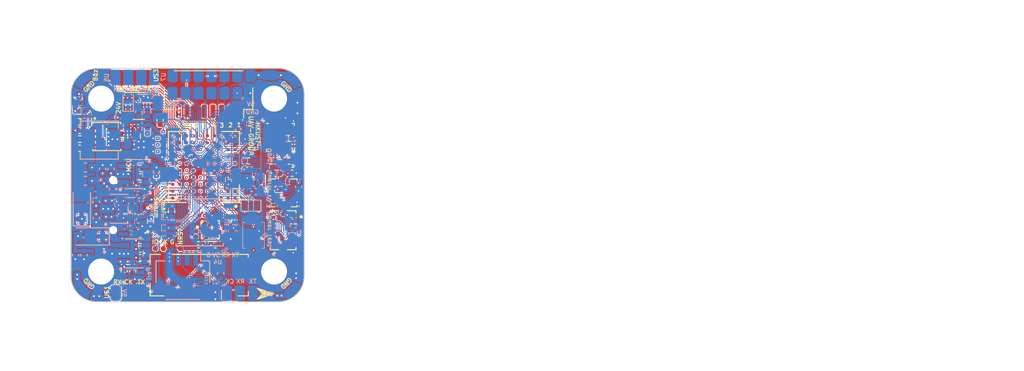
<source format=kicad_pcb>
(kicad_pcb (version 20211014) (generator pcbnew)
  (title_block (title "V0.3.1NxtPX4") (date "2023-01-29") (rev "test") (company "HKUST DJI") (comment 1 "第一次排版") (comment 2 "第二次排版，走线优化") (comment 3 "第三次排版，优化线孔距离") (comment 4 "解决了原理图错误，重新打板测试") (comment 5 "改善机械结构，减少安装干涉"))
  (layers (0 "F.Cu" signal) (1 "In1.Cu" power) (2 "In2.Cu" power) (31 "B.Cu" signal) (34 "B.Paste" user) (35 "F.Paste" user) (36 "B.SilkS" user "B.Silkscreen") (37 "F.SilkS" user "F.Silkscreen") (38 "B.Mask" user) (39 "F.Mask" user) (44 "Edge.Cuts" user))
  (net 0 "")
  (net 1 "VCC_24V")
  (net 2 "Net-(BOOT1-Pad2)")
  (net 3 "/VBUS")
  (net 4 "VCC_BAT")
  (net 5 "/BAT_V")
  (net 6 "Net-(D3-Pad2)")
  (net 7 "Net-(D4-Pad2)")
  (net 8 "Net-(R11-Pad1)")
  (net 9 "Net-(D10-Pad1)")
  (net 10 "Net-(D12-Pad1)")
  (net 11 "/LED_RED")
  (net 12 "/LED_BLUE")
  (net 13 "/LED_GREEN")
  (net 14 "/UART4_RX")
  (net 15 "/UART4_TX")
  (net 16 "/UART5_RX")
  (net 17 "/UART5_TX")
  (net 18 "/UART7_RX")
  (net 19 "/UART7_TX")
  (net 20 "/USART1_CK")
  (net 21 "/USART1_RX")
  (net 22 "/USART1_TX")
  (net 23 "/USART2_CK")
  (net 24 "/USART2_RX")
  (net 25 "/USART2_TX")
  (net 26 "/USART3_CK")
  (net 27 "/USART3_RX")
  (net 28 "/USART3_TX")
  (net 29 "/SCLK")
  (net 30 "/SWDIO")
  (net 31 "/USB_OTG_FS_DP")
  (net 32 "/USB_OTG_FS_DM")
  (net 33 "/Buzzer")
  (net 34 "/PWM{slash}DSHOT_CH1")
  (net 35 "/PWM{slash}DSHOT_CH2")
  (net 36 "/PWM{slash}DSHOT_CH3")
  (net 37 "/PWM{slash}DSHOT_CH4")
  (net 38 "/PWM{slash}DSHOT_CH5")
  (net 39 "/PWM{slash}DSHOT_CH6")
  (net 40 "/BAT_I")
  (net 41 "/Extern_IMU_Heater")
  (net 42 "/I2C2_SDA")
  (net 43 "/I2C2_SCL")
  (net 44 "/Extern_I2C_INT")
  (net 45 "/SPI4_SCK")
  (net 46 "/SPI4_MOSI")
  (net 47 "/SPI4_MISO")
  (net 48 "/Extern_SPI_CS_1")
  (net 49 "/Extern_SPI_CS_2")
  (net 50 "/Extern_SPI_INT_1")
  (net 51 "/Extern_SPI_INT_2")
  (net 52 "/SDMMC1_D2")
  (net 53 "/SDMMC1_D3")
  (net 54 "/SDMMC1_CMD")
  (net 55 "/SDMMC1_CK")
  (net 56 "/SDMMC1_D0")
  (net 57 "/SDMMC1_D1")
  (net 58 "/I2C1_SDA")
  (net 59 "/I2C1_SCL")
  (net 60 "Net-(R10-Pad1)")
  (net 61 "/SPI1_MISO")
  (net 62 "/MPU_Data_RDY")
  (net 63 "/MPU_~{CS}")
  (net 64 "/SPI1_SCK")
  (net 65 "/SPI1_MOSI")
  (net 66 "/QSPI_BK1_IO2")
  (net 67 "/ICM_Data_RDY")
  (net 68 "/SPI2_MOSI")
  (net 69 "/SPI2_MISO")
  (net 70 "/ICM_~{CS}")
  (net 71 "/QSPI_CLK")
  (net 72 "/QSPI_BK1_IO0")
  (net 73 "/QSPI_BK1_IO1")
  (net 74 "/QSPI_BK1_IO3")
  (net 75 "/SPI2_SCK")
  (net 76 "/BMI_Accel_CS")
  (net 77 "/BMI_Gryo_CS")
  (net 78 "/SPI3_SCK")
  (net 79 "/SPI3_MISO")
  (net 80 "/SPI3_MOSI")
  (net 81 "/QSPI_BK1_~{CS}")
  (net 82 "/BMP_Data_RDY")
  (net 83 "/BMI_Accel_Data_RDY")
  (net 84 "/BMI_Gyro_Data_RDY")
  (net 86 "System_5V")
  (net 87 "MCU_VCC")
  (net 88 "IMU_VCC")
  (net 89 "Periph_VCC")
  (net 90 "/AUX_PC13")
  (net 91 "/AUX_PA15")
  (net 92 "/AUX_PH1")
  (net 93 "/AUX_PD4")
  (net 94 "/AUX_PC0")
  (net 95 "Net-(D7-Pad1)")
  (net 96 "Net-(C3-Pad1)")
  (net 97 "Net-(C11-Pad1)")
  (net 98 "Net-(C15-Pad1)")
  (net 99 "Net-(C25-Pad1)")
  (net 100 "Net-(C25-Pad2)")
  (net 101 "Net-(C26-Pad1)")
  (net 102 "/NRST")
  (net 103 "Net-(C29-Pad2)")
  (net 104 "Net-(C30-Pad2)")
  (net 105 "Net-(C32-Pad1)")
  (net 106 "Net-(C34-Pad1)")
  (net 107 "Net-(C37-Pad1)")
  (net 108 "Net-(D2-Pad2)")
  (net 109 "Net-(D8-Pad1)")
  (net 110 "Net-(D9-Pad1)")
  (net 111 "Net-(D11-Pad1)")
  (net 112 "Net-(J1-PadA5)")
  (net 114 "Net-(J1-PadB5)")
  (net 116 "Net-(R7-Pad2)")
  (net 117 "Net-(R8-Pad2)")
  (net 118 "Net-(R11-Pad2)")
  (net 119 "Net-(C38-Pad1)")
  (net 141 "GND")
  (net 142 "Net-(C44-Pad1)")
  (net 143 "Net-(C48-Pad1)")
  (net 144 "Net-(R29-Pad2)")
  (footprint "Resistor_SMD:R_0201_0603Metric" (layer "F.Cu") (at 99.37 71.83 -90)
    (fp_text reference "R16" hide)
    (fp_text value "10kR(0201)")
  )
  (footprint "Resistor_SMD:R_0201_0603Metric" (layer "F.Cu") (at 104.51 79.15 90)
    (fp_text reference "R28" hide)
    (fp_text value "4.7kR(0201)")
  )
  (footprint "NxtPX4:M2MountingHole" (layer "F.Cu") (at 113.5 63.5)
    (fp_text reference "H1" hide)
    (fp_text value "MountingHole_Pad")
  )
  (footprint "NxtPX4:PWR_Circle" (layer "F.Cu") (at 93.05 83.96 180)
    (fp_text reference "TP10" hide)
    (fp_text value "MP")
  )
  (footprint "LED_SMD:LED_0201_0603Metric" (layer "F.Cu") (at 100.365 68.85)
    (fp_text reference "D11" hide)
    (fp_text value "LED_BLUE(0201)")
  )
  (footprint "Resistor_SMD:R_0201_0603Metric" (layer "F.Cu") (at 97.82 77.1 180)
    (fp_text reference "R6" hide)
    (fp_text value "0R(0201)")
  )
  (footprint "Capacitor_SMD:C_0402_1005Metric" (layer "F.Cu") (at 104.75 80.4)
    (fp_text reference "C46" hide)
    (fp_text value "100nF(0402 10V)")
  )
  (footprint "Capacitor_SMD:C_0402_1005Metric" (layer "F.Cu") (at 96.16 83.45 -90)
    (fp_text reference "C13" hide)
    (fp_text value "100nF(0402 16V)")
  )
  (footprint "Package_LGA:LGA-16_3x3mm_P0.5mm_LayoutBorder3x5y" (layer "F.Cu") (at 114.54 74.4)
    (fp_text reference "U8" hide)
    (fp_text value "ICM-20602")
  )
  (footprint "Capacitor_SMD:C_0402_1005Metric" (layer "F.Cu") (at 99.21 77.81 -90)
    (fp_text reference "C17" hide)
    (fp_text value "1uF(0402 10V)")
  )
  (footprint "Capacitor_SMD:C_0402_1005Metric" (layer "F.Cu") (at 106.69 80.41)
    (fp_text reference "C51" hide)
    (fp_text value "100nF(0402 10V)")
  )
  (footprint "Capacitor_SMD:C_0402_1005Metric" (layer "F.Cu") (at 113.7 72.13)
    (fp_text reference "C42" hide)
    (fp_text value "100nF(0402 10V)")
  )
  (footprint "Resistor_SMD:R_0201_0603Metric" (layer "F.Cu") (at 105.18 77.03)
    (fp_text reference "R27" hide)
    (fp_text value "4.7kR(0201)")
  )
  (footprint "Capacitor_SMD:C_0402_1005Metric" (layer "F.Cu") (at 110.58 70.71)
    (fp_text reference "C33" hide)
    (fp_text value "1.0uF(0402 10V)")
  )
  (footprint "NxtPX4:Conn_1pin" (layer "F.Cu") (at 113.01 60.81 90)
    (fp_text reference "TP27" hide)
    (fp_text value "GND_TP")
  )
  (footprint "Oscillator:Oscillator_SMD_Abracon_ASDMB-4Pin_2.5x2.0mm" (layer "F.Cu") (at 111.16 73.46 180)
    (fp_text reference "Y1" hide)
    (fp_text value "SG-210STF")
  )
  (footprint "NxtPX4:LSE(2012)" (layer "F.Cu") (at 110.830712 75.872746 180)
    (fp_text reference "Y2" hide)
    (fp_text value "ABS07 (32.768kHZ)")
  )
  (footprint "Capacitor_SMD:C_0402_1005Metric" (layer "F.Cu") (at 98.03 73.53)
    (fp_text reference "C16" hide)
    (fp_text value "1uF(0402 10V)" hide)
  )
  (footprint "Capacitor_SMD:C_0402_1005Metric" (layer "F.Cu") (at 115.59 72.13 180)
    (fp_text reference "C43" hide)
    (fp_text value "2.2uF(0402 10V)")
  )
  (footprint "NxtPX4:M2MountingHole" (layer "F.Cu") (at 113.5 83.5)
    (fp_text reference "H2" hide)
    (fp_text value "MountingHole_Pad")
  )
  (footprint "NxtPX4:MiniTP" (layer "F.Cu") (at 102.64 80.83)
    (fp_text reference "TP32" hide)
    (fp_text value "TP")
  )
  (footprint "NxtPX4:MiniTP" (layer "F.Cu") (at 95.42 65.68 -90)
    (fp_text reference "TP5" hide)
    (fp_text value "24V_TP")
  )
  (footprint "NxtPX4:STM32H743VIHBGA100C80P10X10_800X800X110N" (layer "F.Cu") (at 105.39 71.4075 180)
    (fp_text reference "U6" hide)
    (fp_text value "STM32H743VIH6")
  )
  (footprint "NxtPX4:BMI088" (layer "F.Cu") (at 114.54 78.72 -90)
    (fp_text reference "U10" hide)
    (fp_text value "BMI088")
  )
  (footprint "LED_SMD:LED_0201_0603Metric" (layer "F.Cu") (at 100.3675 69.61)
    (fp_text reference "D10" hide)
    (fp_text value "LED_RED(0201)")
  )
  (footprint "NxtPX4:MiniTP" (layer "F.Cu") (at 101.65 80.85)
    (fp_text reference "TP31" hide)
    (fp_text value "TP")
  )
  (footprint "Capacitor_SMD:C_0402_1005Metric" (layer "F.Cu") (at 98.03 72.55)
    (fp_text reference "C18" hide)
    (fp_text value "100nF(0402 10V)")
  )
  (footprint "NxtPX4:Direction_Logo" (layer "F.Cu") (at 112.195 86.07 -90)
    (fp_text reference "U5" hide)
    (fp_text value "Direction_Logo")
  )
  (footprint "Resistor_SMD:R_0201_0603Metric" (layer "F.Cu") (at 106.64 77.03)
    (fp_text reference "R29" hide)
    (fp_text value "0R(0201)")
  )
  (footprint "Resistor_SMD:R_0402_1005Metric" (layer "F.Cu") (at 90.93 63.47 90)
    (fp_text reference "R13" hide)
    (fp_text value "41.2kR(0402)")
  )
  (footprint "Resistor_SMD:R_0402_1005Metric" (layer "F.Cu") (at 91.03 68.18 180)
    (fp_text reference "R10" hide)
    (fp_text value "20R(0402)")
  )
  (footprint "Capacitor_SMD:C_0402_1005Metric" (layer "F.Cu") (at 101.65 76.58 -90)
    (fp_text reference "C40" hide)
    (fp_text value "100nF(0402 10V)")
  )
  (footprint "Capacitor_SMD:C_0402_1005Metric" (layer "F.Cu") (at 91.01 67.18 180)
    (fp_text reference "C11" hide)
    (fp_text value "100nF(0402)")
  )
  (footprint "Package_TO_SOT_SMD:SOT-23" (layer "F.Cu") (at 97.86 64.34)
    (fp_text reference "Q1" hide)
    (fp_text value "AP40P05")
  )
  (footprint "Resistor_SMD:R_0201_0603Metric" (layer "F.Cu") (at 110.38 71.59 180)
    (fp_text reference "R24" hide)
    (fp_text value "10kR(0201)")
  )
  (footprint "NxtPX4:MP9943GQ-Z" (layer "F.Cu") (at 94.161693 67.89)
    (fp_text reference "U4" hide)
    (fp_text value "MP9943GQ-Z" hide)
  )
  (footprint "NxtPX4:PESD5V0F1BL" (layer "F.Cu") (at 97.88 76.13 180)
    (fp_text reference "D2" hide)
    (fp_text value "PESD5V0F1BL" hide)
  )
  (footprint "Resistor_SMD:R_0201_0603Metric" (layer "F.Cu") (at 97.83 70.69 180)
    (fp_text reference "R34" hide)
    (fp_text value "10kR(0201)")
  )
  (footprint "Resistor_SMD:R_0201_0603Metric" (layer "F.Cu") (at 97.82 74.4 180)
    (fp_text reference "R3" hide)
    (fp_text value "5.1kR(0201)")
  )
  (footprint "Resistor_SMD:R_0201_0603Metric" (layer "F.Cu") (at 97.83 69.93 180)
    (fp_text reference "R33" hide)
    (fp_text value "10kR(0201)")
  )
  (footprint "NxtPX4:Conn_3pin" (layer "F.Cu") (at 97.2 61.08)
    (fp_text reference "J4" hide)
    (fp_text value "Conn_01x03")
  )
  (footprint "NxtPX4:MiniTP" (layer "F.Cu") (at 100.7 80.85)
    (fp_text reference "TP30" hide)
    (fp_text value "TP")
  )
  (footprint "Capacitor_SMD:C_0402_1005Metric" (layer "F.Cu") (at 100.32 66.01 90)
    (fp_text reference "C28" hide)
    (fp_text value "100nF(0402)")
  )
  (footprint "NxtPX4:PESD5V0F1BL" (layer "F.Cu") (at 97.88 78.07 180)
    (fp_text reference "D3" hide)
    (fp_text value "PESD5V0F1BL" hide)
  )
  (footprint "Capacitor_SMD:C_0402_1005Metric" (layer "F.Cu") (at 113.1 70.72)
    (fp_text reference "C41" hide)
    (fp_text value "10nF(0402)")
  )
  (footprint "Resistor_SMD:R_0402_1005Metric" (layer "F.Cu") (at 91.02 66.19 180)
    (fp_text reference "R8" hide)
    (fp_text value "100kR(0402)")
  )
  (footprint "Package_DFN_QFN:QFN-24-1EP_3x3mm_P0.4mm_EP1.75x1.6mm" (layer "F.Cu") (at 114.23 67.99)
    (fp_text reference "U7" hide)
    (fp_text value "MPU6500")
  )
  (footprint "Capacitor_SMD:C_0402_1005Metric" (layer "F.Cu") (at 97.15 83.45 -90)
    (fp_text reference "C8" hide)
    (fp_text value "100nF(0402 16V)")
  )
  (footprint "Resistor_SMD:R_0402_1005Metric" (layer "F.Cu") (at 91.01 64.93 180)
    (fp_text reference "R11" hide)
    (fp_text value "51kR(0402)")
  )
  (footprint "Capacitor_SMD:C_0402_1005Metric" (layer "F.Cu") (at 98.04 71.56)
    (fp_text reference "C21" hide)
    (fp_text value "100nF(0402 10V)")
  )
  (footprint "LED_SMD:LED_0201_0603Metric" (layer "F.Cu") (at 99.37 73.29 -90)
    (fp_text reference "D7" hide)
    (fp_text value "LED_G(0201)")
  )
  (footprint "NxtPX4:Conn_1pin" (layer "F.Cu") (at 116.23 63.97 180)
    (fp_text reference "TP28" hide)
    (fp_text value "GND_TP")
  )
  (footprint "NxtPX4:TF-SMD_TF-021B-H265" (layer "F.Cu") (at 105.290712 83.372746)
    (fp_text reference "J11" hide)
    (fp_text value "Micro_SD_Card" hide)
  )
  (footprint "NxtPX4:PWR_Circle" (layer "F.Cu") (at 113.9475 63.04)
    (fp_text reference "TP12" hide)
    (fp_text value "MP")
  )
  (footprint "Capacitor_SMD:C_0402_1005Metric" (layer "F.Cu") (at 98.03 79.91)
    (fp_text reference "C24" hide)
    (fp_text value "100nF(0402 10V)")
  )
  (footprint "Capacitor_SMD:C_0402_1005Metric" (layer "F.Cu") (at 98.86 67.03 90)
    (fp_text reference "C15" hide)
    (fp_text value "10nF(0402 50V)")
  )
  (footprint "NxtPX4:MiniTP" (layer "F.Cu") (at 99.77 80.84)
    (fp_text reference "TP29" hide)
    (fp_text value "TP")
  )
  (footprint "Capacitor_SMD:C_0402_1005Metric" (layer "F.Cu") (at 91.01 69.24)
    (fp_text reference "C25" hide)
    (fp_text value "100nF(0402 16V)")
  )
  (footprint "Capacitor_SMD:C_0402_1005Metric" (layer "F.Cu") (at 98.02 81.89)
    (fp_text reference "C19" hide)
    (fp_text value "1uF(0402 10V)")
  )
  (footprint "NxtPX4:3x2.5PushButton" (layer "F.Cu") (at 111.13 79.31 90)
    (fp_text reference "BOOT1" hide)
    (fp_text value "TD-1183SN-1.5H(3x2.5)")
  )
  (footprint "NxtPX4:Conn_1pin" (layer "F.Cu") (at 94.1 60.79 90)
    (fp_text reference "TP24" hide)
    (fp_text value "PIN")
  )
  (footprint "Connector_JST:JST_SH_SM08B-SRSS-TB_1x08-1MP_P1.00mm_Horizontal" (layer "F.Cu") (at 105.93 62.96 180)
    (fp_text reference "J10" hide)
    (fp_text value "ESC sh1.0 8pin")
  )
  (footprint "NxtPX4:MiniTP" (layer "F.Cu") (at 96.73 69.93 180)
    (fp_text reference "TP14" hide)
    (fp_text value "3.3V_Core_TP")
  )
  (footprint "NxtPX4:PQFN50P200X200X80-10N" (layer "F.Cu") (at 106.13 78.6525)
    (fp_text reference "U9" hide)
    (fp_text value "BMP388")
  )
  (footprint "NxtPX4:M2MountingHole" (layer "F.Cu") (at 93.5 83.5)
    (fp_text reference "H3" hide)
    (fp_text value "MountingHole_Pad")
  )
  (footprint "Capacitor_SMD:C_0805_2012Metric" (layer "F.Cu") (at 97.31 67.84 -90)
    (fp_text reference "C1" hide)
    (fp_text value "22uF(0805 50V)")
  )
  (footprint "Capacitor_SMD:C_0402_1005Metric" (layer "F.Cu") (at 98.02 80.9)
    (fp_text reference "C22" hide)
    (fp_text value "100nF(0402 10V)")
  )
  (footprint "NxtPX4:M2MountingHole" (layer "F.Cu") (at 93.5 63.5)
    (fp_text reference "H4" hide)
    (fp_text value "MountingHole_Pad")
  )
  (footprint "Resistor_SMD:R_0201_0603Metric" (layer "F.Cu") (at 100.37 67.33 180)
    (fp_text reference "R15" hide)
    (fp_text value "22.0kR(0201)")
  )
  (footprint "LED_SMD:LED_0201_0603Metric" (layer "F.Cu") (at 100.37 68.09)
    (fp_text reference "D12" hide)
    (fp_text value "LED_GREEN(0201)")
  )
  (footprint "NxtPX4:USB-C-16p" (layer "F.Cu") (at 92.26 75.82 -90)
    (fp_text reference "J1" hide)
    (fp_text value "USB_C_Receptacle_USB2.0")
  )
  (footprint "Resistor_SMD:R_0201_0603Metric" (layer "F.Cu") (at 97.82 75.16 180)
    (fp_text reference "R5" hide)
    (fp_text value "0R(0201)")
  )
  (footprint "Resistor_SMD:R_0201_0603Metric" (layer "F.Cu") (at 97.82 79.04 180)
    (fp_text reference "R2" hide)
    (fp_text value "5.1kR(0201)")
  )
  (footprint "NxtPX4:Conn_3pin" (layer "F.Cu") (at 96.830712 85.972746 180)
    (fp_text reference "J5" hide)
    (fp_text value "Conn_01x03")
  )
  (footprint "NxtPX4:PWR_Circle" (layer "F.Cu") (at 113.9425 83.9375 -90)
    (fp_text reference "TP11" hide)
    (fp_text value "MP")
  )
  (footprint "Capacitor_SMD:C_0402_1005Metric" (layer "F.Cu") (at 115.24 70.72)
    (fp_text reference "C44" hide)
    (fp_text value "100nF(0402)")
  )
  (footprint "NxtPX4:PWR_Circle" (layer "F.Cu") (at 93.0375 63.0525 90)
    (fp_text reference "TP13" hide)
    (fp_text value "MP")
  )
  (footprint "Diode_SMD:D_SOD-123F" (layer "B.Cu") (at 91.26 76.0225 90)
    (fp_text reference "D6" hide)
    (fp_text value "DSS34")
  )
  (footprint "NxtPX4:Conn_3pin" (layer "B.Cu") (at 109.700712 85.992746 180)
    (fp_text reference "J6" hide)
    (fp_text value "Conn_01x03")
  )
  (footprint "Capacitor_SMD:C_0402_1005Metric" (layer "B.Cu") (at 115.4975 77.6345 180)
    (fp_text reference "C47" hide)
    (fp_text value "100.0nF(0402 10V)")
  )
  (footprint "Resistor_SMD:R_0201_0603Metric" (layer "B.Cu") (at 98.46 76.4 180)
    (fp_text reference "R31" hide)
    (fp_text value "10kR(0201)")
  )
  (footprint "Capacitor_SMD:C_0402_1005Metric" (layer "B.Cu") (at 92.93 77.32 -90)
    (fp_text reference "C7" hide)
    (fp_text value "100nF(0402 16V)")
  )
  (footprint "Capacitor_SMD:C_0402_1005Metric" (layer "B.Cu") (at 104.23 70.71 135)
    (fp_text reference "C30" hide)
    (fp_text value "2.2uF(0402 10V)")
  )
  (footprint "NxtPX4:PWR_Circle" (layer "B.Cu") (at 113.94 83.94)
    (fp_text reference "TP7" hide)
    (fp_text value "MP")
  )
  (footprint "Diode_SMD:D_SOD-523" (layer "B.Cu") (at 96.62 63.8 90)
    (fp_text reference "D4" hide)
    (fp_text value "BZX584C9V1")
  )
  (footprint "Resistor_SMD:R_0402_1005Metric" (layer "B.Cu") (at 98.86 67.04 90)
    (fp_text reference "R9" hide)
    (fp_text value "33R(0402)")
  )
  (footprint "Capacitor_SMD:C_0402_1005Metric" (layer "B.Cu") (at 114.36 74.01)
    (fp_text reference "C45" hide)
    (fp_text value "10nF(0402 10V)")
  )
  (footprint "Resistor_SMD:R_0201_0603Metric" (layer "B.Cu") (at 100.37 67.33)
    (fp_text reference "R14" hide)
    (fp_text value "200.0kR(0201)")
  )
  (footprint "NxtPX4:MiniTP" (layer "B.Cu") (at 98.25 83.62 90)
    (fp_text reference "TP16" hide)
    (fp_text value "3.3V_Peri_Device_TP")
  )
  (footprint "Capacitor_SMD:C_0402_1005Metric" (layer "B.Cu") (at 114.97 68.11 180)
    (fp_text reference "C49" hide)
    (fp_text value "100nF(0402)")
  )
  (footprint "NxtPX4:PWR_Circle" (layer "B.Cu") (at 93.04 83.96 -90)
    (fp_text reference "TP9" hide)
    (fp_text value "MP")
  )
  (footprint "Capacitor_SMD:C_0603_1608Metric" (layer "B.Cu") (at 96.59 66.6 90)
    (fp_text reference "C4" hide)
    (fp_text value "10uF(0603 50V)")
  )
  (footprint "NxtPX4:RT9013-33GB" (layer "B.Cu") (at 97.33 81.4)
    (fp_text reference "U2" hide)
    (fp_text value "RT9013-33GB" hide)
  )
  (footprint "Capacitor_SMD:C_0402_1005Metric" (layer "B.Cu") (at 99.9 71.94 -90)
    (fp_text reference "C29" hide)
    (fp_text value "2.2uF(0402 10V)")
  )
  (footprint "Capacitor_SMD:C_0402_1005Metric" (layer "B.Cu") (at 111.17 73.26 180)
    (fp_text reference "C36" hide)
    (fp_text value "100nF(0402 10V)")
  )
  (footprint "Resistor_SMD:R_0201_0603Metric" (layer "B.Cu") (at 103.610712 68.552746 180)
    (fp_text reference "R19" hide)
    (fp_text value "4.7kR(0201)")
  )
  (footprint "Resistor_SMD:R_0201_0603Metric" (layer "B.Cu") (at 98.1 63.69)
    (fp_text reference "R4" hide)
    (fp_text value "100kR(0201)")
  )
  (footprint "Resistor_SMD:R_0201_0603Metric" (layer "B.Cu") (at 95.1 65.63 180)
    (fp_text reference "R7" hide)
    (fp_text value "1mR(0201)")
  )
  (footprint "NxtPX4:Conn_1pin" (layer "B.Cu") (at 113.01 60.77 -90)
    (fp_text reference "TP25" hide)
    (fp_text value "5V_TP")
  )
  (footprint "NxtPX4:PESD12VV1BL_315" (layer "B.Cu") (at 92.8325 81.23 180)
    (fp_text reference "D1" hide)
    (fp_text value "PESD12VV1BL" hide)
  )
  (footprint "Resistor_SMD:R_0201_0603Metric" (layer "B.Cu") (at 100.36 69.62)
    (fp_text reference "R21" hide)
    (fp_text value "10.0kR(0201)")
  )
  (footprint "Capacitor_SMD:C_0603_1608Metric" (layer "B.Cu") (at 97.34 68.87)
    (fp_text reference "C2" hide)
    (fp_text value "10uF(0603 50V)")
  )
  (footprint "Capacitor_SMD:C_0201_0603Metric" (layer "B.Cu") (at 110.63 66.08 90)
    (fp_text reference "C34" hide)
    (fp_text value "100nF(0201 10V)")
  )
  (footprint "Capacitor_SMD:C_0402_1005Metric" (layer "B.Cu") (at 99.21 77.81 -90)
    (fp_text reference "C23" hide)
    (fp_text value "100nF(0402 10V)")
  )
  (footprint "Capacitor_SMD:C_0402_1005Metric" (layer "B.Cu") (at 111.38 74.25)
    (fp_text reference "C32" hide)
    (fp_text value "15pF(0402 10V)")
  )
  (footprint "Resistor_SMD:R_0201_0603Metric" (layer "B.Cu") (at 111.430712 78.302746 180)
    (fp_text reference "R26" hide)
    (fp_text value "10kR(0201)")
  )
  (footprint "Capacitor_SMD:C_0402_1005Metric" (layer "B.Cu") (at 97.86 65.02 90)
    (fp_text reference "C3" hide)
    (fp_text value "10nF(0402 50V)")
  )
  (footprint "Capacitor_SMD:C_0402_1005Metric" (layer "B.Cu") (at 93.67 71.66 90)
    (fp_text reference "C9" hide)
    (fp_text value "100nF(0402 16V)" hide)
  )
  (footprint "Resistor_SMD:R_0201_0603Metric" (layer "B.Cu") (at 100.3625 68.1)
    (fp_text reference "R23" hide)
    (fp_text value "10.0kR(0201)")
  )
  (footprint "Capacitor_SMD:C_0201_0603Metric" (layer "B.Cu") (at 110.110712 76.952746 -90)
    (fp_text reference "C37" hide)
    (fp_text value "12.0pF(0201 10V)")
  )
  (footprint "Capacitor_SMD:C_0402_1005Metric" (layer "B.Cu") (at 94.65 71.66 90)
    (fp_text reference "C14" hide)
    (fp_text value "100nF(0402 16V)" hide)
  )
  (footprint "Capacitor_SMD:C_0402_1005Metric" (layer "B.Cu") (at 90.54 81.588096 -90)
    (fp_text reference "C10" hide)
    (fp_text value "1uF(0402 16V)")
  )
  (footprint "Connector_JST:JST_SH_SM04B-SRSS-TB_1x04-1MP_P1.00mm_Horizontal" (layer "B.Cu") (at 102.95 84.05 180)
    (fp_text reference "J9" hide)
    (fp_text value "UART4(sh1.0 4pin)")
  )
  (footprint "NxtPX4:Conn_14pin" (layer "B.Cu") (at 107.26 61.79 180)
    (fp_text reference "J8" hide)
    (fp_text value "Conn_01x14")
  )
  (footprint "NxtPX4:RT9013-33GB" (layer "B.Cu") (at 95.59 76.24)
    (fp_text reference "U1" hide)
    (fp_text value "RT9013-33GB" hide)
  )
  (footprint "LED_SMD:LED_0201_0603Metric" (layer "B.Cu") (at 97.0875 83.61)
    (fp_text reference "D9" hide)
    (fp_text value "LED_G(0201)")
  )
  (footprint "Capacitor_SMD:C_0402_1005Metric" (layer "B.Cu") (at 97.85 67.06 -90)
    (fp_text reference "C5" hide)
    (fp_text value "1uF(0402 50V)")
  )
  (footprint "Capacitor_SMD:C_0402_1005Metric" (layer "B.Cu") (at 97.78 78.26)
    (fp_text reference "C20" hide)
    (fp_text value "100nF(0402 10V)")
  )
  (footprint "NxtPX4:Conn_4Pin" (layer "B.Cu") (at 95.14 61.1)
    (fp_text reference "J2" hide)
    (fp_text value "Conn_01x04")
  )
  (footprint "Resistor_SMD:R_0402_1005Metric" (layer "B.Cu") (at 109.3 67.4 45)
    (fp_text reference "R25" hide)
    (fp_text value "0.0R(0402)")
  )
  (footprint "NxtPX4:Conn_1pin" (layer "B.Cu") (at 100.33 65.73 90)
    (fp_text reference "TP17" hide)
    (fp_text value "TestPoint")
  )
  (footprint "Resistor_SMD:R_0201_0603Metric" (layer "B.Cu") (at 98.48 74.88 180)
    (fp_text reference "R32" hide)
    (fp_text value "10kR(0201)")
  )
  (footprint "Resistor_SMD:R_0201_0603Metric" (layer "B.Cu") (at 98.46 75.64 180)
    (fp_text reference "R30" hide)
    (fp_text value "10kR(0201)")
  )
  (footprint "Resistor_SMD:R_0201_0603Metric" (layer "B.Cu") (at 100.36 68.86)
    (fp_text reference "R22" hide)
    (fp_text value "10.0kR(0201)")
  )
  (footprint "Resistor_SMD:R_0201_0603Metric" (layer "B.Cu") (at 95.7 78.84 -90)
    (fp_text reference "R17" hide)
    (fp_text value "10kR(0201)")
  )
  (footprint "Resistor_SMD:R_0201_0603Metric" (layer "B.Cu") (at 97.08 84.38 180)
    (fp_text reference "R18" hide)
    (fp_text value "10kR(0201)")
  )
  (footprint "Capacitor_SMD:C_0402_1005Metric" (layer "B.Cu") (at 107.33 83.732746 90)
    (fp_text reference "C39" hide)
    (fp_text value "100nF(0402)")
  )
  (footprint "NxtPX4:PWR_Circle" (layer "B.Cu") (at 93.04 63.04 180)
    (fp_text reference "TP6" hide)
    (fp_text value "MP")
  )
  (footprint "NxtPX4:Inductor_0420" (layer "B.Cu") (at 93.28 68.3 180)
    (fp_text reference "L1" hide)
    (fp_text value "10uH(0420)")
  )
  (footprint "Capacitor_SMD:C_0201_0603Metric" (layer "B.Cu") (at 111.39 66.08 90)
    (fp_text reference "C35" hide)
    (fp_text value "1uF(0201 10V)")
  )
  (footprint "Capacitor_SMD:C_0402_1005Metric" (layer "B.Cu") (at 115.5675 79.0945 -90)
    (fp_text reference "C50" hide)
    (fp_text value "100.0nF(0402 10V)")
  )
  (footprint "Capacitor_SMD:C_0402_1005Metric" (layer "B.Cu") (at 116.34 73.69 -90)
    (fp_text reference "C48" hide)
    (fp_text value "100nF(0402 10V)")
  )
  (footprint "Diode_SMD:D_SOD-123F" (layer "B.Cu") (at 92.2525 79.44 180)
    (fp_text reference "D5" hide)
    (fp_text value "DSS34")
  )
  (footprint "Capacitor_SMD:C_0402_1005Metric" (layer "B.Cu") (at 91.53 81.588096 -90)
    (fp_text reference "C6" hide)
    (fp_text value "100nF(0402 16V)")
  )
  (footprint "Capacitor_SMD:C_0402_1005Metric" (layer "B.Cu") (at 108.23 72.98 90)
    (fp_text reference "C31" hide)
    (fp_text value "4.7uF(0402 10V)")
  )
  (footprint "Resistor_SMD:R_0201_0603Metric" (layer "B.Cu") (at 103.610712 67.792746 180)
    (fp_text reference "R20" hide)
    (fp_text value "4.7kR(0201)")
  )
  (footprint "NxtPX4:3x2.5PushButton" (layer "B.Cu") (at 110.73 70.07 -90)
    (fp_text reference "RST1" hide)
    (fp_text value "TD-1183SN-1.5H(3x2.5)")
  )
  (footprint "Capacitor_SMD:C_0603_1608Metric" (layer "B.Cu") (at 91.67 73)
    (fp_text reference "C27" hide)
    (fp_text value "22uF(0603 16V)")
  )
  (footprint "NxtPX4:Conn_1pin" (layer "B.Cu") (at 95.16 85.98)
    (fp_text reference "TP26" hide)
    (fp_text value "5V_TP")
  )
  (footprint "Resistor_SMD:R_0402_1005Metric" (layer "B.Cu") (at 98.85 65.04 -90)
    (fp_text reference "R1" hide)
    (fp_text value "33R(0402)")
  )
  (footprint "Resistor_SMD:R_0402_1005Metric" (layer "B.Cu") (at 90.55 64.46 -90)
    (fp_text reference "R12" hide)
    (fp_text value "7.68kR(0402)")
  )
  (footprint "NxtPX4:MiniTP" (layer "B.Cu") (at 98.23 77.19 180)
    (fp_text reference "TP15" hide)
    (fp_text value "3.3V_Core_TP")
  )
  (footprint "NxtPX4:RT9013-33GB" (layer "B.Cu") (at 97.27 72.2242)
    (fp_text reference "U3" hide)
    (fp_text value "RT9013-33GB" hide)
  )
  (footprint "NxtPX4:Conn_1pin" (layer "B.Cu") (at 100.05 64.06 180)
    (fp_text reference "TP18" hide)
    (fp_text value "TestPoint")
  )
  (footprint "NxtPX4:PWR_Circle" (layer "B.Cu") (at 113.96 63.04 90)
    (fp_text reference "TP8" hide)
    (fp_text value "MP")
  )
  (footprint "Package_SO:SOIC-8_5.23x5.23mm_P1.27mm" (layer "B.Cu") (at 104.9 77.81 180)
    (fp_text reference "U11" hide)
    (fp_text value "W25Q128JVS")
  )
  (footprint "LED_SMD:LED_0201_0603Metric" (layer "B.Cu") (at 96.46 78.835 90)
    (fp_text reference "D8" hide)
    (fp_text value "LED_G(0201)")
  )
  (footprint "Capacitor_SMD:C_0603_1608Metric" (layer "B.Cu") (at 91.67 71.47)
    (fp_text reference "C26" hide)
    (fp_text value "22uF(0603 16V)")
  )
  (footprint "Capacitor_SMD:C_0402_1005Metric" (layer "B.Cu") (at 92.93 75.44 90)
    (fp_text reference "C12" hide)
    (fp_text value "100nF(0402 16V)")
  )
  (footprint "Capacitor_SMD:C_0201_0603Metric" (layer "B.Cu") (at 111.750712 76.952746 -90)
    (fp_text reference "C38" hide)
    (fp_text value "12.0pF(0201 10V)")
  )
  (gr_line (start 117 84) (end 117 63) (layer "Edge.Cuts") (width 0.1))
  (gr_line (start 90 84) (end 90 63) (layer "Edge.Cuts") (width 0.1))
  (gr_arc (start 114 60) (mid 116.121313 60.878687) (end 117 63) (layer "Edge.Cuts") (width 0.1))
  (gr_arc (start 117 84) (mid 116.121333 86.121333) (end 114 87) (layer "Edge.Cuts") (width 0.1))
  (gr_line (start 93 87) (end 114 87) (layer "Edge.Cuts") (width 0.1))
  (gr_line (start 93 60) (end 114 60) (layer "Edge.Cuts") (width 0.1))
  (gr_arc (start 93 87) (mid 90.87868 86.12132) (end 90 84) (layer "Edge.Cuts") (width 0.1))
  (gr_arc (start 90 63) (mid 90.878693 60.878693) (end 93 60) (layer "Edge.Cuts") (width 0.1))
  (gr_text "IMU" (at 99.54 76.29 90) (layer "B.SilkS") (effects (font (size 0.5 0.5) (thickness 0.1)) (justify mirror)))
  (gr_text "Omni-Swarm V0.3 Power Test" (at 112.93 74.93 90) (layer "B.SilkS") (effects (font (size 0.5 0.5) (thickness 0.1)) (justify mirror)))
  (gr_text "5V\n" (at 92.13 62.11 45) (layer "B.SilkS") (effects (font (size 0.5 0.5) (thickness 0.1)) (justify mirror)))
  (gr_text "RX" (at 109.61 84.64) (layer "B.SilkS") (effects (font (size 0.5 0.5) (thickness 0.1)) (justify mirror)))
  (gr_text "RX" (at 96.67 62.4) (layer "B.SilkS") (effects (font (size 0.5 0.5) (thickness 0.1)) (justify mirror)))
  (gr_text "U7" (at 100.71 60.98 90) (layer "B.SilkS") (effects (font (size 0.5 0.5) (thickness 0.1)) (justify mirror)))
  (gr_text "GND" (at 111 65.06) (layer "B.SilkS") (effects (font (size 0.5 0.5) (thickness 0.1)) (justify mirror)))
  (gr_text "RX" (at 107.91 81.58) (layer "B.SilkS") (effects (font (size 0.5 0.5) (thickness 0.1)) (justify mirror)))
  (gr_text "SCL" (at 102.06 64.77) (layer "B.SilkS") (effects (font (size 0.5 0.5) (thickness 0.1)) (justify mirror)))
  (gr_text "G" (at 105.93 81.58) (layer "B.SilkS") (effects (font (size 0.5 0.5) (thickness 0.1)) (justify mirror)))
  (gr_text "SDA" (at 101.85 64.1) (layer "B.SilkS") (effects (font (size 0.5 0.5) (thickness 0.1)) (justify mirror)))
  (gr_text "TX" (at 109.03 81.58) (layer "B.SilkS") (effects (font (size 0.5 0.5) (thickness 0.1)) (justify mirror)))
  (gr_text "TX" (at 95.36 62.41) (layer "B.SilkS") (effects (font (size 0.5 0.5) (thickness 0.1)) (justify mirror)))
  (gr_text "TX" (at 98.15 62.36) (layer "B.SilkS") (effects (font (size 0.5 0.5) (thickness 0.1)) (justify mirror)))
  (gr_text "5V" (at 106.81 81.59) (layer "B.SilkS") (effects (font (size 0.5 0.5) (thickness 0.1)) (justify mirror)))
  (gr_text "5V\n" (at 114.93 62.09 315) (layer "B.SilkS") (effects (font (size 0.5 0.5) (thickness 0.1)) (justify mirror)))
  (gr_text "U4" (at 106.98 82.41) (layer "B.SilkS") (effects (font (size 0.5 0.5) (thickness 0.1)) (justify mirror)))
  (gr_text "U5" (at 94.14 61.08 90) (layer "B.SilkS") (effects (font (size 0.5 0.5) (thickness 0.1)) (justify mirror)))
  (gr_text "Peri" (at 99.03 83.73 90) (layer "B.SilkS") (effects (font (size 0.5 0.5) (thickness 0.1)) (justify mirror)))
  (gr_text "TX" (at 111.04 84.62) (layer "B.SilkS") (effects (font (size 0.5 0.5) (thickness 0.1)) (justify mirror)))
  (gr_text "RX" (at 99.71 62.37) (layer "B.SilkS") (effects (font (size 0.5 0.5) (thickness 0.1)) (justify mirror)))
  (gr_text "CK" (at 108.37 84.65) (layer "B.SilkS") (effects (font (size 0.5 0.5) (thickness 0.1)) (justify mirror)))
  (gr_text "5V\n" (at 96.17 85.98 270) (layer "B.SilkS") (effects (font (size 0.5 0.5) (thickness 0.1)) (justify mirror)))
  (gr_text "US2" (at 112.67 86.08) (layer "B.SilkS") (effects (font (size 0.5 0.5) (thickness 0.1)) (justify mirror)))
  (gr_text "5V\n" (at 110.82 64.13) (layer "B.SilkS") (effects (font (size 0.5 0.5) (thickness 0.1)) (justify mirror)))
  (gr_text "5V\n" (at 114.9 85 45) (layer "B.SilkS") (effects (font (size 0.5 0.5) (thickness 0.1)) (justify mirror)))
  (gr_text "5V\n" (at 92 84.94 315) (layer "B.SilkS") (effects (font (size 0.5 0.5) (thickness 0.1)) (justify mirror)))
  (gr_text "GND" (at 114.91 62.13 -45) (layer "F.SilkS") (effects (font (size 0.5 0.5) (thickness 0.1))))
  (gr_text "CK" (at 95.78 62.44) (layer "F.SilkS") (effects (font (size 0.5 0.5) (thickness 0.1))))
  (gr_text "HKUST-\nUAV-GROUP\n" (at 111.23 67.74 270) (layer "F.SilkS") (effects (font (size 0.5 0.5) (thickness 0.1) italic)))
  (gr_text "I" (at 105.55 66.56) (layer "F.SilkS") (effects (font (size 0.5 0.5) (thickness 0.1))))
  (gr_text "GND" (at 92.12 84.89 135) (layer "F.SilkS") (effects (font (size 0.5 0.5) (thickness 0.1))))
  (gr_text "Omni-\nSwarm" (at 100.3 76.07 270) (layer "F.SilkS") (effects (font (size 0.5 0.5) (thickness 0.1) italic)))
  (gr_text "RX" (at 103.57 66.59) (layer "F.SilkS") (effects (font (size 0.5 0.5) (thickness 0.1))))
  (gr_text "MCU" (at 96.71 71.18 90) (layer "F.SilkS") (effects (font (size 0.5 0.5) (thickness 0.1))))
  (gr_text "4" (at 106.54 66.58) (layer "F.SilkS") (effects (font (size 0.5 0.5) (thickness 0.1))))
  (gr_text "CK" (at 96.67 84.72) (layer "F.SilkS") (effects (font (size 0.5 0.5) (thickness 0.1))))
  (gr_text "US1" (at 94.16 85.88 90) (layer "F.SilkS") (effects (font (size 0.5 0.5) (thickness 0.1))))
  (gr_text "V" (at 102.45 66.6) (layer "F.SilkS") (effects (font (size 0.5 0.5) (thickness 0.1))))
  (gr_text "NRST" (at 102.68 79.45 90) (layer "F.SilkS") (effects (font (size 0.5 0.5) (thickness 0.1))))
  (gr_text "24V" (at 95.51 64.57 90) (layer "F.SilkS") (effects (font (size 0.5 0.5) (thickness 0.1))))
  (gr_text "TX" (at 98.13 84.72) (layer "F.SilkS") (effects (font (size 0.5 0.5) (thickness 0.1))))
  (gr_text "2" (at 108.47 66.56) (layer "F.SilkS") (effects (font (size 0.5 0.5) (thickness 0.1))))
  (gr_text "CK" (at 100.73 80.08) (layer "F.SilkS") (effects (font (size 0.5 0.5) (thickness 0.1))))
  (gr_text "US3" (at 99.86 60.81 90) (layer "F.SilkS") (effects (font (size 0.5 0.5) (thickness 0.1))))
  (gr_text "G" (at 101.72 80.09) (layer "F.SilkS") (effects (font (size 0.5 0.5) (thickness 0.1))))
  (gr_text "TX" (at 98.85 62.43) (layer "F.SilkS") (effects (font (size 0.5 0.5) (thickness 0.1))))
  (gr_text "Buz" (at 92.83 60.8 90) (layer "F.SilkS") (effects (font (size 0.5 0.5) (thickness 0.1))))
  (gr_text "IO" (at 99.76 80.08) (layer "F.SilkS") (effects (font (size 0.5 0.5) (thickness 0.1))))
  (gr_text "GND" (at 92.1 62.11 45) (layer "F.SilkS") (effects (font (size 0.5 0.5) (thickness 0.1))))
  (gr_text "3" (at 107.46 66.59) (layer "F.SilkS") (effects (font (size 0.5 0.5) (thickness 0.1))))
  (gr_text "RX" (at 95.4 84.73) (layer "F.SilkS") (effects (font (size 0.5 0.5) (thickness 0.1))))
  (gr_text "GND" (at 114.91 84.86 225) (layer "F.SilkS") (effects (font (size 0.5 0.5) (thickness 0.1))))
  (gr_text "RX" (at 97.33 62.43) (layer "F.SilkS") (effects (font (size 0.5 0.5) (thickness 0.1))))
  (gr_text "G" (at 104.55 66.58) (layer "F.SilkS") (effects (font (size 0.5 0.5) (thickness 0.1))))
  (gr_text "1" (at 109.45 66.53) (layer "F.SilkS") (effects (font (size 0.5 0.5) (thickness 0.1))))
  (segment (start 96.34 64.71) (end 95.87 64.71) (width 0.3) (layer "F.Cu") (net 1))
  (segment (start 95.42 65.16) (end 95.42 65.69) (width 0.3) (layer "F.Cu") (net 1))
  (segment (start 95.87 64.71) (end 95.42 65.16) (width 0.3) (layer "F.Cu") (net 1))
  (segment (start 96.91 64.71) (end 96.34 64.71) (width 0.3) (layer "F.Cu") (net 1))
  (via (at 96.13 67.69) (size 0.25) (drill 0.15) (layers "F.Cu" "B.Cu") (net 1))
  (via (at 96.52 67.26) (size 0.25) (drill 0.15) (layers "F.Cu" "B.Cu") (net 1))
  (via (at 96.34 64.71) (size 0.25) (drill 0.15) (layers "F.Cu" "B.Cu") (net 1))
  (via (at 96.89 64.3) (size 0.25) (drill 0.15) (layers "F.Cu" "B.Cu") (net 1))
  (via (at 97.350712 66.872746) (size 0.25) (drill 0.15) (layers "F.Cu" "B.Cu") (net 1))
  (via (at 96.13 67.27) (size 0.25) (drill 0.15) (layers "F.Cu" "B.Cu") (net 1))
  (via (at 97.78 66.49) (size 0.25) (drill 0.15) (layers "F.Cu" "B.Cu") (net 1))
  (via (at 97.350712 66.482746) (size 0.25) (drill 0.15) (layers "F.Cu" "B.Cu") (net 1))
  (via (at 96.91 66.86) (size 0.25) (drill 0.15) (layers "F.Cu" "B.Cu") (net 1))
  (via (at 96.91 67.68) (size 0.25) (drill 0.15) (layers "F.Cu" "B.Cu") (net 1))
  (via (at 96.93 67.25) (size 0.25) (drill 0.15) (layers "F.Cu" "B.Cu") (net 1))
  (via (at 96.34 64.31) (size 0.25) (drill 0.15) (layers "F.Cu" "B.Cu") (net 1))
  (via (at 96.52 67.69) (size 0.25) (drill 0.15) (layers "F.Cu" "B.Cu") (net 1))
  (via (at 96.91 64.71) (size 0.25) (drill 0.15) (layers "F.Cu" "B.Cu") (net 1))
  (via (at 97.78 66.87) (size 0.25) (drill 0.15) (layers "F.Cu" "B.Cu") (net 1))
  (via (at 95.42 65.69) (size 0.35) (drill 0.2) (layers "F.Cu" "B.Cu") (net 1))
  (via (at 96.910623 66.493918) (size 0.25) (drill 0.15) (layers "F.Cu" "B.Cu") (net 1))
  (segment (start 96.59 67.375) (end 96.59 68.845) (width 0.8) (layer "B.Cu") (net 1))
  (segment (start 99.3 66.58) (end 100.05 67.33) (width 0.4) (layer "B.Cu") (net 1))
  (segment (start 97.85 66.58) (end 99.3 66.58) (width 0.4) (layer "B.Cu") (net 1))
  (segment (start 111.13 77.585) (end 111.13 78.25) (width 0.1) (layer "F.Cu") (net 2))
  (segment (start 108.076212 76.4295) (end 107.010712 75.364) (width 0.1) (layer "F.Cu") (net 2))
  (segment (start 106.74 73.01) (end 106.1925 73.01) (width 0.1) (layer "F.Cu") (net 2))
  (segment (start 106.1925 73.01) (end 105.795246 72.612746) (width 0.1) (layer "F.Cu") (net 2))
  (segment (start 107.010712 73.280712) (end 106.74 73.01) (width 0.1) (layer "F.Cu") (net 2))
  (segment (start 107.010712 75.364) (end 107.010712 73.280712) (width 0.1) (layer "F.Cu") (net 2))
  (via (at 111.120712 78.292746) (size 0.25) (drill 0.15) (layers "F.Cu" "B.Cu") (net 2))
  (via (at 108.076212 76.4295) (size 0.25) (drill 0.15) (layers "F.Cu" "B.Cu") (net 2))
  (segment (start 110.072746 78.302746) (end 111.110712 78.302746) (width 0.1) (layer "B.Cu") (net 2))
  (segment (start 109.56 76.86) (end 109.56 77.79) (width 0.1) (layer "B.Cu") (net 2))
  (segment (start 109.1295 76.4295) (end 109.56 76.86) (width 0.1) (layer "B.Cu") (net 2))
  (segment (start 108.076212 76.4295) (end 109.1295 76.4295) (width 0.1) (layer "B.Cu") (net 2))
  (segment (start 109.56 77.79) (end 110.072746 78.302746) (width 0.1) (layer "B.Cu") (net 2))
  (segment (start 92.745674 74.515) (end 92.22 75.040674) (width 0.4) (layer "F.Cu") (net 3))
  (segment (start 92.22 75.040674) (end 92.22 78.29) (width 0.4) (layer "F.Cu") (net 3))
  (segment (start 95.914999 78.034999) (end 94.605405 78.034999) (width 0.4) (layer "F.Cu") (net 3))
  (segment (start 95.95 73.57) (end 95.21 73.57) (width 0.4) (layer "F.Cu") (net 3))
  (segment (start 94.605405 78.034999) (end 94.350404 78.29) (width 0.4) (layer "F.Cu") (net 3))
  (segment (start 94.350404 78.29) (end 92.22 78.29) (width 0.4) (layer "F.Cu") (net 3))
  (segment (start 95.95 78.07) (end 95.914999 78.034999) (width 0.4) (layer "F.Cu") (net 3))
  (segment (start 94.265 74.515) (end 92.745674 74.515) (width 0.4) (layer "F.Cu") (net 3))
  (segment (start 91.1 79.41) (end 90.82 79.41) (width 0.6) (layer "F.Cu") (net 3))
  (segment (start 92.22 78.29) (end 91.1 79.41) (width 0.6) (layer "F.Cu") (net 3))
  (segment (start 95.21 73.57) (end 94.265 74.515) (width 0.4) (layer "F.Cu") (net 3))
  (via (at 92.22 78.29) (size 0.35) (drill 0.2) (layers "F.Cu" "B.Cu") (net 3))
  (via (at 90.82 79.41) (size 0.35) (drill 0.2) (layers "F.Cu" "B.Cu") (net 3))
  (segment (start 90.54 81.108096) (end 92.290596 81.108096) (width 0.4) (layer "B.Cu") (net 3))
  (segment (start 92.290596 81.108096) (end 92.4125 81.23) (width 0.4) (layer "B.Cu") (net 3))
  (segment (start 90.54 79.83) (end 90.54 81.108096) (width 0.4) (layer "B.Cu") (net 3))
  (segment (start 90.8525 79.5175) (end 90.54 79.83) (width 0.4) (layer "B.Cu") (net 3))
  (via (at 99.16 64.11) (size 0.25) (drill 0.15) (layers "F.Cu" "B.Cu") (net 4))
  (via (at 102.48 65.55) (size 0.35) (drill 0.2) (layers "F.Cu" "B.Cu") (net 4))
  (via (at 98.79 64.45) (size 0.25) (drill 0.15) (layers "F.Cu" "B.Cu") (net 4))
  (via (at 98.41 64.12) (size 0.25) (drill 0.15) (layers "F.Cu" "B.Cu") (net 4))
  (via (at 98.78 64.11) (size 0.25) (drill 0.15) (layers "F.Cu" "B.Cu") (net 4))
  (via (at 99.15 64.46) (size 0.25) (drill 0.15) (layers "F.Cu" "B.Cu") (net 4))
  (via (at 102.48 65.11) (size 0.35) (drill 0.2) (layers "F.Cu" "B.Cu") (net 4))
  (via (at 98.4 64.45) (size 0.25) (drill 0.15) (layers "F.Cu" "B.Cu") (net 4))
  (via (at 102.48 64.66) (size 0.35) (drill 0.2) (layers "F.Cu" "B.Cu") (net 4))
  (segment (start 100.32 66.49) (end 100.69 66.86) (width 0.1) (layer "F.Cu") (net 5))
  (segment (start 106.255212 68.215108) (end 106.59 68.549896) (width 0.1) (layer "F.Cu") (net 5))
  (segment (start 106.255212 66.748145) (end 106.255212 68.215108) (width 0.1) (layer "F.Cu") (net 5))
  (segment (start 100.69 66.86) (end 100.69 67.33) (width 0.1) (layer "F.Cu") (net 5))
  (segment (start 103.01413 66.222051) (end 105.729118 66.222051) (width 0.1) (layer "F.Cu") (net 5))
  (segment (start 105.729118 66.222051) (end 106.255212 66.748145) (width 0.1) (layer "F.Cu") (net 5))
  (via (at 100.69 67.33) (size 0.25) (drill 0.15) (layers "F.Cu" "B.Cu") (net 5))
  (via (at 103.01413 66.222051) (size 0.25) (drill 0.15) (layers "F.Cu" "B.Cu") (net 5))
  (segment (start 101.28 66.47) (end 100.901091 66.47) (width 0.1) (layer "B.Cu") (net 5))
  (segment (start 101.48 66.67) (end 101.28 66.47) (width 0.1) (layer "B.Cu") (net 5))
  (segment (start 100.901091 66.47) (end 100.69 66.681091) (width 0.1) (layer "B.Cu") (net 5))
  (segment (start 100.69 66.681091) (end 100.69 67.33) (width 0.1) (layer "B.Cu") (net 5))
  (segment (start 103.01413 66.222051) (end 102.566181 66.67) (width 0.1) (layer "B.Cu") (net 5))
  (segment (start 102.566181 66.67) (end 101.48 66.67) (width 0.1) (layer "B.Cu") (net 5))
  (segment (start 96.81 76.57) (end 96.97 76.57) (width 0.1) (layer "F.Cu") (net 6))
  (segment (start 97.4725 77.2025) (end 97.4725 77.98) (width 0.1) (layer "F.Cu") (net 6))
  (segment (start 96.81 76.57) (end 95.95 76.57) (width 0.1) (layer "F.Cu") (net 6))
  (segment (start 96.81 75.905) (end 96.475 75.57) (width 0.1) (layer "F.Cu") (net 6))
  (segment (start 96.81 75.905) (end 96.81 76.57) (width 0.1) (layer "F.Cu") (net 6))
  (segment (start 96.97 76.57) (end 97.5 77.1) (width 0.1) (layer "F.Cu") (net 6))
  (via (at 96.81 76.57) (size 0.25) (drill 0.15) (layers "F.Cu" "B.Cu") (net 6))
  (segment (start 97.48 63.4) (end 97.78 63.7) (width 0.5) (layer "F.Cu") (net 7))
  (segment (start 96.12 63.4) (end 97.48 63.4) (width 0.5) (layer "F.Cu") (net 7))
  (via (at 96.12 63.4) (size 0.25) (drill 0.15) (layers "F.Cu" "B.Cu") (net 7))
  (via (at 96.56 63.41) (size 0.25) (drill 0.15) (layers "F.Cu" "B.Cu") (net 7))
  (via (at 97.04 63.41) (size 0.25) (drill 0.15) (layers "F.Cu" "B.Cu") (net 7))
  (via (at 97.78 63.7) (size 0.25) (drill 0.15) (layers "F.Cu" "B.Cu") (net 7))
  (segment (start 96.56 63.41) (end 96.56 63.16) (width 0.1) (layer "B.Cu") (net 7))
  (segment (start 92.319523 66.915021) (end 92.982993 66.915021) (width 0.3) (layer "F.Cu") (net 8))
  (segment (start 91.93 64.93) (end 91.52 64.93) (width 0.3) (layer "F.Cu") (net 8))
  (segment (start 92.1 65.1) (end 91.93 64.93) (width 0.3) (layer "F.Cu") (net 8))
  (segment (start 92.18 66.775498) (end 92.319523 66.915021) (width 0.3) (layer "F.Cu") (net 8))
  (via (at 92.1 65.1) (size 0.35) (drill 0.2) (layers "F.Cu" "B.Cu") (net 8))
  (via (at 92.18 66.775498) (size 0.35) (drill 0.2) (layers "F.Cu" "B.Cu") (net 8))
  (segment (start 92.1 65.1) (end 92.18 65.18) (width 0.3) (layer "B.Cu") (net 8))
  (segment (start 92.18 65.18) (end 92.18 66.775498) (width 0.3) (layer "B.Cu") (net 8))
  (via (at 100.04 69.62) (size 0.25) (drill 0.15) (layers "F.Cu" "B.Cu") (net 9))
  (via (at 100.05 68.08) (size 0.25) (drill 0.15) (layers "F.Cu" "B.Cu") (net 10))
  (segment (start 101.79 71.0075) (end 101.79 70.7125) (width 0.1) (layer "F.Cu") (net 11))
  (segment (start 101.79 70.7125) (end 100.6875 69.61) (width 0.1) (layer "F.Cu") (net 11))
  (segment (start 101.79 70.2075) (end 101.79 69.955) (width 0.1) (layer "F.Cu") (net 12))
  (segment (start 101.79 69.955) (end 100.685 68.85) (width 0.1) (layer "F.Cu") (net 12))
  (segment (start 101.25 68.46) (end 100.88 68.09) (width 0.1) (layer "F.Cu") (net 13))
  (segment (start 101.25 68.8675) (end 101.25 68.46) (width 0.1) (layer "F.Cu") (net 13))
  (segment (start 100.88 68.09) (end 100.69 68.09) (width 0.1) (layer "F.Cu") (net 13))
  (segment (start 101.79 69.4075) (end 101.25 68.8675) (width 0.1) (layer "F.Cu") (net 13))
  (via (at 103.390712 72.612746) (size 0.25) (drill 0.15) (layers "F.Cu" "B.Cu") (net 14))
  (segment (start 102.940712 75.901273) (end 102.940712 80.250712) (width 0.1) (layer "B.Cu") (net 14))
  (segment (start 103.36 73.92635) (end 103.36 75.481985) (width 0.1) (layer "B.Cu") (net 14))
  (segment (start 103.4 80.71) (end 103.4 81.598576) (width 0.1) (layer "B.Cu") (net 14))
  (segment (start 103.390712 72.612746) (end 103.080712 72.922746) (width 0.1) (layer "B.Cu") (net 14))
  (segment (start 103.36 75.481985) (end 102.940712 75.901273) (width 0.1) (layer "B.Cu") (net 14))
  (segment (start 103.080712 73.647062) (end 103.36 73.92635) (width 0.1) (layer "B.Cu") (net 14))
  (segment (start 102.940712 80.250712) (end 103.4 80.71) (width 0.1) (layer "B.Cu") (net 14))
  (segment (start 103.080712 72.922746) (end 103.080712 73.647062) (width 0.1) (layer "B.Cu") (net 14))
  (via (at 103.390712 71.812746) (size 0.25) (drill 0.15) (layers "F.Cu" "B.Cu") (net 15))
  (segment (start 103.340712 76.093754) (end 103.340712 79.920712) (width 0.1) (layer "B.Cu") (net 15))
  (segment (start 103.390712 71.812746) (end 103.82 72.242034) (width 0.1) (layer "B.Cu") (net 15))
  (segment (start 103.82 72.242034) (end 103.82 75.614466) (width 0.1) (layer "B.Cu") (net 15))
  (segment (start 103.340712 79.920712) (end 104.45 81.03) (width 0.1) (layer "B.Cu") (net 15))
  (segment (start 103.82 75.614466) (end 103.340712 76.093754) (width 0.1) (layer "B.Cu") (net 15))
  (segment (start 104.45 81.03) (end 104.45 82.05) (width 0.1) (layer "B.Cu") (net 15))
  (segment (start 100.2955 62.6055) (end 101.78 64.09) (width 0.1) (layer "F.Cu") (net 16))
  (segment (start 101.78 64.09) (end 101.78 66.04863) (width 0.1) (layer "F.Cu") (net 16))
  (segment (start 102.130713 66.548213) (end 103.39 67.8075) (width 0.1) (layer "F.Cu") (net 16))
  (segment (start 101.78 66.04863) (end 102.130712 66.399341) (width 0.1) (layer "F.Cu") (net 16))
  (segment (start 99.945141 62.6055) (end 100.2955 62.6055) (width 0.1) (layer "F.Cu") (net 16))
  (segment (start 102.130712 66.399341) (end 102.130713 66.548213) (width 0.1) (layer "F.Cu") (net 16))
  (via (at 99.945141 62.6055) (size 0.25) (drill 0.15) (layers "F.Cu" "B.Cu") (net 16))
  (segment (start 98.0355 62.6055) (end 97.81 62.38) (width 0.1) (layer "B.Cu") (net 16))
  (segment (start 97.81 62.38) (end 96.87 62.38) (width 0.1) (layer "B.Cu") (net 16))
  (segment (start 99.945141 62.6055) (end 98.0355 62.6055) (width 0.1) (layer "B.Cu") (net 16))
  (segment (start 96.87 62.38) (end 96.64 62.15) (width 0.1) (layer "B.Cu") (net 16))
  (segment (start 96.64 62.15) (end 96.64 61.37) (width 0.1) (layer "B.Cu") (net 16))
  (segment (start 101.58 64.289718) (end 101.58 66.131473) (width 0.1) (layer "F.Cu") (net 17))
  (segment (start 101.58 66.131473) (end 101.930712 66.482184) (width 0.1) (layer "F.Cu") (net 17))
  (segment (start 101.930712 66.631054) (end 102.990712 67.691054) (width 0.1) (layer "F.Cu") (net 17))
  (segment (start 101.930712 66.482184) (end 101.930712 66.631054) (width 0.1) (layer "F.Cu") (net 17))
  (segment (start 100.170282 62.88) (end 101.58 64.289718) (width 0.1) (layer "F.Cu") (net 17))
  (segment (start 102.990712 68.208212) (end 103.39 68.6075) (width 0.1) (layer "F.Cu") (net 17))
  (segment (start 102.990712 67.691054) (end 102.990712 68.208212) (width 0.1) (layer "F.Cu") (net 17))
  (via (at 100.170282 62.88) (size 0.25) (drill 0.15) (layers "F.Cu" "B.Cu") (net 17))
  (segment (start 100.170282 62.88) (end 97.77 62.88) (width 0.1) (layer "B.Cu") (net 17))
  (segment (start 95.14 62.25) (end 95.14 61.31) (width 0.1) (layer "B.Cu") (net 17))
  (segment (start 97.77 62.88) (end 97.48 62.59) (width 0.1) (layer "B.Cu") (net 17))
  (segment (start 95.48 62.59) (end 95.14 62.25) (width 0.1) (layer "B.Cu") (net 17))
  (segment (start 97.48 62.59) (end 95.48 62.59) (width 0.1) (layer "B.Cu") (net 17))
  (segment (start 99.6745 61.3045) (end 99.6745 61.05) (width 0.1) (layer "F.Cu") (net 18))
  (segment (start 102.01 63.64) (end 99.6745 61.3045) (width 0.1) (layer "F.Cu") (net 18))
  (segment (start 103.790712 68.812746) (end 104.010712 69.032746) (width 0.1) (layer "F.Cu") (net 18))
  (segment (start 103.47 63.97) (end 103.14 63.64) (width 0.1) (layer "F.Cu") (net 18))
  (segment (start 103.575712 66.965712) (end 103.790712 67.180712) (width 0.1) (layer "F.Cu") (net 18))
  (segment (start 103.790712 67.180712) (end 103.790712 68.812746) (width 0.1) (layer "F.Cu") (net 18))
  (segment (start 104.010712 69.032746) (end 105.415246 69.032746) (width 0.1) (layer "F.Cu") (net 18))
  (segment (start 103.14 63.64) (end 102.01 63.64) (width 0.1) (layer "F.Cu") (net 18))
  (segment (start 102.464786 66.345214) (end 102.464786 66.450574) (width 0.1) (layer "F.Cu") (net 18))
  (segment (start 105.415246 69.032746) (end 105.79 69.4075) (width 0.1) (layer "F.Cu") (net 18))
  (segment (start 103.47 64.790736) (end 103.47 63.97) (width 0.1) (layer "F.Cu") (net 18))
  (segment (start 102.979924 66.965712) (end 103.575712 66.965712) (width 0.1) (layer "F.Cu") (net 18))
  (segment (start 102.464786 66.450574) (end 102.979924 66.965712) (width 0.1) (layer "F.Cu") (net 18))
  (via (at 99.6745 61.05) (size 0.25) (drill 0.15) (layers "F.Cu" "B.Cu") (net 18))
  (via (at 103.47 65.68) (size 0.25) (drill 0.15) (layers "F.Cu" "B.Cu") (net 18))
  (via (at 102.464786 66.345214) (size 0.25) (drill 0.15) (layers "F.Cu" "B.Cu") (net 18))
  (segment (start 103.202949 65.947051) (end 102.862949 65.947051) (width 0.1) (layer "B.Cu") (net 18))
  (segment (start 103.47 65.68) (end 103.202949 65.947051) (width 0.1) (layer "B.Cu") (net 18))
  (segment (start 102.862949 65.947051) (end 102.464786 66.345214) (width 0.1) (layer "B.Cu") (net 18))
  (segment (start 102.16 66.06) (end 102.568481 66.06) (width 0.1) (layer "F.Cu") (net 19))
  (segment (start 105.280712 68.202746) (end 105.685466 68.6075) (width 0.1) (layer "F.Cu") (net 19))
  (segment (start 102.568481 66.06) (end 102.739786 66.231305) (width 0.1) (layer "F.Cu") (net 19))
  (segment (start 103.89 66.72) (end 104.590712 67.420712) (width 0.1) (layer "F.Cu") (net 19))
  (segment (start 100.303842 62.331) (end 101.98 64.007158) (width 0.1) (layer "F.Cu") (net 19))
  (segment (start 103.017054 66.72) (end 103.89 66.72) (width 0.1) (layer "F.Cu") (net 19))
  (segment (start 104.781484 68.202746) (end 105.280712 68.202746) (width 0.1) (layer "F.Cu") (net 19))
  (segment (start 102.739786 66.231305) (end 102.739786 66.442732) (width 0.1) (layer "F.Cu") (net 19))
  (segment (start 101.98 65.88) (end 102.16 66.06) (width 0.1) (layer "F.Cu") (net 19))
  (segment (start 104.590712 68.011974) (end 104.781484 68.202746) (width 0.1) (layer "F.Cu") (net 19))
  (segment (start 101.98 64.007158) (end 101.98 65.88) (width 0.1) (layer "F.Cu") (net 19))
  (segment (start 102.739786 66.442732) (end 103.017054 66.72) (width 0.1) (layer "F.Cu") (net 19))
  (segment (start 104.590712 67.420712) (end 104.590712 68.011974) (width 0.1) (layer "F.Cu") (net 19))
  (segment (start 99.699 62.331) (end 100.303842 62.331) (width 0.1) (layer "F.Cu") (net 19))
  (via (at 99.699 62.331) (size 0.25) (drill 0.15) (layers "F.Cu" "B.Cu") (net 19))
  (segment (start 99.699 62.331) (end 98.351 62.331) (width 0.1) (layer "B.Cu") (net 19))
  (segment (start 98.351 62.331) (end 98.14 62.12) (width 0.1) (layer "B.Cu") (net 19))
  (segment (start 98.14 62.12) (end 98.14 61.35) (width 0.1) (layer "B.Cu") (net 19))
  (segment (start 97.694316 84.922746) (end 98.782746 84.922746) (width 0.1) (layer "F.Cu") (net 20))
  (segment (start 99.64 79.47) (end 99.64 79.37844) (width 0.1) (layer "F.Cu") (net 20))
  (segment (start 99.97 79.04844) (end 99.97 73.543458) (width 0.1) (layer "F.Cu") (net 20))
  (segment (start 99.64 79.37844) (end 99.97 79.04844) (width 0.1) (layer "F.Cu") (net 20))
  (segment (start 99.97 73.543458) (end 100.540712 72.972746) (width 0.1) (layer "F.Cu") (net 20))
  (segment (start 102.288764 72.6075) (end 102.59 72.6075) (width 0.1) (layer "F.Cu") (net 20))
  (segment (start 98.782746 84.922746) (end 98.96 85.1) (width 0.1) (layer "F.Cu") (net 20))
  (segment (start 96.680712 85.93635) (end 97.694316 84.922746) (width 0.1) (layer "F.Cu") (net 20))
  (segment (start 101.923518 72.972746) (end 102.288764 72.6075) (width 0.1) (layer "F.Cu") (net 20))
  (segment (start 100.540712 72.972746) (end 101.923518 72.972746) (width 0.1) (layer "F.Cu") (net 20))
  (via (at 98.96 85.1) (size 0.25) (drill 0.15) (layers "F.Cu" "B.Cu") (net 20))
  (via (at 99.64 79.47) (size 0.25) (drill 0.15) (layers "F.Cu" "B.Cu") (net 20))
  (segment (start 99.64 84.43) (end 98.96 85.1) (width 0.1) (layer "B.Cu") (net 20))
  (segment (start 99.64 79.47) (end 99.64 84.43) (width 0.1) (layer "B.Cu") (net 20))
  (segment (start 99.564942 79.065295) (end 99.77 78.860237) (width 0.1) (layer "F.Cu") (net 21))
  (segment (start 100.63 72.6) (end 101.79 72.6) (width 0.1) (layer "F.Cu") (net 21))
  (segment (start 99.77 73.46) (end 100.63 72.6) (width 0.1) (layer "F.Cu") (net 21))
  (segment (start 99.77 78.860237) (end 99.77 73.46) (width 0.1) (layer "F.Cu") (net 21))
  (segment (start 96.08 84.77) (end 95.180712 85.669288) (width 0.1) (layer "F.Cu") (net 21))
  (via (at 96.08 84.77) (size 0.25) (drill 0.15) (layers "F.Cu" "B.Cu") (net 21))
  (via (at 99.564942 79.065295) (size 0.25) (drill 0.15) (layers "F.Cu" "B.Cu") (net 21))
  (segment (start 99.36 79.270237) (end 99.564942 79.065295) (width 0.1) (layer "B.Cu") (net 21))
  (segment (start 96.08 84.77) (end 98.12 84.77) (width 0.1) (layer "B.Cu") (net 21))
  (segment (start 98.12 84.77) (end 99.36 83.53) (width 0.1) (layer "B.Cu") (net 21))
  (segment (start 99.36 83.53) (end 99.36 79.270237) (width 0.1) (layer "B.Cu") (net 21))
  (segment (start 99.24 85.81) (end 99.077254 85.972746) (width 0.1) (layer "F.Cu") (net 22))
  (segment (start 102.226216 73.05825) (end 102.226216 73.06825) (width 0.1) (layer "F.Cu") (net 22))
  (segment (start 100.17 79.237349) (end 100.17 73.863458) (width 0.1) (layer "F.Cu") (net 22))
  (segment (start 100.17 73.863458) (end 100.370712 73.662746) (width 0.1) (layer "F.Cu") (net 22))
  (segment (start 102.226216 73.06825) (end 102.565466 73.4075) (width 0.1) (layer "F.Cu") (net 22))
  (segment (start 99.077254 85.972746) (end 98.180712 85.972746) (width 0.1) (layer "F.Cu") (net 22))
  (segment (start 100.02188 79.385469) (end 100.17 79.237349) (width 0.1) (layer "F.Cu") (net 22))
  (via (at 102.226216 73.05825) (size 0.25) (drill 0.15) (layers "F.Cu" "B.Cu") (net 22))
  (via (at 100.370712 73.662746) (size 0.25) (drill 0.15) (layers "F.Cu" "B.Cu") (net 22))
  (via (at 99.24 85.81) (size 0.25) (drill 0.15) (layers "F.Cu" "B.Cu") (net 22))
  (via (at 100.02188 79.385469) (size 0.25) (drill 0.15) (layers "F.Cu" "B.Cu") (net 22))
  (segment (start 99.24 85.81) (end 99.24 85.149315) (width 0.1) (layer "B.Cu") (net 22))
  (segment (start 101.635208 73.05825) (end 102.226216 73.05825) (width 0.1) (layer "B.Cu") (net 22))
  (segment (start 99.92 84.469315) (end 99.92 79.487349) (width 0.1) (layer "B.Cu") (net 22))
  (segment (start 99.92 79.487349) (end 100.02188 79.385469) (width 0.1) (layer "B.Cu") (net 22))
  (segment (start 99.24 85.149315) (end 99.92 84.469315) (width 0.1) (layer "B.Cu") (net 22))
  (segment (start 100.370712 73.662746) (end 101.030712 73.662746) (width 0.1) (layer "B.Cu") (net 22))
  (segment (start 101.030712 73.662746) (end 101.635208 73.05825) (width 0.1) (layer "B.Cu") (net 22))
  (via (at 104.99 72.61) (size 0.25) (drill 0.15) (layers "F.Cu" "B.Cu") (net 23))
  (segment (start 108.050712 81.516396) (end 108.050712 85.992746) (width 0.1) (layer "B.Cu") (net 23))
  (segment (start 106.654316 80.12) (end 108.050712 81.516396) (width 0.1) (layer "B.Cu") (net 23))
  (segment (start 105.367194 80.12) (end 106.654316 80.12) (width 0.1) (layer "B.Cu") (net 23))
  (segment (start 104.470712 79.223518) (end 105.367194 80.12) (width 0.1) (layer "B.Cu") (net 23))
  (segment (start 104.470712 73.345625) (end 104.470712 79.223518) (width 0.1) (layer "B.Cu") (net 23))
  (segment (start 104.99 72.826337) (end 104.470712 73.345625) (width 0.1) (layer "B.Cu") (net 23))
  (segment (start 104.99 72.61) (end 104.99 72.826337) (width 0.1) (layer "B.Cu") (net 23))
  (via (at 104.990712 73.412746) (size 0.25) (drill 0.15) (layers "F.Cu" "B.Cu") (net 24))
  (segment (start 104.670712 79.140676) (end 105.450036 79.92) (width 0.1) (layer "B.Cu") (net 24))
  (segment (start 104.990712 73.412746) (end 104.670712 73.732746) (width 0.1) (layer "B.Cu") (net 24))
  (segment (start 106.737158 79.92) (end 108.250712 81.433554) (width 0.1) (layer "B.Cu") (net 24))
  (segment (start 104.670712 73.732746) (end 104.670712 79.140676) (width 0.1) (layer "B.Cu") (net 24))
  (segment (start 108.250712 81.433554) (end 108.250712 84.400712) (width 0.1) (layer "B.Cu") (net 24))
  (segment (start 105.450036 79.92) (end 106.737158 79.92) (width 0.1) (layer "B.Cu") (net 24))
  (segment (start 108.250712 84.400712) (end 109.550712 85.700712) (width 0.1) (layer "B.Cu") (net 24))
  (via (at 104.99 74.2) (size 0.25) (drill 0.15) (layers "F.Cu" "B.Cu") (net 25))
  (segment (start 106.82 79.72) (end 108.450712 81.350712) (width 0.1) (layer "B.Cu") (net 25))
  (segment (start 108.450712 84.190712) (end 108.87 84.61) (width 0.1) (layer "B.Cu") (net 25))
  (segment (start 108.450712 81.350712) (end 108.450712 84.190712) (width 0.1) (layer "B.Cu") (net 25))
  (segment (start 105.532878 79.72) (end 106.82 79.72) (width 0.1) (layer "B.Cu") (net 25))
  (segment (start 110.020808 84.61) (end 111.050712 85.639904) (width 0.1) (layer "B.Cu") (net 25))
  (segment (start 108.87 84.61) (end 110.020808 84.61) (width 0.1) (layer "B.Cu") (net 25))
  (segment (start 104.99 74.2) (end 104.870712 74.319288) (width 0.1) (layer "B.Cu") (net 25))
  (segment (start 104.870712 79.057834) (end 105.532878 79.72) (width 0.1) (layer "B.Cu") (net 25))
  (segment (start 104.870712 74.319288) (end 104.870712 79.057834) (width 0.1) (layer "B.Cu") (net 25))
  (segment (start 102.59 69.302034) (end 102.180712 68.892746) (width 0.1) (layer "F.Cu") (net 26))
  (segment (start 100.98 66.38) (end 100.98 64.643604) (width 0.1) (layer "F.Cu") (net 26))
  (segment (start 101.310712 67.917746) (end 101.310712 66.710712) (width 0.1) (layer "F.Cu") (net 26))
  (segment (start 102.180712 68.382746) (end 101.990712 68.192746) (width 0.1) (layer "F.Cu") (net 26))
  (segment (start 102.180712 68.892746) (end 102.180712 68.382746) (width 0.1) (layer "F.Cu") (net 26))
  (segment (start 101.310712 66.710712) (end 100.98 66.38) (width 0.1) (layer "F.Cu") (net 26))
  (segment (start 101.990712 68.192746) (end 101.585712 68.192746) (width 0.1) (layer "F.Cu") (net 26))
  (segment (start 96.445 62.705) (end 95.85 62.11) (width 0.1) (layer "F.Cu") (net 26))
  (segment (start 95.85 62.11) (end 95.85 61.08) (width 0.1) (layer "F.Cu") (net 26))
  (segment (start 101.585712 68.192746) (end 101.310712 67.917746) (width 0.1) (layer "F.Cu") (net 26))
  (segment (start 99.041396 62.705) (end 96.445 62.705) (width 0.1) (layer "F.Cu") (net 26))
  (segment (start 100.98 64.643604) (end 99.041396 62.705) (width 0.1) (layer "F.Cu") (net 26))
  (segment (start 97.35 62.1) (end 97.755 62.505) (width 0.1) (layer "F.Cu") (net 27))
  (segment (start 101.510712 67.040712) (end 102.190712 67.720712) (width 0.1) (layer "F.Cu") (net 27))
  (segment (start 97.35 61.08) (end 97.35 62.1) (width 0.1) (layer "F.Cu") (net 27))
  (segment (start 99.124238 62.505) (end 101.18 64.560762) (width 0.1) (layer "F.Cu") (net 27))
  (segment (start 102.190712 68.062746) (end 102.59 68.462034) (width 0.1) (layer "F.Cu") (net 27))
  (segment (start 97.755 62.505) (end 99.124238 62.505) (width 0.1) (layer "F.Cu") (net 27))
  (segment (start 101.18 64.560762) (end 101.18 66.297158) (width 0.1) (layer "F.Cu") (net 27))
  (segment (start 102.190712 67.720712) (end 102.190712 68.062746) (width 0.1) (layer "F.Cu") (net 27))
  (segment (start 102.59 68.462034) (end 102.59 68.6075) (width 0.1) (layer "F.Cu") (net 27))
  (segment (start 101.510712 66.627869) (end 101.510712 67.040712) (width 0.1) (layer "F.Cu") (net 27))
  (segment (start 101.18 66.297158) (end 101.510712 66.627869) (width 0.1) (layer "F.Cu") (net 27))
  (segment (start 102.487034 67.704534) (end 101.730712 66.948212) (width 0.1) (layer "F.Cu") (net 28))
  (segment (start 101.730712 66.948212) (end 101.730712 66.565027) (width 0.1) (layer "F.Cu") (net 28))
  (segment (start 98.86 62.14) (end 98.86 61.732848) (width 0.1) (layer "F.Cu") (net 28))
  (segment (start 99.20708 62.305) (end 99.025 62.305) (width 0.1) (layer "F.Cu") (net 28))
  (segment (start 101.38 66.214316) (end 101.38 64.477919) (width 0.1) (layer "F.Cu") (net 28))
  (segment (start 101.730712 66.565027) (end 101.38 66.214316) (width 0.1) (layer "F.Cu") (net 28))
  (segment (start 99.025 62.305) (end 98.86 62.14) (width 0.1) (layer "F.Cu") (net 28))
  (segment (start 101.38 64.477919) (end 99.20708 62.305) (width 0.1) (layer "F.Cu") (net 28))
  (segment (start 102.22 75.39) (end 101.02 75.39) (width 0.1) (layer "F.Cu") (net 29))
  (segment (start 102.59 75.02) (end 102.22 75.39) (width 0.1) (layer "F.Cu") (net 29))
  (segment (start 100.8 75.61) (end 100.8 80.75) (width 0.1) (layer "F.Cu") (net 29))
  (segment (start 101.02 75.39) (end 100.8 75.61) (width 0.1) (layer "F.Cu") (net 29))
  (segment (start 101.09 75) (end 100.6 75.49) (width 0.1) (layer "F.Cu") (net 30))
  (segment (start 100.6 75.49) (end 100.6 80.046207) (width 0.1) (layer "F.Cu") (net 30))
  (segment (start 100.6 80.046207) (end 99.733461 80.912746) (width 0.1) (layer "F.Cu") (net 30))
  (segment (start 101.79 75) (end 101.09 75) (width 0.1) (layer "F.Cu") (net 30))
  (segment (start 99.249813 75.930894) (end 98.14 77.040707) (width 0.1) (layer "F.Cu") (net 31))
  (segment (start 101.01583 74.362246) (end 101.170576 74.2075) (width 0.1) (layer "F.Cu") (net 31))
  (segment (start 101.170576 74.2075) (end 101.79 74.2075) (width 0.1) (layer "F.Cu") (net 31))
  (via (at 99.249813 75.930894) (size 0.25) (drill 0.15) (layers "F.Cu" "B.Cu") (net 31))
  (via (at 101.01583 74.362246) (size 0.25) (drill 0.15) (layers "F.Cu" "B.Cu") (net 31))
  (segment (start 101.01583 74.362246) (end 99.447182 75.930894) (width 0.1) (layer "B.Cu") (net 31))
  (segment (start 99.447182 75.930894) (end 99.249813 75.930894) (width 0.1) (layer "B.Cu") (net 31))
  (segment (start 98.927254 74.372746) (end 98.14 75.16) (width 0.1) (layer "F.Cu") (net 32))
  (segment (start 100.910712 73.362746) (end 101.745246 73.362746) (width 0.1) (layer "F.Cu") (net 32))
  (segment (start 99.160712 74.372746) (end 98.927254 74.372746) (width 0.1) (layer "F.Cu") (net 32))
  (via (at 100.910712 73.362746) (size 0.25) (drill 0.15) (layers "F.Cu" "B.Cu") (net 32))
  (via (at 99.160712 74.372746) (size 0.25) (drill 0.15) (layers "F.Cu" "B.Cu") (net 32))
  (segment (start 99.230712 74.372746) (end 100.240712 73.362746) (width 0.1) (layer "B.Cu") (net 32))
  (segment (start 99.160712 74.372746) (end 99.230712 74.372746) (width 0.1) (layer "B.Cu") (net 32))
  (segment (start 100.240712 73.362746) (end 100.910712 73.362746) (width 0.1) (layer "B.Cu") (net 32))
  (segment (start 95.775 62.905) (end 94.1 61.23) (width 0.1) (layer "F.Cu") (net 33))
  (segment (start 101.060712 70.522746) (end 101.060712 71.078212) (width 0.1) (layer "F.Cu") (net 33))
  (segment (start 98.958554 62.905) (end 95.775 62.905) (width 0.1) (layer "F.Cu") (net 33))
  (segment (start 101.060712 71.078212) (end 101.79 71.8075) (width 0.1) (layer "F.Cu") (net 33))
  (segment (start 100.97 66.79) (end 100.78 66.6) (width 0.1) (layer "F.Cu") (net 33))
  (segment (start 100.78 66.6) (end 100.78 64.726446) (width 0.1) (layer "F.Cu") (net 33))
  (segment (start 100.78 64.726446) (end 98.958554 62.905) (width 0.1) (layer "F.Cu") (net 33))
  (via (at 100.97 66.79) (size 0.25) (drill 0.15) (layers "F.Cu" "B.Cu") (net 33))
  (via (at 101.060712 70.522746) (size 0.25) (drill 0.15) (layers "F.Cu" "B.Cu") (net 33))
  (segment (start 101.19 67.01) (end 101.19 70.393458) (width 0.1) (layer "B.Cu") (net 33))
  (segment (start 100.97 66.79) (end 101.19 67.01) (width 0.1) (layer "B.Cu") (net 33))
  (segment (start 101.19 70.393458) (end 101.060712 70.522746) (width 0.1) (layer "B.Cu") (net 33))
  (segment (start 108.600712 69.796788) (end 108.600712 66.839288) (width 0.1) (layer "F.Cu") (net 34))
  (segment (start 108.600712 66.839288) (end 109.43 66.01) (width 0.1) (layer "F.Cu") (net 34))
  (segment (start 108.19 70.2075) (end 108.600712 69.796788) (width 0.1) (layer "F.Cu") (net 34))
  (segment (start 109.43 66.01) (end 109.43 64.96) (width 0.1) (layer "F.Cu") (net 34))
  (segment (start 108.47 66.220615) (end 108.19 66.500615) (width 0.1) (layer "F.Cu") (net 35))
  (segment (start 108.19 66.500615) (end 108.19 67.8075) (width 0.1) (layer "F.Cu") (net 35))
  (segment (start 108.47 65.55) (end 108.47 66.220615) (width 0.1) (layer "F.Cu") (net 35))
  (segment (start 107.47 66.19) (end 107.47 65.33) (width 0.1) (layer "F.Cu") (net 36))
  (segment (start 108.19 68.6075) (end 108.19 68.41) (width 0.1) (layer "F.Cu") (net 36))
  (segment (start 107.855 66.575) (end 107.47 66.19) (width 0.1) (layer "F.Cu") (net 36))
  (segment (start 108.19 68.41) (end 107.855 68.075) (width 0.1) (layer "F.Cu") (net 36))
  (segment (start 107.855 68.075) (end 107.855 66.575) (width 0.1) (layer "F.Cu") (net 36))
  (segment (start 107.785246 69.002746) (end 108.19 69.4075) (width 0.1) (layer "F.Cu") (net 37))
  (segment (start 107.785246 68.365246) (end 107.785246 69.002746) (width 0.1) (layer "F.Cu") (net 37))
  (segment (start 107.15 68.2) (end 107.62 68.2) (width 0.1) (layer "F.Cu") (net 37))
  (segment (start 107.62 68.2) (end 107.785246 68.365246) (width 0.1) (layer "F.Cu") (net 37))
  (segment (start 106.95 68) (end 107.15 68.2) (width 0.1) (layer "F.Cu") (net 37))
  (segment (start 106.95 66.442034) (end 106.95 68) (width 0.1) (layer "F.Cu") (net 37))
  (segment (start 106.43 64.96) (end 106.43 65.922034) (width 0.1) (layer "F.Cu") (net 37))
  (segment (start 106.43 65.922034) (end 106.95 66.442034) (width 0.1) (layer "F.Cu") (net 37))
  (segment (start 103.39 69.4075) (end 103.0025 69.02) (width 0.1) (layer "F.Cu") (net 38))
  (segment (start 103.0025 69.02) (end 102.94 69.02) (width 0.1) (layer "F.Cu") (net 38))
  (via (at 102.94 69.02) (size 0.25) (drill 0.15) (layers "F.Cu" "B.Cu") (net 38))
  (segment (start 103.986212 66.050948) (end 103.986212 65.426212) (width 0.1) (layer "B.Cu") (net 38))
  (segment (start 102.895 64.335) (end 100.305 64.335) (width 0.1) (layer "B.Cu") (net 38))
  (segment (start 102.910712 68.990712) (end 102.910712 67.126448) (width 0.1) (layer "B.Cu") (net 38))
  (segment (start 103.986212 65.426212) (end 102.895 64.335) (width 0.1) (layer "B.Cu") (net 38))
  (segment (start 102.910712 67.126448) (end 103.986212 66.050948) (width 0.1) (layer "B.Cu") (net 38))
  (segment (start 102.94 69.02) (end 102.910712 68.990712) (width 0.1) (layer "B.Cu") (net 38))
  (segment (start 102.95 69.7675) (end 102.95 69.76) (width 0.1) (layer "F.Cu") (net 39))
  (segment (start 103.39 70.2075) (end 102.95 69.7675) (width 0.1) (layer "F.Cu") (net 39))
  (via (at 102.95 69.76) (size 0.25) (drill 0.15) (layers "F.Cu" "B.Cu") (net 39))
  (segment (start 102.66 69.47) (end 102.66 67.094318) (width 0.1) (layer "B.Cu") (net 39))
  (segment (start 103.745 65.566091) (end 103.583909 65.405) (width 0.1) (layer "B.Cu") (net 39))
  (segment (start 102.66 67.094318) (end 103.745 66.009318) (width 0.1) (layer "B.Cu") (net 39))
  (segment (start 102.95 69.76) (end 102.66 69.47) (width 0.1) (layer "B.Cu") (net 39))
  (segment (start 103.122158 65.405) (end 102.637158 65.89) (width 0.1) (layer "B.Cu") (net 39))
  (segment (start 102.637158 65.89) (end 100.51 65.89) (width 0.1) (layer "B.Cu") (net 39))
  (segment (start 103.745 66.009318) (end 103.745 65.566091) (width 0.1) (layer "B.Cu") (net 39))
  (segment (start 103.583909 65.405) (end 103.122158 65.405) (width 0.1) (layer "B.Cu") (net 39))
  (segment (start 106.59 66.652034) (end 105.47 65.532034) (width 0.1) (layer "F.Cu") (net 40))
  (segment (start 106.59 67.8075) (end 106.59 66.652034) (width 0.1) (layer "F.Cu") (net 40))
  (segment (start 105.79 67.8075) (end 105.79 67.044593) (width 0.1) (layer "F.Cu") (net 41))
  (segment (start 105.79 67.044593) (end 105.929712 66.904881) (width 0.1) (layer "F.Cu") (net 41))
  (via (at 105.929712 66.904881) (size 0.25) (drill 0.15) (layers "F.Cu" "B.Cu") (net 41))
  (segment (start 106.110712 66.723881) (end 106.110712 65.559288) (width 0.1) (layer "B.Cu") (net 41))
  (segment (start 107.24 61.87) (end 107.69 61.87) (width 0.1) (layer "B.Cu") (net 41))
  (segment (start 107.76 61.8) (end 107.76 60.87) (width 0.1) (layer "B.Cu") (net 41))
  (segment (start 107.01 64.66) (end 107.01 62.1) (width 0.1) (layer "B.Cu") (net 41))
  (segment (start 106.110712 65.559288) (end 107.01 64.66) (width 0.1) (layer "B.Cu") (net 41))
  (segment (start 105.929712 66.904881) (end 106.110712 66.723881) (width 0.1) (layer "B.Cu") (net 41))
  (segment (start 107.69 61.87) (end 107.76 61.8) (width 0.1) (layer "B.Cu") (net 41))
  (segment (start 107.01 62.1) (end 107.24 61.87) (width 0.1) (layer "B.Cu") (net 41))
  (via (at 104.08 67.792746) (size 0.25) (drill 0.15) (layers "F.Cu" "B.Cu") (net 42))
  (segment (start 104.186212 65.279054) (end 104.186212 66.13379) (width 0.1) (layer "B.Cu") (net 42))
  (segment (start 100.88 63.89) (end 101.125 64.135) (width 0.1) (layer "B.Cu") (net 42))
  (segment (start 101.76 61.76) (end 101.65 61.87) (width 0.1) (layer "B.Cu") (net 42))
  (segment (start 104.186212 66.13379) (end 103.930712 66.38929) (width 0.1) (layer "B.Cu") (net 42))
  (segment (start 101.65 61.87) (end 101.07 61.87) (width 0.1) (layer "B.Cu") (net 42))
  (segment (start 101.125 64.135) (end 103.042158 64.135) (width 0.1) (layer "B.Cu") (net 42))
  (segment (start 100.88 62.06) (end 100.88 63.89) (width 0.1) (layer "B.Cu") (net 42))
  (segment (start 101.07 61.87) (end 100.88 62.06) (width 0.1) (layer "B.Cu") (net 42))
  (segment (start 103.930712 66.38929) (end 103.930712 67.792746) (width 0.1) (layer "B.Cu") (net 42))
  (segment (start 101.76 60.87) (end 101.76 61.76) (width 0.1) (layer "B.Cu") (net 42))
  (segment (start 103.042158 64.135) (end 104.186212 65.279054) (width 0.1) (layer "B.Cu") (net 42))
  (via (at 104.065212 68.56) (size 0.25) (drill 0.15) (layers "F.Cu" "B.Cu") (net 43))
  (segment (start 101.76 63.82) (end 101.76 62.87) (width 0.1) (layer "B.Cu") (net 43))
  (segment (start 104.461212 68.448788) (end 104.461212 65.271212) (width 0.1) (layer "B.Cu") (net 43))
  (segment (start 103.125 63.935) (end 101.875 63.935) (width 0.1) (layer "B.Cu") (net 43))
  (segment (start 101.875 63.935) (end 101.76 63.82) (width 0.1) (layer "B.Cu") (net 43))
  (segment (start 104.065212 68.56) (end 104.35 68.56) (width 0.1) (layer "B.Cu") (net 43))
  (segment (start 104.461212 65.271212) (end 103.125 63.935) (width 0.1) (layer "B.Cu") (net 43))
  (segment (start 104.35 68.56) (end 104.461212 68.448788) (width 0.1) (layer "B.Cu") (net 43))
  (segment (start 103.4 63.56744) (end 103.4 61.36) (width 0.1) (layer "F.Cu") (net 44))
  (segment (start 103.95628 64.12372) (end 103.4 63.56744) (width 0.1) (layer "F.Cu") (net 44))
  (via (at 104.2 69.4) (size 0.25) (drill 0.15) (layers "F.Cu" "B.Cu") (net 44))
  (via (at 103.95628 64.12372) (size 0.25) (drill 0.15) (layers "F.Cu" "B.Cu") (net 44))
  (via (at 103.4 61.36) (size 0.25) (drill 0.15) (layers "F.Cu" "B.Cu") (net 44))
  (segment (start 104.2 69.01) (end 104.2 69.4) (width 0.1) (layer "B.Cu") (net 44))
  (segment (start 103.95628 64.12372) (end 104.660712 64.828152) (width 0.1) (layer "B.Cu") (net 44))
  (segment (start 104.660712 68.549288) (end 104.2 69.01) (width 0.1) (layer "B.Cu") (net 44))
  (segment (start 104.660712 64.828152) (end 104.660712 68.549288) (width 0.1) (layer "B.Cu") (net 44))
  (via (at 104.99 68.61) (size 0.25) (drill 0.15) (layers "F.Cu" "B.Cu") (net 45))
  (segment (start 104.99 68.61) (end 105.29699 68.30301) (width 0.1) (layer "B.Cu") (net 45))
  (segment (start 104.69 61.89) (end 104.76 61.82) (width 0.1) (layer "B.Cu") (net 45))
  (segment (start 105.29699 67.559024) (end 105.067212 67.329246) (width 0.1) (layer "B.Cu") (net 45))
  (segment (start 105.29699 68.30301) (end 105.29699 67.559024) (width 0.1) (layer "B.Cu") (net 45))
  (segment (start 105.067212 64.563608) (end 104.01 63.506396) (width 0.1) (layer "B.Cu") (net 45))
  (segment (start 104.26 61.89) (end 104.69 61.89) (width 0.1) (layer "B.Cu") (net 45))
  (segment (start 104.01 62.14) (end 104.26 61.89) (width 0.1) (layer "B.Cu") (net 45))
  (segment (start 104.01 63.506396) (end 104.01 62.14) (width 0.1) (layer "B.Cu") (net 45))
  (segment (start 105.067212 67.329246) (end 105.067212 64.563608) (width 0.1) (layer "B.Cu") (net 45))
  (segment (start 104.76 61.82) (end 104.76 60.87) (width 0.1) (layer "B.Cu") (net 45))
  (segment (start 109.26 62.87) (end 110.43 64.04) (width 0.1) (layer "F.Cu") (net 46))
  (segment (start 109.18 69.76) (end 108.920342 69.76) (width 0.1) (layer "F.Cu") (net 46))
  (segment (start 108.920342 69.76) (end 108.590712 70.08963) (width 0.1) (layer "F.Cu") (net 46))
  (segment (start 108.380712 71.412746) (end 107.777254 71.412746) (width 0.1) (layer "F.Cu") (net 46))
  (segment (start 108.590712 71.202746) (end 108.380712 71.412746) (width 0.1) (layer "F.Cu") (net 46))
  (segment (start 110.43 68.51) (end 109.18 69.76) (width 0.1) (layer "F.Cu") (net 46))
  (segment (start 110.43 64.04) (end 110.43 68.51) (width 0.1) (layer "F.Cu") (net 46))
  (segment (start 107.777254 71.412746) (end 107.39 71.8) (width 0.1) (layer "F.Cu") (net 46))
  (segment (start 108.590712 70.08963) (end 108.590712 71.202746) (width 0.1) (layer "F.Cu") (net 46))
  (via (at 107.39 71.8) (size 0.25) (drill 0.15) (layers "F.Cu" "B.Cu") (net 46))
  (via (at 109.26 62.87) (size 0.25) (drill 0.15) (layers "F.Cu" "B.Cu") (net 46))
  (segment (start 106.190712 68.820712) (end 106.352746 68.982746) (width 0.1) (layer "F.Cu") (net 47))
  (segment (start 105.380712 68.002746) (end 105.610712 68.232746) (width 0.1) (layer "F.Cu") (net 47))
  (segment (start 106.980712 69.162746) (end 106.980712 72.198212) (width 0.1) (layer "F.Cu") (net 47))
  (segment (start 106.190712 68.432746) (end 106.190712 68.820712) (width 0.1) (layer "F.Cu") (net 47))
  (segment (start 105.990712 68.232746) (end 106.190712 68.432746) (width 0.1) (layer "F.Cu") (net 47))
  (segment (start 106.352746 68.982746) (end 106.800712 68.982746) (width 0.1) (layer "F.Cu") (net 47))
  (segment (start 106.980712 72.198212) (end 107.39 72.6075) (width 0.1) (layer "F.Cu") (net 47))
  (segment (start 105.610712 68.232746) (end 105.990712 68.232746) (width 0.1) (layer "F.Cu") (net 47))
  (segment (start 105.380712 67.11) (end 105.380712 68.002746) (width 0.1) (layer "F.Cu") (net 47))
  (segment (start 106.800712 68.982746) (end 106.980712 69.162746) (width 0.1) (layer "F.Cu") (net 47))
  (via (at 105.380712 67.11) (size 0.25) (drill 0.15) (layers "F.Cu" "B.Cu") (net 47))
  (segment (start 105.380712 67.11) (end 105.455212 67.0355) (width 0.1) (layer "B.Cu") (net 47))
  (segment (start 105.455212 67.0355) (end 105.455212 63.675212) (width 0.1) (layer "B.Cu") (net 47))
  (segment (start 105.455212 63.675212) (end 104.76 62.98) (width 0.1) (layer "B.Cu") (net 47))
  (via (at 104.990712 67.802746) (size 0.25) (drill 0.15) (layers "F.Cu" "B.Cu") (net 48))
  (segment (start 104.867711 67.679745) (end 104.867711 64.646949) (width 0.1) (layer "B.Cu") (net 48))
  (segment (start 104.990712 67.802746) (end 104.867711 67.679745) (width 0.1) (layer "B.Cu") (net 48))
  (segment (start 104.867711 64.646949) (end 103.26 63.039238) (width 0.1) (layer "B.Cu") (net 48))
  (segment (start 104.58 69.79) (end 104.58 69.8175) (width 0.1) (layer "F.Cu") (net 49))
  (segment (start 104.58 69.8175) (end 104.19 70.2075) (width 0.1) (layer "F.Cu") (net 49))
  (via (at 104.58 69.79) (size 0.25) (drill 0.15) (layers "F.Cu" "B.Cu") (net 49))
  (segment (start 105.113458 69.79) (end 106.450712 68.452746) (width 0.1) (layer "B.Cu") (net 49))
  (segment (start 107.76 64.227158) (end 107.76 62.87) (width 0.1) (layer "B.Cu") (net 49))
  (segment (start 104.58 69.79) (end 105.113458 69.79) (width 0.1) (layer "B.Cu") (net 49))
  (segment (start 106.450712 68.452746) (end 106.450712 65.536446) (width 0.1) (layer "B.Cu") (net 49))
  (segment (start 106.450712 65.536446) (end 107.76 64.227158) (width 0.1) (layer "B.Cu") (net 49))
  (via (at 104.99 70.21) (size 0.25) (drill 0.15) (layers "F.Cu" "B.Cu") (net 50))
  (segment (start 108.51 62.09) (end 108.71 61.89) (width 0.1) (layer "B.Cu") (net 50))
  (segment (start 109.26 61.8) (end 109.26 60.87) (width 0.1) (layer "B.Cu") (net 50))
  (segment (start 106.810712 65.459288) (end 108.51 63.76) (width 0.1) (layer "B.Cu") (net 50))
  (segment (start 106.810712 68.389288) (end 106.810712 65.459288) (width 0.1) (layer "B.Cu") (net 50))
  (segment (start 108.71 61.89) (end 109.17 61.89) (width 0.1) (layer "B.Cu") (net 50))
  (segment (start 104.99 70.21) (end 106.810712 68.389288) (width 0.1) (layer "B.Cu") (net 50))
  (segment (start 109.17 61.89) (end 109.26 61.8) (width 0.1) (layer "B.Cu") (net 50))
  (segment (start 108.51 63.76) (end 108.51 62.09) (width 0.1) (layer "B.Cu") (net 50))
  (via (at 104.99 69.4) (size 0.25) (drill 0.15) (layers "F.Cu" "B.Cu") (net 51))
  (segment (start 104.99 69.4) (end 105.655212 68.734788) (width 0.1) (layer "B.Cu") (net 51))
  (segment (start 105.655212 68.734788) (end 105.655212 63.654788) (width 0.1) (layer "B.Cu") (net 51))
  (segment (start 105.655212 63.654788) (end 106.26 63.05) (width 0.1) (layer "B.Cu") (net 51))
  (segment (start 101.250712 84.462746) (end 101.250712 86.252626) (width 0.1) (layer "F.Cu") (net 52))
  (via (at 101.250712 84.462746) (size 0.25) (drill 0.15) (layers "F.Cu" "B.Cu") (net 52))
  (via (at 102.59 74.21) (size 0.25) (drill 0.15) (layers "F.Cu" "B.Cu") (net 52))
  (segment (start 100.885712 74.087746) (end 99.333458 75.64) (width 0.1) (layer "B.Cu") (net 52))
  (segment (start 101.514991 80.635009) (end 100.82 81.33) (width 0.1) (layer "B.Cu") (net 52))
  (segment (start 101.994991 80.635009) (end 101.514991 80.635009) (width 0.1) (layer "B.Cu") (net 52))
  (segment (start 102.467746 74.087746) (end 100.885712 74.087746) (width 0.1) (layer "B.Cu") (net 52))
  (segment (start 100.82 81.33) (end 100.82 84.032034) (width 0.1) (layer "B.Cu") (net 52))
  (segment (start 102.59 74.21) (end 102.6 74.22) (width 0.1) (layer "B.Cu") (net 52))
  (segment (start 99.333458 75.64) (end 98.78 75.64) (width 0.1) (layer "B.Cu") (net 52))
  (segment (start 102.6 74.22) (end 102.6 75.393458) (width 0.1) (layer "B.Cu") (net 52))
  (segment (start 100.82 84.032034) (end 101.250712 84.462746) (width 0.1) (layer "B.Cu") (net 52))
  (segment (start 102.59 74.21) (end 102.467746 74.087746) (width 0.1) (layer "B.Cu") (net 52))
  (segment (start 102.340712 75.652746) (end 102.340712 80.289288) (width 0.1) (layer "B.Cu") (net 52))
  (segment (start 102.340712 80.289288) (end 101.994991 80.635009) (width 0.1) (layer "B.Cu") (net 52))
  (segment (start 102.6 75.393458) (end 102.340712 75.652746) (width 0.1) (layer "B.Cu") (net 52))
  (segment (start 102.2 74.612746) (end 102.984754 74.612746) (width 0.1) (layer "F.Cu") (net 53))
  (segment (start 101.180712 74.612746) (end 102.2 74.612746) (width 0.1) (layer "F.Cu") (net 53))
  (segment (start 102.984754 74.612746) (end 103.39 74.2075) (width 0.1) (layer "F.Cu") (net 53))
  (segment (start 100.203649 80.053649) (end 100.203649 79.592609) (width 0.1) (layer "F.Cu") (net 53))
  (segment (start 102.340712 85.302746) (end 102.340712 86.262746) (width 0.1) (layer "F.Cu") (net 53))
  (segment (start 100.4 75.393458) (end 101.180712 74.612746) (width 0.1) (layer "F.Cu") (net 53))
  (segment (start 100.4 79.396258) (end 100.4 75.393458) (width 0.1) (layer "F.Cu") (net 53))
  (segment (start 100.203649 79.592609) (end 100.4 79.396258) (width 0.1) (layer "F.Cu") (net 53))
  (via (at 102.340712 85.302746) (size 0.25) (drill 0.15) (layers "F.Cu" "B.Cu") (net 53))
  (via (at 100.203649 80.053649) (size 0.25) (drill 0.15) (layers "F.Cu" "B.Cu") (net 53))
  (via (at 102.2 74.612746) (size 0.25) (drill 0.15) (layers "F.Cu" "B.Cu") (net 53))
  (segment (start 101.140712 84.872746) (end 101.910712 84.872746) (width 0.1) (layer "B.Cu") (net 53))
  (segment (start 102.2 74.612746) (end 102.11 74.702746) (width 0.1) (layer "B.Cu") (net 53))
  (segment (start 101.210712 74.702746) (end 99.513458 76.4) (width 0.1) (layer "B.Cu") (net 53))
  (segment (start 102.11 74.702746) (end 101.210712 74.702746) (width 0.1) (layer "B.Cu") (net 53))
  (segment (start 100.203649 83.935683) (end 101.140712 84.872746) (width 0.1) (layer "B.Cu") (net 53))
  (segment (start 100.203649 80.053649) (end 100.203649 83.935683) (width 0.1) (layer "B.Cu") (net 53))
  (segment (start 99.513458 76.4) (end 98.78 76.4) (width 0.1) (layer "B.Cu") (net 53))
  (segment (start 101.910712 84.872746) (end 102.340712 85.302746) (width 0.1) (layer "B.Cu") (net 53))
  (segment (start 103.770712 76.232746) (end 103.770712 74.626788) (width 0.1) (layer "F.Cu") (net 54))
  (segment (start 103.410612 84.353846) (end 103.410612 86.292746) (width 0.1) (layer "F.Cu") (net 54))
  (segment (start 103.770712 74.626788) (end 104.19 74.2075) (width 0.1) (layer "F.Cu") (net 54))
  (segment (start 105.000712 82.763746) (end 103.410612 84.353846) (width 0.1) (layer "F.Cu") (net 54))
  (segment (start 100.728388 73.842746) (end 103.825246 73.842746) (width 0.1) (layer "F.Cu") (net 54))
  (segment (start 100.451151 74.119983) (end 100.728388 73.842746) (width 0.1) (layer "F.Cu") (net 54))
  (segment (start 103.825246 73.842746) (end 104.19 74.2075) (width 0.1) (layer "F.Cu") (net 54))
  (via (at 103.770712 76.232746) (size 0.25) (drill 0.15) (layers "F.Cu" "B.Cu") (net 54))
  (via (at 100.451151 74.119983) (size 0.25) (drill 0.15) (layers "F.Cu" "B.Cu") (net 54))
  (via (at 105.000712 82.763746) (size 0.25) (drill 0.15) (layers "F.Cu" "B.Cu") (net 54))
  (segment (start 105.000712 81.210712) (end 105.000712 82.763746) (width 0.1) (layer "B.Cu") (net 54))
  (segment (start 103.770712 76.232746) (end 103.540712 76.462746) (width 0.1) (layer "B.Cu") (net 54))
  (segment (start 103.540712 76.462746) (end 103.540712 79.750712) (width 0.1) (layer "B.Cu") (net 54))
  (segment (start 103.540712 79.750712) (end 105.000712 81.210712) (width 0.1) (layer "B.Cu") (net 54))
  (segment (start 100.451151 74.119983) (end 99.717845 74.853289) (width 0.1) (layer "B.Cu") (net 54))
  (segment (start 99.717845 74.853289) (end 98.826711 74.853289) (width 0.1) (layer "B.Cu") (net 54))
  (segment (start 105.343101 83.516899) (end 105.64987 83.823668) (width 0.1) (layer "F.Cu") (net 55))
  (segment (start 105.64987 83.823668) (end 105.64987 86.253458) (width 0.1) (layer "F.Cu") (net 55))
  (via (at 105.343101 83.516899) (size 0.25) (drill 0.15) (layers "F.Cu" "B.Cu") (net 55))
  (via (at 103.390712 73.402746) (size 0.25) (drill 0.15) (layers "F.Cu" "B.Cu") (net 55))
  (segment (start 105.343101 83.516899) (end 104.684865 83.516899) (width 0.1) (layer "B.Cu") (net 55))
  (segment (start 103.93 80.89) (end 103.140712 80.100712) (width 0.1) (layer "B.Cu") (net 55))
  (segment (start 103.93 82.762034) (end 103.93 80.89) (width 0.1) (layer "B.Cu") (net 55))
  (segment (start 103.140712 75.984116) (end 103.57 75.554828) (width 0.1) (layer "B.Cu") (net 55))
  (segment (start 103.57 75.554828) (end 103.57 73.582034) (width 0.1) (layer "B.Cu") (net 55))
  (segment (start 103.57 73.582034) (end 103.390712 73.402746) (width 0.1) (layer "B.Cu") (net 55))
  (segment (start 103.140712 80.100712) (end 103.140712 75.984116) (width 0.1) (layer "B.Cu") (net 55))
  (segment (start 104.684865 83.516899) (end 103.93 82.762034) (width 0.1) (layer "B.Cu") (net 55))
  (segment (start 98.6255 70.4055) (end 98.15 69.93) (width 0.1) (layer "F.Cu") (net 56))
  (segment (start 106.17 84.42) (end 106.76 85.01) (width 0.1) (layer "F.Cu") (net 56))
  (segment (start 106.17 83.98) (end 106.17 84.42) (width 0.1) (layer "F.Cu") (net 56))
  (segment (start 107.804045 85.314045) (end 107.804045 86.263995) (width 0.1) (layer "F.Cu") (net 56))
  (segment (start 107.5 85.01) (end 107.804045 85.314045) (width 0.1) (layer "F.Cu") (net 56))
  (segment (start 98.73 70.4055) (end 98.6255 70.4055) (width 0.1) (layer "F.Cu") (net 56))
  (segment (start 106.76 85.01) (end 107.5 85.01) (width 0.1) (layer "F.Cu") (net 56))
  (segment (start 105.981399 83.791399) (end 106.17 83.98) (width 0.1) (layer "F.Cu") (net 56))
  (via (at 102.590712 71.012746) (size 0.25) (drill 0.15) (layers "F.Cu" "B.Cu") (net 56))
  (via (at 98.73 70.4055) (size 0.25) (drill 0.15) (layers "F.Cu" "B.Cu") (net 56))
  (via (at 105.981399 83.791399) (size 0.25) (drill 0.15) (layers "F.Cu" "B.Cu") (net 56))
  (segment (start 100.455005 71.012746) (end 102.590712 71.012746) (width 0.1) (layer "B.Cu") (net 56))
  (segment (start 102.96 80.744557) (end 102.740712 80.525269) (width 0.1) (layer "B.Cu") (net 56))
  (segment (start 102.880712 73.729904) (end 102.880712 71.302746) (width 0.1) (layer "B.Cu") (net 56))
  (segment (start 102.96 82.992034) (end 102.96 80.744557) (width 0.1) (layer "B.Cu") (net 56))
  (segment (start 103.759365 83.791399) (end 102.96 82.992034) (width 0.1) (layer "B.Cu") (net 56))
  (segment (start 98.73 70.4055) (end 99.847759 70.4055) (width 0.1) (layer "B.Cu") (net 56))
  (segment (start 103.085712 73.934904) (end 102.880712 73.729904) (width 0.1) (layer "B.Cu") (net 56))
  (segment (start 102.740712 80.525269) (end 102.740712 75.818431) (width 0.1) (layer "B.Cu") (net 56))
  (segment (start 102.740712 75.818431) (end 103.085712 75.473432) (width 0.1) (layer "B.Cu") (net 56))
  (segment (start 99.847759 70.4055) (end 100.455005 71.012746) (width 0.1) (layer "B.Cu") (net 56))
  (segment (start 103.085712 75.473432) (end 103.085712 73.934904) (width 0.1) (layer "B.Cu") (net 56))
  (segment (start 102.880712 71.302746) (end 102.590712 71.012746) (width 0.1) (layer "B.Cu") (net 56))
  (segment (start 105.981399 83.791399) (end 103.759365 83.791399) (width 0.1) (layer "B.Cu") (net 56))
  (segment (start 106.486351 84.3205) (end 106.975851 84.81) (width 0.1) (layer "F.Cu") (net 57))
  (segment (start 106.975851 84.81) (end 107.684326 84.81) (width 0.1) (layer "F.Cu") (net 57))
  (segment (start 107.684326 84.81) (end 108.910652 86.036326) (width 0.1) (layer "F.Cu") (net 57))
  (segment (start 102.59 71.79) (end 102.2 71.4) (width 0.1) (layer "F.Cu") (net 57))
  (segment (start 99.07 70.68) (end 98.16 70.68) (width 0.1) (layer "F.Cu") (net 57))
  (via (at 102.2 71.4) (size 0.25) (drill 0.15) (layers "F.Cu" "B.Cu") (net 57))
  (via (at 106.486351 84.3205) (size 0.25) (drill 0.15) (layers "F.Cu" "B.Cu") (net 57))
  (via (at 99.07 70.68) (size 0.25) (drill 0.15) (layers "F.Cu" "B.Cu") (net 57))
  (segment (start 102.012746 71.212746) (end 102.2 71.4) (width 0.1) (layer "B.Cu") (net 57))
  (segment (start 102.680712 71.852746) (end 102.227966 71.4) (width 0.1) (layer "B.Cu") (net 57))
  (segment (start 101.918597 83.230631) (end 101.918597 81.157589) (width 0.1) (layer "B.Cu") (net 57))
  (segment (start 106.23175 84.065899) (end 102.753865 84.065899) (width 0.1) (layer "B.Cu") (net 57))
  (segment (start 99.07 70.68) (end 99.839417 70.68) (width 0.1) (layer "B.Cu") (net 57))
  (segment (start 106.486351 84.3205) (end 106.23175 84.065899) (width 0.1) (layer "B.Cu") (net 57))
  (segment (start 99.839417 70.68) (end 100.372163 71.212746) (width 0.1) (layer "B.Cu") (net 57))
  (segment (start 102.680712 73.812747) (end 102.680712 71.852746) (width 0.1) (layer "B.Cu") (net 57))
  (segment (start 100.372163 71.212746) (end 102.012746 71.212746) (width 0.1) (layer "B.Cu") (net 57))
  (segment (start 102.227966 71.4) (end 102.2 71.4) (width 0.1) (layer "B.Cu") (net 57))
  (segment (start 101.918597 81.157589) (end 102.540712 80.535474) (width 0.1) (layer "B.Cu") (net 57))
  (segment (start 102.540712 80.535474) (end 102.540712 75.735589) (width 0.1) (layer "B.Cu") (net 57))
  (segment (start 102.885712 75.390589) (end 102.885712 74.017746) (width 0.1) (layer "B.Cu") (net 57))
  (segment (start 102.885712 74.017746) (end 102.680712 73.812747) (width 0.1) (layer "B.Cu") (net 57))
  (segment (start 102.540712 75.735589) (end 102.885712 75.390589) (width 0.1) (layer "B.Cu") (net 57))
  (segment (start 102.753865 84.065899) (end 101.918597 83.230631) (width 0.1) (layer "B.Cu") (net 57))
  (segment (start 106.400712 76.15828) (end 106.400712 75.618212) (width 0.1) (layer "F.Cu") (net 58))
  (segment (start 105.518992 77.04) (end 106.400712 76.15828) (width 0.1) (layer "F.Cu") (net 58))
  (segment (start 106.13 79.4175) (end 106.13 78.55) (width 0.1) (layer "F.Cu") (net 58))
  (segment (start 106.400712 75.618212) (end 105.79 75.0075) (width 0.1) (layer "F.Cu") (net 58))
  (segment (start 106.13 78.55) (end 106.26 78.42) (width 0.1) (layer "F.Cu") (net 58))
  (via (at 105.5 77.04) (size 0.25) (drill 0.15) (layers "F.Cu" "B.Cu") (net 58))
  (via (at 106.26 78.42) (size 0.25) (drill 0.15) (layers "F.Cu" "B.Cu") (net 58))
  (segment (start 105.5 77.66) (end 105.5 77.04) (width 0.1) (layer "B.Cu") (net 58))
  (segment (start 106.26 78.42) (end 105.5 77.66) (width 0.1) (layer "B.Cu") (net 58))
  (segment (start 106.255212 74.542288) (end 106.255212 75.146474) (width 0.1) (layer "F.Cu") (net 59))
  (segment (start 106.59 74.2075) (end 106.255212 74.542288) (width 0.1) (layer "F.Cu") (net 59))
  (segment (start 106.255212 75.146474) (end 106.600712 75.491974) (width 0.1) (layer "F.Cu") (net 59))
  (segment (start 106.600712 75.491974) (end 106.600712 75.690712) (width 0.1) (layer "F.Cu") (net 59))
  (segment (start 105.365 78.9025) (end 104.5825 78.9025) (width 0.1) (layer "F.Cu") (net 59))
  (segment (start 106.600712 75.690712) (end 108.14 77.23) (width 0.1) (layer "F.Cu") (net 59))
  (segment (start 108.14 79.33) (end 107.58 79.89) (width 0.1) (layer "F.Cu") (net 59))
  (segment (start 105.529468 79.89) (end 105.305 79.665532) (width 0.1) (layer "F.Cu") (net 59))
  (segment (start 107.58 79.89) (end 105.529468 79.89) (width 0.1) (layer "F.Cu") (net 59))
  (segment (start 105.305 79.665532) (end 105.305 78.9625) (width 0.1) (layer "F.Cu") (net 59))
  (segment (start 108.14 77.23) (end 108.14 79.33) (width 0.1) (layer "F.Cu") (net 59))
  (segment (start 92.094979 68.864979) (end 91.54 68.31) (width 0.3) (layer "F.Cu") (net 60))
  (segment (start 92.982993 68.864979) (end 92.094979 68.864979) (width 0.3) (layer "F.Cu") (net 60))
  (segment (start 113.9545 70.1605) (end 114.03 70.085) (width 0.1) (layer "F.Cu") (net 61))
  (segment (start 114.03 70.085) (end 114.03 69.514) (width 0.1) (layer "F.Cu") (net 61))
  (via (at 107.39 68.61) (size 0.25) (drill 0.15) (layers "F.Cu" "B.Cu") (net 61))
  (via (at 113.9545 70.1605) (size 0.25) (drill 0.15) (layers "F.Cu" "B.Cu") (net 61))
  (segment (start 111.527746 69.187746) (end 111.527746 69.180591) (width 0.1) (layer "B.Cu") (net 61))
  (segment (start 107.8 69.02) (end 107.39 68.61) (width 0.1) (layer "B.Cu") (net 61))
  (segment (start 113.132746 69.982746) (end 112.322746 69.982746) (width 0.1) (layer "B.Cu") (net 61))
  (segment (start 113.9545 70.1605) (end 113.3105 70.1605) (width 0.1) (layer "B.Cu") (net 61))
  (segment (start 111.367155 69.02) (end 107.8 69.02) (width 0.1) (layer "B.Cu") (net 61))
  (segment (start 112.322746 69.982746) (end 111.527746 69.187746) (width 0.1) (layer "B.Cu") (net 61))
  (segment (start 111.527746 69.180591) (end 111.367155 69.02) (width 0.1) (layer "B.Cu") (net 61))
  (segment (start 113.3105 70.1605) (end 113.132746 69.982746) (width 0.1) (layer "B.Cu") (net 61))
  (segment (start 115.230001 69.989999) (end 115.230001 69.809999) (width 0.1) (layer "F.Cu") (net 62))
  (segment (start 115.07 70.15) (end 115.230001 69.989999) (width 0.1) (layer "F.Cu") (net 62))
  (via (at 115.07 70.15) (size 0.25) (drill 0.15) (layers "F.Cu" "B.Cu") (net 62))
  (via (at 106.59 69.41) (size 0.25) (drill 0.15) (layers "F.Cu" "B.Cu") (net 62))
  (segment (start 107.7 69.705) (end 106.885 69.705) (width 0.1) (layer "B.Cu") (net 62))
  (segment (start 111.682746 70.182746) (end 110.992746 69.492746) (width 0.1) (layer "B.Cu") (net 62))
  (segment (start 113.2555 70.4555) (end 112.982746 70.182746) (width 0.1) (layer "B.Cu") (net 62))
  (segment (start 114.7645 70.4555) (end 113.2555 70.4555) (width 0.1) (layer "B.Cu") (net 62))
  (segment (start 107.912254 69.492746) (end 107.7 69.705) (width 0.1) (layer "B.Cu") (net 62))
  (segment (start 115.07 70.15) (end 114.7645 70.4555) (width 0.1) (layer "B.Cu") (net 62))
  (segment (start 106.885 69.705) (end 106.59 69.41) (width 0.1) (layer "B.Cu") (net 62))
  (segment (start 112.982746 70.182746) (end 111.682746 70.182746) (width 0.1) (layer "B.Cu") (net 62))
  (segment (start 110.992746 69.492746) (end 107.912254 69.492746) (width 0.1) (layer "B.Cu") (net 62))
  (segment (start 114.03 65.93) (end 114.03 66.466) (width 0.1) (layer "F.Cu") (net 63))
  (segment (start 113.49 65.39) (end 114.03 65.93) (width 0.1) (layer "F.Cu") (net 63))
  (segment (start 110.06 69.767246) (end 111.555 68.272246) (width 0.1) (layer "F.Cu") (net 63))
  (segment (start 111.555 68.272246) (end 111.555 68.036091) (width 0.1) (layer "F.Cu") (net 63))
  (segment (start 112.05 65.39) (end 113.49 65.39) (width 0.1) (layer "F.Cu") (net 63))
  (segment (start 111.555 68.036091) (end 111.55 68.031091) (width 0.1) (layer "F.Cu") (net 63))
  (segment (start 111.55 65.89) (end 112.05 65.39) (width 0.1) (layer "F.Cu") (net 63))
  (segment (start 111.55 68.031091) (end 111.55 65.89) (width 0.1) (layer "F.Cu") (net 63))
  (via (at 110.06 69.767246) (size 0.25) (drill 0.15) (layers "F.Cu" "B.Cu") (net 63))
  (via (at 106.59 70.2) (size 0.25) (drill 0.15) (layers "F.Cu" "B.Cu") (net 63))
  (segment (start 110.06 69.767246) (end 109.922246 69.905) (width 0.1) (layer "B.Cu") (net 63))
  (segment (start 106.885 69.905) (end 106.59 70.2) (width 0.1) (layer "B.Cu") (net 63))
  (segment (start 109.922246 69.905) (end 106.885 69.905) (width 0.1) (layer "B.Cu") (net 63))
  (segment (start 112.132842 65.59) (end 113.34 65.59) (width 0.1) (layer "F.Cu") (net 64))
  (segment (start 111.79 69.02) (end 111.79 65.932842) (width 0.1) (layer "F.Cu") (net 64))
  (segment (start 113.630001 65.880001) (end 113.630001 66.466) (width 0.1) (layer "F.Cu") (net 64))
  (segment (start 111.252746 69.2945) (end 111.5155 69.2945) (width 0.1) (layer "F.Cu") (net 64))
  (segment (start 111.79 65.932842) (end 112.132842 65.59) (width 0.1) (layer "F.Cu") (net 64))
  (segment (start 111.5155 69.2945) (end 111.79 69.02) (width 0.1) (layer "F.Cu") (net 64))
  (segment (start 113.34 65.59) (end 113.630001 65.880001) (width 0.1) (layer "F.Cu") (net 64))
  (via (at 107.39 69.41) (size 0.25) (drill 0.15) (layers "F.Cu" "B.Cu") (net 64))
  (via (at 111.252746 69.2945) (size 0.25) (drill 0.15) (layers "F.Cu" "B.Cu") (net 64))
  (segment (start 107.507254 69.292746) (end 107.39 69.41) (width 0.1) (layer "B.Cu") (net 64))
  (segment (start 111.250992 69.292746) (end 107.507254 69.292746) (width 0.1) (layer "B.Cu") (net 64))
  (segment (start 111.252746 69.2945) (end 111.250992 69.292746) (width 0.1) (layer "B.Cu") (net 64))
  (segment (start 113.229999 66.019999) (end 113.229999 66.466) (width 0.1) (layer "F.Cu") (net 65))
  (segment (start 113.03 65.82) (end 113.229999 66.019999) (width 0.1) (layer "F.Cu") (net 65))
  (segment (start 112.43 65.82) (end 113.03 65.82) (width 0.1) (layer "F.Cu") (net 65))
  (segment (start 112.22 66.03) (end 112.43 65.82) (width 0.1) (layer "F.Cu") (net 65))
  (via (at 107.39 67.8) (size 0.25) (drill 0.15) (layers "F.Cu" "B.Cu") (net 65))
  (via (at 112.22 66.03) (size 0.25) (drill 0.15) (layers "F.Cu" "B.Cu") (net 65))
  (segment (start 108.41 68.82) (end 107.39 67.8) (width 0.1) (layer "B.Cu") (net 65))
  (segment (start 112.11 66.14) (end 112.11 68.49) (width 0.1) (layer "B.Cu") (net 65))
  (segment (start 111.78 68.82) (end 108.41 68.82) (width 0.1) (layer "B.Cu") (net 65))
  (segment (start 112.11 68.49) (end 111.78 68.82) (width 0.1) (layer "B.Cu") (net 65))
  (segment (start 112.22 66.03) (end 112.11 66.14) (width 0.1) (layer "B.Cu") (net 65))
  (segment (start 108.828293 76.748293) (end 107.39 75.31) (width 0.1) (layer "F.Cu") (net 66))
  (segment (start 107.39 75.31) (end 107.39 75.0075) (width 0.1) (layer "F.Cu") (net 66))
  (segment (start 108.828293 78.46) (end 108.828293 76.748293) (width 0.1) (layer "F.Cu") (net 66))
  (via (at 108.828293 78.46) (size 0.25) (drill 0.15) (layers "F.Cu" "B.Cu") (net 66))
  (segment (start 114.17622 75.10378) (end 114.030001 75.249999) (width 0.1) (layer "F.Cu") (net 67))
  (segment (start 114.030001 75.249999) (end 114.030001 75.6992) (width 0.1) (layer "F.Cu") (net 67))
  (segment (start 114.62127 75.10378) (end 114.17622 75.10378) (width 0.1) (layer "F.Cu") (net 67))
  (via (at 107.38 70.21) (size 0.25) (drill 0.15) (layers "F.Cu" "B.Cu") (net 67))
  (via (at 114.62127 75.10378) (size 0.25) (drill 0.15) (layers "F.Cu" "B.Cu") (net 67))
  (segment (start 112.86 70.48) (end 107.65 70.48) (width 0.1) (layer "B.Cu") (net 67))
  (segment (start 114.62127 75.10378) (end 115.11622 75.10378) (width 0.1) (layer "B.Cu") (net 67))
  (segment (start 115.78 74.44) (end 115.78 73.4) (width 0.1) (layer "B.Cu") (net 67))
  (segment (start 115.78 73.4) (end 112.86 70.48) (width 0.1) (layer "B.Cu") (net 67))
  (segment (start 107.65 70.48) (end 107.38 70.21) (width 0.1) (layer "B.Cu") (net 67))
  (segment (start 115.11622 75.10378) (end 115.78 74.44) (width 0.1) (layer "B.Cu") (net 67))
  (segment (start 114.36 74.48) (end 113.3108 74.48) (width 0.1) (layer "F.Cu") (net 68))
  (via (at 114.36 74.48) (size 0.25) (drill 0.15) (layers "F.Cu" "B.Cu") (net 68))
  (via (at 108.2 71.01) (size 0.25) (drill 0.15) (layers "F.Cu" "B.Cu") (net 68))
  (segment (start 115.09 74.48) (end 115.36 74.21) (width 0.1) (layer "B.Cu") (net 68))
  (segment (start 115.36 74.21) (end 115.36 73.72) (width 0.1) (layer "B.Cu") (net 68))
  (segment (start 108.33 70.88) (end 108.2 71.01) (width 0.1) (layer "B.Cu") (net 68))
  (segment (start 112.52 70.88) (end 108.33 70.88) (width 0.1) (layer "B.Cu") (net 68))
  (segment (start 115.36 73.72) (end 112.52 70.88) (width 0.1) (layer "B.Cu") (net 68))
  (segment (start 114.36 74.48) (end 115.09 74.48) (width 0.1) (layer "B.Cu") (net 68))
  (segment (start 112.63 74.25) (end 112.63 74.722399) (width 0.1) (layer "F.Cu") (net 69))
  (segment (start 112.63 74.722399) (end 112.8876 74.979999) (width 0.1) (layer "F.Cu") (net 69))
  (segment (start 112.8876 74.979999) (end 113.3108 74.979999) (width 0.1) (layer "F.Cu") (net 69))
  (via (at 112.63 74.25) (size 0.25) (drill 0.15) (layers "F.Cu" "B.Cu") (net 69))
  (via (at 108.2 71.82) (size 0.25) (drill 0.15) (layers "F.Cu" "B.Cu") (net 69))
  (segment (start 108.71 71.31) (end 108.2 71.82) (width 0.1) (layer "B.Cu") (net 69))
  (segment (start 112.63 74.25) (end 112.4 74.02) (width 0.1) (layer "B.Cu") (net 69))
  (segment (start 112.4 74.02) (end 112.4 71.7) (width 0.1) (layer "B.Cu") (net 69))
  (segment (start 112.01 71.31) (end 108.71 71.31) (width 0.1) (layer "B.Cu") (net 69))
  (segment (start 112.4 71.7) (end 112.01 71.31) (width 0.1) (layer "B.Cu") (net 69))
  (segment (start 114.347526 74.82928) (end 114.066596 74.82928) (width 0.1) (layer "F.Cu") (net 70))
  (segment (start 114.066596 74.82928) (end 113.415876 75.48) (width 0.1) (layer "F.Cu") (net 70))
  (via (at 107.4 71.01) (size 0.25) (drill 0.15) (layers "F.Cu" "B.Cu") (net 70))
  (via (at 114.347526 74.82928) (size 0.25) (drill 0.15) (layers "F.Cu" "B.Cu") (net 70))
  (segment (start 107.4 71.01) (end 107.73 70.68) (width 0.1) (layer "B.Cu") (net 70))
  (segment (start 107.73 70.68) (end 112.67 70.68) (width 0.1) (layer "B.Cu") (net 70))
  (segment (start 115.58 74.357158) (end 115.128378 74.80878) (width 0.1) (layer "B.Cu") (net 70))
  (segment (start 114.368026 74.80878) (end 114.347526 74.82928) (width 0.1) (layer "B.Cu") (net 70))
  (segment (start 115.128378 74.80878) (end 114.368026 74.80878) (width 0.1) (layer "B.Cu") (net 70))
  (segment (start 112.67 70.68) (end 115.58 73.59) (width 0.1) (layer "B.Cu") (net 70))
  (segment (start 115.58 73.59) (end 115.58 74.357158) (width 0.1) (layer "B.Cu") (net 70))
  (segment (start 105.38 71.663458) (end 105.650712 71.392746) (width 0.1) (layer "F.Cu") (net 71))
  (segment (start 105.650712 71.392746) (end 105.960712 71.392746) (width 0.1) (layer "F.Cu") (net 71))
  (segment (start 105.960712 71.392746) (end 106.170712 71.182746) (width 0.1) (layer "F.Cu") (net 71))
  (segment (start 105.38 72.12) (end 105.38 71.663458) (width 0.1) (layer "F.Cu") (net 71))
  (segment (start 103.881008 77.1) (end 102.541008 78.44) (width 0.1) (layer "F.Cu") (net 71))
  (segment (start 106.170712 71.182746) (end 106.170712 70.588212) (width 0.1) (layer "F.Cu") (net 71))
  (segment (start 104.075212 77.1) (end 103.881008 77.1) (width 0.1) (layer "F.Cu") (net 71))
  (segment (start 105.145212 76.03) (end 104.075212 77.1) (width 0.1) (layer "F.Cu") (net 71))
  (segment (start 106.170712 70.588212) (end 105.79 70.2075) (width 0.1) (layer "F.Cu") (net 71))
  (segment (start 102.541008 78.44) (end 101.29 78.44) (width 0.1) (layer "F.Cu") (net 71))
  (via (at 105.38 72.12) (size 0.25) (drill 0.15) (layers "F.Cu" "B.Cu") (net 71))
  (via (at 105.145212 76.03) (size 0.25) (drill 0.15) (layers "F.Cu" "B.Cu") (net 71))
  (via (at 101.29 78.44) (size 0.25) (drill 0.15) (layers "F.Cu" "B.Cu") (net 71))
  (segment (start 105.38 73.440652) (end 105.285 73.535652) (width 0.1) (layer "B.Cu") (net 71))
  (segment (start 105.285 75.890212) (end 105.145212 76.03) (width 0.1) (layer "B.Cu") (net 71))
  (segment (start 105.285 73.535652) (end 105.285 75.890212) (width 0.1) (layer "B.Cu") (net 71))
  (segment (start 105.38 72.12) (end 105.38 73.440652) (width 0.1) (layer "B.Cu") (net 71))
  (segment (start 101.728202 79.67) (end 101.32 79.67) (width 0.1) (layer "F.Cu") (net 72))
  (segment (start 103.829101 77.569101) (end 101.728202 79.67) (width 0.1) (layer "F.Cu") (net 72))
  (via (at 102.590712 70.212746) (size 0.25) (drill 0.15) (layers "F.Cu" "B.Cu") (net 72))
  (via (at 103.829101 77.569101) (size 0.25) (drill 0.15) (layers "F.Cu" "B.Cu") (net 72))
  (via (at 101.32 79.67) (size 0.25) (drill 0.15) (layers "F.Cu" "B.Cu") (net 72))
  (segment (start 104.270712 77.12749) (end 104.270712 71.786679) (width 0.1) (layer "B.Cu") (net 72))
  (segment (start 102.696779 70.212746) (end 102.590712 70.212746) (width 0.1) (layer "B.Cu") (net 72))
  (segment (start 104.270712 71.786679) (end 102.696779 70.212746) (width 0.1) (layer "B.Cu") (net 72))
  (segment (start 103.829101 77.569101) (end 104.270712 77.12749) (width 0.1) (layer "B.Cu") (net 72))
  (via (at 101.79 67.8) (size 0.25) (drill 0.15) (layers "F.Cu" "B.Cu") (net 73))
  (segment (start 105.930676 76.612746) (end 106.730712 76.612746) (width 0.1) (layer "B.Cu") (net 73))
  (segment (start 101.79 67.8) (end 102.065 68.075) (width 0.1) (layer "B.Cu") (net 73))
  (segment (start 102.292842 69.75) (end 102.516875 69.75) (width 0.1) (layer "B.Cu") (net 73))
  (segment (start 105.485 73.618495) (end 105.485 76.16707) (width 0.1) (layer "B.Cu") (net 73))
  (segment (start 105.720712 73.382783) (end 105.485 73.618495) (width 0.1) (layer "B.Cu") (net 73))
  (segment (start 105.720712 72.050712) (end 105.720712 73.382783) (width 0.1) (layer "B.Cu") (net 73))
  (segment (start 102.516875 69.75) (end 104.491875 71.725) (width 0.1) (layer "B.Cu") (net 73))
  (segment (start 104.491875 71.725) (end 105.395 71.725) (width 0.1) (layer "B.Cu") (net 73))
  (segment (start 107.525208 76.292746) (end 107.781212 76.54875) (width 0.1) (layer "B.Cu") (net 73))
  (segment (start 107.781212 76.54875) (end 107.781212 77.041212) (width 0.1) (layer "B.Cu") (net 73))
  (segment (start 106.730712 76.612746) (end 107.050712 76.292746) (width 0.1) (layer "B.Cu") (net 73))
  (segment (start 102.065 68.075) (end 102.065 69.522158) (width 0.1) (layer "B.Cu") (net 73))
  (segment (start 105.395 71.725) (end 105.720712 72.050712) (width 0.1) (layer "B.Cu") (net 73))
  (segment (start 105.485 76.16707) (end 105.930676 76.612746) (width 0.1) (layer "B.Cu") (net 73))
  (segment (start 102.065 69.522158) (end 102.292842 69.75) (width 0.1) (layer "B.Cu") (net 73))
  (segment (start 107.050712 76.292746) (end 107.525208 76.292746) (width 0.1) (layer "B.Cu") (net 73))
  (segment (start 102.190712 69.212746) (end 101.79 68.812034) (width 0.1) (layer "F.Cu") (net 74))
  (segment (start 102.22 70.52) (end 102.190712 70.490712) (width 0.1) (layer "F.Cu") (net 74))
  (segment (start 101.120073 77.250195) (end 101.522624 77.652746) (width 0.1) (layer "F.Cu") (net 74))
  (segment (start 102.935212 77.652746) (end 103.815212 76.772746) (width 0.1) (layer "F.Cu") (net 74))
  (segment (start 102.190712 70.490712) (end 102.190712 69.212746) (width 0.1) (layer "F.Cu") (net 74))
  (segment (start 101.118972 77.250195) (end 101.120073 77.250195) (width 0.1) (layer "F.Cu") (net 74))
  (segment (start 101.522624 77.652746) (end 102.935212 77.652746) (width 0.1) (layer "F.Cu") (net 74))
  (segment (start 101.79 68.812034) (end 101.79 68.61) (width 0.1) (layer "F.Cu") (net 74))
  (via (at 101.79 68.61) (size 0.25) (drill 0.15) (layers "F.Cu" "B.Cu") (net 74))
  (via (at 103.815212 76.772746) (size 0.25) (drill 0.15) (layers "F.Cu" "B.Cu") (net 74))
  (via (at 101.118972 77.250195) (size 0.25) (drill 0.15) (layers "F.Cu" "B.Cu") (net 74))
  (via (at 102.22 70.52) (size 0.25) (drill 0.15) (layers "F.Cu" "B.Cu") (net 74))
  (segment (start 102.38 70.68) (end 102.84 70.68) (width 0.1) (layer "B.Cu") (net 74))
  (segment (start 104.065712 76.522246) (end 103.815212 76.772746) (width 0.1) (layer "B.Cu") (net 74))
  (segment (start 102.22 70.52) (end 102.38 70.68) (width 0.1) (layer "B.Cu") (net 74))
  (segment (start 102.84 70.68) (end 104.065712 71.905712) (width 0.1) (layer "B.Cu") (net 74))
  (segment (start 104.065712 71.905712) (end 104.065712 76.522246) (width 0.1) (layer "B.Cu") (net 74))
  (segment (start 112.934501 73.980001) (end 112.6745 73.72) (width 0.1) (layer "F.Cu") (net 75))
  (segment (start 113.3108 73.980001) (end 112.934501 73.980001) (width 0.1) (layer "F.Cu") (net 75))
  (segment (start 105.710992 72.212746) (end 105.39 72.533738) (width 0.1) (layer "F.Cu") (net 75))
  (segment (start 105.39 72.533738) (end 105.39 72.83) (width 0.1) (layer "F.Cu") (net 75))
  (segment (start 106.210712 72.212746) (end 105.710992 72.212746) (width 0.1) (layer "F.Cu") (net 75))
  (segment (start 105.22 73) (end 104.5975 73) (width 0.1) (layer "F.Cu") (net 75))
  (segment (start 104.5975 73) (end 104.19 73.4075) (width 0.1) (layer "F.Cu") (net 75))
  (segment (start 105.39 72.83) (end 105.22 73) (width 0.1) (layer "F.Cu") (net 75))
  (via (at 106.210712 72.212746) (size 0.25) (drill 0.15) (layers "F.Cu" "B.Cu") (net 75))
  (via (at 112.6745 73.72) (size 0.25) (drill 0.15) (layers "F.Cu" "B.Cu") (net 75))
  (segment (start 107.905 71.697806) (end 108.077806 71.525) (width 0.1) (layer "B.Cu") (net 75))
  (segment (start 107.905 71.726091) (end 107.905 71.697806) (width 0.1) (layer "B.Cu") (net 75))
  (segment (start 108.521091 71.11) (end 112.092842 71.11) (width 0.1) (layer "B.Cu") (net 75))
  (segment (start 108.106091 71.525) (end 108.521091 71.11) (width 0.1) (layer "B.Cu") (net 75))
  (segment (start 112.092842 71.11) (end 112.6745 71.691658) (width 0.1) (layer "B.Cu") (net 75))
  (segment (start 107.418345 72.212746) (end 107.905 71.726091) (width 0.1) (layer "B.Cu") (net 75))
  (segment (start 106.210712 72.212746) (end 107.418345 72.212746) (width 0.1) (layer "B.Cu") (net 75))
  (segment (start 108.077806 71.525) (end 108.106091 71.525) (width 0.1) (layer "B.Cu") (net 75))
  (segment (start 112.6745 71.691658) (end 112.6745 73.72) (width 0.1) (layer "B.Cu") (net 75))
  (segment (start 114.59 78.22) (end 114.09 77.72) (width 0.1) (layer "F.Cu") (net 76))
  (segment (start 114.768748 78.921252) (end 114.59 78.742504) (width 0.1) (layer "F.Cu") (net 76))
  (segment (start 114.09 77.72) (end 113.375 77.72) (width 0.1) (layer "F.Cu") (net 76))
  (segment (start 114.59 78.742504) (end 114.59 78.22) (width 0.1) (layer "F.Cu") (net 76))
  (via (at 114.768748 78.921252) (size 0.25) (drill 0.15) (layers "F.Cu" "B.Cu") (net 76))
  (via (at 107.39 73.41) (size 0.25) (drill 0.15) (layers "F.Cu" "B.Cu") (net 76))
  (segment (start 114.768748 78.921252) (end 114.5875 78.740004) (width 0.1) (layer "B.Cu") (net 76))
  (segment (start 109.855684 74.01) (end 108.047966 74.01) (width 0.1) (layer "B.Cu") (net 76))
  (segment (start 107.447966 73.41) (end 107.39 73.41) (width 0.1) (layer "B.Cu") (net 76))
  (segment (start 110.865684 75.02) (end 109.855684 74.01) (width 0.1) (layer "B.Cu") (net 76))
  (segment (start 114.5875 78.740004) (end 114.5875 76.8175) (width 0.1) (layer "B.Cu") (net 76))
  (segment (start 114.5875 76.8175) (end 112.79 75.02) (width 0.1) (layer "B.Cu") (net 76))
  (segment (start 112.79 75.02) (end 110.865684 75.02) (width 0.1) (layer "B.Cu") (net 76))
  (segment (start 108.047966 74.01) (end 107.447966 73.41) (width 0.1) (layer "B.Cu") (net 76))
  (segment (start 115.29 79.22) (end 115.705 79.22) (width 0.1) (layer "F.Cu") (net 77))
  (segment (start 114.87 79.64) (end 115.29 79.22) (width 0.1) (layer "F.Cu") (net 77))
  (via (at 107.4 74.21) (size 0.25) (drill 0.15) (layers "F.Cu" "B.Cu") (net 77))
  (via (at 114.87 79.64) (size 0.25) (drill 0.15) (layers "F.Cu" "B.Cu") (net 77))
  (segment (start 107.6 74.41) (end 107.4 74.21) (width 0.1) (layer "B.Cu") (net 77))
  (segment (start 114.17 77.012842) (end 112.577158 75.42) (width 0.1) (layer "B.Cu") (net 77))
  (segment (start 109.69 74.41) (end 107.6 74.41) (width 0.1) (layer "B.Cu") (net 77))
  (segment (start 114.87 79.64) (end 114.711091 79.64) (width 0.1) (layer "B.Cu") (net 77))
  (segment (start 112.577158 75.42) (end 110.7 75.42) (width 0.1) (layer "B.Cu") (net 77))
  (segment (start 114.711091 79.64) (end 114.17 79.098909) (width 0.1) (layer "B.Cu") (net 77))
  (segment (start 110.7 75.42) (end 109.69 74.41) (width 0.1) (layer "B.Cu") (net 77))
  (segment (start 114.17 79.098909) (end 114.17 77.012842) (width 0.1) (layer "B.Cu") (net 77))
  (segment (start 106.065386 76.076412) (end 105.646412 76.076412) (width 0.1) (layer "F.Cu") (net 78))
  (segment (start 114.54 80.635) (end 114.54 81.27) (width 0.1) (layer "F.Cu") (net 78))
  (segment (start 104.8025 75.62) (end 104.19 75.0075) (width 0.1) (layer "F.Cu") (net 78))
  (segment (start 114.54 81.27) (end 114.29 81.52) (width 0.1) (layer "F.Cu") (net 78))
  (segment (start 105.19 75.62) (end 104.8025 75.62) (width 0.1) (layer "F.Cu") (net 78))
  (segment (start 113.587966 81.52) (end 113.500712 81.432746) (width 0.1) (layer "F.Cu") (net 78))
  (segment (start 105.646412 76.076412) (end 105.19 75.62) (width 0.1) (layer "F.Cu") (net 78))
  (segment (start 114.29 81.52) (end 113.587966 81.52) (width 0.1) (layer "F.Cu") (net 78))
  (via (at 106.065386 76.076412) (size 0.25) (drill 0.15) (layers "F.Cu" "B.Cu") (net 78))
  (via (at 113.500712 81.432746) (size 0.25) (drill 0.15) (layers "F.Cu" "B.Cu") (net 78))
  (segment (start 109.25 75.34) (end 110.13 76.22) (width 0.1) (layer "B.Cu") (net 78))
  (segment (start 106.513588 76.076412) (end 107.25 75.34) (width 0.1) (layer "B.Cu") (net 78))
  (segment (start 112.03 76.22) (end 112.43 76.62) (width 0.1) (layer "B.Cu") (net 78))
  (segment (start 112.43 76.62) (end 112.43 80.362034) (width 0.1) (layer "B.Cu") (net 78))
  (segment (start 110.13 76.22) (end 112.03 76.22) (width 0.1) (layer "B.Cu") (net 78))
  (segment (start 107.25 75.34) (end 109.25 75.34) (width 0.1) (layer "B.Cu") (net 78))
  (segment (start 112.43 80.362034) (end 113.500712 81.432746) (width 0.1) (layer "B.Cu") (net 78))
  (segment (start 106.065386 76.076412) (end 106.513588 76.076412) (width 0.1) (layer "B.Cu") (net 78))
  (segment (start 113.87 79.72) (end 113.375 79.72) (width 0.1) (layer "F.Cu") (net 79))
  (segment (start 113.375 77.22) (end 112.78 77.22) (width 0.1) (layer "F.Cu") (net 79))
  (segment (start 105.980712 75.652746) (end 105.635246 75.652746) (width 0.1) (layer "F.Cu") (net 79))
  (segment (start 113.975899 79.614101) (end 113.87 79.72) (width 0.1) (layer "F.Cu") (net 79))
  (segment (start 105.635246 75.652746) (end 104.99 75.0075) (width 0.1) (layer "F.Cu") (net 79))
  (via (at 113.975899 79.614101) (size 0.25) (drill 0.15) (layers "F.Cu" "B.Cu") (net 79))
  (via (at 105.980712 75.652746) (size 0.25) (drill 0.15) (layers "F.Cu" "B.Cu") (net 79))
  (via (at 112.78 77.22) (size 0.25) (drill 0.15) (layers "F.Cu" "B.Cu") (net 79))
  (segment (start 113.975899 79.525899) (end 113.75 79.3) (width 0.1) (layer "B.Cu") (net 79))
  (segment (start 113.018603 76.921397) (end 112.117205 76.02) (width 0.1) (layer "B.Cu") (net 79))
  (segment (start 107.05 75.08) (end 106.477254 75.652746) (width 0.1) (layer "B.Cu") (net 79))
  (segment (start 110.33 76.02) (end 109.39 75.08) (width 0.1) (layer "B.Cu") (net 79))
  (segment (start 109.39 75.08) (end 107.05 75.08) (width 0.1) (layer "B.Cu") (net 79))
  (segment (start 106.477254 75.652746) (end 105.980712 75.652746) (width 0.1) (layer "B.Cu") (net 79))
  (segment (start 113.975899 79.614101) (end 113.975899 79.525899) (width 0.1) (layer "B.Cu") (net 79))
  (segment (start 113.75 79.3) (end 113.75 77.652795) (width 0.1) (layer "B.Cu") (net 79))
  (segment (start 113.75 77.652795) (end 113.018603 76.921397) (width 0.1) (layer "B.Cu") (net 79))
  (segment (start 112.78 77.16) (end 112.78 77.22) (width 0.1) (layer "B.Cu") (net 79))
  (segment (start 113.018603 76.921397) (end 112.78 77.16) (width 0.1) (layer "B.Cu") (net 79))
  (segment (start 112.117205 76.02) (end 110.33 76.02) (width 0.1) (layer "B.Cu") (net 79))
  (segment (start 114.185 80.075) (end 114.04 80.22) (width 0.1) (layer "F.Cu") (net 80))
  (segment (start 114.04 80.22) (end 113.375 80.22) (width 0.1) (layer "F.Cu") (net 80))
  (segment (start 105.805466 73.4075) (end 106.220712 73.822746) (width 0.1) (layer "F.Cu") (net 80))
  (via (at 106.220712 73.822746) (size 0.25) (drill 0.15) (layers "F.Cu" "B.Cu") (net 80))
  (via (at 114.185 80.075) (size 0.25) (drill 0.15) (layers "F.Cu" "B.Cu") (net 80))
  (segment (start 114.185 80.075) (end 114.305 79.955) (width 0.1) (layer "B.Cu") (net 80))
  (segment (start 114.305 79.516751) (end 113.97 79.181751) (width 0.1) (layer "B.Cu") (net 80))
  (segment (start 113.97 77.26) (end 113.510522 76.800522) (width 0.1) (layer "B.Cu") (net 80))
  (segment (start 107.207966 74.81) (end 106.220712 73.822746) (width 0.1) (layer "B.Cu") (net 80))
  (segment (start 113.97 79.181751) (end 113.97 77.26) (width 0.1) (layer "B.Cu") (net 80))
  (segment (start 113.510522 76.800522) (end 113.180569 76.800522) (width 0.1) (layer "B.Cu") (net 80))
  (segment (start 109.457158 74.81) (end 107.207966 74.81) (width 0.1) (layer "B.Cu") (net 80))
  (segment (start 113.180569 76.800522) (end 112.200047 75.82) (width 0.1) (layer "B.Cu") (net 80))
  (segment (start 114.305 79.955) (end 114.305 79.516751) (width 0.1) (layer "B.Cu") (net 80))
  (segment (start 110.467158 75.82) (end 109.457158 74.81) (width 0.1) (layer "B.Cu") (net 80))
  (segment (start 112.200047 75.82) (end 110.467158 75.82) (width 0.1) (layer "B.Cu") (net 80))
  (via (at 105.800712 74.212746) (size 0.25) (drill 0.15) (layers "F.Cu" "B.Cu") (net 81))
  (segment (start 105.685712 76.08494) (end 106.013518 76.412746) (width 0.1) (layer "B.Cu") (net 81))
  (segment (start 105.685712 74.327746) (end 105.685712 76.08494) (width 0.1) (layer "B.Cu") (net 81))
  (segment (start 105.800712 74.212746) (end 105.685712 74.327746) (width 0.1) (layer "B.Cu") (net 81))
  (segment (start 107.138458 75.905) (end 108.5 75.905) (width 0.1) (layer "B.Cu") (net 81))
  (segment (start 106.013518 76.412746) (end 106.630712 76.412746) (width 0.1) (layer "B.Cu") (net 81))
  (segment (start 106.630712 76.412746) (end 107.138458 75.905) (width 0.1) (layer "B.Cu") (net 81))
  (segment (start 107.31 78.41) (end 106.9025 78.41) (width 0.1) (layer "F.Cu") (net 82))
  (segment (start 108.4145 77.6995) (end 108.4145 77.213876) (width 0.1) (layer "F.Cu") (net 82))
  (segment (start 106.810712 75.610088) (end 106.810712 75.228212) (width 0.1) (layer "F.Cu") (net 82))
  (segment (start 108.4145 77.213876) (end 106.810712 75.610088) (width 0.1) (layer "F.Cu") (net 82))
  (segment (start 106.810712 75.228212) (end 106.59 75.0075) (width 0.1) (layer "F.Cu") (net 82))
  (via (at 108.4145 77.6995) (size 0.25) (drill 0.15) (layers "F.Cu" "B.Cu") (net 82))
  (via (at 107.31 78.41) (size 0.25) (drill 0.15) (layers "F.Cu" "B.Cu") (net 82))
  (segment (start 108.4145 77.6995) (end 108.194 77.92) (width 0.1) (layer "B.Cu") (net 82))
  (segment (start 108.194 77.92) (end 107.8 77.92) (width 0.1) (layer "B.Cu") (net 82))
  (segment (start 107.8 77.92) (end 107.31 78.41) (width 0.1) (layer "B.Cu") (net 82))
  (segment (start 113.294478 76.525522) (end 113.305522 76.525522) (width 0.1) (layer "F.Cu") (net 83))
  (segment (start 113.305522 76.525522) (end 113.585 76.805) (width 0.1) (layer "F.Cu") (net 83))
  (segment (start 113.585 76.805) (end 114.54 76.805) (width 0.1) (layer "F.Cu") (net 83))
  (via (at 113.294478 76.525522) (size 0.25) (drill 0.15) (layers "F.Cu" "B.Cu") (net 83))
  (via (at 106.59 73.41) (size 0.25) (drill 0.15) (layers "F.Cu" "B.Cu") (net 83))
  (segment (start 112.43 75.62) (end 110.56 75.62) (width 0.1) (layer "B.Cu") (net 83))
  (segment (start 110.56 75.62) (end 109.55 74.61) (width 0.1) (layer "B.Cu") (net 83))
  (segment (start 113.294478 76.525522) (end 113.294478 76.484478) (width 0.1) (layer "B.Cu") (net 83))
  (segment (start 113.294478 76.484478) (end 112.43 75.62) (width 0.1) (layer "B.Cu") (net 83))
  (segment (start 106.59 73.832034) (end 106.59 73.41) (width 0.1) (layer "B.Cu") (net 83))
  (segment (start 109.55 74.61) (end 107.367966 74.61) (width 0.1) (layer "B.Cu") (net 83))
  (segment (start 107.367966 74.61) (end 106.59 73.832034) (width 0.1) (layer "B.Cu") (net 83))
  (segment (start 114.179293 78.72) (end 113.375 78.72) (width 0.1) (layer "F.Cu") (net 84))
  (segment (start 114.740411 79.281118) (end 114.179293 78.72) (width 0.1) (layer "F.Cu") (net 84))
  (via (at 114.740411 79.281118) (size 0.25) (drill 0.15) (layers "F.Cu" "B.Cu") (net 84))
  (via (at 106.59 72.6) (size 0.25) (drill 0.15) (layers "F.Cu" "B.Cu") (net 84))
  (segment (start 109.772842 74.21) (end 107.957966 74.21) (width 0.1) (layer "B.Cu") (net 84))
  (segment (start 107.220712 73.862746) (end 106.980712 73.622746) (width 0.1) (layer "B.Cu") (net 84))
  (segment (start 106.980712 73.002746) (end 106.59 72.612034) (width 0.1) (layer "B.Cu") (net 84))
  (segment (start 112.66 75.22) (end 110.782842 75.22) (width 0.1) (layer "B.Cu") (net 84))
  (segment (start 107.957966 74.21) (end 107.610712 73.862746) (width 0.1) (layer "B.Cu") (net 84))
  (segment (start 107.610712 73.862746) (end 107.220712 73.862746) (width 0.1) (layer "B.Cu") (net 84))
  (segment (start 106.980712 73.622746) (end 106.980712 73.002746) (width 0.1) (layer "B.Cu") (net 84))
  (segment (start 106.59 72.612034) (end 106.59 72.6) (width 0.1) (layer "B.Cu") (net 84))
  (segment (start 114.37 76.93) (end 112.66 75.22) (width 0.1) (layer "B.Cu") (net 84))
  (segment (start 114.37 78.910707) (end 114.37 76.93) (width 0.1) (layer "B.Cu") (net 84))
  (segment (start 110.782842 75.22) (end 109.772842 74.21) (width 0.1) (layer "B.Cu") (net 84))
  (segment (start 114.740411 79.281118) (end 114.37 78.910707) (width 0.1) (layer "B.Cu") (net 84))
  (segment (start 97.15 82.97) (end 96.16 82.97) (width 0.4) (layer "F.Cu") (net 86))
  (via (at 114.37 86.29) (size 0.35) (drill 0.2) (layers "F.Cu" "B.Cu") (net 86))
  (via (at 91.28 77.4) (size 0.35) (drill 0.2) (layers "F.Cu" "B.Cu") (net 86))
  (via (at 90.85 77) (size 0.35) (drill 0.2) (layers "F.Cu" "B.Cu") (net 86))
  (via (at 102.4 82.3) (size 0.25) (drill 0.15) (layers "F.Cu" "B.Cu") (net 86))
  (via (at 94.7595 75.3005) (size 0.35) (drill 0.2) (layers "F.Cu" "B.Cu") (net 86))
  (via (at 90.73 84.36) (size 0.35) (drill 0.2) (layers "F.Cu" "B.Cu") (net 86))
  (via (at 96.16 82.97) (size 0.35) (drill 0.2) (layers "F.Cu" "B.Cu") (net 86))
  (via (at 96.57 82.34) (size 0.35) (drill 0.2) (layers "F.Cu" "B.Cu") (net 86))
  (via (at 105.87 60.9) (size 0.35) (drill 0.2) (layers "F.Cu" "B.Cu") (net 86))
  (via (at 94.17 85.98) (size 0.35) (drill 0.2) (layers "F.Cu" "B.Cu") (net 86))
  (via (at 92.63 60.74) (size 0.35) (drill 0.2) (layers "F.Cu" "B.Cu") (net 86))
  (via (at 113.87 86.29) (size 0.35) (drill 0.2) (layers "F.Cu" "B.Cu") (net 86))
  (via (at 94.06 79.05) (size 0.35) (drill 0.2) (layers "F.Cu" "B.Cu") (net 86))
  (via (at 93.845 73.315) (size 0.35) (drill 0.2) (layers "F.Cu" "B.Cu") (net 86))
  (via (at 90.73 83.86) (size 0.35) (drill 0.2) (layers "F.Cu" "B.Cu") (net 86))
  (via (at 95.74 82.35) (size 0.35) (drill 0.2) (layers "F.Cu" "B.Cu") (net 86))
  (via (at 94.185001 73.655001) (size 0.35) (drill 0.2) (layers "F.Cu" "B.Cu") (net 86))
  (via (at 111.72 60.79) (size 0.35) (drill 0.2) (layers "F.Cu" "B.Cu") (net 86))
  (via (at 92.92 76.85) (size 0.35) (drill 0.2) (layers "F.Cu" "B.Cu") (net 86))
  (via (at 102.4 81.89) (size 0.25) (drill 0.15) (layers "F.Cu" "B.Cu") (net 86))
  (via (at 94.03 75.31) (size 0.35) (drill 0.2) (layers "F.Cu" "B.Cu") (net 86))
  (via (at 92.92 75.9) (size 0.35) (drill 0.2) (layers "F.Cu" "B.Cu") (net 86))
  (via (at 94.7005 77.1795) (size 0.35) (drill 0.2) (layers "F.Cu" "B.Cu") (net 86))
  (via (at 93.46 72.93) (size 0.35) (drill 0.2) (layers "F.Cu" "B.Cu") (net 86))
  (via (at 91.68 77.84) (size 0.35) (drill 0.2) (layers "F.Cu" "B.Cu") (net 86))
  (via (at 91.66 76.98) (size 0.35) (drill 0.2) (layers "F.Cu" "B.Cu") (net 86))
  (via (at 93.28 79.8) (size 0.35) (drill 0.2) (layers "F.Cu" "B.Cu") (net 86))
  (via (at 93.67 72.14) (size 0.35) (drill 0.2) (layers "F.Cu" "B.Cu") (net 86))
  (via (at 94.05 77.17) (size 0.35) (drill 0.2) (layers "F.Cu" "B.Cu") (net 86))
  (via (at 106.65 60.89) (size 0.35) (drill 0.2) (layers "F.Cu" "B.Cu") (net 86))
  (via (at 94.06 79.82) (size 0.35) (drill 0.2) (layers "F.Cu" "B.Cu") (net 86))
  (via (at 93.29 79.09) (size 0.35) (drill 0.2) (layers "F.Cu" "B.Cu") (net 86))
  (via (at 90.86 77.84) (size 0.35) (drill 0.2) (layers "F.Cu" "B.Cu") (net 86))
  (via (at 102.4 81.5) (size 0.25) (drill 0.15) (layers "F.Cu" "B.Cu") (net 86))
  (via (at 94.65 72.14) (size 0.35) (drill 0.2) (layers "F.Cu" "B.Cu") (net 86))
  (via (at 114.28 60.79) (size 0.35) (drill 0.2) (layers "F.Cu" "B.Cu") (net 86))
  (via (at 96.6953 71.2847) (size 0.35) (drill 0.2) (layers "F.Cu" "B.Cu") (net 86))
  (segment (start 115.67 61.34) (end 115.12 60.79) (width 0.8) (layer "B.Cu") (net 86))
  (segment (start 97.25 71.503701) (end 97.25 72.944699) (width 0.3) (layer "B.Cu") (net 86))
  (segment (start 115 86.29) (end 114.37 86.29) (width 0.6) (layer "B.Cu") (net 86))
  (segment (start 93.79 73.26) (end 93.46 72.93) (width 0.5) (layer "B.Cu") (net 86))
  (segment (start 96.0762 73.1637) (end 95.584899 73.655001) (width 0.5) (layer "B.Cu") (net 86))
  (segment (start 96.6953 71.2847) (end 97.030999 71.2847) (width 0.3) (layer "B.Cu") (net 86))
  (segment (start 95.584899 73.655001) (end 94.185001 73.655001) (width 0.5) (layer "B.Cu") (net 86))
  (segment (start 115.12 60.79) (end 114.28 60.79) (width 0.8) (layer "B.Cu") (net 86))
  (segment (start 95.32 76.775399) (end 94.915899 77.1795) (width 0.3) (layer "B.Cu") (net 86))
  (segment (start 95.32 75.704601) (end 95.32 76.775399) (width 0.3) (layer "B.Cu") (net 86))
  (segment (start 114.28 60.79) (end 113.01 60.79) (width 0.8) (layer "B.Cu") (net 86))
  (segment (start 114.37 86.29) (end 113.87 86.29) (width 0.6) (layer "B.Cu") (net 86))
  (segment (start 115.64 85.65) (end 115 86.29) (width 0.6) (layer "B.Cu") (net 86))
  (segment (start 96.7563 73.1637) (end 96.0762 73.1637) (width 0.3) (layer "B.Cu") (net 86))
  (segment (start 96.16 82.3633) (end 96.16 82.97) (width 0.4) (layer "B.Cu") (net 86))
  (segment (start 97.030999 71.2847) (end 97.25 71.503701) (width 0.3) (layer "B.Cu") (net 86))
  (segment (start 94.185001 73.655001) (end 94.14 73.61) (width 0.5) (layer "B.Cu") (net 86))
  (segment (start 94.14 73.61) (end 93.845 73.315) (width 0.5) (layer "B.Cu") (net 86))
  (segment (start 96.1362 80.4605) (end 94.673 80.4605) (width 0.5) (layer "B.Cu") (net 86))
  (segment (start 91.93 60.74) (end 92.63 60.74) (width 0.8) (layer "B.Cu") (net 86))
  (segment (start 97.25 72.944699) (end 97.030999 73.1637) (width 0.3) (layer "B.Cu") (net 86))
  (segment (start 91.33 85.66) (end 90.73 85.06) (width 0.8) (layer "B.Cu") (net 86))
  (segment (start 90.73 84.36) (end 90.73 83.86) (width 0.8) (layer "B.Cu") (net 86))
  (segment (start 94.7595 75.3005) (end 94.915899 75.3005) (width 0.3) (layer "B.Cu") (net 86))
  (segment (start 91.34 61.33) (end 91.93 60.74) (width 0.8) (layer "B.Cu") (net 86))
  (segment (start 94.915899 75.3005) (end 95.32 75.704601) (width 0.3) (layer "B.Cu") (net 86))
  (segment (start 94.673 80.4605) (end 93.6525 79.44) (width 0.5) (layer "B.Cu") (net 86))
  (segment (start 97.030999 73.1637) (end 96.7563 73.1637) (width 0.3) (layer "B.Cu") (net 86))
  (segment (start 95.18 85.98) (end 94.17 85.98) (width 0.8) (layer "B.Cu") (net 86))
  (segment (start 94.915899 77.1795) (end 94.7005 77.1795) (width 0.3) (layer "B.Cu") (net 86))
  (segment (start 90.73 85.06) (end 90.73 84.36) (width 0.8) (layer "B.Cu") (net 86))
  (segment (start 93.845 73.315) (end 93.79 73.26) (width 0.5) (layer "B.Cu") (net 86))
  (segment (start 113.01 60.79) (end 110.84 60.79) (width 0.8) (layer "B.Cu") (net 86))
  (segment (start 112.01 73.46) (end 112.01 72.69) (width 0.2) (layer "F.Cu") (net 87))
  (segment (start 107.805 73.8225) (end 107.805 72.995) (width 0.2) (layer "F.Cu") (net 87))
  (segment (start 104.030712 77.859288) (end 104.86 77.03) (width 0.2) (layer "F.Cu") (net 87))
  (segment (start 112.01 73.46) (end 112.01 74.23) (width 0.2) (layer "F.Cu") (net 87))
  (segment (start 107.805 72.995) (end 108.19 72.61) (width 0.2) (layer "F.Cu") (net 87))
  (segment (start 105.33 76.55) (end 105.325736 76.55) (width 0.2) (layer "F.Cu") (net 87))
  (segment (start 105.325736 76.55) (end 104.86 77.015736) (width 0.2) (layer "F.Cu") (net 87))
  (segment (start 111.16 72.51) (end 111.84 72.51) (width 0.2) (layer "F.Cu") (net 87))
  (segment (start 104.19 71.0075) (end 105.79 71.0075) (width 0.3) (layer "F.Cu") (net 87))
  (segment (start 105.026542 71.01) (end 104.99 70.973458) (width 0.3) (layer "F.Cu") (net 87))
  (segment (start 111.16 72.05) (end 111.16 72.51) (width 0.2) (layer "F.Cu") (net 87))
  (segment (start 97.51 73.27) (end 97.51 70.77) (width 0.4) (layer "F.Cu") (net 87))
  (segment (start 104.030712 79.452746) (end 104.030712 77.859288) (width 0.2) (layer "F.Cu") (net 87))
  (segment (start 108.19 74.2075) (end 107.805 73.8225) (width 0.2) (layer "F.Cu") (net 87))
  (segment (start 97.55 73.31) (end 97.51 73.27) (width 0.4) (layer "F.Cu") (net 87))
  (segment (start 104.030712 79.452746) (end 104.047966 79.47) (width 0.2) (layer "F.Cu") (net 87))
  (segment (start 97.51 69.93) (end 96.73 69.93) (width 0.4) (layer "F.Cu") (net 87))
  (segment (start 104.047966 79.47) (end 104.51 79.47) (width 0.2) (layer "F.Cu") (net 87))
  (segment (start 110.7 71.59) (end 111.16 72.05) (width 0.2) (layer "F.Cu") (net 87))
  (segment (start 97.51 70.69) (end 97.51 69.93) (width 0.4) (layer "F.Cu") (net 87))
  (via (at 103.220712 67.240712) (size 0.25) (drill 0.15) (layers "F.Cu" "B.Cu") (net 87))
  (via (at 105.7925 71.0075) (size 0.25) (drill 0.15) (layers "F.Cu" "B.Cu") (net 87))
  (via (at 104.030712 79.452746) (size 0.25) (drill 0.15) (layers "F.Cu" "B.Cu") (net 87))
  (via (at 111.13 81.03) (size 0.25) (drill 0.15) (layers "F.Cu" "B.Cu") (net 87))
  (via (at 111.16 72.51) (size 0.25) (drill 0.15) (layers "F.Cu" "B.Cu") (net 87))
  (via (at 97.54 73.53) (size 0.35) (drill 0.2) (layers "F.Cu" "B.Cu") (net 87))
  (via (at 112.01 73.46) (size 0.25) (drill 0.15) (layers "F.Cu" "B.Cu") (net 87))
  (via (at 99.28 73.59) (size 0.35) (drill 0.2) (layers "F.Cu" "B.Cu") (net 87))
  (via (at 108.19 72.61) (size 0.25) (drill 0.15) (layers "F.Cu" "B.Cu") (net 87))
  (via (at 108.99 67.81) (size 0.25) (drill 0.15) (layers "F.Cu" "B.Cu") (net 87))
  (via (at 105.33 76.55) (size 0.25) (drill 0.15) (layers "F.Cu" "B.Cu") (net 87))
  (via (at 106.6 71.01) (size 0.25) (drill 0.15) (layers "F.Cu" "B.Cu") (net 87))
  (segment (start 98.14 76.4) (end 98.14 74.9) (width 0.3) (layer "B.Cu") (net 87))
  (segment (start 111.85 73.46) (end 111.65 73.26) (width 0.2) (layer "B.Cu") (net 87))
  (segment (start 97.9163 73.1637) (end 98.4638 73.1637) (width 0.4) (layer "B.Cu") (net 87))
  (segment (start 103.220712 67.240712) (end 103.220712 68.482746) (width 0.3) (layer "B.Cu") (net 87))
  (segment (start 97.55 73.53) (end 97.9163 73.1637) (width 0.4) (layer "B.Cu") (net 87))
  (segment (start 97.55 73.53) (end 97.55 74.27) (width 0.3) (layer "B.Cu") (net 87))
  (segment (start 103.220712 68.482746) (end 103.290712 68.552746) (width 0.3) (layer "B.Cu") (net 87))
  (segment (start 112.01 73.46) (end 111.85 73.46) (width 0.2) (layer "B.Cu") (net 87))
  (segment (start 97.55 74.27) (end 98.16 74.88) (width 0.3) (layer "B.Cu") (net 87))
  (segment (start 98.8537 73.1637) (end 99.28 73.59) (width 0.4) (layer "B.Cu") (net 87))
  (segment (start 115.66 71.3) (end 114.16 71.3) (width 0.2) (layer "F.Cu") (net 88))
  (segment (start 113.836729 72.736729) (end 113.836729 72.473271) (width 0.2) (layer "F.Cu") (net 88))
  (segment (start 114.16 71.3) (end 113.58 70.72) (width 0.2) (layer "F.Cu") (net 88))
  (segment (start 113.836729 72.736729) (end 113.836729 73.076729) (width 0.3) (layer "F.Cu") (net 88))
  (segment (start 107.4775 78.9025) (end 107.48 78.9) (width 0.3) (layer "F.Cu") (net 88))
  (segment (start 115.11 72.13) (end 114.55 72.13) (width 0.2) (layer "F.Cu") (net 88))
  (segment (start 113.91 74) (end 113.91 73.479999) (width 0.2) (layer "F.Cu") (net 88))
  (segment (start 113.836729 72.473271) (end 114.18 72.13) (width 0.2) (layer "F.Cu") (net 88))
  (segment (start 113.91 73.15) (end 113.91 74) (width 0.2) (layer "F.Cu") (net 88))
  (segment (start 105.63 77.8875) (end 105.2775 77.8875) (width 0.3) (layer "F.Cu") (net 88))
  (segment (start 115.754 69.606) (end 115.754 68.990001) (width 0.2) (layer "F.Cu") (net 88))
  (segment (start 105.23 77.84) (end 105.23 78.2675) (width 0.3) (layer "F.Cu") (net 88))
  (segment (start 115.11 72.13) (end 114.18 72.13) (width 0.2) (layer "F.Cu") (net 88))
  (segment (start 113.375 79.22) (end 112.54 79.22) (width 0.2) (layer "F.Cu") (net 88))
  (segment (start 106.895 78.9025) (end 107.4775 78.9025) (width 0.3) (layer "F.Cu") (net 88))
  (segment (start 105.23 78.2675) (end 105.365 78.4025) (width 0.3) (layer "F.Cu") (net 88))
  (segment (start 116.39 78.49) (end 116.39 79.23) (width 0.3) (layer "F.Cu") (net 88))
  (segment (start 115.705 78.22) (end 116.12 78.22) (width 0.3) (layer "F.Cu") (net 88))
  (segment (start 116.12 78.22) (end 116.39 78.49) (width 0.3) (layer "F.Cu") (net 88))
  (segment (start 105.2775 77.8875) (end 105.23 77.84) (width 0.3) (layer "F.Cu") (net 88))
  (segment (start 115.75 69.61) (end 115.754 69.606) (width 0.2) (layer "F.Cu") (net 88))
  (segment (start 112.54 79.22) (end 112.13 79.63) (width 0.2) (layer "F.Cu") (net 88))
  (segment (start 113.63 69.49) (end 113.63 70.67) (width 0.2) (layer "F.Cu") (net 88))
  (segment (start 113.836729 73.076729) (end 114.0208 73.2608) (width 0.3) (layer "F.Cu") (net 88))
  (segment (start 113.91 73.479999) (end 113.3108 73.479999) (width 0.2) (layer "F.Cu") (net 88))
  (via (at 105.23 77.84) (size 0.25) (drill 0.15) (layers "F.Cu" "B.Cu") (net 88))
  (via (at 107.48 78.9) (size 0.25) (drill 0.15) (layers "F.Cu" "B.Cu") (net 88))
  (via (at 115.11 72.13) (size 0.25) (drill 0.15) (layers "F.Cu" "B.Cu") (net 88))
  (via (at 113.91 74) (size 0.25) (drill 0.15) (layers "F.Cu" "B.Cu") (net 88))
  (via (at 105.23 80.4) (size 0.25) (drill 0.15) (layers "F.Cu" "B.Cu") (net 88))
  (via (at 115.75 69.61) (size 0.25) (drill 0.15) (layers "F.Cu" "B.Cu") (net 88))
  (via (at 115.66 71.3) (size 0.25) (drill 0.15) (layers "F.Cu" "B.Cu") (net 88))
  (via (at 112.13 79.63) (size 0.25) (drill 0.15) (layers "F.Cu" "B.Cu") (net 88))
  (via (at 116.39 79.23) (size 0.25) (drill 0.15) (layers "F.Cu" "B.Cu") (net 88))
  (via (at 113.836729 72.736729) (size 0.25) (drill 0.15) (layers "F.Cu" "B.Cu") (net 88))
  (via (at 99.27 77.41) (size 0.35) (drill 0.2) (layers "F.Cu" "B.Cu") (net 88))
  (via (at 106.21 80.41) (size 0.25) (drill 0.15) (layers "F.Cu" "B.Cu") (net 88))
  (segment (start 116.39 78.82) (end 116.1845 78.6145) (width 0.3) (layer "B.Cu") (net 88))
  (segment (start 99.27 77.41) (end 99.0395 77.1795) (width 0.4) (layer "B.Cu") (net 88))
  (segment (start 115.75 68.41) (end 115.45 68.11) (width 0.2) (layer "B.Cu") (net 88))
  (segment (start 99.0395 77.1795) (end 96.7838 77.1795) (width 0.4) (layer "B.Cu") (net 88))
  (segment (start 97.045 78.515) (end 96.46 78.515) (width 0.4) (layer "B.Cu") (net 88))
  (segment (start 115.5675 78.6145) (end 115.5675 78.0445) (width 0.2) (layer "B.Cu") (net 88))
  (segment (start 96.7838 77.7438) (end 97.3 78.26) (width 0.4) (layer "B.Cu") (net 88))
  (segment (start 116.1845 78.6145) (end 115.5675 78.6145) (width 0.3) (layer "B.Cu") (net 88))
  (segment (start 115.5675 78.0445) (end 115.9775 77.6345) (width 0.2) (layer "B.Cu") (net 88))
  (segment (start 97.3 78.26) (end 97.045 78.515) (width 0.4) (layer "B.Cu") (net 88))
  (segment (start 96.7838 77.1795) (end 96.7838 77.7438) (width 0.4) (layer "B.Cu") (net 88))
  (segment (start 116.39 79.23) (end 116.39 78.82) (width 0.3) (layer "B.Cu") (net 88))
  (segment (start 115.75 69.61) (end 115.75 68.41) (width 0.2) (layer "B.Cu") (net 88))
  (segment (start 104.510712 85.300712) (end 104.37 85.16) (width 0.4) (layer "F.Cu") (net 89))
  (segment (start 97.54 79.92) (end 97.54 81.89) (width 0.4) (layer "F.Cu") (net 89))
  (segment (start 104.510712 86.292746) (end 104.510712 85.300712) (width 0.4) (layer "F.Cu") (net 89))
  (segment (start 97.99 82.34) (end 97.54 81.89) (width 0.4) (layer "F.Cu") (net 89))
  (via (at 97.54 80.91) (size 0.35) (drill 0.2) (layers "F.Cu" "B.Cu") (net 89))
  (via (at 97.54 81.89) (size 0.35) (drill 0.2) (layers "F.Cu" "B.Cu") (net 89))
  (via (at 101.72 75.92) (size 0.25) (drill 0.15) (layers "F.Cu" "B.Cu") (net 89))
  (via (at 98.97 82.33) (size 0.35) (drill 0.2) (layers "F.Cu" "B.Cu") (net 89))
  (via (at 97.54 79.91) (size 0.35) (drill 0.2) (layers "F.Cu" "B.Cu") (net 89))
  (via (at 104.37 85.16) (size 0.25) (drill 0.15) (layers "F.Cu" "B.Cu") (net 89))
  (via (at 97.99 82.34) (size 0.35) (drill 0.2) (layers "F.Cu" "B.Cu") (net 89))
  (segment (start 97.9905 82.3395) (end 97.99 82.34) (width 0.4) (layer "B.Cu") (net 89))
  (segment (start 97.625 82.705) (end 97.625 83.3925) (width 0.4) (layer "B.Cu") (net 89))
  (segment (start 104.37 85.16) (end 104.835 84.695) (width 0.3) (layer "B.Cu") (net 89))
  (segment (start 104.835 84.695) (end 106.847746 84.695) (width 0.3) (layer "B.Cu") (net 89))
  (segment (start 97.99 82.34) (end 97.625 82.705) (width 0.4) (layer "B.Cu") (net 89))
  (segment (start 98.5238 82.3395) (end 97.9905 82.3395) (width 0.4) (layer "B.Cu") (net 89))
  (segment (start 106.847746 84.695) (end 107.33 84.212746) (width 0.3) (layer "B.Cu") (net 89))
  (segment (start 98.24 83.61) (end 97.4075 83.61) (width 0.4) (layer "B.Cu") (net 89))
  (segment (start 99.37 72.97) (end 99.37 72.24) (width 0.2) (layer "F.Cu") (net 95))
  (segment (start 98.85 65.55) (end 97.91 65.55) (width 0.4) (layer "B.Cu") (net 96))
  (segment (start 91.875007 67.565007) (end 91.49 67.18) (width 0.3) (layer "F.Cu") (net 97))
  (segment (start 91.53 66.19) (end 91.53 67.14) (width 0.3) (layer "F.Cu") (net 97))
  (segment (start 92.982993 67.565007) (end 91.875007 67.565007) (width 0.3) (layer "F.Cu") (net 97))
  (via (at 98.87 67.54) (size 0.25) (drill 0.15) (layers "F.Cu" "B.Cu") (net 98))
  (segment (start 90.53 68.19) (end 90.53 69.24) (width 0.4) (layer "F.Cu") (net 99))
  (segment (start 94.58 68.2) (end 94.37 68.41) (width 0.2) (layer "F.Cu") (net 100))
  (segment (start 94.37 68.9) (end 94.37 68.46) (width 0.2) (layer "F.Cu") (net 100))
  (segment (start 94.37 68.9) (end 94.03 69.24) (width 0.2) (layer "F.Cu") (net 100))
  (segment (start 94.8 68.2) (end 94.58 68.2) (width 0.2) (layer "F.Cu") (net 100))
  (segment (start 94.37 68.41) (end 94.37 68.46) (width 0.2) (layer "F.Cu") (net 100))
  (segment (start 94.03 69.24) (end 91.49 69.24) (width 0.2) (layer "F.Cu") (net 100))
  (via (at 95.38 68.21) (size 0.35) (drill 0.2) (layers "F.Cu" "B.Cu") (net 100))
  (via (at 94.34 67.43) (size 0.35) (drill 0.2) (layers "F.Cu" "B.Cu") (net 100))
  (via (at 94.37 68.46) (size 0.35) (drill 0.2) (layers "F.Cu" "B.Cu") (net 100))
  (via (at 94.8 68.2) (size 0.35) (drill 0.2) (layers "F.Cu" "B.Cu") (net 100))
  (via (at 94.37 68.9) (size 0.35) (drill 0.2) (layers "F.Cu" "B.Cu") (net 100))
  (via (at 95.89 68.21) (size 0.35) (drill 0.2) (layers "F.Cu" "B.Cu") (net 100))
  (via (at 94.34 67.89) (size 0.35) (drill 0.2) (layers "F.Cu" "B.Cu") (net 100))
  (via (at 90.93 62.96) (size 0.35) (drill 0.2) (layers "F.Cu" "B.Cu") (net 101))
  (segment (start 90.93 62.96) (end 91.36 63.39) (width 0.3) (layer "B.Cu") (net 101))
  (segment (start 91.36 63.39) (end 91.36 68.055) (width 0.3) (layer "B.Cu") (net 101))
  (segment (start 102.64 80.83) (end 103.02 81.21) (width 0.1) (layer "F.Cu") (net 102))
  (segment (start 109.123293 76.713293) (end 108.59 76.18) (width 0.1) (layer "F.Cu") (net 102))
  (segment (start 108.59 72.2075) (end 108.99 71.8075) (width 0.1) (layer "F.Cu") (net 102))
  (segment (start 110.1 70.71) (end 110.1 71.55) (width 0.1) (layer "F.Cu") (net 102))
  (segment (start 109.123293 79.766707) (end 109.123293 76.713293) (width 0.1) (layer "F.Cu") (net 102))
  (segment (start 109.8425 71.8075) (end 110.061885 71.698051) (width 0.1) (layer "F.Cu") (net 102))
  (segment (start 107.68 81.21) (end 109.123293 79.766707) (width 0.1) (layer "F.Cu") (net 102))
  (segment (start 108.59 76.18) (end 108.59 72.2075) (width 0.1) (layer "F.Cu") (net 102))
  (segment (start 108.99 71.8075) (end 109.8425 71.8075) (width 0.1) (layer "F.Cu") (net 102))
  (segment (start 103.02 81.21) (end 107.68 81.21) (width 0.1) (layer "F.Cu") (net 102))
  (via (at 110.061885 71.698051) (size 0.25) (drill 0.15) (layers "F.Cu" "B.Cu") (net 102))
  (segment (start 103.794754 72.202746) (end 104.19 71.8075) (width 0.1) (layer "F.Cu") (net 103))
  (segment (start 100.117254 72.202746) (end 103.794754 72.202746) (width 0.1) (layer "F.Cu") (net 103))
  (segment (start 99.9 72.42) (end 100.117254 72.202746) (width 0.1) (layer "F.Cu") (net 103))
  (via (at 99.9 72.42) (size 0.25) (drill 0.15) (layers "F.Cu" "B.Cu") (net 103))
  (segment (start 103.85 70.5475) (end 103.39 71.0075) (width 0.1) (layer "F.Cu") (net 104))
  (segment (start 103.85 70.54) (end 103.85 70.5475) (width 0.1) (layer "F.Cu") (net 104))
  (via (at 103.85 70.54) (size 0.25) (drill 0.15) (layers "F.Cu" "B.Cu") (net 104))
  (segment (start 110.915 74.235) (end 110.335 74.235) (width 0.1) (layer "F.Cu") (net 105))
  (segment (start 109.8175 74.235) (end 110.335 74.235) (width 0.1) (layer "F.Cu") (net 105))
  (segment (start 108.99 73.4075) (end 109.8175 74.235) (width 0.1) (layer "F.Cu") (net 105))
  (segment (start 110.92 74.23) (end 110.915 74.235) (width 0.1) (layer "F.Cu") (net 105))
  (via (at 110.92 74.23) (size 0.25) (drill 0.15) (layers "F.Cu" "B.Cu") (net 105))
  (segment (start 109.65 68.7475) (end 109.65 67.02) (width 0.1) (layer "F.Cu") (net 106))
  (segment (start 108.99 69.4075) (end 109.65 68.7475) (width 0.1) (layer "F.Cu") (net 106))
  (via (at 109.65 67.02) (size 0.25) (drill 0.15) (layers "F.Cu" "B.Cu") (net 106))
  (segment (start 110.63 66.4) (end 110.3 66.4) (width 0.2) (layer "B.Cu") (net 106))
  (segment (start 111.39 66.4) (end 110.63 66.4) (width 0.2) (layer "B.Cu") (net 106))
  (segment (start 110.3 66.4) (end 109.660624 67.039376) (width 0.2) (layer "B.Cu") (net 106))
  (segment (start 109.675712 75.442746) (end 110.105712 75.872746) (width 0.1) (layer "F.Cu") (net 107))
  (segment (start 108.99 75.0075) (end 109.425246 75.442746) (width 0.1) (layer "F.Cu") (net 107))
  (segment (start 109.425246 75.442746) (end 109.675712 75.442746) (width 0.1) (layer "F.Cu") (net 107))
  (segment (start 110.110712 76.622746) (end 110.110712 75.877746) (width 0.1) (layer "F.Cu") (net 107))
  (via (at 110.110712 76.622746) (size 0.25) (drill 0.15) (layers "F.Cu" "B.Cu") (net 107))
  (segment (start 97.5 75.16) (end 97.5 75.9025) (width 0.1) (layer "F.Cu") (net 108))
  (segment (start 95.13 75.28) (end 95.13 75.85) (width 0.1) (layer "F.Cu") (net 108))
  (segment (start 95.95 75.07) (end 95.34 75.07) (width 0.1) (layer "F.Cu") (net 108))
  (segment (start 95.35 76.07) (end 95.95 76.07) (width 0.1) (layer "F.Cu") (net 108))
  (segment (start 95.13 75.85) (end 95.35 76.07) (width 0.1) (layer "F.Cu") (net 108))
  (segment (start 95.34 75.07) (end 95.13 75.28) (width 0.1) (layer "F.Cu") (net 108))
  (segment (start 97.41 75.07) (end 95.95 75.07) (width 0.1) (layer "F.Cu") (net 108))
  (segment (start 96.46 79.155) (end 95.705 79.155) (width 0.4) (layer "B.Cu") (net 109))
  (segment (start 95.705 79.155) (end 95.7 79.16) (width 0.4) (layer "B.Cu") (net 109))
  (segment (start 96.7675 83.61) (end 96.7675 84.3725) (width 0.2) (layer "B.Cu") (net 110))
  (via (at 100.04 68.85) (size 0.25) (drill 0.15) (layers "F.Cu" "B.Cu") (net 111))
  (segment (start 97.5 74.4) (end 96.93 74.4) (width 0.1) (layer "F.Cu") (net 112))
  (segment (start 96.76 74.57) (end 95.95 74.57) (width 0.1) (layer "F.Cu") (net 112))
  (segment (start 96.93 74.4) (end 96.76 74.57) (width 0.1) (layer "F.Cu") (net 112))
  (segment (start 96.93 78.81) (end 97.16 79.04) (width 0.1) (layer "F.Cu") (net 114))
  (segment (start 96.625 77.57) (end 96.93 77.875) (width 0.1) (layer "F.Cu") (net 114))
  (segment (start 97.16 79.04) (end 97.5 79.04) (width 0.1) (layer "F.Cu") (net 114))
  (segment (start 96.93 77.875) (end 96.93 78.81) (width 0.1) (layer "F.Cu") (net 114))
  (segment (start 95.95 77.57) (end 96.625 77.57) (width 0.1) (layer "F.Cu") (net 114))
  (segment (start 93.685338 68.214993) (end 92.982993 68.214993) (width 0.3) (layer "F.Cu") (net 116))
  (segment (start 93.880498 68.019833) (end 93.685338 68.214993) (width 0.3) (layer "F.Cu") (net 116))
  (via (at 93.880498 68.019833) (size 0.35) (drill 0.2) (layers "F.Cu" "B.Cu") (net 116))
  (segment (start 93.880498 68.019833) (end 93.899833 68.000498) (width 0.3) (layer "B.Cu") (net 116))
  (segment (start 93.899833 68.000498) (end 93.899833 66.510167) (width 0.3) (layer "B.Cu") (net 116))
  (segment (start 93.899833 66.510167) (end 94.78 65.63) (width 0.3) (layer "B.Cu") (net 116))
  (segment (start 92.99 65.55) (end 91.16 65.55) (width 0.3) (layer "F.Cu") (net 117))
  (segment (start 94.355021 66.915021) (end 92.99 65.55) (width 0.3) (layer "F.Cu") (net 117))
  (segment (start 95.340393 66.915021) (end 94.355021 66.915021) (width 0.3) (layer "F.Cu") (net 117))
  (segment (start 91.16 65.55) (end 90.52 66.19) (width 0.3) (layer "F.Cu") (net 117))
  (segment (start 90.85 63.97) (end 90.5 64.32) (width 0.3) (layer "F.Cu") (net 118))
  (segment (start 90.5 64.32) (end 90.5 64.93) (width 0.3) (layer "F.Cu") (net 118))
  (via (at 90.5 64.93) (size 0.35) (drill 0.2) (layers "F.Cu" "B.Cu") (net 118))
  (segment (start 109.7725 74.99) (end 110.935 74.99) (width 0.1) (layer "F.Cu") (net 119))
  (segment (start 110.935 74.99) (end 111.685 75.74) (width 0.1) (layer "F.Cu") (net 119))
  (segment (start 108.99 74.2075) (end 109.7725 74.99) (width 0.1) (layer "F.Cu") (net 119))
  (segment (start 111.750712 76.067746) (end 111.750712 76.632746) (width 0.1) (layer "F.Cu") (net 119))
  (via (at 111.750712 76.622746) (size 0.25) (drill 0.15) (layers "F.Cu" "B.Cu") (net 119))
  (segment (start 109.06 67.26) (end 109.4 67.6) (width 0.2) (layer "F.Cu") (net 141))
  (segment (start 91.3325 61.3525) (end 91.94 61.96) (width 0.8) (layer "F.Cu") (net 141))
  (segment (start 105.79 71.8075) (end 106.59 71.8075) (width 0.3) (layer "F.Cu") (net 141))
  (segment (start 95.340393 68.864979) (end 97.235021 68.864979) (width 0.3) (layer "F.Cu") (net 141))
  (segment (start 109.4 68.1975) (end 108.99 68.6075) (width 0.2) (layer "F.Cu") (net 141))
  (segment (start 104.99 71.67) (end 104.75 71.43) (width 0.3) (layer "F.Cu") (net 141))
  (segment (start 98.51 73.53) (end 98.51 71.57) (width 0.4) (layer "F.Cu") (net 141))
  (segment (start 114.83 66.49) (end 114.83 65.73) (width 0.2) (layer "F.Cu") (net 141))
  (segment (start 116.05 83.71) (end 116.05 83.68) (width 0.6) (layer "F.Cu") (net 141))
  (segment (start 98.564975 75.46) (end 98.1975 75.827475) (width 0.3) (layer "F.Cu") (net 141))
  (segment (start 98.5 79.92) (end 98.5 81.38) (width 0.4) (layer "F.Cu") (net 141))
  (segment (start 116.05 85.23) (end 116.05 84.26) (width 0.6) (layer "F.Cu") (net 141))
  (segment (start 115.754 66.099458) (end 115.754 66.989999) (width 0.2) (layer "F.Cu") (net 141))
  (segment (start 98.61 79.04) (end 98.14 79.04) (width 0.3) (layer "F.Cu") (net 141))
  (segment (start 115.7492 75.480001) (end 116.16 75.48) (width 0.2) (layer "F.Cu") (net 141))
  (segment (start 96.16 83.93) (end 97.15 83.93) (width 0.5) (layer "F.Cu") (net 141))
  (segment (start 99.06 63.36) (end 100.32 64.62) (width 0.2) (layer "F.Cu") (net 141))
  (segment (start 115.705 79.72) (end 115.705 80.22) (width 0.3) (layer "F.Cu") (net 141))
  (segment (start 116.21 61.8925) (end 115.6475 61.33) (width 0.8) (layer "F.Cu") (net 141))
  (segment (start 98.51 73.96) (end 98.14 74.33) (width 0.3) (layer "F.Cu") (net 141))
  (segment (start 98.1975 75.827475) (end 98.1975 76.13) (width 0.3) (layer "F.Cu") (net 141))
  (segment (start 97.15 83.93) (end 97.33 83.93) (width 0.5) (layer "F.Cu") (net 141))
  (segment (start 104.710712 80.402746) (end 104.707966 80.4) (width 0.2) (layer "F.Cu") (net 141))
  (segment (start 98.5 81.38) (end 98.5 81.89) (width 0.4) (layer "F.Cu") (net 141))
  (segment (start 98.51 73.96) (end 98.51 73.53) (width 0.3) (layer "F.Cu") (net 141))
  (segment (start 97.33 83.93) (end 97.4 84) (width 0.5) (layer "F.Cu") (net 141))
  (segment (start 92.67 86.35) (end 93.28 86.35) (width 0.8) (layer "F.Cu") (net 141))
  (segment (start 98.14 74.33) (end 98.14 74.4) (width 0.3) (layer "F.Cu") (net 141))
  (segment (start 92.03 86.35) (end 92.67 86.35) (width 0.8) (layer "F.Cu") (net 141))
  (segment (start 106.13 77.8875) (end 107.1275 77.8875) (width 0.3) (layer "F.Cu") (net 141))
  (segment (start 116.37 75.95) (end 115.280799 75.95) (width 0.3) (layer "F.Cu") (net 141))
  (segment (start 104.707966 80.4) (end 104.27 80.4) (width 0.2) (layer "F.Cu") (net 141))
  (segment (start 115.235 78.72) (end 115.02 78.505) (width 0.3) (layer "F.Cu") (net 141))
  (segment (start 99.88 71.49) (end 99.9 71.47) (width 0.4) (layer "F.Cu") (net 141))
  (segment (start 91.35 85.67) (end 92.03 86.35) (width 0.8) (layer "F.Cu") (net 141))
  (segment (start 115.705 80.22) (end 115.705 81.315) (width 0.3) (layer "F.Cu") (net 141))
  (segment (start 99.054544 75.46) (end 98.564975 75.46) (width 0.3) (layer "F.Cu") (net 141))
  (segment (start 96.06 72.36) (end 95.95 72.47) (width 0.4) (layer "F.Cu") (net 141))
  (segment (start 107.1275 77.8875) (end 107.13 77.89) (width 0.3) (layer "F.Cu") (net 141))
  (segment (start 99.336255 75.178289) (end 99.054544 75.46) (width 0.3) (layer "F.Cu") (net 141))
  (segment (start 96.06 72.24) (end 96.06 72.36) (width 0.4) (layer "F.Cu") (net 141))
  (segment (start 105.74 78.350532) (end 106.13 77.960532) (width 0.1) (layer "F.Cu") (net 141))
  (segment (start 116.21 63.97) (end 116.21 61.8925) (width 0.8) (layer "F.Cu") (net 141))
  (segment (start 116.21 63.97) (end 116.21 65.21) (width 0.8) (layer "F.Cu") (net 141))
  (segment (start 101.65 77.02) (end 101.23 76.6) (width 0.1) (layer "F.Cu") (net 141))
  (segment (start 115.02 78.505) (end 115.02 76.95) (width 0.3) (layer "F.Cu") (net 141))
  (segment (start 109.06 66.78) (end 109.06 67.26) (width 0.2) (layer "F.Cu") (net 141))
  (segment (start 114.53 73.2608) (end 114.53 73.7) (width 0.2) (layer "F.Cu") (net 141))
  (segment (start 115.280799 75.95) (end 115.029999 75.6992) (width 0.3) (layer "F.Cu") (net 141))
  (segment (start 115.7492 73.479999) (end 115.7492 75.480001) (width 0.2) (layer "F.Cu") (net 141))
  (segment (start 97.4 84) (end 97.4 84.38) (width 0.5) (layer "F.Cu") (net 141))
  (segment (start 104.99 71.8075) (end 104.99 71.67) (width 0.3) (layer "F.Cu") (net 141))
  (segment (start 95.95 79.17) (end 95.95 79.68) (width 0.5) (layer "F.Cu") (net 141))
  (segment (start 114.53 73.7) (end 114.84 74.01) (width 0.2) (layer "F.Cu") (net 141))
  (segment (start 110.710712 69.982746) (end 110.502958 70.1905) (width 0.2) (layer "F.Cu") (net 141))
  (segment (start 98.49 71.49) (end 99.88 71.49) (width 0.4) (layer "F.Cu") (net 141))
  (segment (start 115.705 78.72) (end 115.235 78.72) (width 0.3) (layer "F.Cu") (net 141))
  (segment (start 109.87 65.97) (end 109.06 66.78) (width 0.2) (layer "F.Cu") (net 141))
  (segment (start 100.32 64.62) (end 100.32 65.53) (width 0.2) (layer "F.Cu") (net 141))
  (segment (start 110.502958 70.1905) (end 109.048 70.1905) (width 0.2) (layer "F.Cu") (net 141))
  (segment (start 105.74 79.3075) (end 105.74 78.350532) (width 0.1) (layer "F.Cu") (net 141))
  (segment (start 98.91 63.36) (end 99.06 63.36) (width 0.2) (layer "F.Cu") (net 141))
  (segment (start 109.4 67.6) (end 109.4 68.1975) (width 0.2) (layer "F.Cu") (net 141))
  (segment (start 110.76 61.115) (end 110.76 62.87) (width 0.8) (layer "F.Cu") (net 141))
  (segment (start 116.05 84.26) (end 116.05 83.71) (width 0.6) (layer "F.Cu") (net 141))
  (via (at 101.4 81.84) (size 0.25) (drill 0.15) (layers "F.Cu" "B.Cu") (net 141))
  (via (at 90.525331 67.18) (size 0.35) (drill 0.2) (layers "F.Cu" "B.Cu") (net 141))
  (via (at 115.754 66.099458) (size 0.25) (drill 0.15) (layers "F.Cu" "B.Cu") (net 141))
  (via (at 95.95 79.68) (size 0.25) (drill 0.15) (layers "F.Cu" "B.Cu") (net 141))
  (via (at 94.77 81.44) (size 0.35) (drill 0.2) (layers "F.Cu" "B.Cu") (net 141))
  (via (at 98.42 68.45) (size 0.35) (drill 0.2) (layers "F.Cu" "B.Cu") (net 141))
  (via (at 93.28 86.35) (size 0.35) (drill 0.2) (layers "F.Cu" "B.Cu") (net 141))
  (via (at 93.74 76.25) (size 0.35) (drill 0.2) (layers "F.Cu" "B.Cu") (net 141))
  (via (at 98.42 63.23) (size 0.35) (drill 0.2) (layers "F.Cu" "B.Cu") (net 141))
  (via (at 116.16 75.48) (size 0.25) (drill 0.15) (layers "F.Cu" "B.Cu") (net 141))
  (via (at 94.65 71.18) (size 0.35) (drill 0.2) (layers "F.Cu" "B.Cu") (net 141))
  (via (at 115.705 81.315) (size 0.25) (drill 0.15) (layers "F.Cu" "B.Cu") (net 141))
  (via (at 106.71 86.7) (size 0.35) (drill 0.2) (layers "F.Cu" "B.Cu") (net 141))
  (via (at 90.520278 82.075292) (size 0.35) (drill 0.2) (layers "F.Cu" "B.Cu") (net 141))
  (via (at 91.52 82.08) (size 0.35) (drill 0.2) (layers "F.Cu" "B.Cu") (net 141))
  (via (at 100.56 70.27) (size 0.35) (drill 0.2) (layers "F.Cu" "B.Cu") (net 141))
  (via (at 107.13 77.89) (size 0.25) (drill 0.15) (layers "F.Cu" "B.Cu") (net 141))
  (via (at 94.8955 76.25) (size 0.35) (drill 0.2) (layers "F.Cu" "B.Cu") (net 141))
  (via (at 92.45 73.01) (size 0.35) (drill 0.2) (layers "F.Cu" "B.Cu") (net 141))
  (via (at 106.71 85.89) (size 0.35) (drill 0.2) (layers "F.Cu" "B.Cu") (net 141))
  (via (at 96.13 81.44) (size 0.35) (drill 0.2) (layers "F.Cu" "B.Cu") (net 141))
  (via (at 92.93 74.96) (size 0.25) (drill 0.15) (layers "F.Cu" "B.Cu") (net 141))
  (via (at 93.83 80.9) (size 0.35) (drill 0.2) (layers "F.Cu" "B.Cu") (net 141))
  (via (at 90.38 63.37) (size 0.35) (drill 0.2) (layers "F.Cu" "B.Cu") (net 141))
  (via (at 92.67 86.35) (size 0.35) (drill 0.2) (layers "F.Cu" "B.Cu") (net 141))
  (via (at 98.61 79.04) (size 0.35) (drill 0.2) (layers "F.Cu" "B.Cu") (net 141))
  (via (at 92.45 71.47) (size 0.35) (drill 0.2) (layers "F.Cu" "B.Cu") (net 141))
  (via (at 116.07 72.12) (size 0.25) (drill 0.15) (layers "F.Cu" "B.Cu") (net 141))
  (via (at 99.336255 75.178289) (size 0.35) (drill 0.2) (layers "F.Cu" "B.Cu") (net 141))
  (via (at 98.5 81.38) (size 0.35) (drill 0.2) (layers "F.Cu" "B.Cu") (net 141))
  (via (at 111.28 68.15) (size 0.25) (drill 0.15) (layers "F.Cu" "B.Cu") (net 141))
  (via (at 113.21 72.13) (size 0.25) (drill 0.15) (layers "F.Cu" "B.Cu") (net 141))
  (via (at 116.21 65.21) (size 0.35) (drill 0.2) (layers "F.Cu" "B.Cu") (net 141))
  (via (at 96.06 72.24) (size 0.35) (drill 0.2) (layers "F.Cu" "B.Cu") (net 141))
  (via (at 115.02 76.95) (size 0.25) (drill 0.15) (layers "F.Cu" "B.Cu") (net 141))
  (via (at 104.710712 80.402746) (size 0.25) (drill 0.15) (layers "F.Cu" "B.Cu") (net 141))
  (via (at 94.33 76.25) (size 0.35) (drill 0.2) (layers "F.Cu" "B.Cu") (net 141))
  (via (at 106.6 71.82) (size 0.25) (drill 0.15) (layers "F.Cu" "B.Cu") (net 141))
  (via (at 97.83 68.47) (size 0.35) (drill 0.2) (layers "F.Cu" "B.Cu") (net 141))
  (via (at 97.4 84.38) (size 0.35) (drill 0.2) (layers "F.Cu" "B.Cu") (net 141))
  (via (at 99.19 78.27) (size 0.35) (drill 0.2) (layers "F.Cu" "B.Cu") (net 141))
  (via (at 110.710712 69.982746) (size 0.25) (drill 0.15) (layers "F.Cu" "B.Cu") (net 141))
  (via (at 108.49 79.73) (size 0.35) (drill 0.2) (layers "F.Cu" "B.Cu") (net 141))
  (via (at 101.4 81.42) (size 0.25) (drill 0.15) (layers "F.Cu" "B.Cu") (net 141))
  (via (at 114.83 65.73) (size 0.25) (drill 0.15) (layers "F.Cu" "B.Cu") (net 141))
  (via (at 92.93 77.8) (size 0.35) (drill 0.2) (layers "F.Cu" "B.Cu") (net 141))
  (via (at 97.31 68.79) (size 0.35) (drill 0.2) (layers "F.Cu" "B.Cu") (net 141))
  (via (at 109.87 65.97) (size 0.25) (drill 0.15) (layers "F.Cu" "B.Cu") (net 141))
  (via (at 98.44 69.14) (size 0.35) (drill 0.2) (layers "F.Cu" "B.Cu") (net 141))
  (via (at 91.94 61.96) (size 0.35) (drill 0.2) (layers "F.Cu" "B.Cu") (net 141))
  (via (at 101.23 76.6) (size 0.25) (drill 0.15) (layers "F.Cu" "B.Cu") (net 141))
  (via (at 96.63 81.44) (size 0.35) (drill 0.2) (layers "F.Cu" "B.Cu") (net 141))
  (via (at 98.26 78.25) (size 0.35) (drill 0.2) (layers "F.Cu" "B.Cu") (net 141))
  (via (at 96.63 72.23) (size 0.35) (drill 0.2) (layers "F.Cu" "B.Cu") (net 141))
  (via (at 99.9 71.47) (size 0.35) (drill 0.2) (layers "F.Cu" "B.Cu") (net 141))
  (via (at 116.05 84.26) (size 0.35) (drill 0.2) (layers "F.Cu" "B.Cu") (net 141))
  (via (at 116.33 74.17) (size 0.25) (drill 0.15) (layers "F.Cu" "B.Cu") (net 141))
  (via (at 116.05 83.71) (size 0.35) (drill 0.2) (layers "F.Cu" "B.Cu") (net 141))
  (via (at 108.2 73.41) (size 0.25) (drill 0.15) (layers "F.Cu" "B.Cu") (net 141))
  (via (at 110.76 62.87) (size 0.35) (drill 0.2) (layers "F.Cu" "B.Cu") (net 141))
  (via (at 104.75 71.43) (size 0.25) (drill 0.15) (layers "F.Cu" "B.Cu") (net 141))
  (via (at 95.43 72.22) (size 0.35) (drill 0.2) (layers "F.Cu" "B.Cu") (net 141))
  (via (at 110.41 72.67) (size 0.25) (drill 0.15) (layers "F.Cu" "B.Cu") (net 141))
  (via (at 101.39 82.32) (size 0.25) (drill 0.15) (layers "F.Cu" "B.Cu") (net 141))
  (via (at 110.15 68.17) (size 0.25) (drill 0.15) (layers "F.Cu" "B.Cu") (net 141))
  (via (at 98.51 73.96) (size 0.35) (drill 0.2) (layers "F.Cu" "B.Cu") (net 141))
  (via (at 97.82 69.15) (size 0.35) (drill 0.2) (layers "F.Cu" "B.Cu") (net 141))
  (via (at 111.760712 78.822746) (size 0.25) (drill 0.15) (layers "F.Cu" "B.Cu") (net 141))
  (via (at 106.32 77.03) (size 0.25) (drill 0.15) (layers "F.Cu" "B.Cu") (net 141))
  (via (at 114.84 74.01) (size 0.25) (drill 0.15) (layers "F.Cu" "B.Cu") (net 141))
  (via (at 116.21 63.97) (size 0.35) (drill 0.2) (layers "F.Cu" "B.Cu") (net 141))
  (via (at 93.67 71.19) (size 0.35) (drill 0.2) (layers "F.Cu" "B.Cu") (net 141))
  (via (at 95.64 81.44) (size 0.35) (drill 0.2) (layers "F.Cu" "B.Cu") (net 141))
  (via (at 98.91 63.36) (size 0.35) (drill 0.2) (layers "F.Cu" "B.Cu") (net 141))
  (via (at 116.37 75.95) (size 0.25) (drill 0.15) (layers "F.Cu" "B.Cu") (net 141))
  (segment (start 98.42 63.23) (end 98.42 63.69) (width 0.4) (layer "B.Cu") (net 141))
  (segment (start 111.750712 78.812746) (end 111.750712 78.302746) (width 0.2) (layer "B.Cu") (net 141))
  (segment (start 90.38 63.37) (end 90.38 63.78) (width 0.3) (layer "B.Cu") (net 141))
  (segment (start 110.08 65.76) (end 111.39 65.76) (width 0.2) (layer "B.Cu") (net 141))
  (segment (start 100.6825 68.1) (end 100.6825 69.6175) (width 0.4) (layer "B.Cu") (net 141))
  (segment (start 110.110712 77.272746) (end 111.702746 77.272746) (width 0.2) (layer "B.Cu") (net 141))
  (segment (start 90.38 63.78) (end 90.55 63.95) (width 0.3) (layer "B.Cu") (net 141))
  (segment (start 97.85 68.605) (end 98.115 68.87) (width 0.4) (layer "B.Cu") (net 141))
  (segment (start 97.85 67.54) (end 97.85 68.605) (width 0.4) (layer "B.Cu") (net 141))
  (segment (start 109.87 65.97) (end 110.08 65.76) (width 0.2) (layer "B.Cu") (net 141))
  (segment (start 100.6825 69.6175) (end 100.68 69.62) (width 0.4) (layer "B.Cu") (net 141))
  (segment (start 100.56 70.27) (end 100.6825 70.1475) (width 0.4) (layer "B.Cu") (net 141))
  (segment (start 93.15 81.23) (end 93.5 81.23) (width 0.2) (layer "B.Cu") (net 141))
  (segment (start 111.760712 78.822746) (end 111.750712 78.812746) (width 0.2) (layer "B.Cu") (net 141))
  (segment (start 100.6825 70.1475) (end 100.6825 68.1) (width 0.4) (layer "B.Cu") (net 141))
  (segment (start 115.0175 76.9525) (end 115.02 76.95) (width 0.3) (layer "B.Cu") (net 141))
  (segment (start 97.86 64.555) (end 96.59 65.825) (width 0.4) (layer "B.Cu") (net 141))
  (segment (start 111.750712 77.272746) (end 111.750712 78.210712) (width 0.2) (layer "B.Cu") (net 141))
  (segment (start 115.0175 77.6345) (end 115.0175 76.9525) (width 0.3) (layer "B.Cu") (net 141))
  (segment (start 93.5 81.23) (end 93.83 80.9) (width 0.2) (layer "B.Cu") (net 141))
  (segment (start 104.75 71.43) (end 104.569411 71.249411) (width 0.2) (layer "B.Cu") (net 141))
  (segment (start 106.59 71.81) (end 106.6 71.82) (width 0.1) (layer "B.Cu") (net 141))
  (segment (start 114.43 69.514) (end 114.43 70.39) (width 0.2) (layer "F.Cu") (net 142))
  (segment (start 114.43 70.39) (end 114.76 70.72) (width 0.2) (layer "F.Cu") (net 142))
  (segment (start 115.029999 73.2608) (end 115.029999 72.830001) (width 0.2) (layer "F.Cu") (net 143))
  (segment (start 115.19 72.67) (end 116.21 72.67) (width 0.2) (layer "F.Cu") (net 143))
  (segment (start 115.029999 72.830001) (end 115.19 72.67) (width 0.2) (layer "F.Cu") (net 143))
  (segment (start 116.33 72.79) (end 116.33 73.23) (width 0.2) (layer "F.Cu") (net 143))
  (segment (start 116.21 72.67) (end 116.33 72.79) (width 0.2) (layer "F.Cu") (net 143))
  (via (at 116.33 73.23) (size 0.25) (drill 0.15) (layers "F.Cu" "B.Cu") (net 143))
  (segment (start 106.96 77.03) (end 107.58 77.03) (width 0.1) (layer "F.Cu") (net 144))
  (segment (start 107.94 77.39) (end 107.94 79.02) (width 0.1) (layer "F.Cu") (net 144))
  (segment (start 107.5425 79.4175) (end 106.63 79.4175) (width 0.1) (layer "F.Cu") (net 144))
  (segment (start 107.94 79.02) (end 107.5425 79.4175) (width 0.1) (layer "F.Cu") (net 144))
  (segment (start 107.58 77.03) (end 107.94 77.39) (width 0.1) (layer "F.Cu") (net 144))
  (zone (net 22) (net_name "/USART1_TX") (layer "F.Cu") (priority 16962) (connect_pads yes (clearance 0)) (min_thickness 0.0254) (fill yes (thermal_gap 0.508) (thermal_bridge_width 0.508))
    (polygon (pts (xy 102.434811 73.206135) (xy 102.415556 73.185816) (xy 102.400339 73.167463) (xy 102.388513 73.150511) (xy 102.379432 73.1344) (xy 102.37245 73.118566) (xy 102.366919 73.102445) (xy 102.362194 73.085476) (xy 102.357628 73.067096) (xy 102.352575 73.046742) (xy 102.346389 73.023852) (xy 102.184546 73.011669) (xy 102.178697 73.173865) (xy 102.201725 73.182887) (xy 102.222166 73.190276) (xy 102.240616 73.196751) (xy 102.257673 73.203031) (xy 102.27393 73.209833) (xy 102.289985 73.217878) (xy 102.306433 73.227882) (xy 102.323871 73.240566) (xy 102.342895 73.256647) (xy 102.364101 73.276845)))
  )
  (zone (net 19) (net_name "/UART7_TX") (layer "F.Cu") (priority 16962) (connect_pads yes (clearance 0)) (min_thickness 0.0254) (fill yes (thermal_gap 0.508) (thermal_bridge_width 0.508))
    (polygon (pts (xy 99.944 62.281) (xy 99.916334 62.280233) (xy 99.892907 62.277995) (xy 99.872848 62.274382) (xy 99.855284 62.269487) (xy 99.839344 62.263405) (xy 99.824155 62.256231) (xy 99.808847 62.248059) (xy 99.792547 62.238983) (xy 99.774384 62.229098) (xy 99.753486 62.2185) (xy 99.6365 62.331) (xy 99.753486 62.4435) (xy 99.774384 62.432901) (xy 99.792547 62.423016) (xy 99.808847 62.41394) (xy 99.824155 62.405768) (xy 99.839344 62.398594) (xy 99.855284 62.392512) (xy 99.872848 62.387617) (xy 99.892907 62.384004) (xy 99.916334 62.381766) (xy 99.944 62.381)))
  )
  (zone (net 2) (net_name "Net-(BOOT1-Pad2)") (layer "F.Cu") (priority 16962) (connect_pads yes (clearance 0)) (min_thickness 0.0254) (fill yes (thermal_gap 0.508) (thermal_bridge_width 0.508))
    (polygon (pts (xy 107.867617 76.291615) (xy 107.886637 76.311719) (xy 107.901619 76.329866) (xy 107.913248 76.346605) (xy 107.922207 76.362485) (xy 107.929178 76.378057) (xy 107.934844 76.39387) (xy 107.93989 76.410473) (xy 107.944998 76.428416) (xy 107.950852 76.448249) (xy 107.958135 76.470521) (xy 108.120406 76.473694) (xy 108.117233 76.311423) (xy 108.094961 76.30414) (xy 108.075128 76.298286) (xy 108.057185 76.293178) (xy 108.040582 76.288132) (xy 108.024769 76.282466) (xy 108.009197 76.275495) (xy 107.993317 76.266536) (xy 107.976578 76.254907) (xy 107.958431 76.239925) (xy 107.938327 76.220905)))
  )
  (zone (net 22) (net_name "/USART1_TX") (layer "F.Cu") (priority 16962) (connect_pads yes (clearance 0)) (min_thickness 0.0254) (fill yes (thermal_gap 0.508) (thermal_bridge_width 0.508))
    (polygon (pts (xy 100.232827 73.871341) (xy 100.252931 73.85232) (xy 100.271078 73.837338) (xy 100.287817 73.825709) (xy 100.303697 73.81675) (xy 100.319269 73.809779) (xy 100.335082 73.804113) (xy 100.351685 73.799067) (xy 100.369628 73.793959) (xy 100.389461 73.788105) (xy 100.411733 73.780823) (xy 100.414906 73.618552) (xy 100.252635 73.621725) (xy 100.245352 73.643996) (xy 100.239498 73.663829) (xy 100.23439 73.681772) (xy 100.229344 73.698375) (xy 100.223678 73.714188) (xy 100.216707 73.72976) (xy 100.207748 73.74564) (xy 100.196119 73.762379) (xy 100.181137 73.780526) (xy 100.162117 73.800631)))
  )
  (zone (net 54) (net_name "/SDMMC1_CMD") (layer "F.Cu") (priority 16962) (connect_pads yes (clearance 0)) (min_thickness 0.0254) (fill yes (thermal_gap 0.508) (thermal_bridge_width 0.508))
    (polygon (pts (xy 100.589036 73.911388) (xy 100.568931 73.930408) (xy 100.550784 73.94539) (xy 100.534045 73.957019) (xy 100.518165 73.965978) (xy 100.502593 73.972949) (xy 100.48678 73.978615) (xy 100.470177 73.983661) (xy 100.452234 73.988769) (xy 100.432401 73.994623) (xy 100.41013 74.001906) (xy 100.406957 74.164177) (xy 100.569228 74.161004) (xy 100.57651 74.138732) (xy 100.582364 74.118899) (xy 100.587472 74.100956) (xy 100.592518 74.084353) (xy 100.598184 74.06854) (xy 100.605155 74.052968) (xy 100.614114 74.037088) (xy 100.625743 74.020349) (xy 100.640725 74.002202) (xy 100.659746 73.982098)))
  )
  (zone (net 21) (net_name "/USART1_RX") (layer "F.Cu") (priority 16962) (connect_pads yes (clearance 0)) (min_thickness 0.0254) (fill yes (thermal_gap 0.508) (thermal_bridge_width 0.508))
    (polygon (pts (xy 95.942115 84.978595) (xy 95.962219 84.959574) (xy 95.980366 84.944592) (xy 95.997105 84.932963) (xy 96.012985 84.924004) (xy 96.028557 84.917033) (xy 96.04437 84.911367) (xy 96.060973 84.906321) (xy 96.078916 84.901213) (xy 96.098749 84.895359) (xy 96.121021 84.888077) (xy 96.124194 84.725806) (xy 95.961923 84.728979) (xy 95.95464 84.75125) (xy 95.948786 84.771083) (xy 95.943678 84.789026) (xy 95.938632 84.805629) (xy 95.932966 84.821442) (xy 95.925995 84.837014) (xy 95.917036 84.852894) (xy 95.905407 84.869633) (xy 95.890425 84.88778) (xy 95.871405 84.907885)))
  )
  (zone (net 79) (net_name "/SPI3_MISO") (layer "F.Cu") (priority 16962) (connect_pads yes (clearance 0)) (min_thickness 0.0254) (fill yes (thermal_gap 0.508) (thermal_bridge_width 0.508))
    (polygon (pts (xy 113.764764 79.77) (xy 113.794201 79.769134) (xy 113.819156 79.766786) (xy 113.840616 79.763325) (xy 113.859568 79.759123) (xy 113.876999 79.75455) (xy 113.893897 79.749977) (xy 113.911249 79.745775) (xy 113.930041 79.742314) (xy 113.951262 79.739966) (xy 113.975899 79.739101) (xy 114.020093 79.569907) (xy 113.857822 79.57308) (xy 113.852565 79.588644) (xy 113.847538 79.603467) (xy 113.842316 79.617336) (xy 113.836476 79.630041) (xy 113.829596 79.641371) (xy 113.821251 79.651114) (xy 113.811019 79.65906) (xy 113.798475 79.664997) (xy 113.783198 79.668714) (xy 113.764764 79.67)))
  )
  (zone (net 31) (net_name "/USB_OTG_FS_DP") (layer "F.Cu") (priority 16962) (connect_pads yes (clearance 0)) (min_thickness 0.0254) (fill yes (thermal_gap 0.508) (thermal_bridge_width 0.508))
    (polygon (pts (xy 99.111928 76.139489) (xy 99.132032 76.120468) (xy 99.150179 76.105486) (xy 99.166918 76.093857) (xy 99.182798 76.084898) (xy 99.19837 76.077927) (xy 99.214183 76.072261) (xy 99.230786 76.067215) (xy 99.248729 76.062107) (xy 99.268562 76.056253) (xy 99.290834 76.048971) (xy 99.294007 75.8867) (xy 99.131736 75.889873) (xy 99.124453 75.912144) (xy 99.118599 75.931977) (xy 99.113491 75.94992) (xy 99.108445 75.966523) (xy 99.102779 75.982336) (xy 99.095808 75.997908) (xy 99.086849 76.013788) (xy 99.07522 76.030527) (xy 99.060238 76.048674) (xy 99.041218 76.068779)))
  )
  (zone (net 76) (net_name "/BMI_Accel_CS") (layer "F.Cu") (priority 16962) (connect_pads yes (clearance 0)) (min_thickness 0.0254) (fill yes (thermal_gap 0.508) (thermal_bridge_width 0.508))
    (polygon (pts (xy 114.54 78.740292) (xy 114.542904 78.768356) (xy 114.550789 78.790817) (xy 114.562409 78.808947) (xy 114.576519 78.824014) (xy 114.591874 78.83729) (xy 114.607228 78.850044) (xy 114.621338 78.863547) (xy 114.632958 78.879069) (xy 114.640843 78.897881) (xy 114.643748 78.921252) (xy 114.812942 78.965446) (xy 114.809769 78.803175) (xy 114.7877 78.797842) (xy 114.76475 78.795819) (xy 114.741675 78.795783) (xy 114.719227 78.796415) (xy 114.698163 78.796395) (xy 114.679236 78.794402) (xy 114.663202 78.789115) (xy 114.650815 78.779215) (xy 114.642829 78.76338) (xy 114.64 78.740292)))
  )
  (zone (net 47) (net_name "/SPI4_MISO") (layer "F.Cu") (priority 16962) (connect_pads yes (clearance 0)) (min_thickness 0.0254) (fill yes (thermal_gap 0.508) (thermal_bridge_width 0.508))
    (polygon (pts (xy 105.430712 67.355) (xy 105.431478 67.327334) (xy 105.433716 67.303907) (xy 105.437329 67.283848) (xy 105.442224 67.266284) (xy 105.448306 67.250344) (xy 105.45548 67.235155) (xy 105.463652 67.219847) (xy 105.472728 67.203547) (xy 105.482613 67.185384) (xy 105.493212 67.164486) (xy 105.380712 67.0475) (xy 105.268212 67.164486) (xy 105.27881 67.185384) (xy 105.288695 67.203547) (xy 105.297771 67.219847) (xy 105.305943 67.235155) (xy 105.313117 67.250344) (xy 105.319199 67.266284) (xy 105.324094 67.283848) (xy 105.327707 67.303907) (xy 105.329945 67.327334) (xy 105.330712 67.355)))
  )
  (zone (net 100) (net_name "Net-(C25-Pad2)") (layer "F.Cu") (priority 16962) (connect_pads yes (clearance 0)) (min_thickness 0.0254) (fill yes (thermal_gap 0.508) (thermal_bridge_width 0.508))
    (polygon (pts (xy 94.47 68.805) (xy 94.47037 68.766647) (xy 94.471571 68.733392) (xy 94.473741 68.70428) (xy 94.477015 68.678357) (xy 94.481531 68.654667) (xy 94.487423 68.632254) (xy 94.49483 68.610164) (xy 94.503887 68.587442) (xy 94.514732 68.563132) (xy 94.5275 68.53628) (xy 94.37 68.3725) (xy 94.2125 68.53628) (xy 94.225267 68.563132) (xy 94.236112 68.587442) (xy 94.245169 68.610164) (xy 94.252576 68.632254) (xy 94.258468 68.654667) (xy 94.262984 68.678357) (xy 94.266258 68.70428) (xy 94.268428 68.733392) (xy 94.269629 68.766647) (xy 94.27 68.805)))
  )
  (zone (net 79) (net_name "/SPI3_MISO") (layer "F.Cu") (priority 16962) (connect_pads yes (clearance 0)) (min_thickness 0.0254) (fill yes (thermal_gap 0.508) (thermal_bridge_width 0.508))
    (polygon (pts (xy 105.735712 75.702746) (xy 105.763377 75.703512) (xy 105.786804 75.70575) (xy 105.806863 75.709363) (xy 105.824427 75.714258) (xy 105.840367 75.72034) (xy 105.855556 75.727514) (xy 105.870864 75.735686) (xy 105.887164 75.744762) (xy 105.905327 75.754647) (xy 105.926226 75.765246) (xy 106.043212 75.652746) (xy 105.926226 75.540246) (xy 105.905327 75.550844) (xy 105.887164 75.560729) (xy 105.870864 75.569805) (xy 105.855556 75.577977) (xy 105.840367 75.585151) (xy 105.824427 75.591233) (xy 105.806863 75.596128) (xy 105.786804 75.599741) (xy 105.763377 75.601979) (xy 105.735712 75.602746)))
  )
  (zone (net 16) (net_name "/UART5_RX") (layer "F.Cu") (priority 16962) (connect_pads yes (clearance 0)) (min_thickness 0.0254) (fill yes (thermal_gap 0.508) (thermal_bridge_width 0.508))
    (polygon (pts (xy 100.190141 62.5555) (xy 100.162475 62.554733) (xy 100.139048 62.552495) (xy 100.118989 62.548882) (xy 100.101425 62.543987) (xy 100.085485 62.537905) (xy 100.070296 62.530731) (xy 100.054988 62.522559) (xy 100.038688 62.513483) (xy 100.020525 62.503598) (xy 99.999627 62.493) (xy 99.882641 62.6055) (xy 99.999627 62.718) (xy 100.020525 62.707401) (xy 100.038688 62.697516) (xy 100.054988 62.68844) (xy 100.070296 62.680268) (xy 100.085485 62.673094) (xy 100.101425 62.667012) (xy 100.118989 62.662117) (xy 100.139048 62.658504) (xy 100.162475 62.656266) (xy 100.190141 62.6555)))
  )
  (zone (net 54) (net_name "/SDMMC1_CMD") (layer "F.Cu") (priority 16962) (connect_pads yes (clearance 0)) (min_thickness 0.0254) (fill yes (thermal_gap 0.508) (thermal_bridge_width 0.508))
    (polygon (pts (xy 103.720712 75.987746) (xy 103.719945 76.015411) (xy 103.717707 76.038838) (xy 103.714094 76.058897) (xy 103.709199 76.076461) (xy 103.703117 76.092401) (xy 103.695943 76.10759) (xy 103.687771 76.122898) (xy 103.678695 76.139198) (xy 103.66881 76.157361) (xy 103.658212 76.17826) (xy 103.770712 76.295246) (xy 103.883212 76.17826) (xy 103.872613 76.157361) (xy 103.862728 76.139198) (xy 103.853652 76.122898) (xy 103.84548 76.10759) (xy 103.838306 76.092401) (xy 103.832224 76.076461) (xy 103.827329 76.058897) (xy 103.823716 76.038838) (xy 103.821478 76.015411) (xy 103.820712 75.987746)))
  )
  (zone (net 18) (net_name "/UART7_RX") (layer "F.Cu") (priority 16962) (connect_pads yes (clearance 0)) (min_thickness 0.0254) (fill yes (thermal_gap 0.508) (thermal_bridge_width 0.508))
    (polygon (pts (xy 102.609742 66.52482) (xy 102.595982 66.509761) (xy 102.585588 66.495518) (xy 102.578237 66.481836) (xy 102.573603 66.468459) (xy 102.571364 66.455133) (xy 102.571195 66.441603) (xy 102.572773 66.427615) (xy 102.575772 66.412914) (xy 102.579871 66.397246) (xy 102.584744 66.380355) (xy 102.454456 66.283574) (xy 102.376398 66.433602) (xy 102.395191 66.452376) (xy 102.411487 66.468617) (xy 102.42601 66.483061) (xy 102.439487 66.496442) (xy 102.452643 66.509494) (xy 102.466205 66.522952) (xy 102.480899 66.53755) (xy 102.497451 66.554022) (xy 102.516586 66.573104) (xy 102.539032 66.59553)))
  )
  (zone (net 33) (net_name "/Buzzer") (layer "F.Cu") (priority 16962) (connect_pads yes (clearance 0)) (min_thickness 0.0254) (fill yes (thermal_gap 0.508) (thermal_bridge_width 0.508))
    (polygon (pts (xy 100.761405 66.652115) (xy 100.780425 66.672219) (xy 100.795407 66.690366) (xy 100.807036 66.707105) (xy 100.815995 66.722985) (xy 100.822966 66.738557) (xy 100.828632 66.75437) (xy 100.833678 66.770973) (xy 100.838786 66.788916) (xy 100.84464 66.808749) (xy 100.851923 66.831021) (xy 101.014194 66.834194) (xy 101.011021 66.671923) (xy 100.988749 66.66464) (xy 100.968916 66.658786) (xy 100.950973 66.653678) (xy 100.93437 66.648632) (xy 100.918557 66.642966) (xy 100.902985 66.635995) (xy 100.887105 66.627036) (xy 100.870366 66.615407) (xy 100.852219 66.600425) (xy 100.832115 66.581405)))
  )
  (zone (net 118) (net_name "Net-(R11-Pad2)") (layer "F.Cu") (priority 16962) (connect_pads yes (clearance 0)) (min_thickness 0.0254) (fill yes (thermal_gap 0.508) (thermal_bridge_width 0.508))
    (polygon (pts (xy 90.35 64.585) (xy 90.350264 64.624206) (xy 90.350907 64.661077) (xy 90.351701 64.69546) (xy 90.352422 64.727203) (xy 90.352841 64.756155) (xy 90.352733 64.782163) (xy 90.351871 64.805075) (xy 90.350029 64.82474) (xy 90.346981 64.841006) (xy 90.3425 64.85372) (xy 90.5 65.0175) (xy 90.6575 64.85372) (xy 90.653018 64.841006) (xy 90.64997 64.82474) (xy 90.648128 64.805075) (xy 90.647266 64.782163) (xy 90.647158 64.756155) (xy 90.647577 64.727203) (xy 90.648298 64.69546) (xy 90.649092 64.661077) (xy 90.649735 64.624206) (xy 90.65 64.585)))
  )
  (zone (net 116) (net_name "Net-(R7-Pad2)") (layer "F.Cu") (priority 16962) (connect_pads yes (clearance 0)) (min_thickness 0.0254) (fill yes (thermal_gap 0.508) (thermal_bridge_width 0.508))
    (polygon (pts (xy 93.606336 68.364993) (xy 93.65191 68.360228) (xy 93.692155 68.347296) (xy 93.727557 68.328238) (xy 93.758599 68.305096) (xy 93.785768 68.279913) (xy 93.809548 68.254729) (xy 93.830426 68.231587) (xy 93.848887 68.212529) (xy 93.865416 68.199597) (xy 93.880498 68.194833) (xy 93.942369 67.957962) (xy 93.715191 67.962403) (xy 93.712373 67.970425) (xy 93.708222 67.98121) (xy 93.702566 67.993909) (xy 93.695232 68.00767) (xy 93.686048 68.021645) (xy 93.674841 68.034985) (xy 93.661439 68.046839) (xy 93.645669 68.056358) (xy 93.627359 68.062692) (xy 93.606336 68.064993)))
  )
  (zone (net 74) (net_name "/QSPI_BK1_IO3") (layer "F.Cu") (priority 16962) (connect_pads yes (clearance 0)) (min_thickness 0.0254) (fill yes (thermal_gap 0.508) (thermal_bridge_width 0.508))
    (polygon (pts (xy 102.140712 70.265712) (xy 102.140108 70.29746) (xy 102.138376 70.324408) (xy 102.135636 70.347595) (xy 102.132006 70.368057) (xy 102.127607 70.386832) (xy 102.122558 70.404957) (xy 102.116977 70.423471) (xy 102.110985 70.44341) (xy 102.1047 70.465812) (xy 102.098243 70.491716) (xy 102.233808 70.580955) (xy 102.317682 70.442006) (xy 102.303374 70.424446) (xy 102.290472 70.408853) (xy 102.279001 70.394482) (xy 102.268983 70.380592) (xy 102.260442 70.366439) (xy 102.253402 70.351279) (xy 102.247885 70.334369) (xy 102.243915 70.314967) (xy 102.241516 70.292329) (xy 102.240712 70.265712)))
  )
  (zone (net 53) (net_name "/SDMMC1_D3") (layer "F.Cu") (priority 16962) (connect_pads yes (clearance 0)) (min_thickness 0.0254) (fill yes (thermal_gap 0.508) (thermal_bridge_width 0.508))
    (polygon (pts (xy 102.445 74.562746) (xy 102.417334 74.561979) (xy 102.393907 74.559741) (xy 102.373848 74.556128) (xy 102.356284 74.551233) (xy 102.340344 74.545151) (xy 102.325155 74.537977) (xy 102.309847 74.529805) (xy 102.293547 74.520729) (xy 102.275384 74.510844) (xy 102.254486 74.500246) (xy 102.1375 74.612746) (xy 102.254486 74.725246) (xy 102.275384 74.714647) (xy 102.293547 74.704762) (xy 102.309847 74.695686) (xy 102.325155 74.687514) (xy 102.340344 74.68034) (xy 102.356284 74.674258) (xy 102.373848 74.669363) (xy 102.393907 74.66575) (xy 102.417334 74.663512) (xy 102.445 74.662746)))
  )
  (zone (net 87) (net_name "MCU_VCC") (layer "F.Cu") (priority 16962) (connect_pads yes (clearance 0)) (min_thickness 0.0254) (fill yes (thermal_gap 0.508) (thermal_bridge_width 0.508))
    (polygon (pts (xy 111.91 73.215) (xy 111.910211 73.242371) (xy 111.910697 73.267346) (xy 111.911232 73.29013) (xy 111.911591 73.310928) (xy 111.911551 73.329945) (xy 111.910887 73.347388) (xy 111.909375 73.36346) (xy 111.906789 73.378369) (xy 111.902905 73.392318) (xy 111.8975 73.405514) (xy 112.01 73.5225) (xy 112.1225 73.405514) (xy 112.117094 73.392318) (xy 112.11321 73.378369) (xy 112.110624 73.36346) (xy 112.109112 73.347388) (xy 112.108448 73.329945) (xy 112.108408 73.310928) (xy 112.108767 73.29013) (xy 112.109302 73.267346) (xy 112.109788 73.242371) (xy 112.11 73.215)))
  )
  (zone (net 103) (net_name "Net-(C29-Pad2)") (layer "F.Cu") (priority 16962) (connect_pads yes (clearance 0)) (min_thickness 0.0254) (fill yes (thermal_gap 0.508) (thermal_bridge_width 0.508))
    (polygon (pts (xy 100.037885 72.211405) (xy 100.01778 72.230425) (xy 99.999633 72.245407) (xy 99.982894 72.257036) (xy 99.967014 72.265995) (xy 99.951442 72.272966) (xy 99.935629 72.278632) (xy 99.919026 72.283678) (xy 99.901083 72.288786) (xy 99.88125 72.29464) (xy 99.858979 72.301923) (xy 99.855806 72.464194) (xy 100.018077 72.461021) (xy 100.025359 72.438749) (xy 100.031213 72.418916) (xy 100.036321 72.400973) (xy 100.041367 72.38437) (xy 100.047033 72.368557) (xy 100.054004 72.352985) (xy 100.062963 72.337105) (xy 100.074592 72.320366) (xy 100.089574 72.302219) (xy 100.108595 72.282115)))
  )
  (zone (net 79) (net_name "/SPI3_MISO") (layer "F.Cu") (priority 16962) (connect_pads yes (clearance 0)) (min_thickness 0.0254) (fill yes (thermal_gap 0.508) (thermal_bridge_width 0.508))
    (polygon (pts (xy 113.025 77.17) (xy 112.997334 77.169233) (xy 112.973907 77.166995) (xy 112.953848 77.163382) (xy 112.936284 77.158487) (xy 112.920344 77.152405) (xy 112.905155 77.145231) (xy 112.889847 77.137059) (xy 112.873547 77.127983) (xy 112.855384 77.118098) (xy 112.834486 77.1075) (xy 112.7175 77.22) (xy 112.834486 77.3325) (xy 112.855384 77.321901) (xy 112.873547 77.312016) (xy 112.889847 77.30294) (xy 112.905155 77.294768) (xy 112.920344 77.287594) (xy 112.936284 77.281512) (xy 112.953848 77.276617) (xy 112.973907 77.273004) (xy 112.997334 77.270766) (xy 113.025 77.27)))
  )
  (zone (net 2) (net_name "Net-(BOOT1-Pad2)") (layer "F.Cu") (priority 16962) (connect_pads yes (clearance 0)) (min_thickness 0.0254) (fill yes (thermal_gap 0.508) (thermal_bridge_width 0.508))
    (polygon (pts (xy 111.08 78.035) (xy 111.079262 78.063598) (xy 111.077077 78.087887) (xy 111.073484 78.10873) (xy 111.068523 78.126989) (xy 111.062235 78.143525) (xy 111.054659 78.1592) (xy 111.045837 78.174878) (xy 111.035808 78.191419) (xy 111.024612 78.209686) (xy 111.01229 78.230541) (xy 111.11635 78.355093) (xy 111.23674 78.246245) (xy 111.226912 78.222725) (xy 111.217819 78.202289) (xy 111.209532 78.183979) (xy 111.20212 78.166838) (xy 111.195655 78.14991) (xy 111.190208 78.13224) (xy 111.185847 78.11287) (xy 111.182646 78.090844) (xy 111.180673 78.065206) (xy 111.18 78.035)))
  )
  (zone (net 22) (net_name "/USART1_TX") (layer "F.Cu") (priority 16962) (connect_pads yes (clearance 0)) (min_thickness 0.0254) (fill yes (thermal_gap 0.508) (thermal_bridge_width 0.508))
    (polygon (pts (xy 99.052412 86.022746) (xy 99.080496 86.020289) (xy 99.103399 86.01362) (xy 99.122286 86.003792) (xy 99.138324 85.991859) (xy 99.152677 85.978873) (xy 99.166513 85.965886) (xy 99.180997 85.953953) (xy 99.197296 85.944125) (xy 99.216574 85.937456) (xy 99.24 85.935) (xy 99.284194 85.765806) (xy 99.121923 85.768979) (xy 99.116647 85.789423) (xy 99.113933 85.810475) (xy 99.112679 85.831482) (xy 99.111786 85.851797) (xy 99.110155 85.870769) (xy 99.106684 85.887748) (xy 99.100274 85.902085) (xy 99.089825 85.91313) (xy 99.074238 85.920233) (xy 99.052412 85.922746)))
  )
  (zone (net 119) (net_name "Net-(C38-Pad1)") (layer "F.Cu") (priority 16962) (connect_pads yes (clearance 0)) (min_thickness 0.0254) (fill yes (thermal_gap 0.508) (thermal_bridge_width 0.508))
    (polygon (pts (xy 111.700712 76.387746) (xy 111.699898 76.414076) (xy 111.697542 76.436319) (xy 111.693769 76.455319) (xy 111.688703 76.471917) (xy 111.682472 76.486957) (xy 111.675199 76.50128) (xy 111.667012 76.515729) (xy 111.658034 76.531147) (xy 111.648392 76.548377) (xy 111.638212 76.56826) (xy 111.750712 76.685246) (xy 111.863212 76.56826) (xy 111.853031 76.548377) (xy 111.843389 76.531147) (xy 111.834411 76.515729) (xy 111.826224 76.50128) (xy 111.818951 76.486957) (xy 111.81272 76.471917) (xy 111.807654 76.455319) (xy 111.803881 76.436319) (xy 111.801525 76.414076) (xy 111.800712 76.387746)))
  )
  (zone (net 71) (net_name "/QSPI_CLK") (layer "F.Cu") (priority 16962) (connect_pads yes (clearance 0)) (min_thickness 0.0254) (fill yes (thermal_gap 0.508) (thermal_bridge_width 0.508))
    (polygon (pts (xy 101.535 78.39) (xy 101.507334 78.389233) (xy 101.483907 78.386995) (xy 101.463848 78.383382) (xy 101.446284 78.378487) (xy 101.430344 78.372405) (xy 101.415155 78.365231) (xy 101.399847 78.357059) (xy 101.383547 78.347983) (xy 101.365384 78.338098) (xy 101.344486 78.3275) (xy 101.2275 78.44) (xy 101.344486 78.5525) (xy 101.365384 78.541901) (xy 101.383547 78.532016) (xy 101.399847 78.52294) (xy 101.415155 78.514768) (xy 101.430344 78.507594) (xy 101.446284 78.501512) (xy 101.463848 78.496617) (xy 101.483907 78.493004) (xy 101.507334 78.490766) (xy 101.535 78.49)))
  )
  (zone (net 88) (net_name "IMU_VCC") (layer "F.Cu") (priority 16962) (connect_pads yes (clearance 0)) (min_thickness 0.0254) (fill yes (thermal_gap 0.508) (thermal_bridge_width 0.508))
    (polygon (pts (xy 112.232529 79.386049) (xy 112.213324 79.405553) (xy 112.196007 79.423556) (xy 112.180275 79.440045) (xy 112.165824 79.455005) (xy 112.152348 79.468424) (xy 112.139545 79.480288) (xy 112.127111 79.490584) (xy 112.114741 79.499297) (xy 112.102131 79.506414) (xy 112.088979 79.511923) (xy 112.085806 79.674194) (xy 112.248077 79.671021) (xy 112.253585 79.657868) (xy 112.260702 79.645258) (xy 112.269415 79.632888) (xy 112.279711 79.620454) (xy 112.291575 79.607651) (xy 112.304994 79.594175) (xy 112.319954 79.579724) (xy 112.336443 79.563992) (xy 112.354446 79.546675) (xy 112.373951 79.527471)))
  )
  (zone (net 69) (net_name "/SPI2_MISO") (layer "F.Cu") (priority 16962) (connect_pads yes (clearance 0)) (min_thickness 0.0254) (fill yes (thermal_gap 0.508) (thermal_bridge_width 0.508))
    (polygon (pts (xy 112.68 74.495) (xy 112.680766 74.467334) (xy 112.683004 74.443907) (xy 112.686617 74.423848) (xy 112.691512 74.406284) (xy 112.697594 74.390344) (xy 112.704768 74.375155) (xy 112.71294 74.359847) (xy 112.722016 74.343547) (xy 112.731901 74.325384) (xy 112.7425 74.304486) (xy 112.63 74.1875) (xy 112.5175 74.304486) (xy 112.528098 74.325384) (xy 112.537983 74.343547) (xy 112.547059 74.359847) (xy 112.555231 74.375155) (xy 112.562405 74.390344) (xy 112.568487 74.406284) (xy 112.573382 74.423848) (xy 112.576995 74.443907) (xy 112.579233 74.467334) (xy 112.58 74.495)))
  )
  (zone (net 100) (net_name "Net-(C25-Pad2)") (layer "F.Cu") (priority 16962) (connect_pads yes (clearance 0)) (min_thickness 0.0254) (fill yes (thermal_gap 0.508) (thermal_bridge_width 0.508))
    (polygon (pts (xy 94.27 68.555) (xy 94.269629 68.593352) (xy 94.268428 68.626607) (xy 94.266258 68.655719) (xy 94.262984 68.681642) (xy 94.258468 68.705332) (xy 94.252576 68.727745) (xy 94.245169 68.749835) (xy 94.236112 68.772557) (xy 94.225267 68.796867) (xy 94.2125 68.82372) (xy 94.37 68.9875) (xy 94.5275 68.82372) (xy 94.514732 68.796867) (xy 94.503887 68.772557) (xy 94.49483 68.749835) (xy 94.487423 68.727745) (xy 94.481531 68.705332) (xy 94.477015 68.681642) (xy 94.473741 68.655719) (xy 94.471571 68.626607) (xy 94.47037 68.593352) (xy 94.47 68.555)))
  )
  (zone (net 67) (net_name "/ICM_Data_RDY") (layer "F.Cu") (priority 16962) (connect_pads yes (clearance 0)) (min_thickness 0.0254) (fill yes (thermal_gap 0.508) (thermal_bridge_width 0.508))
    (polygon (pts (xy 114.37627 75.15378) (xy 114.403935 75.154546) (xy 114.427362 75.156784) (xy 114.447421 75.160397) (xy 114.464985 75.165292) (xy 114.480925 75.171374) (xy 114.496114 75.178548) (xy 114.511422 75.18672) (xy 114.527722 75.195796) (xy 114.545885 75.205681) (xy 114.566784 75.21628) (xy 114.68377 75.10378) (xy 114.566784 74.99128) (xy 114.545885 75.001878) (xy 114.527722 75.011763) (xy 114.511422 75.020839) (xy 114.496114 75.029011) (xy 114.480925 75.036185) (xy 114.464985 75.042267) (xy 114.447421 75.047162) (xy 114.427362 75.050775) (xy 114.403935 75.053013) (xy 114.37627 75.05378)))
  )
  (zone (net 87) (net_name "MCU_VCC") (layer "F.Cu") (priority 16962) (connect_pads yes (clearance 0)) (min_thickness 0.0254) (fill yes (thermal_gap 0.508) (thermal_bridge_width 0.508))
    (polygon (pts (xy 111.405 72.41) (xy 111.377628 72.410211) (xy 111.352653 72.410697) (xy 111.329869 72.411232) (xy 111.309071 72.411591) (xy 111.290054 72.411551) (xy 111.272611 72.410887) (xy 111.256539 72.409375) (xy 111.24163 72.406789) (xy 111.227681 72.402905) (xy 111.214486 72.3975) (xy 111.0975 72.51) (xy 111.214486 72.6225) (xy 111.227681 72.617094) (xy 111.24163 72.61321) (xy 111.256539 72.610624) (xy 111.272611 72.609112) (xy 111.290054 72.608448) (xy 111.309071 72.608408) (xy 111.329869 72.608767) (xy 111.352653 72.609302) (xy 111.377628 72.609788) (xy 111.405 72.61)))
  )
  (zone (net 75) (net_name "/SPI2_SCK") (layer "F.Cu") (priority 16962) (connect_pads yes (clearance 0)) (min_thickness 0.0254) (fill yes (thermal_gap 0.508) (thermal_bridge_width 0.508))
    (polygon (pts (xy 112.883095 73.857885) (xy 112.864074 73.83778) (xy 112.849092 73.819633) (xy 112.837463 73.802894) (xy 112.828504 73.787014) (xy 112.821533 73.771442) (xy 112.815867 73.755629) (xy 112.810821 73.739026) (xy 112.805713 73.721083) (xy 112.799859 73.70125) (xy 112.792577 73.678979) (xy 112.630306 73.675806) (xy 112.633479 73.838077) (xy 112.65575 73.845359) (xy 112.675583 73.851213) (xy 112.693526 73.856321) (xy 112.710129 73.861367) (xy 112.725942 73.867033) (xy 112.741514 73.874004) (xy 112.757394 73.882963) (xy 112.774133 73.894592) (xy 112.79228 73.909574) (xy 112.812385 73.928595)))
  )
  (zone (net 58) (net_name "/I2C1_SDA") (layer "F.Cu") (priority 16962) (connect_pads yes (clearance 0)) (min_thickness 0.0254) (fill yes (thermal_gap 0.508) (thermal_bridge_width 0.508))
    (polygon (pts (xy 105.656877 76.831405) (xy 105.636287 76.850937) (xy 105.617669 76.866411) (xy 105.600452 76.878447) (xy 105.584061 76.887663) (xy 105.567925 76.894678) (xy 105.55147 76.900112) (xy 105.534124 76.904583) (xy 105.515313 76.90871) (xy 105.494466 76.913112) (xy 105.471009 76.918409) (xy 105.451603 77.079546) (xy 105.613375 77.09264) (xy 105.623923 77.069026) (xy 105.63268 77.048128) (xy 105.64039 77.029308) (xy 105.647797 77.011927) (xy 105.655646 76.995348) (xy 105.664681 76.97893) (xy 105.675649 76.962036) (xy 105.689292 76.944028) (xy 105.706357 76.924267) (xy 105.727587 76.902115)))
  )
  (zone (net 33) (net_name "/Buzzer") (layer "F.Cu") (priority 16962) (connect_pads yes (clearance 0)) (min_thickness 0.0254) (fill yes (thermal_gap 0.508) (thermal_bridge_width 0.508))
    (polygon (pts (xy 101.110712 70.767746) (xy 101.111478 70.74008) (xy 101.113716 70.716653) (xy 101.117329 70.696594) (xy 101.122224 70.67903) (xy 101.128306 70.66309) (xy 101.13548 70.647901) (xy 101.143652 70.632593) (xy 101.152728 70.616293) (xy 101.162613 70.59813) (xy 101.173212 70.577232) (xy 101.060712 70.460246) (xy 100.948212 70.577232) (xy 100.95881 70.59813) (xy 100.968695 70.616293) (xy 100.977771 70.632593) (xy 100.985943 70.647901) (xy 100.993117 70.66309) (xy 100.999199 70.67903) (xy 101.004094 70.696594) (xy 101.007707 70.716653) (xy 101.009945 70.74008) (xy 101.010712 70.767746)))
  )
  (zone (net 58) (net_name "/I2C1_SDA") (layer "F.Cu") (priority 16962) (connect_pads yes (clearance 0)) (min_thickness 0.0254) (fill yes (thermal_gap 0.508) (thermal_bridge_width 0.508))
    (polygon (pts (xy 106.18 78.621152) (xy 106.181828 78.601532) (xy 106.187039 78.586255) (xy 106.19522 78.574633) (xy 106.20596 78.565983) (xy 106.218844 78.559618) (xy 106.233462 78.554852) (xy 106.249401 78.551001) (xy 106.266249 78.547378) (xy 106.283592 78.543298) (xy 106.301021 78.538077) (xy 106.304194 78.375806) (xy 106.135 78.42) (xy 106.13346 78.443931) (xy 106.12928 78.464275) (xy 106.123119 78.48206) (xy 106.11564 78.498312) (xy 106.1075 78.514059) (xy 106.09936 78.530327) (xy 106.09188 78.548143) (xy 106.08572 78.568534) (xy 106.08154 78.592528) (xy 106.08 78.621152)))
  )
  (zone (net 87) (net_name "MCU_VCC") (layer "F.Cu") (priority 16962) (connect_pads yes (clearance 0)) (min_thickness 0.0254) (fill yes (thermal_gap 0.508) (thermal_bridge_width 0.508))
    (polygon (pts (xy 111.06 72.265) (xy 111.060211 72.292371) (xy 111.060697 72.317346) (xy 111.061232 72.34013) (xy 111.061591 72.360928) (xy 111.061551 72.379945) (xy 111.060887 72.397388) (xy 111.059375 72.41346) (xy 111.056789 72.428369) (xy 111.052905 72.442318) (xy 111.0475 72.455514) (xy 111.16 72.5725) (xy 111.2725 72.455514) (xy 111.267094 72.442318) (xy 111.26321 72.428369) (xy 111.260624 72.41346) (xy 111.259112 72.397388) (xy 111.258448 72.379945) (xy 111.258408 72.360928) (xy 111.258767 72.34013) (xy 111.259302 72.317346) (xy 111.259788 72.292371) (xy 111.26 72.265)))
  )
  (zone (net 53) (net_name "/SDMMC1_D3") (layer "F.Cu") (priority 16962) (connect_pads yes (clearance 0)) (min_thickness 0.0254) (fill yes (thermal_gap 0.508) (thermal_bridge_width 0.508))
    (polygon (pts (xy 100.153649 79.808649) (xy 100.152882 79.836314) (xy 100.150644 79.859741) (xy 100.147031 79.8798) (xy 100.142136 79.897364) (xy 100.136054 79.913304) (xy 100.12888 79.928493) (xy 100.120708 79.943801) (xy 100.111632 79.960101) (xy 100.101747 79.978264) (xy 100.091149 79.999163) (xy 100.203649 80.116149) (xy 100.316149 79.999163) (xy 100.30555 79.978264) (xy 100.295665 79.960101) (xy 100.286589 79.943801) (xy 100.278417 79.928493) (xy 100.271243 79.913304) (xy 100.265161 79.897364) (xy 100.260266 79.8798) (xy 100.256653 79.859741) (xy 100.254415 79.836314) (xy 100.253649 79.808649)))
  )
  (zone (net 32) (net_name "/USB_OTG_FS_DM") (layer "F.Cu") (priority 16962) (connect_pads yes (clearance 0)) (min_thickness 0.0254) (fill yes (thermal_gap 0.508) (thermal_bridge_width 0.508))
    (polygon (pts (xy 98.947376 74.423333) (xy 98.964744 74.409583) (xy 98.980905 74.403653) (xy 98.996186 74.404271) (xy 99.010918 74.410169) (xy 99.025429 74.420074) (xy 99.040051 74.432716) (xy 99.055112 74.446825) (xy 99.070941 74.46113) (xy 99.087869 74.47436) (xy 99.106226 74.485246) (xy 99.223212 74.372746) (xy 99.072324 74.284358) (xy 99.053987 74.299127) (xy 99.035564 74.307868) (xy 99.016984 74.312181) (xy 98.998177 74.313662) (xy 98.979074 74.313911) (xy 98.959605 74.314527) (xy 98.939699 74.317107) (xy 98.919287 74.323251) (xy 98.8983 74.334557) (xy 98.876667 74.352624)))
  )
  (zone (net 84) (net_name "/BMI_Gyro_Data_RDY") (layer "F.Cu") (priority 16962) (connect_pads yes (clearance 0)) (min_thickness 0.0254) (fill yes (thermal_gap 0.508) (thermal_bridge_width 0.508))
    (polygon (pts (xy 114.531816 79.143233) (xy 114.550836 79.163337) (xy 114.565818 79.181484) (xy 114.577447 79.198223) (xy 114.586406 79.214103) (xy 114.593377 79.229675) (xy 114.599043 79.245488) (xy 114.604089 79.262091) (xy 114.609197 79.280034) (xy 114.615051 79.299867) (xy 114.622334 79.322139) (xy 114.784605 79.325312) (xy 114.781432 79.163041) (xy 114.75916 79.155758) (xy 114.739327 79.149904) (xy 114.721384 79.144796) (xy 114.704781 79.13975) (xy 114.688968 79.134084) (xy 114.673396 79.127113) (xy 114.657516 79.118154) (xy 114.640777 79.106525) (xy 114.62263 79.091543) (xy 114.602526 79.072523)))
  )
  (zone (net 87) (net_name "MCU_VCC") (layer "F.Cu") (priority 16962) (connect_pads yes (clearance 0)) (min_thickness 0.0254) (fill yes (thermal_gap 0.508) (thermal_bridge_width 0.508))
    (polygon (pts (xy 108.087471 72.853951) (xy 108.106675 72.834446) (xy 108.123992 72.816443) (xy 108.139724 72.799954) (xy 108.154175 72.784994) (xy 108.167651 72.771575) (xy 108.180454 72.759711) (xy 108.192888 72.749415) (xy 108.205258 72.740702) (xy 108.217868 72.733585) (xy 108.231021 72.728077) (xy 108.234194 72.565806) (xy 108.071923 72.568979) (xy 108.066414 72.582131) (xy 108.059297 72.594741) (xy 108.050584 72.607111) (xy 108.040288 72.619545) (xy 108.028424 72.632348) (xy 108.015005 72.645824) (xy 108.000045 72.660275) (xy 107.983556 72.676007) (xy 107.965553 72.693324) (xy 107.946049 72.712529)))
  )
  (zone (net 68) (net_name "/SPI2_MOSI") (layer "F.Cu") (priority 16962) (connect_pads yes (clearance 0)) (min_thickness 0.0254) (fill yes (thermal_gap 0.508) (thermal_bridge_width 0.508))
    (polygon (pts (xy 114.115 74.53) (xy 114.142665 74.530766) (xy 114.166092 74.533004) (xy 114.186151 74.536617) (xy 114.203715 74.541512) (xy 114.219655 74.547594) (xy 114.234844 74.554768) (xy 114.250152 74.56294) (xy 114.266452 74.572016) (xy 114.284615 74.581901) (xy 114.305514 74.5925) (xy 114.4225 74.48) (xy 114.305514 74.3675) (xy 114.284615 74.378098) (xy 114.266452 74.387983) (xy 114.250152 74.397059) (xy 114.234844 74.405231) (xy 114.219655 74.412405) (xy 114.203715 74.418487) (xy 114.186151 74.423382) (xy 114.166092 74.426995) (xy 114.142665 74.429233) (xy 114.115 74.43)))
  )
  (zone (net 66) (net_name "/QSPI_BK1_IO2") (layer "F.Cu") (priority 16962) (connect_pads yes (clearance 0)) (min_thickness 0.0254) (fill yes (thermal_gap 0.508) (thermal_bridge_width 0.508))
    (polygon (pts (xy 108.778293 78.215) (xy 108.777526 78.242665) (xy 108.775288 78.266092) (xy 108.771675 78.286151) (xy 108.76678 78.303715) (xy 108.760698 78.319655) (xy 108.753524 78.334844) (xy 108.745352 78.350152) (xy 108.736276 78.366452) (xy 108.726391 78.384615) (xy 108.715793 78.405514) (xy 108.828293 78.5225) (xy 108.940793 78.405514) (xy 108.930194 78.384615) (xy 108.920309 78.366452) (xy 108.911233 78.350152) (xy 108.903061 78.334844) (xy 108.895887 78.319655) (xy 108.889805 78.303715) (xy 108.88491 78.286151) (xy 108.881297 78.266092) (xy 108.879059 78.242665) (xy 108.878293 78.215)))
  )
  (zone (net 5) (net_name "/BAT_V") (layer "F.Cu") (priority 16962) (connect_pads yes (clearance 0)) (min_thickness 0.0254) (fill yes (thermal_gap 0.508) (thermal_bridge_width 0.508))
    (polygon (pts (xy 103.25913 66.172051) (xy 103.231464 66.171284) (xy 103.208037 66.169046) (xy 103.187978 66.165433) (xy 103.170414 66.160538) (xy 103.154474 66.154456) (xy 103.139285 66.147282) (xy 103.123977 66.13911) (xy 103.107677 66.130034) (xy 103.089514 66.120149) (xy 103.068616 66.109551) (xy 102.95163 66.222051) (xy 103.068616 66.334551) (xy 103.089514 66.323952) (xy 103.107677 66.314067) (xy 103.123977 66.304991) (xy 103.139285 66.296819) (xy 103.154474 66.289645) (xy 103.170414 66.283563) (xy 103.187978 66.278668) (xy 103.208037 66.275055) (xy 103.231464 66.272817) (xy 103.25913 66.272051)))
  )
  (zone (net 57) (net_name "/SDMMC1_D1") (layer "F.Cu") (priority 16962) (connect_pads yes (clearance 0)) (min_thickness 0.0254) (fill yes (thermal_gap 0.508) (thermal_bridge_width 0.508))
    (polygon (pts (xy 102.408595 71.537885) (xy 102.389574 71.51778) (xy 102.374592 71.499633) (xy 102.362963 71.482894) (xy 102.354004 71.467014) (xy 102.347033 71.451442) (xy 102.341367 71.435629) (xy 102.336321 71.419026) (xy 102.331213 71.401083) (xy 102.325359 71.38125) (xy 102.318077 71.358979) (xy 102.155806 71.355806) (xy 102.158979 71.518077) (xy 102.18125 71.525359) (xy 102.201083 71.531213) (xy 102.219026 71.536321) (xy 102.235629 71.541367) (xy 102.251442 71.547033) (xy 102.267014 71.554004) (xy 102.282894 71.562963) (xy 102.299633 71.574592) (xy 102.31778 71.589574) (xy 102.337885 71.608595)))
  )
  (zone (net 74) (net_name "/QSPI_BK1_IO3") (layer "F.Cu") (priority 16962) (connect_pads yes (clearance 0)) (min_thickness 0.0254) (fill yes (thermal_gap 0.508) (thermal_bridge_width 0.508))
    (polygon (pts (xy 103.677327 76.981341) (xy 103.697431 76.96232) (xy 103.715578 76.947338) (xy 103.732317 76.935709) (xy 103.748197 76.92675) (xy 103.763769 76.919779) (xy 103.779582 76.914113) (xy 103.796185 76.909067) (xy 103.814128 76.903959) (xy 103.833961 76.898105) (xy 103.856233 76.890823) (xy 103.859406 76.728552) (xy 103.697135 76.731725) (xy 103.689852 76.753996) (xy 103.683998 76.773829) (xy 103.67889 76.791772) (xy 103.673844 76.808375) (xy 103.668178 76.824188) (xy 103.661207 76.83976) (xy 103.652248 76.85564) (xy 103.640619 76.872379) (xy 103.625637 76.890526) (xy 103.606617 76.910631)))
  )
  (zone (net 20) (net_name "/USART1_CK") (layer "F.Cu") (priority 16962) (connect_pads yes (clearance 0)) (min_thickness 0.0254) (fill yes (thermal_gap 0.508) (thermal_bridge_width 0.508))
    (polygon (pts (xy 98.778422 84.972746) (xy 98.801388 84.975546) (xy 98.817197 84.98345) (xy 98.827148 84.995714) (xy 98.83254 85.011591) (xy 98.834673 85.030337) (xy 98.834845 85.051206) (xy 98.834357 85.073455) (xy 98.834508 85.096336) (xy 98.836596 85.119107) (xy 98.841923 85.141021) (xy 99.004194 85.144194) (xy 98.96 84.975) (xy 98.936629 84.972136) (xy 98.917776 84.964365) (xy 98.90218 84.952913) (xy 98.888582 84.939006) (xy 98.875723 84.923873) (xy 98.862342 84.908739) (xy 98.847182 84.894832) (xy 98.828981 84.88338) (xy 98.806481 84.875609) (xy 98.778422 84.872746)))
  )
  (zone (net 8) (net_name "Net-(R11-Pad1)") (layer "F.Cu") (priority 16962) (connect_pads yes (clearance 0)) (min_thickness 0.0254) (fill yes (thermal_gap 0.508) (thermal_bridge_width 0.508))
    (polygon (pts (xy 92.477207 66.765021) (xy 92.456688 66.764241) (xy 92.437269 66.762042) (xy 92.419147 66.758628) (xy 92.402521 66.754206) (xy 92.38759 66.748983) (xy 92.374552 66.743165) (xy 92.363606 66.736958) (xy 92.35495 66.730568) (xy 92.348784 66.724203) (xy 92.345307 66.718068) (xy 92.118129 66.713627) (xy 92.18 66.950498) (xy 92.195631 66.953704) (xy 92.213967 66.962408) (xy 92.235167 66.975234) (xy 92.259391 66.99081) (xy 92.286799 67.007759) (xy 92.317551 67.024708) (xy 92.351808 67.040284) (xy 92.38973 67.05311) (xy 92.431476 67.061814) (xy 92.477207 67.065021)))
  )
  (zone (net 88) (net_name "IMU_VCC") (layer "F.Cu") (priority 16962) (connect_pads yes (clearance 0)) (min_thickness 0.0254) (fill yes (thermal_gap 0.508) (thermal_bridge_width 0.508))
    (polygon (pts (xy 113.81 73.755) (xy 113.810211 73.782371) (xy 113.810697 73.807346) (xy 113.811232 73.83013) (xy 113.811591 73.850928) (xy 113.811551 73.869945) (xy 113.810887 73.887388) (xy 113.809375 73.90346) (xy 113.806789 73.918369) (xy 113.802905 73.932318) (xy 113.7975 73.945514) (xy 113.91 74.0625) (xy 114.0225 73.945514) (xy 114.017094 73.932318) (xy 114.01321 73.918369) (xy 114.010624 73.90346) (xy 114.009112 73.887388) (xy 114.008448 73.869945) (xy 114.008408 73.850928) (xy 114.008767 73.83013) (xy 114.009302 73.807346) (xy 114.009788 73.782371) (xy 114.01 73.755)))
  )
  (zone (net 17) (net_name "/UART5_TX") (layer "F.Cu") (priority 16962) (connect_pads yes (clearance 0)) (min_thickness 0.0254) (fill yes (thermal_gap 0.508) (thermal_bridge_width 0.508))
    (polygon (pts (xy 100.378877 63.017885) (xy 100.359856 62.99778) (xy 100.344874 62.979633) (xy 100.333245 62.962894) (xy 100.324286 62.947014) (xy 100.317315 62.931442) (xy 100.311649 62.915629) (xy 100.306603 62.899026) (xy 100.301495 62.881083) (xy 100.295641 62.86125) (xy 100.288359 62.838979) (xy 100.126088 62.835806) (xy 100.129261 62.998077) (xy 100.151532 63.005359) (xy 100.171365 63.011213) (xy 100.189308 63.016321) (xy 100.205911 63.021367) (xy 100.221724 63.027033) (xy 100.237296 63.034004) (xy 100.253176 63.042963) (xy 100.269915 63.054592) (xy 100.288062 63.069574) (xy 100.308167 63.088595)))
  )
  (zone (net 72) (net_name "/QSPI_BK1_IO0") (layer "F.Cu") (priority 16962) (connect_pads yes (clearance 0)) (min_thickness 0.0254) (fill yes (thermal_gap 0.508) (thermal_bridge_width 0.508))
    (polygon (pts (xy 101.565 79.62) (xy 101.537334 79.619233) (xy 101.513907 79.616995) (xy 101.493848 79.613382) (xy 101.476284 79.608487) (xy 101.460344 79.602405) (xy 101.445155 79.595231) (xy 101.429847 79.587059) (xy 101.413547 79.577983) (xy 101.395384 79.568098) (xy 101.374486 79.5575) (xy 101.2575 79.67) (xy 101.374486 79.7825) (xy 101.395384 79.771901) (xy 101.413547 79.762016) (xy 101.429847 79.75294) (xy 101.445155 79.744768) (xy 101.460344 79.737594) (xy 101.476284 79.731512) (xy 101.493848 79.726617) (xy 101.513907 79.723004) (xy 101.537334 79.720766) (xy 101.565 79.72)))
  )
  (zone (net 74) (net_name "/QSPI_BK1_IO3") (layer "F.Cu") (priority 16962) (connect_pads yes (clearance 0)) (min_thickness 0.0254) (fill yes (thermal_gap 0.508) (thermal_bridge_width 0.508))
    (polygon (pts (xy 101.862807 68.814131) (xy 101.849858 68.798207) (xy 101.843216 68.783122) (xy 101.841927 68.768641) (xy 101.845034 68.75453) (xy 101.851582 68.740553) (xy 101.860616 68.726477) (xy 101.87118 68.712067) (xy 101.882319 68.697088) (xy 101.893077 68.681306) (xy 101.9025 68.664486) (xy 101.79 68.5475) (xy 101.701612 68.698388) (xy 101.717005 68.716468) (xy 101.727435 68.734192) (xy 101.734236 68.751741) (xy 101.738738 68.769295) (xy 101.742274 68.787034) (xy 101.746177 68.80514) (xy 101.751779 68.823794) (xy 101.760411 68.843174) (xy 101.773406 68.863463) (xy 101.792097 68.884841)))
  )
  (zone (net 88) (net_name "IMU_VCC") (layer "F.Cu") (priority 16962) (connect_pads yes (clearance 0)) (min_thickness 0.0254) (fill yes (thermal_gap 0.508) (thermal_bridge_width 0.508))
    (polygon (pts (xy 115.415 71.4) (xy 115.442371 71.399788) (xy 115.467346 71.399302) (xy 115.49013 71.398767) (xy 115.510928 71.398408) (xy 115.529945 71.398448) (xy 115.547388 71.399112) (xy 115.56346 71.400624) (xy 115.578369 71.40321) (xy 115.592318 71.407094) (xy 115.605514 71.4125) (xy 115.7225 71.3) (xy 115.605514 71.1875) (xy 115.592318 71.192905) (xy 115.578369 71.196789) (xy 115.56346 71.199375) (xy 115.547388 71.200887) (xy 115.529945 71.201551) (xy 115.510928 71.201591) (xy 115.49013 71.201232) (xy 115.467346 71.200697) (xy 115.442371 71.200211) (xy 115.415 71.2)))
  )
  (zone (net 53) (net_name "/SDMMC1_D3") (layer "F.Cu") (priority 16962) (connect_pads yes (clearance 0)) (min_thickness 0.0254) (fill yes (thermal_gap 0.508) (thermal_bridge_width 0.508))
    (polygon (pts (xy 101.955 74.662746) (xy 101.982665 74.663512) (xy 102.006092 74.66575) (xy 102.026151 74.669363) (xy 102.043715 74.674258) (xy 102.059655 74.68034) (xy 102.074844 74.687514) (xy 102.090152 74.695686) (xy 102.106452 74.704762) (xy 102.124615 74.714647) (xy 102.145514 74.725246) (xy 102.2625 74.612746) (xy 102.145514 74.500246) (xy 102.124615 74.510844) (xy 102.106452 74.520729) (xy 102.090152 74.529805) (xy 102.074844 74.537977) (xy 102.059655 74.545151) (xy 102.043715 74.551233) (xy 102.026151 74.556128) (xy 102.006092 74.559741) (xy 101.982665 74.561979) (xy 101.955 74.562746)))
  )
  (zone (net 18) (net_name "/UART7_RX") (layer "F.Cu") (priority 16962) (connect_pads yes (clearance 0)) (min_thickness 0.0254) (fill yes (thermal_gap 0.508) (thermal_bridge_width 0.508))
    (polygon (pts (xy 99.710208 61.269499) (xy 99.695828 61.251084) (xy 99.69031 61.234179) (xy 99.692169 61.218378) (xy 99.699919 61.203272) (xy 99.712077 61.188456) (xy 99.727156 61.173523) (xy 99.743673 61.158066) (xy 99.760142 61.141678) (xy 99.775079 61.123954) (xy 99.787 61.104486) (xy 99.6745 60.9875) (xy 99.586112 61.138388) (xy 99.60056 61.156992) (xy 99.608197 61.17591) (xy 99.610818 61.195155) (xy 99.610218 61.214742) (xy 99.608192 61.234684) (xy 99.606535 61.254996) (xy 99.607042 61.27569) (xy 99.611508 61.29678) (xy 99.621729 61.318282) (xy 99.639499 61.340208)))
  )
  (zone (net 71) (net_name "/QSPI_CLK") (layer "F.Cu") (priority 16962) (connect_pads yes (clearance 0)) (min_thickness 0.0254) (fill yes (thermal_gap 0.508) (thermal_bridge_width 0.508))
    (polygon (pts (xy 105.33 71.875) (xy 105.329233 71.902665) (xy 105.326995 71.926092) (xy 105.323382 71.946151) (xy 105.318487 71.963715) (xy 105.312405 71.979655) (xy 105.305231 71.994844) (xy 105.297059 72.010152) (xy 105.287983 72.026452) (xy 105.278098 72.044615) (xy 105.2675 72.065514) (xy 105.38 72.1825) (xy 105.4925 72.065514) (xy 105.481901 72.044615) (xy 105.472016 72.026452) (xy 105.46294 72.010152) (xy 105.454768 71.994844) (xy 105.447594 71.979655) (xy 105.441512 71.963715) (xy 105.436617 71.946151) (xy 105.433004 71.926092) (xy 105.430766 71.902665) (xy 105.43 71.875)))
  )
  (zone (net 65) (net_name "/SPI1_MOSI") (layer "F.Cu") (priority 16962) (connect_pads yes (clearance 0)) (min_thickness 0.0254) (fill yes (thermal_gap 0.508) (thermal_bridge_width 0.508))
    (polygon (pts (xy 112.357885 65.821405) (xy 112.33778 65.840425) (xy 112.319633 65.855407) (xy 112.302894 65.867036) (xy 112.287014 65.875995) (xy 112.271442 65.882966) (xy 112.255629 65.888632) (xy 112.239026 65.893678) (xy 112.221083 65.898786) (xy 112.20125 65.90464) (xy 112.178979 65.911923) (xy 112.175806 66.074194) (xy 112.338077 66.071021) (xy 112.345359 66.048749) (xy 112.351213 66.028916) (xy 112.356321 66.010973) (xy 112.361367 65.99437) (xy 112.367033 65.978557) (xy 112.374004 65.962985) (xy 112.382963 65.947105) (xy 112.394592 65.930366) (xy 112.409574 65.912219) (xy 112.428595 65.892115)))
  )
  (zone (net 46) (net_name "/SPI4_MOSI") (layer "F.Cu") (priority 16962) (connect_pads yes (clearance 0)) (min_thickness 0.0254) (fill yes (thermal_gap 0.508) (thermal_bridge_width 0.508))
    (polygon (pts (xy 107.527885 71.591405) (xy 107.50778 71.610425) (xy 107.489633 71.625407) (xy 107.472894 71.637036) (xy 107.457014 71.645995) (xy 107.441442 71.652966) (xy 107.425629 71.658632) (xy 107.409026 71.663678) (xy 107.391083 71.668786) (xy 107.37125 71.67464) (xy 107.348979 71.681923) (xy 107.345806 71.844194) (xy 107.508077 71.841021) (xy 107.515359 71.818749) (xy 107.521213 71.798916) (xy 107.526321 71.780973) (xy 107.531367 71.76437) (xy 107.537033 71.748557) (xy 107.544004 71.732985) (xy 107.552963 71.717105) (xy 107.564592 71.700366) (xy 107.579574 71.682219) (xy 107.598595 71.662115)))
  )
  (zone (net 46) (net_name "/SPI4_MOSI") (layer "F.Cu") (priority 16962) (connect_pads yes (clearance 0)) (min_thickness 0.0254) (fill yes (thermal_gap 0.508) (thermal_bridge_width 0.508))
    (polygon (pts (xy 109.468595 63.007885) (xy 109.449574 62.98778) (xy 109.434592 62.969633) (xy 109.422963 62.952894) (xy 109.414004 62.937014) (xy 109.407033 62.921442) (xy 109.401367 62.905629) (xy 109.396321 62.889026) (xy 109.391213 62.871083) (xy 109.385359 62.85125) (xy 109.378077 62.828979) (xy 109.215806 62.825806) (xy 109.218979 62.988077) (xy 109.24125 62.995359) (xy 109.261083 63.001213) (xy 109.279026 63.006321) (xy 109.295629 63.011367) (xy 109.311442 63.017033) (xy 109.327014 63.024004) (xy 109.342894 63.032963) (xy 109.359633 63.044592) (xy 109.37778 63.059574) (xy 109.397885 63.078595)))
  )
  (zone (net 143) (net_name "Net-(C48-Pad1)") (layer "F.Cu") (priority 16962) (connect_pads yes (clearance 0)) (min_thickness 0.0254) (fill yes (thermal_gap 0.508) (thermal_bridge_width 0.508))
    (polygon (pts (xy 116.23 72.985) (xy 116.230211 73.012371) (xy 116.230697 73.037346) (xy 116.231232 73.06013) (xy 116.231591 73.080928) (xy 116.231551 73.099945) (xy 116.230887 73.117388) (xy 116.229375 73.13346) (xy 116.226789 73.148369) (xy 116.222905 73.162318) (xy 116.2175 73.175514) (xy 116.33 73.2925) (xy 116.4425 73.175514) (xy 116.437094 73.162318) (xy 116.43321 73.148369) (xy 116.430624 73.13346) (xy 116.429112 73.117388) (xy 116.428448 73.099945) (xy 116.428408 73.080928) (xy 116.428767 73.06013) (xy 116.429302 73.037346) (xy 116.429788 73.012371) (xy 116.43 72.985)))
  )
  (zone (net 107) (net_name "Net-(C37-Pad1)") (layer "F.Cu") (priority 16962) (connect_pads yes (clearance 0)) (min_thickness 0.0254) (fill yes (thermal_gap 0.508) (thermal_bridge_width 0.508))
    (polygon (pts (xy 110.060712 76.377746) (xy 110.059945 76.405411) (xy 110.057707 76.428838) (xy 110.054094 76.448897) (xy 110.049199 76.466461) (xy 110.043117 76.482401) (xy 110.035943 76.49759) (xy 110.027771 76.512898) (xy 110.018695 76.529198) (xy 110.00881 76.547361) (xy 109.998212 76.56826) (xy 110.110712 76.685246) (xy 110.223212 76.56826) (xy 110.212613 76.547361) (xy 110.202728 76.529198) (xy 110.193652 76.512898) (xy 110.18548 76.49759) (xy 110.178306 76.482401) (xy 110.172224 76.466461) (xy 110.167329 76.448897) (xy 110.163716 76.428838) (xy 110.161478 76.405411) (xy 110.160712 76.377746)))
  )
  (zone (net 53) (net_name "/SDMMC1_D3") (layer "F.Cu") (priority 16962) (connect_pads yes (clearance 0)) (min_thickness 0.0254) (fill yes (thermal_gap 0.508) (thermal_bridge_width 0.508))
    (polygon (pts (xy 102.390712 85.547746) (xy 102.391478 85.52008) (xy 102.393716 85.496653) (xy 102.397329 85.476594) (xy 102.402224 85.45903) (xy 102.408306 85.44309) (xy 102.41548 85.427901) (xy 102.423652 85.412593) (xy 102.432728 85.396293) (xy 102.442613 85.37813) (xy 102.453212 85.357232) (xy 102.340712 85.240246) (xy 102.228212 85.357232) (xy 102.23881 85.37813) (xy 102.248695 85.396293) (xy 102.257771 85.412593) (xy 102.265943 85.427901) (xy 102.273117 85.44309) (xy 102.279199 85.45903) (xy 102.284094 85.476594) (xy 102.287707 85.496653) (xy 102.289945 85.52008) (xy 102.290712 85.547746)))
  )
  (zone (net 105) (net_name "Net-(C32-Pad1)") (layer "F.Cu") (priority 16962) (connect_pads yes (clearance 0)) (min_thickness 0.0254) (fill yes (thermal_gap 0.508) (thermal_bridge_width 0.508))
    (polygon (pts (xy 110.67 74.285) (xy 110.69881 74.28573) (xy 110.723229 74.28786) (xy 110.744169 74.291302) (xy 110.762544 74.295965) (xy 110.779267 74.301761) (xy 110.79525 74.308599) (xy 110.811407 74.31639) (xy 110.828651 74.325045) (xy 110.847896 74.334473) (xy 110.870054 74.344587) (xy 110.98245 74.227502) (xy 110.861061 74.119768) (xy 110.84041 74.131232) (xy 110.822395 74.141783) (xy 110.806155 74.151349) (xy 110.790832 74.159864) (xy 110.775566 74.167257) (xy 110.759497 74.173461) (xy 110.741765 74.178406) (xy 110.721511 74.182023) (xy 110.697876 74.184244) (xy 110.67 74.185)))
  )
  (zone (net 78) (net_name "/SPI3_SCK") (layer "F.Cu") (priority 16962) (connect_pads yes (clearance 0)) (min_thickness 0.0254) (fill yes (thermal_gap 0.508) (thermal_bridge_width 0.508))
    (polygon (pts (xy 113.722966 81.47) (xy 113.704029 81.469047) (xy 113.687818 81.466238) (xy 113.674002 81.461642) (xy 113.662247 81.45533) (xy 113.652221 81.447373) (xy 113.643592 81.437843) (xy 113.636027 81.426809) (xy 113.629195 81.414342) (xy 113.622761 81.400514) (xy 113.616396 81.385395) (xy 113.454191 81.391009) (xy 113.500712 81.557746) (xy 113.526467 81.558089) (xy 113.548756 81.55902) (xy 113.568585 81.560392) (xy 113.586958 81.562059) (xy 113.604883 81.563873) (xy 113.623363 81.565686) (xy 113.643406 81.567353) (xy 113.666017 81.568725) (xy 113.692202 81.569656) (xy 113.722966 81.57)))
  )
  (zone (net 88) (net_name "IMU_VCC") (layer "F.Cu") (priority 16962) (connect_pads yes (clearance 0)) (min_thickness 0.0254) (fill yes (thermal_gap 0.508) (thermal_bridge_width 0.508))
    (polygon (pts (xy 113.736729 72.491729) (xy 113.73694 72.5191) (xy 113.737426 72.544075) (xy 113.737961 72.566859) (xy 113.73832 72.587657) (xy 113.73828 72.606674) (xy 113.737616 72.624117) (xy 113.736104 72.640189) (xy 113.733518 72.655098) (xy 113.729634 72.669047) (xy 113.724229 72.682243) (xy 113.836729 72.799229) (xy 113.949229 72.682243) (xy 113.943823 72.669047) (xy 113.939939 72.655098) (xy 113.937353 72.640189) (xy 113.935841 72.624117) (xy 113.935177 72.606674) (xy 113.935137 72.587657) (xy 113.935496 72.566859) (xy 113.936031 72.544075) (xy 113.936517 72.5191) (xy 113.936729 72.491729)))
  )
  (zone (net 82) (net_name "/BMP_Data_RDY") (layer "F.Cu") (priority 16962) (connect_pads yes (clearance 0)) (min_thickness 0.0254) (fill yes (thermal_gap 0.508) (thermal_bridge_width 0.508))
    (polygon (pts (xy 107.065 78.46) (xy 107.092665 78.460766) (xy 107.116092 78.463004) (xy 107.136151 78.466617) (xy 107.153715 78.471512) (xy 107.169655 78.477594) (xy 107.184844 78.484768) (xy 107.200152 78.49294) (xy 107.216452 78.502016) (xy 107.234615 78.511901) (xy 107.255514 78.5225) (xy 107.3725 78.41) (xy 107.255514 78.2975) (xy 107.234615 78.308098) (xy 107.216452 78.317983) (xy 107.200152 78.327059) (xy 107.184844 78.335231) (xy 107.169655 78.342405) (xy 107.153715 78.348487) (xy 107.136151 78.353382) (xy 107.116092 78.356995) (xy 107.092665 78.359233) (xy 107.065 78.36)))
  )
  (zone (net 141) (net_name "GND") (layers "F.Cu" "In1.Cu" "B.Cu") (name "GND") (connect_pads yes (clearance 0)) (min_thickness 0.1) (fill yes (thermal_gap 0.5) (thermal_bridge_width 0.5))
    (polygon (pts (xy 117.387595 59.127087) (xy 117.377595 87.607087) (xy 89.477595 87.677087) (xy 89.387595 59.097087)))
  )
  (zone (net 38) (net_name "/PWM{slash}DSHOT_CH5") (layer "F.Cu") (priority 16962) (connect_pads yes (clearance 0)) (min_thickness 0.0254) (fill yes (thermal_gap 0.508) (thermal_bridge_width 0.508))
    (polygon (pts (xy 103.182811 69.129601) (xy 103.16001 69.106022) (xy 103.1414 69.085232) (xy 103.126098 69.066586) (xy 103.113221 69.049437) (xy 103.101888 69.033138) (xy 103.091215 69.017042) (xy 103.080321 69.000504) (xy 103.068324 68.982876) (xy 103.054341 68.963512) (xy 103.03749 68.941767) (xy 102.883548 68.99318) (xy 102.940938 69.144996) (xy 102.962225 69.144691) (xy 102.981413 69.144427) (xy 102.998941 69.144676) (xy 103.015248 69.145908) (xy 103.030775 69.148593) (xy 103.045962 69.153204) (xy 103.061248 69.16021) (xy 103.077073 69.170083) (xy 103.093877 69.183292) (xy 103.112101 69.200311)))
  )
  (zone (net 49) (net_name "/Extern_SPI_CS_2") (layer "F.Cu") (priority 16962) (connect_pads yes (clearance 0)) (min_thickness 0.0254) (fill yes (thermal_gap 0.508) (thermal_bridge_width 0.508))
    (polygon (pts (xy 104.449186 70.019024) (xy 104.471408 69.997723) (xy 104.491204 69.980594) (xy 104.509208 69.966862) (xy 104.52605 69.95575) (xy 104.542362 69.946483) (xy 104.558778 69.938285) (xy 104.575928 69.930381) (xy 104.594445 69.921995) (xy 104.61496 69.91235) (xy 104.638107 69.900672) (xy 104.617138 69.739731) (xy 104.45714 69.766975) (xy 104.453137 69.789836) (xy 104.449842 69.81021) (xy 104.446666 69.828635) (xy 104.443023 69.84565) (xy 104.438325 69.861793) (xy 104.431987 69.877605) (xy 104.423419 69.893624) (xy 104.412036 69.910389) (xy 104.397251 69.92844) (xy 104.378476 69.948314)))
  )
  (zone (net 74) (net_name "/QSPI_BK1_IO3") (layer "F.Cu") (priority 16962) (connect_pads yes (clearance 0)) (min_thickness 0.0254) (fill yes (thermal_gap 0.508) (thermal_bridge_width 0.508))
    (polygon (pts (xy 101.328668 77.38808) (xy 101.309516 77.367851) (xy 101.294412 77.349605) (xy 101.282668 77.332785) (xy 101.273596 77.316838) (xy 101.266509 77.301208) (xy 101.260719 77.285342) (xy 101.255539 77.268684) (xy 101.250281 77.250679) (xy 101.244258 77.230774) (xy 101.236782 77.208413) (xy 101.074494 77.206287) (xy 101.078713 77.368534) (xy 101.101052 77.375689) (xy 101.120941 77.38145) (xy 101.13893 77.386495) (xy 101.155571 77.391503) (xy 101.171414 77.397153) (xy 101.18701 77.404124) (xy 101.202912 77.413094) (xy 101.21967 77.424742) (xy 101.237834 77.439748) (xy 101.257958 77.45879)))
  )
  (zone (net 87) (net_name "MCU_VCC") (layer "F.Cu") (priority 16962) (connect_pads yes (clearance 0)) (min_thickness 0.0254) (fill yes (thermal_gap 0.508) (thermal_bridge_width 0.508))
    (polygon (pts (xy 103.930712 79.207746) (xy 103.930923 79.235117) (xy 103.931409 79.260092) (xy 103.931944 79.282876) (xy 103.932303 79.303674) (xy 103.932263 79.322691) (xy 103.931599 79.340134) (xy 103.930087 79.356206) (xy 103.927501 79.371115) (xy 103.923617 79.385064) (xy 103.918212 79.39826) (xy 104.030712 79.515246) (xy 104.143212 79.39826) (xy 104.137806 79.385064) (xy 104.133922 79.371115) (xy 104.131336 79.356206) (xy 104.129824 79.340134) (xy 104.12916 79.322691) (xy 104.12912 79.303674) (xy 104.129479 79.282876) (xy 104.130014 79.260092) (xy 104.1305 79.235117) (xy 104.130712 79.207746)))
  )
  (zone (net 100) (net_name "Net-(C25-Pad2)") (layer "F.Cu") (priority 16962) (connect_pads yes (clearance 0)) (min_thickness 0.0254) (fill yes (thermal_gap 0.508) (thermal_bridge_width 0.508))
    (polygon (pts (xy 94.555252 68.36617) (xy 94.57289 68.350673) (xy 94.590087 68.33966) (xy 94.606943 68.332668) (xy 94.623556 68.329235) (xy 94.640027 68.328899) (xy 94.656454 68.331198) (xy 94.672937 68.33567) (xy 94.689576 68.341852) (xy 94.706471 68.349283) (xy 94.72372 68.3575) (xy 94.8875 68.2) (xy 94.676257 68.076257) (xy 94.651926 68.097396) (xy 94.627814 68.11285) (xy 94.603678 68.124225) (xy 94.579277 68.13313) (xy 94.554371 68.141174) (xy 94.528719 68.149963) (xy 94.50208 68.161108) (xy 94.474212 68.176214) (xy 94.444876 68.196891) (xy 94.41383 68.224748)))
  )
  (zone (net 6) (net_name "Net-(D3-Pad2)") (layer "F.Cu") (priority 16962) (connect_pads yes (clearance 0)) (min_thickness 0.0254) (fill yes (thermal_gap 0.508) (thermal_bridge_width 0.508))
    (polygon (pts (xy 96.565 76.62) (xy 96.592665 76.620766) (xy 96.616092 76.623004) (xy 96.636151 76.626617) (xy 96.653715 76.631512) (xy 96.669655 76.637594) (xy 96.684844 76.644768) (xy 96.700152 76.65294) (xy 96.716452 76.662016) (xy 96.734615 76.671901) (xy 96.755514 76.6825) (xy 96.8725 76.57) (xy 96.755514 76.4575) (xy 96.734615 76.468098) (xy 96.716452 76.477983) (xy 96.700152 76.487059) (xy 96.684844 76.495231) (xy 96.669655 76.502405) (xy 96.653715 76.508487) (xy 96.636151 76.513382) (xy 96.616092 76.516995) (xy 96.592665 76.519233) (xy 96.565 76.52)))
  )
  (zone (net 39) (net_name "/PWM{slash}DSHOT_CH6") (layer "F.Cu") (priority 16962) (connect_pads yes (clearance 0)) (min_thickness 0.0254) (fill yes (thermal_gap 0.508) (thermal_bridge_width 0.508))
    (polygon (pts (xy 103.158595 69.905385) (xy 103.139406 69.885129) (xy 103.124254 69.866836) (xy 103.112481 69.849947) (xy 103.103434 69.833901) (xy 103.096457 69.81814) (xy 103.090896 69.802103) (xy 103.086095 69.785231) (xy 103.0814 69.766964) (xy 103.076155 69.746743) (xy 103.069706 69.724008) (xy 102.907715 69.713977) (xy 102.904022 69.876236) (xy 102.926872 69.884826) (xy 102.947171 69.891833) (xy 102.965505 69.897965) (xy 102.982458 69.903934) (xy 102.998613 69.91045) (xy 103.014555 69.918222) (xy 103.030869 69.927963) (xy 103.048139 69.940381) (xy 103.066949 69.956189) (xy 103.087885 69.976095)))
  )
  (zone (net 22) (net_name "/USART1_TX") (layer "F.Cu") (priority 16962) (connect_pads yes (clearance 0)) (min_thickness 0.0254) (fill yes (thermal_gap 0.508) (thermal_bridge_width 0.508))
    (polygon (pts (xy 100.12 79.191823) (xy 100.117786 79.212592) (xy 100.111512 79.228004) (xy 100.101724 79.238967) (xy 100.08897 79.246388) (xy 100.073799 79.251176) (xy 100.056758 79.254239) (xy 100.038396 79.256484) (xy 100.01926 79.258819) (xy 99.999898 79.262152) (xy 99.980859 79.267392) (xy 99.977686 79.429663) (xy 100.14688 79.385469) (xy 100.148927 79.361883) (xy 100.154484 79.342146) (xy 100.162673 79.325167) (xy 100.172618 79.309853) (xy 100.18344 79.295114) (xy 100.194261 79.279857) (xy 100.204206 79.262991) (xy 100.212395 79.243424) (xy 100.217952 79.220065) (xy 100.22 79.191823)))
  )
  (zone (net 57) (net_name "/SDMMC1_D1") (layer "F.Cu") (priority 16962) (connect_pads yes (clearance 0)) (min_thickness 0.0254) (fill yes (thermal_gap 0.508) (thermal_bridge_width 0.508))
    (polygon (pts (xy 106.694946 84.458385) (xy 106.675925 84.43828) (xy 106.660943 84.420133) (xy 106.649314 84.403394) (xy 106.640355 84.387514) (xy 106.633384 84.371942) (xy 106.627718 84.356129) (xy 106.622672 84.339526) (xy 106.617564 84.321583) (xy 106.61171 84.30175) (xy 106.604428 84.279479) (xy 106.442157 84.276306) (xy 106.44533 84.438577) (xy 106.467601 84.445859) (xy 106.487434 84.451713) (xy 106.505377 84.456821) (xy 106.52198 84.461867) (xy 106.537793 84.467533) (xy 106.553365 84.474504) (xy 106.569245 84.483463) (xy 106.585984 84.495092) (xy 106.604131 84.510074) (xy 106.624236 84.529095)))
  )
  (zone (net 64) (net_name "/SPI1_SCK") (layer "F.Cu") (priority 16962) (connect_pads yes (clearance 0)) (min_thickness 0.0254) (fill yes (thermal_gap 0.508) (thermal_bridge_width 0.508))
    (polygon (pts (xy 111.497746 69.2445) (xy 111.47008 69.243733) (xy 111.446653 69.241495) (xy 111.426594 69.237882) (xy 111.40903 69.232987) (xy 111.39309 69.226905) (xy 111.377901 69.219731) (xy 111.362593 69.211559) (xy 111.346293 69.202483) (xy 111.32813 69.192598) (xy 111.307232 69.182) (xy 111.190246 69.2945) (xy 111.307232 69.407) (xy 111.32813 69.396401) (xy 111.346293 69.386516) (xy 111.362593 69.37744) (xy 111.377901 69.369268) (xy 111.39309 69.362094) (xy 111.40903 69.356012) (xy 111.426594 69.351117) (xy 111.446653 69.347504) (xy 111.47008 69.345266) (xy 111.497746 69.3445)))
  )
  (zone (net 88) (net_name "IMU_VCC") (layer "F.Cu") (priority 16962) (connect_pads yes (clearance 0)) (min_thickness 0.0254) (fill yes (thermal_gap 0.508) (thermal_bridge_width 0.508))
    (polygon (pts (xy 113.81 73.755) (xy 113.810211 73.782371) (xy 113.810697 73.807346) (xy 113.811232 73.83013) (xy 113.811591 73.850928) (xy 113.811551 73.869945) (xy 113.810887 73.887388) (xy 113.809375 73.90346) (xy 113.806789 73.918369) (xy 113.802905 73.932318) (xy 113.7975 73.945514) (xy 113.91 74.0625) (xy 114.0225 73.945514) (xy 114.017094 73.932318) (xy 114.01321 73.918369) (xy 114.010624 73.90346) (xy 114.009112 73.887388) (xy 114.008448 73.869945) (xy 114.008408 73.850928) (xy 114.008767 73.83013) (xy 114.009302 73.807346) (xy 114.009788 73.782371) (xy 114.01 73.755)))
  )
  (zone (net 21) (net_name "/USART1_RX") (layer "F.Cu") (priority 16962) (connect_pads yes (clearance 0)) (min_thickness 0.0254) (fill yes (thermal_gap 0.508) (thermal_bridge_width 0.508))
    (polygon (pts (xy 99.702827 78.8567) (xy 99.682722 78.87572) (xy 99.664575 78.890702) (xy 99.647836 78.902331) (xy 99.631956 78.91129) (xy 99.616384 78.918261) (xy 99.600571 78.923927) (xy 99.583968 78.928973) (xy 99.566025 78.934081) (xy 99.546192 78.939935) (xy 99.523921 78.947218) (xy 99.520748 79.109489) (xy 99.683019 79.106316) (xy 99.690301 79.084044) (xy 99.696155 79.064211) (xy 99.701263 79.046268) (xy 99.706309 79.029665) (xy 99.711975 79.013852) (xy 99.718946 78.99828) (xy 99.727905 78.9824) (xy 99.739534 78.965661) (xy 99.754516 78.947514) (xy 99.773537 78.92741)))
  )
  (zone (net 8) (net_name "Net-(R11-Pad1)") (layer "F.Cu") (priority 16962) (connect_pads yes (clearance 0)) (min_thickness 0.0254) (fill yes (thermal_gap 0.508) (thermal_bridge_width 0.508))
    (polygon (pts (xy 91.815417 65.08) (xy 91.835845 65.081624) (xy 91.854452 65.086118) (xy 91.871213 65.092916) (xy 91.886102 65.101452) (xy 91.899093 65.111159) (xy 91.910161 65.12147) (xy 91.91928 65.131819) (xy 91.926426 65.141639) (xy 91.931572 65.150365) (xy 91.934693 65.15743) (xy 92.161871 65.161871) (xy 92.1 64.925) (xy 92.084701 64.92094) (xy 92.067337 64.90992) (xy 92.047584 64.893679) (xy 92.025122 64.87396) (xy 91.999628 64.8525) (xy 91.970781 64.83104) (xy 91.938258 64.81132) (xy 91.901737 64.79508) (xy 91.860898 64.78406) (xy 91.815417 64.78)))
  )
  (zone (net 106) (net_name "Net-(C34-Pad1)") (layer "F.Cu") (priority 16962) (connect_pads yes (clearance 0)) (min_thickness 0.0254) (fill yes (thermal_gap 0.508) (thermal_bridge_width 0.508))
    (polygon (pts (xy 109.7 67.265) (xy 109.700766 67.237334) (xy 109.703004 67.213907) (xy 109.706617 67.193848) (xy 109.711512 67.176284) (xy 109.717594 67.160344) (xy 109.724768 67.145155) (xy 109.73294 67.129847) (xy 109.742016 67.113547) (xy 109.751901 67.095384) (xy 109.7625 67.074486) (xy 109.65 66.9575) (xy 109.5375 67.074486) (xy 109.548098 67.095384) (xy 109.557983 67.113547) (xy 109.567059 67.129847) (xy 109.575231 67.145155) (xy 109.582405 67.160344) (xy 109.588487 67.176284) (xy 109.593382 67.193848) (xy 109.596995 67.213907) (xy 109.599233 67.237334) (xy 109.6 67.265)))
  )
  (zone (net 61) (net_name "/SPI1_MISO") (layer "F.Cu") (priority 16962) (connect_pads yes (clearance 0)) (min_thickness 0.0254) (fill yes (thermal_gap 0.508) (thermal_bridge_width 0.508))
    (polygon (pts (xy 113.98 69.93) (xy 113.979072 69.950542) (xy 113.976323 69.968105) (xy 113.971802 69.983099) (xy 113.965559 69.995936) (xy 113.957643 70.007028) (xy 113.948105 70.016787) (xy 113.936994 70.025624) (xy 113.92436 70.03395) (xy 113.910253 70.042178) (xy 113.894723 70.05072) (xy 113.918128 70.211325) (xy 114.0795 70.1605) (xy 114.079514 70.133819) (xy 114.079552 70.110711) (xy 114.079607 70.090139) (xy 114.079676 70.071065) (xy 114.07975 70.052453) (xy 114.079824 70.033264) (xy 114.079892 70.012461) (xy 114.079948 69.989008) (xy 114.079986 69.961866) (xy 114.08 69.93)))
  )
  (zone (net 1) (net_name "VCC_24V") (layer "F.Cu") (priority 16962) (connect_pads yes (clearance 0)) (min_thickness 0.0254) (fill yes (thermal_gap 0.508) (thermal_bridge_width 0.508))
    (polygon (pts (xy 95.27 65.345) (xy 95.270264 65.384206) (xy 95.270907 65.421077) (xy 95.271701 65.45546) (xy 95.272422 65.487203) (xy 95.272841 65.516155) (xy 95.272733 65.542163) (xy 95.271871 65.565075) (xy 95.270029 65.58474) (xy 95.266981 65.601006) (xy 95.2625 65.61372) (xy 95.42 65.7775) (xy 95.5775 65.61372) (xy 95.573018 65.601006) (xy 95.56997 65.58474) (xy 95.568128 65.565075) (xy 95.567266 65.542163) (xy 95.567158 65.516155) (xy 95.567577 65.487203) (xy 95.568298 65.45546) (xy 95.569092 65.421077) (xy 95.569735 65.384206) (xy 95.57 65.345)))
  )
  (zone (net 71) (net_name "/QSPI_CLK") (layer "F.Cu") (priority 16962) (connect_pads yes (clearance 0)) (min_thickness 0.0254) (fill yes (thermal_gap 0.508) (thermal_bridge_width 0.508))
    (polygon (pts (xy 105.007327 76.238595) (xy 105.027431 76.219574) (xy 105.045578 76.204592) (xy 105.062317 76.192963) (xy 105.078197 76.184004) (xy 105.093769 76.177033) (xy 105.109582 76.171367) (xy 105.126185 76.166321) (xy 105.144128 76.161213) (xy 105.163961 76.155359) (xy 105.186233 76.148077) (xy 105.189406 75.985806) (xy 105.027135 75.988979) (xy 105.019852 76.01125) (xy 105.013998 76.031083) (xy 105.00889 76.049026) (xy 105.003844 76.065629) (xy 104.998178 76.081442) (xy 104.991207 76.097014) (xy 104.982248 76.112894) (xy 104.970619 76.129633) (xy 104.955637 76.14778) (xy 104.936617 76.167885)))
  )
  (zone (net 20) (net_name "/USART1_CK") (layer "F.Cu") (priority 16962) (connect_pads yes (clearance 0)) (min_thickness 0.0254) (fill yes (thermal_gap 0.508) (thermal_bridge_width 0.508))
    (polygon (pts (xy 99.728388 79.219342) (xy 99.704731 79.242592) (xy 99.684212 79.262009) (xy 99.666152 79.278444) (xy 99.649873 79.29275) (xy 99.634697 79.305779) (xy 99.619945 79.318384) (xy 99.604939 79.331418) (xy 99.589 79.345732) (xy 99.57145 79.362179) (xy 99.551612 79.381612) (xy 99.623228 79.530207) (xy 99.762995 79.447703) (xy 99.759541 79.428719) (xy 99.756644 79.411334) (xy 99.754685 79.395215) (xy 99.754042 79.380033) (xy 99.755095 79.365455) (xy 99.758225 79.35115) (xy 99.763811 79.336789) (xy 99.772231 79.322039) (xy 99.783867 79.30657) (xy 99.799098 79.290052)))
  )
  (zone (net 80) (net_name "/SPI3_MOSI") (layer "F.Cu") (priority 16962) (connect_pads yes (clearance 0)) (min_thickness 0.0254) (fill yes (thermal_gap 0.508) (thermal_bridge_width 0.508))
    (polygon (pts (xy 113.990061 80.27) (xy 114.018354 80.26804) (xy 114.041817 80.26272) (xy 114.061527 80.254879) (xy 114.078563 80.24536) (xy 114.094003 80.235) (xy 114.108924 80.22464) (xy 114.124407 80.21512) (xy 114.141528 80.20728) (xy 114.161366 80.20196) (xy 114.185 80.2) (xy 114.229194 80.030806) (xy 114.066923 80.033979) (xy 114.061688 80.05273) (xy 114.058225 80.071738) (xy 114.055663 80.090477) (xy 114.053136 80.108423) (xy 114.049774 80.125049) (xy 114.04471 80.13983) (xy 114.037075 80.152241) (xy 114.026 80.161757) (xy 114.010618 80.167851) (xy 113.990061 80.17)))
  )
  (zone (net 87) (net_name "MCU_VCC") (layer "F.Cu") (priority 16962) (connect_pads yes (clearance 0)) (min_thickness 0.0254) (fill yes (thermal_gap 0.508) (thermal_bridge_width 0.508))
    (polygon (pts (xy 105.223207 76.793951) (xy 105.24247 76.774411) (xy 105.259878 76.756387) (xy 105.275727 76.739899) (xy 105.290316 76.724964) (xy 105.303944 76.711603) (xy 105.31691 76.699832) (xy 105.329511 76.689673) (xy 105.342047 76.681143) (xy 105.354816 76.674261) (xy 105.368116 76.669046) (xy 105.375263 76.506902) (xy 105.212964 76.506098) (xy 105.206973 76.519503) (xy 105.199365 76.532324) (xy 105.190153 76.544884) (xy 105.179349 76.557503) (xy 105.166966 76.570504) (xy 105.153015 76.584211) (xy 105.137509 76.598944) (xy 105.120461 76.615027) (xy 105.101882 76.632781) (xy 105.081785 76.652529)))
  )
  (zone (net 31) (net_name "/USB_OTG_FS_DP") (layer "F.Cu") (priority 16962) (connect_pads yes (clearance 0)) (min_thickness 0.0254) (fill yes (thermal_gap 0.508) (thermal_bridge_width 0.508))
    (polygon (pts (xy 101.206732 74.1575) (xy 101.178577 74.159732) (xy 101.155431 74.165793) (xy 101.13617 74.174725) (xy 101.119673 74.18557) (xy 101.104815 74.197373) (xy 101.090475 74.209175) (xy 101.075529 74.22002) (xy 101.058855 74.228952) (xy 101.039329 74.235013) (xy 101.01583 74.237246) (xy 100.971636 74.40644) (xy 101.133907 74.403267) (xy 101.13916 74.3836) (xy 101.142215 74.363479) (xy 101.144064 74.343498) (xy 101.145702 74.324251) (xy 101.148122 74.306333) (xy 101.152318 74.290339) (xy 101.159283 74.276864) (xy 101.170011 74.266502) (xy 101.185496 74.259849) (xy 101.206732 74.2575)))
  )
  (zone (net 55) (net_name "/SDMMC1_CK") (layer "F.Cu") (priority 16962) (connect_pads yes (clearance 0)) (min_thickness 0.0254) (fill yes (thermal_gap 0.508) (thermal_bridge_width 0.508))
    (polygon (pts (xy 105.551696 83.654784) (xy 105.532675 83.634679) (xy 105.517693 83.616532) (xy 105.506064 83.599793) (xy 105.497105 83.583913) (xy 105.490134 83.568341) (xy 105.484468 83.552528) (xy 105.479422 83.535925) (xy 105.474314 83.517982) (xy 105.46846 83.498149) (xy 105.461178 83.475878) (xy 105.298907 83.472705) (xy 105.30208 83.634976) (xy 105.324351 83.642258) (xy 105.344184 83.648112) (xy 105.362127 83.65322) (xy 105.37873 83.658266) (xy 105.394543 83.663932) (xy 105.410115 83.670903) (xy 105.425995 83.679862) (xy 105.442734 83.691491) (xy 105.460881 83.706473) (xy 105.480986 83.725494)))
  )
  (zone (net 75) (net_name "/SPI2_SCK") (layer "F.Cu") (priority 16962) (connect_pads yes (clearance 0)) (min_thickness 0.0254) (fill yes (thermal_gap 0.508) (thermal_bridge_width 0.508))
    (polygon (pts (xy 105.965712 72.262746) (xy 105.993377 72.263512) (xy 106.016804 72.26575) (xy 106.036863 72.269363) (xy 106.054427 72.274258) (xy 106.070367 72.28034) (xy 106.085556 72.287514) (xy 106.100864 72.295686) (xy 106.117164 72.304762) (xy 106.135327 72.314647) (xy 106.156226 72.325246) (xy 106.273212 72.212746) (xy 106.156226 72.100246) (xy 106.135327 72.110844) (xy 106.117164 72.120729) (xy 106.100864 72.129805) (xy 106.085556 72.137977) (xy 106.070367 72.145151) (xy 106.054427 72.151233) (xy 106.036863 72.156128) (xy 106.016804 72.159741) (xy 105.993377 72.161979) (xy 105.965712 72.162746)))
  )
  (zone (net 72) (net_name "/QSPI_BK1_IO0") (layer "F.Cu") (priority 16962) (connect_pads yes (clearance 0)) (min_thickness 0.0254) (fill yes (thermal_gap 0.508) (thermal_bridge_width 0.508))
    (polygon (pts (xy 103.691216 77.777696) (xy 103.71132 77.758675) (xy 103.729467 77.743693) (xy 103.746206 77.732064) (xy 103.762086 77.723105) (xy 103.777658 77.716134) (xy 103.793471 77.710468) (xy 103.810074 77.705422) (xy 103.828017 77.700314) (xy 103.84785 77.69446) (xy 103.870122 77.687178) (xy 103.873295 77.524907) (xy 103.711024 77.52808) (xy 103.703741 77.550351) (xy 103.697887 77.570184) (xy 103.692779 77.588127) (xy 103.687733 77.60473) (xy 103.682067 77.620543) (xy 103.675096 77.636115) (xy 103.666137 77.651995) (xy 103.654508 77.668734) (xy 103.639526 77.686881) (xy 103.620506 77.706986)))
  )
  (zone (net 83) (net_name "/BMI_Accel_Data_RDY") (layer "F.Cu") (priority 16962) (connect_pads yes (clearance 0)) (min_thickness 0.0254) (fill yes (thermal_gap 0.508) (thermal_bridge_width 0.508))
    (polygon (pts (xy 113.514117 76.663407) (xy 113.493798 76.642089) (xy 113.477603 76.622978) (xy 113.464808 76.605471) (xy 113.454692 76.588968) (xy 113.446534 76.572867) (xy 113.439611 76.556569) (xy 113.433201 76.539471) (xy 113.426582 76.520974) (xy 113.419034 76.500476) (xy 113.409833 76.477376) (xy 113.247671 76.484106) (xy 113.260734 76.645881) (xy 113.283689 76.651959) (xy 113.3041 76.656934) (xy 113.322528 76.661447) (xy 113.339538 76.666141) (xy 113.355694 76.671659) (xy 113.371561 76.678644) (xy 113.387701 76.68774) (xy 113.40468 76.699588) (xy 113.42306 76.714833) (xy 113.443407 76.734117)))
  )
  (zone (net 88) (net_name "IMU_VCC") (layer "F.Cu") (priority 16962) (connect_pads yes (clearance 0)) (min_thickness 0.0254) (fill yes (thermal_gap 0.508) (thermal_bridge_width 0.508))
    (polygon (pts (xy 114.865 72.23) (xy 114.892371 72.229788) (xy 114.917346 72.229302) (xy 114.94013 72.228767) (xy 114.960928 72.228408) (xy 114.979945 72.228448) (xy 114.997388 72.229112) (xy 115.01346 72.230624) (xy 115.028369 72.23321) (xy 115.042318 72.237094) (xy 115.055514 72.2425) (xy 115.1725 72.13) (xy 115.055514 72.0175) (xy 115.042318 72.022905) (xy 115.028369 72.026789) (xy 115.01346 72.029375) (xy 114.997388 72.030887) (xy 114.979945 72.031551) (xy 114.960928 72.031591) (xy 114.94013 72.031232) (xy 114.917346 72.030697) (xy 114.892371 72.030211) (xy 114.865 72.03)))
  )
  (zone (net 87) (net_name "MCU_VCC") (layer "F.Cu") (priority 16962) (connect_pads yes (clearance 0)) (min_thickness 0.0254) (fill yes (thermal_gap 0.508) (thermal_bridge_width 0.508))
    (polygon (pts (xy 104.282966 79.37) (xy 104.256471 79.370088) (xy 104.232202 79.370219) (xy 104.210007 79.370191) (xy 104.189731 79.369802) (xy 104.171223 79.36885) (xy 104.154328 79.367134) (xy 104.138893 79.364451) (xy 104.124765 79.3606) (xy 104.111792 79.355379) (xy 104.099819 79.348587) (xy 103.968779 79.444349) (xy 104.069588 79.571546) (xy 104.085001 79.567471) (xy 104.101005 79.565014) (xy 104.117871 79.563895) (xy 104.135872 79.563834) (xy 104.15528 79.564551) (xy 104.176367 79.565765) (xy 104.199407 79.567198) (xy 104.224672 79.568568) (xy 104.252434 79.569595) (xy 104.282966 79.57)))
  )
  (zone (net 102) (net_name "/NRST") (layer "F.Cu") (priority 16962) (connect_pads yes (clearance 0)) (min_thickness 0.0254) (fill yes (thermal_gap 0.508) (thermal_bridge_width 0.508))
    (polygon (pts (xy 109.832672 71.8575) (xy 109.864644 71.856535) (xy 109.891741 71.853917) (xy 109.915037 71.850059) (xy 109.935606 71.845373) (xy 109.954521 71.840275) (xy 109.972857 71.835177) (xy 109.991687 71.830491) (xy 110.012086 71.826633) (xy 110.035127 71.824015) (xy 110.061885 71.823051) (xy 110.117811 71.67015) (xy 109.962908 71.621708) (xy 109.950166 71.640594) (xy 109.940008 71.659667) (xy 109.931442 71.678414) (xy 109.923474 71.696323) (xy 109.915113 71.712882) (xy 109.905366 71.727578) (xy 109.89324 71.739901) (xy 109.877745 71.749336) (xy 109.857886 71.755373) (xy 109.832672 71.7575)))
  )
  (zone (net 32) (net_name "/USB_OTG_FS_DM") (layer "F.Cu") (priority 16962) (connect_pads yes (clearance 0)) (min_thickness 0.0254) (fill yes (thermal_gap 0.508) (thermal_bridge_width 0.508))
    (polygon (pts (xy 101.155712 73.312746) (xy 101.128046 73.311979) (xy 101.104619 73.309741) (xy 101.08456 73.306128) (xy 101.066996 73.301233) (xy 101.051056 73.295151) (xy 101.035867 73.287977) (xy 101.020559 73.279805) (xy 101.004259 73.270729) (xy 100.986096 73.260844) (xy 100.965198 73.250246) (xy 100.848212 73.362746) (xy 100.965198 73.475246) (xy 100.986096 73.464647) (xy 101.004259 73.454762) (xy 101.020559 73.445686) (xy 101.035867 73.437514) (xy 101.051056 73.43034) (xy 101.066996 73.424258) (xy 101.08456 73.419363) (xy 101.104619 73.41575) (xy 101.128046 73.413512) (xy 101.155712 73.412746)))
  )
  (zone (net 80) (net_name "/SPI3_MOSI") (layer "F.Cu") (priority 16962) (connect_pads yes (clearance 0)) (min_thickness 0.0254) (fill yes (thermal_gap 0.508) (thermal_bridge_width 0.508))
    (polygon (pts (xy 106.012117 73.684861) (xy 106.031137 73.704965) (xy 106.046119 73.723112) (xy 106.057748 73.739851) (xy 106.066707 73.755731) (xy 106.073678 73.771303) (xy 106.079344 73.787116) (xy 106.08439 73.803719) (xy 106.089498 73.821662) (xy 106.095352 73.841495) (xy 106.102635 73.863767) (xy 106.264906 73.86694) (xy 106.261733 73.704669) (xy 106.239461 73.697386) (xy 106.219628 73.691532) (xy 106.201685 73.686424) (xy 106.185082 73.681378) (xy 106.169269 73.675712) (xy 106.153697 73.668741) (xy 106.137817 73.659782) (xy 106.121078 73.648153) (xy 106.102931 73.633171) (xy 106.082827 73.614151)))
  )
  (zone (net 1) (net_name "VCC_24V") (layer "F.Cu") (name "VCC_24") (priority 3) (connect_pads yes (clearance 0)) (min_thickness 0.1) (fill yes (thermal_gap 0.508) (thermal_bridge_width 0.508))
    (polygon (pts (xy 97.28 64.96) (xy 98.18 64.96) (xy 98.18 67.91) (xy 94.58 67.91) (xy 94.58 67.29) (xy 96.14 67.29) (xy 96.14 65.66) (xy 95.59 65.66) (xy 95.59 64.22) (xy 97.28 64.22)))
  )
  (zone (net 62) (net_name "/MPU_Data_RDY") (layer "F.Cu") (priority 16962) (connect_pads yes (clearance 0)) (min_thickness 0.0254) (fill yes (thermal_gap 0.508) (thermal_bridge_width 0.508))
    (polygon (pts (xy 115.180001 69.961275) (xy 115.177544 69.982895) (xy 115.170594 69.998445) (xy 115.159783 70.00899) (xy 115.14574 70.01559) (xy 115.129098 70.019311) (xy 115.110487 70.021215) (xy 115.090539 70.022365) (xy 115.069884 70.023824) (xy 115.049154 70.026655) (xy 115.028979 70.031923) (xy 115.025806 70.194194) (xy 115.195 70.15) (xy 115.19738 70.126552) (xy 115.20384 70.10719) (xy 115.21336 70.090762) (xy 115.22492 70.076117) (xy 115.2375 70.062105) (xy 115.25008 70.047576) (xy 115.26164 70.031379) (xy 115.27116 70.012363) (xy 115.27762 69.989379) (xy 115.280001 69.961275)))
  )
  (zone (net 104) (net_name "Net-(C30-Pad2)") (layer "F.Cu") (priority 16962) (connect_pads yes (clearance 0)) (min_thickness 0.0254) (fill yes (thermal_gap 0.508) (thermal_bridge_width 0.508))
    (polygon (pts (xy 103.712115 70.756095) (xy 103.73305 70.736189) (xy 103.75186 70.720381) (xy 103.76913 70.707963) (xy 103.785444 70.698222) (xy 103.801386 70.69045) (xy 103.817541 70.683934) (xy 103.834494 70.677965) (xy 103.852828 70.671833) (xy 103.873127 70.664826) (xy 103.895978 70.656236) (xy 103.892285 70.493977) (xy 103.730294 70.504008) (xy 103.723844 70.526743) (xy 103.718599 70.546964) (xy 103.713904 70.565231) (xy 103.709103 70.582103) (xy 103.703542 70.59814) (xy 103.696565 70.613901) (xy 103.687518 70.629947) (xy 103.675745 70.646836) (xy 103.660593 70.665129) (xy 103.641405 70.685385)))
  )
  (zone (net 41) (net_name "/Extern_IMU_Heater") (layer "F.Cu") (priority 16962) (connect_pads yes (clearance 0)) (min_thickness 0.0254) (fill yes (thermal_gap 0.508) (thermal_bridge_width 0.508))
    (polygon (pts (xy 105.84 67.10201) (xy 105.842036 67.081798) (xy 105.847823 67.066461) (xy 105.856873 67.055195) (xy 105.8687 67.0472) (xy 105.882817 67.041672) (xy 105.898738 67.037809) (xy 105.915976 67.034808) (xy 105.934046 67.031867) (xy 105.95246 67.028185) (xy 105.970733 67.022958) (xy 105.973906 66.860687) (xy 105.804712 66.904881) (xy 105.8029 66.928606) (xy 105.797981 66.94862) (xy 105.790734 66.965978) (xy 105.781933 66.981739) (xy 105.772356 66.996961) (xy 105.762778 67.012702) (xy 105.753977 67.03002) (xy 105.74673 67.049971) (xy 105.741811 67.073615) (xy 105.74 67.10201)))
  )
  (zone (net 44) (net_name "/Extern_I2C_INT") (layer "F.Cu") (priority 16962) (connect_pads yes (clearance 0)) (min_thickness 0.0254) (fill yes (thermal_gap 0.508) (thermal_bridge_width 0.508))
    (polygon (pts (xy 103.45 61.605) (xy 103.450766 61.577334) (xy 103.453004 61.553907) (xy 103.456617 61.533848) (xy 103.461512 61.516284) (xy 103.467594 61.500344) (xy 103.474768 61.485155) (xy 103.48294 61.469847) (xy 103.492016 61.453547) (xy 103.501901 61.435384) (xy 103.5125 61.414486) (xy 103.4 61.2975) (xy 103.2875 61.414486) (xy 103.298098 61.435384) (xy 103.307983 61.453547) (xy 103.317059 61.469847) (xy 103.325231 61.485155) (xy 103.332405 61.500344) (xy 103.338487 61.516284) (xy 103.343382 61.533848) (xy 103.346995 61.553907) (xy 103.349233 61.577334) (xy 103.35 61.605)))
  )
  (zone (net 6) (net_name "Net-(D3-Pad2)") (layer "F.Cu") (priority 16962) (connect_pads yes (clearance 0)) (min_thickness 0.0254) (fill yes (thermal_gap 0.508) (thermal_bridge_width 0.508))
    (polygon (pts (xy 97.07253 76.601819) (xy 97.051157 76.581957) (xy 97.031676 76.566574) (xy 97.013705 76.554644) (xy 96.996867 76.545142) (xy 96.980783 76.537039) (xy 96.965072 76.529311) (xy 96.949356 76.52093) (xy 96.933256 76.510871) (xy 96.916393 76.498107) (xy 96.898388 76.481612) (xy 96.7475 76.57) (xy 96.864486 76.6825) (xy 96.879564 76.674829) (xy 96.893923 76.667186) (xy 96.90772 76.660116) (xy 96.921113 76.654166) (xy 96.934259 76.649881) (xy 96.947318 76.647806) (xy 96.960445 76.648488) (xy 96.973799 76.652472) (xy 96.987538 76.660304) (xy 97.001819 76.67253)))
  )
  (zone (net 5) (net_name "/BAT_V") (layer "F.Cu") (priority 16962) (connect_pads yes (clearance 0)) (min_thickness 0.0254) (fill yes (thermal_gap 0.508) (thermal_bridge_width 0.508))
    (polygon (pts (xy 100.64 67.085) (xy 100.639233 67.112665) (xy 100.636995 67.136092) (xy 100.633382 67.156151) (xy 100.628487 67.173715) (xy 100.622405 67.189655) (xy 100.615231 67.204844) (xy 100.607059 67.220152) (xy 100.597983 67.236452) (xy 100.588098 67.254615) (xy 100.5775 67.275514) (xy 100.69 67.3925) (xy 100.8025 67.275514) (xy 100.791901 67.254615) (xy 100.782016 67.236452) (xy 100.77294 67.220152) (xy 100.764768 67.204844) (xy 100.757594 67.189655) (xy 100.751512 67.173715) (xy 100.746617 67.156151) (xy 100.743004 67.136092) (xy 100.740766 67.112665) (xy 100.74 67.085)))
  )
  (zone (net 54) (net_name "/SDMMC1_CMD") (layer "F.Cu") (priority 16962) (connect_pads yes (clearance 0)) (min_thickness 0.0254) (fill yes (thermal_gap 0.508) (thermal_bridge_width 0.508))
    (polygon (pts (xy 104.862827 82.972341) (xy 104.882931 82.95332) (xy 104.901078 82.938338) (xy 104.917817 82.926709) (xy 104.933697 82.91775) (xy 104.949269 82.910779) (xy 104.965082 82.905113) (xy 104.981685 82.900067) (xy 104.999628 82.894959) (xy 105.019461 82.889105) (xy 105.041733 82.881823) (xy 105.044906 82.719552) (xy 104.882635 82.722725) (xy 104.875352 82.744996) (xy 104.869498 82.764829) (xy 104.86439 82.782772) (xy 104.859344 82.799375) (xy 104.853678 82.815188) (xy 104.846707 82.83076) (xy 104.837748 82.84664) (xy 104.826119 82.863379) (xy 104.811137 82.881526) (xy 104.792117 82.901631)))
  )
  (zone (net 82) (net_name "/BMP_Data_RDY") (layer "F.Cu") (priority 16962) (connect_pads yes (clearance 0)) (min_thickness 0.0254) (fill yes (thermal_gap 0.508) (thermal_bridge_width 0.508))
    (polygon (pts (xy 108.3645 77.4545) (xy 108.363733 77.482165) (xy 108.361495 77.505592) (xy 108.357882 77.525651) (xy 108.352987 77.543215) (xy 108.346905 77.559155) (xy 108.339731 77.574344) (xy 108.331559 77.589652) (xy 108.322483 77.605952) (xy 108.312598 77.624115) (xy 108.302 77.645014) (xy 108.4145 77.762) (xy 108.527 77.645014) (xy 108.516401 77.624115) (xy 108.506516 77.605952) (xy 108.49744 77.589652) (xy 108.489268 77.574344) (xy 108.482094 77.559155) (xy 108.476012 77.543215) (xy 108.471117 77.525651) (xy 108.467504 77.505592) (xy 108.465266 77.482165) (xy 108.4645 77.4545)))
  )
  (zone (net 88) (net_name "IMU_VCC") (layer "F.Cu") (priority 16962) (connect_pads yes (clearance 0)) (min_thickness 0.0254) (fill yes (thermal_gap 0.508) (thermal_bridge_width 0.508))
    (polygon (pts (xy 115.654 69.361) (xy 115.654189 69.388465) (xy 115.654608 69.413549) (xy 115.655032 69.436447) (xy 115.655237 69.457353) (xy 115.654999 69.476464) (xy 115.654094 69.493974) (xy 115.652297 69.510079) (xy 115.649384 69.524974) (xy 115.645132 69.538854) (xy 115.639316 69.551915) (xy 115.747985 69.672467) (xy 115.864198 69.55917) (xy 115.85901 69.545287) (xy 115.855391 69.530681) (xy 115.853099 69.51513) (xy 115.851893 69.498409) (xy 115.851534 69.480295) (xy 115.851779 69.460564) (xy 115.85239 69.438993) (xy 115.853124 69.415357) (xy 115.85374 69.389434) (xy 115.854 69.361)))
  )
  (zone (net 52) (net_name "/SDMMC1_D2") (layer "F.Cu") (priority 16962) (connect_pads yes (clearance 0)) (min_thickness 0.0254) (fill yes (thermal_gap 0.508) (thermal_bridge_width 0.508))
    (polygon (pts (xy 101.300712 84.707746) (xy 101.301478 84.68008) (xy 101.303716 84.656653) (xy 101.307329 84.636594) (xy 101.312224 84.61903) (xy 101.318306 84.60309) (xy 101.32548 84.587901) (xy 101.333652 84.572593) (xy 101.342728 84.556293) (xy 101.352613 84.53813) (xy 101.363212 84.517232) (xy 101.250712 84.400246) (xy 101.138212 84.517232) (xy 101.14881 84.53813) (xy 101.158695 84.556293) (xy 101.167771 84.572593) (xy 101.175943 84.587901) (xy 101.183117 84.60309) (xy 101.189199 84.61903) (xy 101.194094 84.636594) (xy 101.197707 84.656653) (xy 101.199945 84.68008) (xy 101.200712 84.707746)))
  )
  (zone (net 70) (net_name "/ICM_~{CS}") (layer "F.Cu") (priority 16962) (connect_pads yes (clearance 0)) (min_thickness 0.0254) (fill yes (thermal_gap 0.508) (thermal_bridge_width 0.508))
    (polygon (pts (xy 114.102526 74.87928) (xy 114.130191 74.880046) (xy 114.153618 74.882284) (xy 114.173677 74.885897) (xy 114.191241 74.890792) (xy 114.207181 74.896874) (xy 114.22237 74.904048) (xy 114.237678 74.91222) (xy 114.253978 74.921296) (xy 114.272141 74.931181) (xy 114.29304 74.94178) (xy 114.410026 74.82928) (xy 114.29304 74.71678) (xy 114.272141 74.727378) (xy 114.253978 74.737263) (xy 114.237678 74.746339) (xy 114.22237 74.754511) (xy 114.207181 74.761685) (xy 114.191241 74.767767) (xy 114.173677 74.772662) (xy 114.153618 74.776275) (xy 114.130191 74.778513) (xy 114.102526 74.77928)))
  )
  (zone (net 44) (net_name "/Extern_I2C_INT") (layer "F.Cu") (priority 16962) (connect_pads yes (clearance 0)) (min_thickness 0.0254) (fill yes (thermal_gap 0.508) (thermal_bridge_width 0.508))
    (polygon (pts (xy 103.747685 63.985835) (xy 103.766705 64.005939) (xy 103.781687 64.024086) (xy 103.793316 64.040825) (xy 103.802275 64.056705) (xy 103.809246 64.072277) (xy 103.814912 64.08809) (xy 103.819958 64.104693) (xy 103.825066 64.122636) (xy 103.83092 64.142469) (xy 103.838203 64.164741) (xy 104.000474 64.167914) (xy 103.997301 64.005643) (xy 103.975029 63.99836) (xy 103.955196 63.992506) (xy 103.937253 63.987398) (xy 103.92065 63.982352) (xy 103.904837 63.976686) (xy 103.889265 63.969715) (xy 103.873385 63.960756) (xy 103.856646 63.949127) (xy 103.838499 63.934145) (xy 103.818395 63.915125)))
  )
  (zone (net 77) (net_name "/BMI_Gryo_CS") (layer "F.Cu") (priority 16962) (connect_pads yes (clearance 0)) (min_thickness 0.0254) (fill yes (thermal_gap 0.508) (thermal_bridge_width 0.508))
    (polygon (pts (xy 115.007885 79.431405) (xy 114.98778 79.450425) (xy 114.969633 79.465407) (xy 114.952894 79.477036) (xy 114.937014 79.485995) (xy 114.921442 79.492966) (xy 114.905629 79.498632) (xy 114.889026 79.503678) (xy 114.871083 79.508786) (xy 114.85125 79.51464) (xy 114.828979 79.521923) (xy 114.825806 79.684194) (xy 114.988077 79.681021) (xy 114.995359 79.658749) (xy 115.001213 79.638916) (xy 115.006321 79.620973) (xy 115.011367 79.60437) (xy 115.017033 79.588557) (xy 115.024004 79.572985) (xy 115.032963 79.557105) (xy 115.044592 79.540366) (xy 115.059574 79.522219) (xy 115.078595 79.502115)))
  )
  (zone (net 78) (net_name "/SPI3_SCK") (layer "F.Cu") (priority 16962) (connect_pads yes (clearance 0)) (min_thickness 0.0254) (fill yes (thermal_gap 0.508) (thermal_bridge_width 0.508))
    (polygon (pts (xy 105.820386 76.126412) (xy 105.848051 76.127178) (xy 105.871478 76.129416) (xy 105.891537 76.133029) (xy 105.909101 76.137924) (xy 105.925041 76.144006) (xy 105.94023 76.15118) (xy 105.955538 76.159352) (xy 105.971838 76.168428) (xy 105.990001 76.178313) (xy 106.0109 76.188912) (xy 106.127886 76.076412) (xy 106.0109 75.963912) (xy 105.990001 75.97451) (xy 105.971838 75.984395) (xy 105.955538 75.993471) (xy 105.94023 76.001643) (xy 105.925041 76.008817) (xy 105.909101 76.014899) (xy 105.891537 76.019794) (xy 105.871478 76.023407) (xy 105.848051 76.025645) (xy 105.820386 76.026412)))
  )
  (zone (net 6) (net_name "Net-(D3-Pad2)") (layer "F.Cu") (priority 16962) (connect_pads yes (clearance 0)) (min_thickness 0.0254) (fill yes (thermal_gap 0.508) (thermal_bridge_width 0.508))
    (polygon (pts (xy 96.76 76.325) (xy 96.759233 76.352665) (xy 96.756995 76.376092) (xy 96.753382 76.396151) (xy 96.748487 76.413715) (xy 96.742405 76.429655) (xy 96.735231 76.444844) (xy 96.727059 76.460152) (xy 96.717983 76.476452) (xy 96.708098 76.494615) (xy 96.6975 76.515514) (xy 96.81 76.6325) (xy 96.9225 76.515514) (xy 96.911901 76.494615) (xy 96.902016 76.476452) (xy 96.89294 76.460152) (xy 96.884768 76.444844) (xy 96.877594 76.429655) (xy 96.871512 76.413715) (xy 96.866617 76.396151) (xy 96.863004 76.376092) (xy 96.860766 76.352665) (xy 96.86 76.325)))
  )
  (zone (net 100) (net_name "Net-(C25-Pad2)") (layer "F.Cu") (priority 16962) (connect_pads yes (clearance 0)) (min_thickness 0.0254) (fill yes (thermal_gap 0.508) (thermal_bridge_width 0.508))
    (polygon (pts (xy 94.598015 68.1) (xy 94.558994 68.10518) (xy 94.52873 68.11924) (xy 94.505292 68.139959) (xy 94.486746 68.16512) (xy 94.471161 68.1925) (xy 94.456603 68.21988) (xy 94.441141 68.24504) (xy 94.422841 68.26576) (xy 94.399771 68.27982) (xy 94.37 68.285) (xy 94.321578 68.53288) (xy 94.543397 68.483625) (xy 94.544749 68.460801) (xy 94.543688 68.436586) (xy 94.541462 68.411872) (xy 94.539318 68.387554) (xy 94.538503 68.364525) (xy 94.540264 68.343679) (xy 94.545848 68.32591) (xy 94.556503 68.312111) (xy 94.573476 68.303176) (xy 94.598015 68.3)))
  )
  (zone (net 57) (net_name "/SDMMC1_D1") (layer "F.Cu") (priority 16962) (connect_pads yes (clearance 0)) (min_thickness 0.0254) (fill yes (thermal_gap 0.508) (thermal_bridge_width 0.508))
    (polygon (pts (xy 98.825 70.73) (xy 98.852665 70.730766) (xy 98.876092 70.733004) (xy 98.896151 70.736617) (xy 98.913715 70.741512) (xy 98.929655 70.747594) (xy 98.944844 70.754768) (xy 98.960152 70.76294) (xy 98.976452 70.772016) (xy 98.994615 70.781901) (xy 99.015514 70.7925) (xy 99.1325 70.68) (xy 99.015514 70.5675) (xy 98.994615 70.578098) (xy 98.976452 70.587983) (xy 98.960152 70.597059) (xy 98.944844 70.605231) (xy 98.929655 70.612405) (xy 98.913715 70.618487) (xy 98.896151 70.623382) (xy 98.876092 70.626995) (xy 98.852665 70.629233) (xy 98.825 70.63)))
  )
  (zone (net 100) (net_name "Net-(C25-Pad2)") (layer "F.Cu") (priority 16962) (connect_pads yes (clearance 0)) (min_thickness 0.0254) (fill yes (thermal_gap 0.508) (thermal_bridge_width 0.508))
    (polygon (pts (xy 94.196759 69.214662) (xy 94.22414 69.187804) (xy 94.248504 69.165139) (xy 94.270623 69.146088) (xy 94.291269 69.130073) (xy 94.311213 69.116514) (xy 94.331228 69.104832) (xy 94.352085 69.09445) (xy 94.374556 69.084787) (xy 94.399414 69.075266) (xy 94.42743 69.065307) (xy 94.431871 68.838129) (xy 94.204693 68.84257) (xy 94.194733 68.870585) (xy 94.185212 68.895443) (xy 94.175549 68.917914) (xy 94.165167 68.938771) (xy 94.153485 68.958786) (xy 94.139926 68.97873) (xy 94.123911 68.999376) (xy 94.10486 69.021495) (xy 94.082195 69.045859) (xy 94.055338 69.073241)))
  )
  (zone (net 56) (net_name "/SDMMC1_D0") (layer "F.Cu") (priority 16962) (connect_pads yes (clearance 0)) (min_thickness 0.0254) (fill yes (thermal_gap 0.508) (thermal_bridge_width 0.508))
    (polygon (pts (xy 98.480544 70.331254) (xy 98.502898 70.353652) (xy 98.521896 70.372769) (xy 98.538277 70.389325) (xy 98.552777 70.404039) (xy 98.566136 70.417629) (xy 98.579089 70.430814) (xy 98.592376 70.444313) (xy 98.606733 70.458846) (xy 98.622899 70.475131) (xy 98.641612 70.493888) (xy 98.791628 70.415899) (xy 98.694993 70.285503) (xy 98.67818 70.290333) (xy 98.662587 70.294396) (xy 98.647959 70.297367) (xy 98.634042 70.298926) (xy 98.620583 70.298749) (xy 98.607326 70.296514) (xy 98.594019 70.291899) (xy 98.580407 70.28458) (xy 98.566237 70.274236) (xy 98.551254 70.260544)))
  )
  (zone (net 87) (net_name "MCU_VCC") (layer "F.Cu") (priority 16962) (connect_pads yes (clearance 0)) (min_thickness 0.0254) (fill yes (thermal_gap 0.508) (thermal_bridge_width 0.508))
    (polygon (pts (xy 112.11 73.705) (xy 112.109788 73.677628) (xy 112.109302 73.652653) (xy 112.108767 73.629869) (xy 112.108408 73.609071) (xy 112.108448 73.590054) (xy 112.109112 73.572611) (xy 112.110624 73.556539) (xy 112.11321 73.54163) (xy 112.117094 73.527681) (xy 112.1225 73.514486) (xy 112.01 73.3975) (xy 111.8975 73.514486) (xy 111.902905 73.527681) (xy 111.906789 73.54163) (xy 111.909375 73.556539) (xy 111.910887 73.572611) (xy 111.911551 73.590054) (xy 111.911591 73.609071) (xy 111.911232 73.629869) (xy 111.910697 73.652653) (xy 111.910211 73.677628) (xy 111.91 73.705)))
  )
  (zone (net 63) (net_name "/MPU_~{CS}") (layer "F.Cu") (priority 16962) (connect_pads yes (clearance 0)) (min_thickness 0.0254) (fill yes (thermal_gap 0.508) (thermal_bridge_width 0.508))
    (polygon (pts (xy 110.197885 69.558651) (xy 110.17778 69.577671) (xy 110.159633 69.592653) (xy 110.142894 69.604282) (xy 110.127014 69.613241) (xy 110.111442 69.620212) (xy 110.095629 69.625878) (xy 110.079026 69.630924) (xy 110.061083 69.636032) (xy 110.04125 69.641886) (xy 110.018979 69.649169) (xy 110.015806 69.81144) (xy 110.178077 69.808267) (xy 110.185359 69.785995) (xy 110.191213 69.766162) (xy 110.196321 69.748219) (xy 110.201367 69.731616) (xy 110.207033 69.715803) (xy 110.214004 69.700231) (xy 110.222963 69.684351) (xy 110.234592 69.667612) (xy 110.249574 69.649465) (xy 110.268595 69.629361)))
  )
  (zone (net 88) (net_name "IMU_VCC") (layer "F.Cu") (priority 16962) (connect_pads yes (clearance 0)) (min_thickness 0.0254) (fill yes (thermal_gap 0.508) (thermal_bridge_width 0.508))
    (polygon (pts (xy 114.865 72.23) (xy 114.892371 72.229788) (xy 114.917346 72.229302) (xy 114.94013 72.228767) (xy 114.960928 72.228408) (xy 114.979945 72.228448) (xy 114.997388 72.229112) (xy 115.01346 72.230624) (xy 115.028369 72.23321) (xy 115.042318 72.237094) (xy 115.055514 72.2425) (xy 115.1725 72.13) (xy 115.055514 72.0175) (xy 115.042318 72.022905) (xy 115.028369 72.026789) (xy 115.01346 72.029375) (xy 114.997388 72.030887) (xy 114.979945 72.031551) (xy 114.960928 72.031591) (xy 114.94013 72.031232) (xy 114.917346 72.030697) (xy 114.892371 72.030211) (xy 114.865 72.03)))
  )
  (zone (net 56) (net_name "/SDMMC1_D0") (layer "F.Cu") (priority 16962) (connect_pads yes (clearance 0)) (min_thickness 0.0254) (fill yes (thermal_gap 0.508) (thermal_bridge_width 0.508))
    (polygon (pts (xy 106.189994 83.929284) (xy 106.170973 83.909179) (xy 106.155991 83.891032) (xy 106.144362 83.874293) (xy 106.135403 83.858413) (xy 106.128432 83.842841) (xy 106.122766 83.827028) (xy 106.11772 83.810425) (xy 106.112612 83.792482) (xy 106.106758 83.772649) (xy 106.099476 83.750378) (xy 105.937205 83.747205) (xy 105.940378 83.909476) (xy 105.962649 83.916758) (xy 105.982482 83.922612) (xy 106.000425 83.92772) (xy 106.017028 83.932766) (xy 106.032841 83.938432) (xy 106.048413 83.945403) (xy 106.064293 83.954362) (xy 106.081032 83.965991) (xy 106.099179 83.980973) (xy 106.119284 83.999994)))
  )
  (zone (net 76) (net_name "/BMI_Accel_CS") (layer "B.Cu") (priority 16962) (connect_pads yes (clearance 0)) (min_thickness 0.0254) (fill yes (thermal_gap 0.508) (thermal_bridge_width 0.508))
    (polygon (pts (xy 114.560153 78.783367) (xy 114.579173 78.803471) (xy 114.594155 78.821618) (xy 114.605784 78.838357) (xy 114.614743 78.854237) (xy 114.621714 78.869809) (xy 114.62738 78.885622) (xy 114.632426 78.902225) (xy 114.637534 78.920168) (xy 114.643388 78.940001) (xy 114.650671 78.962273) (xy 114.812942 78.965446) (xy 114.809769 78.803175) (xy 114.787497 78.795892) (xy 114.767664 78.790038) (xy 114.749721 78.78493) (xy 114.733118 78.779884) (xy 114.717305 78.774218) (xy 114.701733 78.767247) (xy 114.685853 78.758288) (xy 114.669114 78.746659) (xy 114.650967 78.731677) (xy 114.630863 78.712657)))
  )
  (zone (net 33) (net_name "/Buzzer") (layer "B.Cu") (priority 16962) (connect_pads yes (clearance 0)) (min_thickness 0.0254) (fill yes (thermal_gap 0.508) (thermal_bridge_width 0.508))
    (polygon (pts (xy 101.14 70.321299) (xy 101.138186 70.340877) (xy 101.133018 70.356151) (xy 101.124901 70.367799) (xy 101.114243 70.376497) (xy 101.101449 70.382923) (xy 101.086927 70.387754) (xy 101.071084 70.391666) (xy 101.054325 70.395338) (xy 101.037059 70.399447) (xy 101.019691 70.404669) (xy 101.016518 70.56694) (xy 101.185712 70.522746) (xy 101.187232 70.498797) (xy 101.191357 70.478428) (xy 101.197438 70.460612) (xy 101.204821 70.444325) (xy 101.212856 70.428542) (xy 101.22089 70.412237) (xy 101.228273 70.394385) (xy 101.234354 70.373961) (xy 101.238479 70.349941) (xy 101.24 70.321299)))
  )
  (zone (net 55) (net_name "/SDMMC1_CK") (layer "B.Cu") (priority 16962) (connect_pads yes (clearance 0)) (min_thickness 0.0254) (fill yes (thermal_gap 0.508) (thermal_bridge_width 0.508))
    (polygon (pts (xy 103.62 73.583482) (xy 103.617079 73.555415) (xy 103.609154 73.532968) (xy 103.597473 73.514864) (xy 103.58329 73.49983) (xy 103.567856 73.486593) (xy 103.552421 73.473877) (xy 103.538238 73.460408) (xy 103.526557 73.444913) (xy 103.518632 73.426117) (xy 103.515712 73.402746) (xy 103.346518 73.358552) (xy 103.349691 73.520823) (xy 103.371815 73.526157) (xy 103.39483 73.528157) (xy 103.417976 73.528151) (xy 103.440495 73.527466) (xy 103.461629 73.527431) (xy 103.480621 73.529374) (xy 103.496712 73.534623) (xy 103.509144 73.544505) (xy 103.517159 73.560348) (xy 103.52 73.583482)))
  )
  (zone (net 75) (net_name "/SPI2_SCK") (layer "B.Cu") (priority 16962) (connect_pads yes (clearance 0)) (min_thickness 0.0254) (fill yes (thermal_gap 0.508) (thermal_bridge_width 0.508))
    (polygon (pts (xy 106.455712 72.162746) (xy 106.428046 72.161979) (xy 106.404619 72.159741) (xy 106.38456 72.156128) (xy 106.366996 72.151233) (xy 106.351056 72.145151) (xy 106.335867 72.137977) (xy 106.320559 72.129805) (xy 106.304259 72.120729) (xy 106.286096 72.110844) (xy 106.265198 72.100246) (xy 106.148212 72.212746) (xy 106.265198 72.325246) (xy 106.286096 72.314647) (xy 106.304259 72.304762) (xy 106.320559 72.295686) (xy 106.335867 72.287514) (xy 106.351056 72.28034) (xy 106.366996 72.274258) (xy 106.38456 72.269363) (xy 106.404619 72.26575) (xy 106.428046 72.263512) (xy 106.455712 72.262746)))
  )
  (zone (net 63) (net_name "/MPU_~{CS}") (layer "B.Cu") (priority 16962) (connect_pads yes (clearance 0)) (min_thickness 0.0254) (fill yes (thermal_gap 0.508) (thermal_bridge_width 0.508))
    (polygon (pts (xy 106.727885 69.991405) (xy 106.70778 70.010425) (xy 106.689633 70.025407) (xy 106.672894 70.037036) (xy 106.657014 70.045995) (xy 106.641442 70.052966) (xy 106.625629 70.058632) (xy 106.609026 70.063678) (xy 106.591083 70.068786) (xy 106.57125 70.07464) (xy 106.548979 70.081923) (xy 106.545806 70.244194) (xy 106.708077 70.241021) (xy 106.715359 70.218749) (xy 106.721213 70.198916) (xy 106.726321 70.180973) (xy 106.731367 70.16437) (xy 106.737033 70.148557) (xy 106.744004 70.132985) (xy 106.752963 70.117105) (xy 106.764592 70.100366) (xy 106.779574 70.082219) (xy 106.798595 70.062115)))
  )
  (zone (net 79) (net_name "/SPI3_MISO") (layer "B.Cu") (priority 16962) (connect_pads yes (clearance 0)) (min_thickness 0.0254) (fill yes (thermal_gap 0.508) (thermal_bridge_width 0.508))
    (polygon (pts (xy 112.889601 76.979689) (xy 112.866255 77.002216) (xy 112.845632 77.020549) (xy 112.827098 77.035569) (xy 112.810019 77.048155) (xy 112.793759 77.059188) (xy 112.777687 77.069548) (xy 112.761166 77.080115) (xy 112.743563 77.09177) (xy 112.724245 77.105393) (xy 112.702577 77.121865) (xy 112.752714 77.276228) (xy 112.904999 77.220096) (xy 112.904857 77.198976) (xy 112.904715 77.179948) (xy 112.905045 77.162571) (xy 112.906319 77.146409) (xy 112.909012 77.131023) (xy 112.913596 77.115975) (xy 112.920545 77.100826) (xy 112.930332 77.085139) (xy 112.943429 77.068476) (xy 112.960311 77.050399)))
  )
  (zone (net 78) (net_name "/SPI3_SCK") (layer "B.Cu") (priority 16962) (connect_pads yes (clearance 0)) (min_thickness 0.0254) (fill yes (thermal_gap 0.508) (thermal_bridge_width 0.508))
    (polygon (pts (xy 113.292117 81.294861) (xy 113.311137 81.314965) (xy 113.326119 81.333112) (xy 113.337748 81.349851) (xy 113.346707 81.365731) (xy 113.353678 81.381303) (xy 113.359344 81.397116) (xy 113.36439 81.413719) (xy 113.369498 81.431662) (xy 113.375352 81.451495) (xy 113.382635 81.473767) (xy 113.544906 81.47694) (xy 113.541733 81.314669) (xy 113.519461 81.307386) (xy 113.499628 81.301532) (xy 113.481685 81.296424) (xy 113.465082 81.291378) (xy 113.449269 81.285712) (xy 113.433697 81.278741) (xy 113.417817 81.269782) (xy 113.401078 81.258153) (xy 113.382931 81.243171) (xy 113.362827 81.224151)))
  )
  (zone (net 32) (net_name "/USB_OTG_FS_DM") (layer "B.Cu") (priority 16962) (connect_pads yes (clearance 0)) (min_thickness 0.0254) (fill yes (thermal_gap 0.508) (thermal_bridge_width 0.508))
    (polygon (pts (xy 100.665712 73.412746) (xy 100.693377 73.413512) (xy 100.716804 73.41575) (xy 100.736863 73.419363) (xy 100.754427 73.424258) (xy 100.770367 73.43034) (xy 100.785556 73.437514) (xy 100.800864 73.445686) (xy 100.817164 73.454762) (xy 100.835327 73.464647) (xy 100.856226 73.475246) (xy 100.973212 73.362746) (xy 100.856226 73.250246) (xy 100.835327 73.260844) (xy 100.817164 73.270729) (xy 100.800864 73.279805) (xy 100.785556 73.287977) (xy 100.770367 73.295151) (xy 100.754427 73.301233) (xy 100.736863 73.306128) (xy 100.716804 73.309741) (xy 100.693377 73.311979) (xy 100.665712 73.312746)))
  )
  (zone (net 21) (net_name "/USART1_RX") (layer "B.Cu") (priority 16962) (connect_pads yes (clearance 0)) (min_thickness 0.0254) (fill yes (thermal_gap 0.508) (thermal_bridge_width 0.508))
    (polygon (pts (xy 96.325 84.72) (xy 96.297334 84.719233) (xy 96.273907 84.716995) (xy 96.253848 84.713382) (xy 96.236284 84.708487) (xy 96.220344 84.702405) (xy 96.205155 84.695231) (xy 96.189847 84.687059) (xy 96.173547 84.677983) (xy 96.155384 84.668098) (xy 96.134486 84.6575) (xy 96.0175 84.77) (xy 96.134486 84.8825) (xy 96.155384 84.871901) (xy 96.173547 84.862016) (xy 96.189847 84.85294) (xy 96.205155 84.844768) (xy 96.220344 84.837594) (xy 96.236284 84.831512) (xy 96.253848 84.826617) (xy 96.273907 84.823004) (xy 96.297334 84.820766) (xy 96.325 84.82)))
  )
  (zone (net 83) (net_name "/BMI_Accel_Data_RDY") (layer "B.Cu") (priority 16962) (connect_pads yes (clearance 0)) (min_thickness 0.0254) (fill yes (thermal_gap 0.508) (thermal_bridge_width 0.508))
    (polygon (pts (xy 106.64 73.655) (xy 106.640766 73.627334) (xy 106.643004 73.603907) (xy 106.646617 73.583848) (xy 106.651512 73.566284) (xy 106.657594 73.550344) (xy 106.664768 73.535155) (xy 106.67294 73.519847) (xy 106.682016 73.503547) (xy 106.691901 73.485384) (xy 106.7025 73.464486) (xy 106.59 73.3475) (xy 106.4775 73.464486) (xy 106.488098 73.485384) (xy 106.497983 73.503547) (xy 106.507059 73.519847) (xy 106.515231 73.535155) (xy 106.522405 73.550344) (xy 106.528487 73.566284) (xy 106.533382 73.583848) (xy 106.536995 73.603907) (xy 106.539233 73.627334) (xy 106.54 73.655)))
  )
  (zone (net 45) (net_name "/SPI4_SCK") (layer "B.Cu") (priority 16962) (connect_pads yes (clearance 0)) (min_thickness 0.0254) (fill yes (thermal_gap 0.508) (thermal_bridge_width 0.508))
    (polygon (pts (xy 105.127885 68.401405) (xy 105.10778 68.420425) (xy 105.089633 68.435407) (xy 105.072894 68.447036) (xy 105.057014 68.455995) (xy 105.041442 68.462966) (xy 105.025629 68.468632) (xy 105.009026 68.473678) (xy 104.991083 68.478786) (xy 104.97125 68.48464) (xy 104.948979 68.491923) (xy 104.945806 68.654194) (xy 105.108077 68.651021) (xy 105.115359 68.628749) (xy 105.121213 68.608916) (xy 105.126321 68.590973) (xy 105.131367 68.57437) (xy 105.137033 68.558557) (xy 105.144004 68.542985) (xy 105.152963 68.527105) (xy 105.164592 68.510366) (xy 105.179574 68.492219) (xy 105.198595 68.472115)))
  )
  (zone (net 44) (net_name "/Extern_I2C_INT") (layer "B.Cu") (priority 16962) (connect_pads yes (clearance 0)) (min_thickness 0.0254) (fill yes (thermal_gap 0.508) (thermal_bridge_width 0.508))
    (polygon (pts (xy 104.164875 64.261605) (xy 104.145854 64.2415) (xy 104.130872 64.223353) (xy 104.119243 64.206614) (xy 104.110284 64.190734) (xy 104.103313 64.175162) (xy 104.097647 64.159349) (xy 104.092601 64.142746) (xy 104.087493 64.124803) (xy 104.081639 64.10497) (xy 104.074357 64.082699) (xy 103.912086 64.079526) (xy 103.915259 64.241797) (xy 103.93753 64.249079) (xy 103.957363 64.254933) (xy 103.975306 64.260041) (xy 103.991909 64.265087) (xy 104.007722 64.270753) (xy 104.023294 64.277724) (xy 104.039174 64.286683) (xy 104.055913 64.298312) (xy 104.07406 64.313294) (xy 104.094165 64.332315)))
  )
  (zone (net 31) (net_name "/USB_OTG_FS_DP") (layer "B.Cu") (priority 16962) (connect_pads yes (clearance 0)) (min_thickness 0.0254) (fill yes (thermal_gap 0.508) (thermal_bridge_width 0.508))
    (polygon (pts (xy 100.877945 74.570841) (xy 100.898049 74.55182) (xy 100.916196 74.536838) (xy 100.932935 74.525209) (xy 100.948815 74.51625) (xy 100.964387 74.509279) (xy 100.9802 74.503613) (xy 100.996803 74.498567) (xy 101.014746 74.493459) (xy 101.034579 74.487605) (xy 101.056851 74.480323) (xy 101.060024 74.318052) (xy 100.897753 74.321225) (xy 100.89047 74.343496) (xy 100.884616 74.363329) (xy 100.879508 74.381272) (xy 100.874462 74.397875) (xy 100.868796 74.413688) (xy 100.861825 74.42926) (xy 100.852866 74.44514) (xy 100.841237 74.461879) (xy 100.826255 74.480026) (xy 100.807235 74.500131)))
  )
  (zone (net 23) (net_name "/USART2_CK") (layer "B.Cu") (priority 16962) (connect_pads yes (clearance 0)) (min_thickness 0.0254) (fill yes (thermal_gap 0.508) (thermal_bridge_width 0.508))
    (polygon (pts (xy 104.998016 72.889031) (xy 105.016395 72.867563) (xy 105.028611 72.846967) (xy 105.036113 72.827114) (xy 105.040351 72.80788) (xy 105.042773 72.789137) (xy 105.04483 72.77076) (xy 105.04797 72.752623) (xy 105.053644 72.734599) (xy 105.0633 72.716563) (xy 105.078388 72.698388) (xy 104.99 72.5475) (xy 104.8775 72.664486) (xy 104.887574 72.681984) (xy 104.899445 72.698281) (xy 104.912013 72.71365) (xy 104.924182 72.728366) (xy 104.934853 72.742703) (xy 104.942928 72.756937) (xy 104.947309 72.771341) (xy 104.946898 72.78619) (xy 104.940596 72.801758) (xy 104.927306 72.818321)))
  )
  (zone (net 41) (net_name "/Extern_IMU_Heater") (layer "B.Cu") (priority 16962) (connect_pads yes (clearance 0)) (min_thickness 0.0254) (fill yes (thermal_gap 0.508) (thermal_bridge_width 0.508))
    (polygon (pts (xy 106.067597 66.696286) (xy 106.047492 66.715306) (xy 106.029345 66.730288) (xy 106.012606 66.741917) (xy 105.996726 66.750876) (xy 105.981154 66.757847) (xy 105.965341 66.763513) (xy 105.948738 66.768559) (xy 105.930795 66.773667) (xy 105.910962 66.779521) (xy 105.888691 66.786804) (xy 105.885518 66.949075) (xy 106.047789 66.945902) (xy 106.055071 66.92363) (xy 106.060925 66.903797) (xy 106.066033 66.885854) (xy 106.071079 66.869251) (xy 106.076745 66.853438) (xy 106.083716 66.837866) (xy 106.092675 66.821986) (xy 106.104304 66.805247) (xy 106.119286 66.7871) (xy 106.138307 66.766996)))
  )
  (zone (net 20) (net_name "/USART1_CK") (layer "B.Cu") (priority 16962) (connect_pads yes (clearance 0)) (min_thickness 0.0254) (fill yes (thermal_gap 0.508) (thermal_bridge_width 0.508))
    (polygon (pts (xy 99.099427 84.892432) (xy 99.079182 84.911302) (xy 99.060924 84.92615) (xy 99.0441 84.937655) (xy 99.028153 84.946496) (xy 99.01253 84.953351) (xy 98.996676 84.958901) (xy 98.980036 84.963823) (xy 98.962055 84.968798) (xy 98.94218 84.974505) (xy 98.919855 84.981623) (xy 98.91548 85.143865) (xy 99.077769 85.141896) (xy 99.085216 85.119678) (xy 99.091217 85.099889) (xy 99.096458 85.081984) (xy 99.101627 85.065419) (xy 99.107411 85.049649) (xy 99.114497 85.034129) (xy 99.123573 85.018315) (xy 99.135326 85.001662) (xy 99.150443 84.983627) (xy 99.169612 84.963664)))
  )
  (zone (net 65) (net_name "/SPI1_MOSI") (layer "B.Cu") (priority 16962) (connect_pads yes (clearance 0)) (min_thickness 0.0254) (fill yes (thermal_gap 0.508) (thermal_bridge_width 0.508))
    (polygon (pts (xy 112.16 66.239436) (xy 112.161381 66.220831) (xy 112.165359 66.205571) (xy 112.171688 66.193189) (xy 112.18012 66.183221) (xy 112.190407 66.175202) (xy 112.202302 66.168667) (xy 112.215558 66.163152) (xy 112.229929 66.158192) (xy 112.245165 66.153321) (xy 112.261021 66.148077) (xy 112.264194 65.985806) (xy 112.095 66.03) (xy 112.09402 66.054497) (xy 112.09136 66.075563) (xy 112.087439 66.094189) (xy 112.08268 66.111365) (xy 112.0775 66.128082) (xy 112.07232 66.145329) (xy 112.06756 66.164098) (xy 112.06364 66.185378) (xy 112.06098 66.210161) (xy 112.06 66.239436)))
  )
  (zone (net 52) (net_name "/SDMMC1_D2") (layer "B.Cu") (priority 16962) (connect_pads yes (clearance 0)) (min_thickness 0.0254) (fill yes (thermal_gap 0.508) (thermal_bridge_width 0.508))
    (polygon (pts (xy 102.38564 74.137746) (xy 102.404831 74.139404) (xy 102.420083 74.144146) (xy 102.431995 74.15162) (xy 102.441161 74.161477) (xy 102.448178 74.173366) (xy 102.453644 74.186936) (xy 102.458155 74.201837) (xy 102.462307 74.217719) (xy 102.466698 74.23423) (xy 102.471923 74.251021) (xy 102.634194 74.254194) (xy 102.59 74.085) (xy 102.565872 74.083676) (xy 102.545254 74.080085) (xy 102.527137 74.074793) (xy 102.510514 74.068366) (xy 102.494374 74.061373) (xy 102.47771 74.054379) (xy 102.459514 74.047952) (xy 102.438775 74.04266) (xy 102.414487 74.039069) (xy 102.38564 74.037746)))
  )
  (zone (net 2) (net_name "Net-(BOOT1-Pad2)") (layer "B.Cu") (priority 16962) (connect_pads yes (clearance 0)) (min_thickness 0.0254) (fill yes (thermal_gap 0.508) (thermal_bridge_width 0.508))
    (polygon (pts (xy 110.865712 78.352746) (xy 110.895638 78.353432) (xy 110.921026 78.355436) (xy 110.942828 78.358676) (xy 110.961995 78.363071) (xy 110.979481 78.368538) (xy 110.996238 78.374995) (xy 111.013217 78.382361) (xy 111.031371 78.390554) (xy 111.051653 78.399492) (xy 111.075015 78.409093) (xy 111.183027 78.287953) (xy 111.057758 78.184757) (xy 111.03731 78.197049) (xy 111.019403 78.208244) (xy 111.003187 78.218295) (xy 110.987814 78.227157) (xy 110.972433 78.234783) (xy 110.956196 78.241126) (xy 110.938255 78.24614) (xy 110.91776 78.249779) (xy 110.893861 78.251996) (xy 110.865712 78.252746)))
  )
  (zone (net 78) (net_name "/SPI3_SCK") (layer "B.Cu") (priority 16962) (connect_pads yes (clearance 0)) (min_thickness 0.0254) (fill yes (thermal_gap 0.508) (thermal_bridge_width 0.508))
    (polygon (pts (xy 106.310386 76.026412) (xy 106.28272 76.025645) (xy 106.259293 76.023407) (xy 106.239234 76.019794) (xy 106.22167 76.014899) (xy 106.20573 76.008817) (xy 106.190541 76.001643) (xy 106.175233 75.993471) (xy 106.158933 75.984395) (xy 106.14077 75.97451) (xy 106.119872 75.963912) (xy 106.002886 76.076412) (xy 106.119872 76.188912) (xy 106.14077 76.178313) (xy 106.158933 76.168428) (xy 106.175233 76.159352) (xy 106.190541 76.15118) (xy 106.20573 76.144006) (xy 106.22167 76.137924) (xy 106.239234 76.133029) (xy 106.259293 76.129416) (xy 106.28272 76.127178) (xy 106.310386 76.126412)))
  )
  (zone (net 74) (net_name "/QSPI_BK1_IO3") (layer "B.Cu") (priority 16962) (connect_pads yes (clearance 0)) (min_thickness 0.0254) (fill yes (thermal_gap 0.508) (thermal_bridge_width 0.508))
    (polygon (pts (xy 102.408725 70.63) (xy 102.387104 70.627543) (xy 102.371554 70.620593) (xy 102.36101 70.609782) (xy 102.354409 70.595739) (xy 102.350688 70.579098) (xy 102.348784 70.560487) (xy 102.347634 70.540539) (xy 102.346175 70.519884) (xy 102.343344 70.499153) (xy 102.338077 70.478979) (xy 102.175806 70.475806) (xy 102.22 70.645) (xy 102.243447 70.64738) (xy 102.262809 70.65384) (xy 102.279237 70.663359) (xy 102.293882 70.67492) (xy 102.307894 70.6875) (xy 102.322423 70.70008) (xy 102.33862 70.71164) (xy 102.357636 70.72116) (xy 102.38062 70.72762) (xy 102.408725 70.73)))
  )
  (zone (net 63) (net_name "/MPU_~{CS}") (layer "B.Cu") (priority 16962) (connect_pads yes (clearance 0)) (min_thickness 0.0254) (fill yes (thermal_gap 0.508) (thermal_bridge_width 0.508))
    (polygon (pts (xy 109.86206 69.955) (xy 109.890495 69.953242) (xy 109.914208 69.948473) (xy 109.934249 69.941445) (xy 109.951669 69.93291) (xy 109.967519 69.923623) (xy 109.982849 69.914335) (xy 109.998712 69.9058) (xy 110.016157 69.898772) (xy 110.036236 69.894003) (xy 110.06 69.892246) (xy 110.104194 69.723052) (xy 109.941923 69.726225) (xy 109.936697 69.744323) (xy 109.932934 69.762519) (xy 109.929854 69.780341) (xy 109.92668 69.797318) (xy 109.922633 69.812977) (xy 109.916934 69.826847) (xy 109.908806 69.838456) (xy 109.89747 69.847332) (xy 109.882147 69.853004) (xy 109.86206 69.855)))
  )
  (zone (net 101) (net_name "Net-(C26-Pad1)") (layer "B.Cu") (priority 16962) (connect_pads yes (clearance 0)) (min_thickness 0.0254) (fill yes (thermal_gap 0.508) (thermal_bridge_width 0.508))
    (polygon (pts (xy 91.280017 63.097885) (xy 91.252106 63.070349) (xy 91.22558 63.044732) (xy 91.200706 63.020981) (xy 91.177751 62.999045) (xy 91.156983 62.97887) (xy 91.138669 62.960403) (xy 91.123076 62.943592) (xy 91.110474 62.928385) (xy 91.101128 62.914728) (xy 91.095307 62.90257) (xy 90.868129 62.898129) (xy 90.87257 63.125307) (xy 90.884728 63.131128) (xy 90.898385 63.140474) (xy 90.913592 63.153076) (xy 90.930403 63.168669) (xy 90.94887 63.186983) (xy 90.969045 63.207751) (xy 90.990981 63.230706) (xy 91.014732 63.25558) (xy 91.040349 63.282106) (xy 91.067885 63.310017)))
  )
  (zone (net 38) (net_name "/PWM{slash}DSHOT_CH5") (layer "B.Cu") (priority 16962) (connect_pads yes (clearance 0)) (min_thickness 0.0254) (fill yes (thermal_gap 0.508) (thermal_bridge_width 0.508))
    (polygon (pts (xy 102.860712 68.765712) (xy 102.860108 68.79746) (xy 102.858376 68.824408) (xy 102.855636 68.847595) (xy 102.852006 68.868057) (xy 102.847607 68.886832) (xy 102.842558 68.904957) (xy 102.836977 68.923471) (xy 102.830985 68.94341) (xy 102.8247 68.965812) (xy 102.818243 68.991716) (xy 102.953808 69.080955) (xy 103.037682 68.942006) (xy 103.023374 68.924446) (xy 103.010472 68.908853) (xy 102.999001 68.894482) (xy 102.988983 68.880592) (xy 102.980442 68.866439) (xy 102.973402 68.851279) (xy 102.967885 68.834369) (xy 102.963915 68.814967) (xy 102.961516 68.792329) (xy 102.960712 68.765712)))
  )
  (zone (net 73) (net_name "/QSPI_BK1_IO1") (layer "B.Cu") (priority 16962) (connect_pads yes (clearance 0)) (min_thickness 0.0254) (fill yes (thermal_gap 0.508) (thermal_bridge_width 0.508))
    (polygon (pts (xy 101.998595 67.937885) (xy 101.979574 67.91778) (xy 101.964592 67.899633) (xy 101.952963 67.882894) (xy 101.944004 67.867014) (xy 101.937033 67.851442) (xy 101.931367 67.835629) (xy 101.926321 67.819026) (xy 101.921213 67.801083) (xy 101.915359 67.78125) (xy 101.908077 67.758979) (xy 101.745806 67.755806) (xy 101.748979 67.918077) (xy 101.77125 67.925359) (xy 101.791083 67.931213) (xy 101.809026 67.936321) (xy 101.825629 67.941367) (xy 101.841442 67.947033) (xy 101.857014 67.954004) (xy 101.872894 67.962963) (xy 101.889633 67.974592) (xy 101.90778 67.989574) (xy 101.927885 68.008595)))
  )
  (zone (net 69) (net_name "/SPI2_MISO") (layer "B.Cu") (priority 16962) (connect_pads yes (clearance 0)) (min_thickness 0.0254) (fill yes (thermal_gap 0.508) (thermal_bridge_width 0.508))
    (polygon (pts (xy 108.337885 71.611405) (xy 108.31778 71.630425) (xy 108.299633 71.645407) (xy 108.282894 71.657036) (xy 108.267014 71.665995) (xy 108.251442 71.672966) (xy 108.235629 71.678632) (xy 108.219026 71.683678) (xy 108.201083 71.688786) (xy 108.18125 71.69464) (xy 108.158979 71.701923) (xy 108.155806 71.864194) (xy 108.318077 71.861021) (xy 108.325359 71.838749) (xy 108.331213 71.818916) (xy 108.336321 71.800973) (xy 108.341367 71.78437) (xy 108.347033 71.768557) (xy 108.354004 71.752985) (xy 108.362963 71.737105) (xy 108.374592 71.720366) (xy 108.389574 71.702219) (xy 108.408595 71.682115)))
  )
  (zone (net 17) (net_name "/UART5_TX") (layer "B.Cu") (priority 16962) (connect_pads yes (clearance 0)) (min_thickness 0.0254) (fill yes (thermal_gap 0.508) (thermal_bridge_width 0.508))
    (polygon (pts (xy 99.925282 62.93) (xy 99.952947 62.930766) (xy 99.976374 62.933004) (xy 99.996433 62.936617) (xy 100.013997 62.941512) (xy 100.029937 62.947594) (xy 100.045126 62.954768) (xy 100.060434 62.96294) (xy 100.076734 62.972016) (xy 100.094897 62.981901) (xy 100.115796 62.9925) (xy 100.232782 62.88) (xy 100.115796 62.7675) (xy 100.094897 62.778098) (xy 100.076734 62.787983) (xy 100.060434 62.797059) (xy 100.045126 62.805231) (xy 100.029937 62.812405) (xy 100.013997 62.818487) (xy 99.996433 62.823382) (xy 99.976374 62.826995) (xy 99.952947 62.829233) (xy 99.925282 62.83)))
  )
  (zone (net 74) (net_name "/QSPI_BK1_IO3") (layer "B.Cu") (priority 16962) (connect_pads yes (clearance 0)) (min_thickness 0.0254) (fill yes (thermal_gap 0.508) (thermal_bridge_width 0.508))
    (polygon (pts (xy 103.953097 76.564151) (xy 103.932992 76.583171) (xy 103.914845 76.598153) (xy 103.898106 76.609782) (xy 103.882226 76.618741) (xy 103.866654 76.625712) (xy 103.850841 76.631378) (xy 103.834238 76.636424) (xy 103.816295 76.641532) (xy 103.796462 76.647386) (xy 103.774191 76.654669) (xy 103.771018 76.81694) (xy 103.933289 76.813767) (xy 103.940571 76.791495) (xy 103.946425 76.771662) (xy 103.951533 76.753719) (xy 103.956579 76.737116) (xy 103.962245 76.721303) (xy 103.969216 76.705731) (xy 103.978175 76.689851) (xy 103.989804 76.673112) (xy 104.004786 76.654965) (xy 104.023807 76.634861)))
  )
  (zone (net 2) (net_name "Net-(BOOT1-Pad2)") (layer "B.Cu") (priority 16962) (connect_pads yes (clearance 0)) (min_thickness 0.0254) (fill yes (thermal_gap 0.508) (thermal_bridge_width 0.508))
    (polygon (pts (xy 108.321212 76.3795) (xy 108.293546 76.378733) (xy 108.270119 76.376495) (xy 108.25006 76.372882) (xy 108.232496 76.367987) (xy 108.216556 76.361905) (xy 108.201367 76.354731) (xy 108.186059 76.346559) (xy 108.169759 76.337483) (xy 108.151596 76.327598) (xy 108.130698 76.317) (xy 108.013712 76.4295) (xy 108.130698 76.542) (xy 108.151596 76.531401) (xy 108.169759 76.521516) (xy 108.186059 76.51244) (xy 108.201367 76.504268) (xy 108.216556 76.497094) (xy 108.232496 76.491012) (xy 108.25006 76.486117) (xy 108.270119 76.482504) (xy 108.293546 76.480266) (xy 108.321212 76.4795)))
  )
  (zone (net 51) (net_name "/Extern_SPI_INT_2") (layer "B.Cu") (priority 16962) (connect_pads yes (clearance 0)) (min_thickness 0.0254) (fill yes (thermal_gap 0.508) (thermal_bridge_width 0.508))
    (polygon (pts (xy 105.127885 69.191405) (xy 105.10778 69.210425) (xy 105.089633 69.225407) (xy 105.072894 69.237036) (xy 105.057014 69.245995) (xy 105.041442 69.252966) (xy 105.025629 69.258632) (xy 105.009026 69.263678) (xy 104.991083 69.268786) (xy 104.97125 69.27464) (xy 104.948979 69.281923) (xy 104.945806 69.444194) (xy 105.108077 69.441021) (xy 105.115359 69.418749) (xy 105.121213 69.398916) (xy 105.126321 69.380973) (xy 105.131367 69.36437) (xy 105.137033 69.348557) (xy 105.144004 69.332985) (xy 105.152963 69.317105) (xy 105.164592 69.300366) (xy 105.179574 69.282219) (xy 105.198595 69.262115)))
  )
  (zone (net 62) (net_name "/MPU_Data_RDY") (layer "B.Cu") (priority 16962) (connect_pads yes (clearance 0)) (min_thickness 0.0254) (fill yes (thermal_gap 0.508) (thermal_bridge_width 0.508))
    (polygon (pts (xy 114.932115 70.358595) (xy 114.952219 70.339574) (xy 114.970366 70.324592) (xy 114.987105 70.312963) (xy 115.002985 70.304004) (xy 115.018557 70.297033) (xy 115.03437 70.291367) (xy 115.050973 70.286321) (xy 115.068916 70.281213) (xy 115.088749 70.275359) (xy 115.111021 70.268077) (xy 115.114194 70.105806) (xy 114.951923 70.108979) (xy 114.94464 70.13125) (xy 114.938786 70.151083) (xy 114.933678 70.169026) (xy 114.928632 70.185629) (xy 114.922966 70.201442) (xy 114.915995 70.217014) (xy 114.907036 70.232894) (xy 114.895407 70.249633) (xy 114.880425 70.26778) (xy 114.861405 70.287885)))
  )
  (zone (net 20) (net_name "/USART1_CK") (layer "B.Cu") (priority 16962) (connect_pads yes (clearance 0)) (min_thickness 0.0254) (fill yes (thermal_gap 0.508) (thermal_bridge_width 0.508))
    (polygon (pts (xy 99.69 79.715) (xy 99.690766 79.687334) (xy 99.693004 79.663907) (xy 99.696617 79.643848) (xy 99.701512 79.626284) (xy 99.707594 79.610344) (xy 99.714768 79.595155) (xy 99.72294 79.579847) (xy 99.732016 79.563547) (xy 99.741901 79.545384) (xy 99.7525 79.524486) (xy 99.64 79.4075) (xy 99.5275 79.524486) (xy 99.538098 79.545384) (xy 99.547983 79.563547) (xy 99.557059 79.579847) (xy 99.565231 79.595155) (xy 99.572405 79.610344) (xy 99.578487 79.626284) (xy 99.583382 79.643848) (xy 99.586995 79.663907) (xy 99.589233 79.687334) (xy 99.59 79.715)))
  )
  (zone (net 88) (net_name "IMU_VCC") (layer "B.Cu") (priority 16962) (connect_pads yes (clearance 0)) (min_thickness 0.0254) (fill yes (thermal_gap 0.508) (thermal_bridge_width 0.508))
    (polygon (pts (xy 115.65 69.365) (xy 115.650211 69.392371) (xy 115.650697 69.417346) (xy 115.651232 69.44013) (xy 115.651591 69.460928) (xy 115.651551 69.479945) (xy 115.650887 69.497388) (xy 115.649375 69.51346) (xy 115.646789 69.528369) (xy 115.642905 69.542318) (xy 115.6375 69.555514) (xy 115.75 69.6725) (xy 115.8625 69.555514) (xy 115.857094 69.542318) (xy 115.85321 69.528369) (xy 115.850624 69.51346) (xy 115.849112 69.497388) (xy 115.848448 69.479945) (xy 115.848408 69.460928) (xy 115.848767 69.44013) (xy 115.849302 69.417346) (xy 115.849788 69.392371) (xy 115.85 69.365)))
  )
  (zone (net 79) (net_name "/SPI3_MISO") (layer "B.Cu") (priority 16962) (connect_pads yes (clearance 0)) (min_thickness 0.0254) (fill yes (thermal_gap 0.508) (thermal_bridge_width 0.508))
    (polygon (pts (xy 106.225712 75.602746) (xy 106.198046 75.601979) (xy 106.174619 75.599741) (xy 106.15456 75.596128) (xy 106.136996 75.591233) (xy 106.121056 75.585151) (xy 106.105867 75.577977) (xy 106.090559 75.569805) (xy 106.074259 75.560729) (xy 106.056096 75.550844) (xy 106.035198 75.540246) (xy 105.918212 75.652746) (xy 106.035198 75.765246) (xy 106.056096 75.754647) (xy 106.074259 75.744762) (xy 106.090559 75.735686) (xy 106.105867 75.727514) (xy 106.121056 75.72034) (xy 106.136996 75.714258) (xy 106.15456 75.709363) (xy 106.174619 75.70575) (xy 106.198046 75.703512) (xy 106.225712 75.702746)))
  )
  (zone (net 5) (net_name "/BAT_V") (layer "B.Cu") (priority 16962) (connect_pads yes (clearance 0)) (min_thickness 0.0254) (fill yes (thermal_gap 0.508) (thermal_bridge_width 0.508))
    (polygon (pts (xy 100.64 67.085) (xy 100.639233 67.112665) (xy 100.636995 67.136092) (xy 100.633382 67.156151) (xy 100.628487 67.173715) (xy 100.622405 67.189655) (xy 100.615231 67.204844) (xy 100.607059 67.220152) (xy 100.597983 67.236452) (xy 100.588098 67.254615) (xy 100.5775 67.275514) (xy 100.69 67.3925) (xy 100.8025 67.275514) (xy 100.791901 67.254615) (xy 100.782016 67.236452) (xy 100.77294 67.220152) (xy 100.764768 67.204844) (xy 100.757594 67.189655) (xy 100.751512 67.173715) (xy 100.746617 67.156151) (xy 100.743004 67.136092) (xy 100.740766 67.112665) (xy 100.74 67.085)))
  )
  (zone (net 8) (net_name "Net-(R11-Pad1)") (layer "B.Cu") (priority 16962) (connect_pads yes (clearance 0)) (min_thickness 0.0254) (fill yes (thermal_gap 0.508) (thermal_bridge_width 0.508))
    (polygon (pts (xy 92.03 66.430498) (xy 92.030264 66.469704) (xy 92.030907 66.506575) (xy 92.031701 66.540958) (xy 92.032422 66.572701) (xy 92.032841 66.601653) (xy 92.032733 66.627661) (xy 92.031871 66.650573) (xy 92.030029 66.670238) (xy 92.026981 66.686504) (xy 92.0225 66.699218) (xy 92.18 66.862998) (xy 92.3375 66.699218) (xy 92.333018 66.686504) (xy 92.32997 66.670238) (xy 92.328128 66.650573) (xy 92.327266 66.627661) (xy 92.327158 66.601653) (xy 92.327577 66.572701) (xy 92.328298 66.540958) (xy 92.329092 66.506575) (xy 92.329735 66.469704) (xy 92.33 66.430498)))
  )
  (zone (net 50) (net_name "/Extern_SPI_INT_1") (layer "B.Cu") (priority 16962) (connect_pads yes (clearance 0)) (min_thickness 0.0254) (fill yes (thermal_gap 0.508) (thermal_bridge_width 0.508))
    (polygon (pts (xy 105.127885 70.001405) (xy 105.10778 70.020425) (xy 105.089633 70.035407) (xy 105.072894 70.047036) (xy 105.057014 70.055995) (xy 105.041442 70.062966) (xy 105.025629 70.068632) (xy 105.009026 70.073678) (xy 104.991083 70.078786) (xy 104.97125 70.08464) (xy 104.948979 70.091923) (xy 104.945806 70.254194) (xy 105.108077 70.251021) (xy 105.115359 70.228749) (xy 105.121213 70.208916) (xy 105.126321 70.190973) (xy 105.131367 70.17437) (xy 105.137033 70.158557) (xy 105.144004 70.142985) (xy 105.152963 70.127105) (xy 105.164592 70.110366) (xy 105.179574 70.092219) (xy 105.198595 70.072115)))
  )
  (zone (net 54) (net_name "/SDMMC1_CMD") (layer "B.Cu") (priority 16962) (connect_pads yes (clearance 0)) (min_thickness 0.0254) (fill yes (thermal_gap 0.508) (thermal_bridge_width 0.508))
    (polygon (pts (xy 104.950712 82.518746) (xy 104.949945 82.546411) (xy 104.947707 82.569838) (xy 104.944094 82.589897) (xy 104.939199 82.607461) (xy 104.933117 82.623401) (xy 104.925943 82.63859) (xy 104.917771 82.653898) (xy 104.908695 82.670198) (xy 104.89881 82.688361) (xy 104.888212 82.70926) (xy 105.000712 82.826246) (xy 105.113212 82.70926) (xy 105.102613 82.688361) (xy 105.092728 82.670198) (xy 105.083652 82.653898) (xy 105.07548 82.63859) (xy 105.068306 82.623401) (xy 105.062224 82.607461) (xy 105.057329 82.589897) (xy 105.053716 82.569838) (xy 105.051478 82.546411) (xy 105.050712 82.518746)))
  )
  (zone (net 69) (net_name "/SPI2_MISO") (layer "B.Cu") (priority 16962) (connect_pads yes (clearance 0)) (min_thickness 0.0254) (fill yes (thermal_gap 0.508) (thermal_bridge_width 0.508))
    (polygon (pts (xy 112.421405 74.112115) (xy 112.440425 74.132219) (xy 112.455407 74.150366) (xy 112.467036 74.167105) (xy 112.475995 74.182985) (xy 112.482966 74.198557) (xy 112.488632 74.21437) (xy 112.493678 74.230973) (xy 112.498786 74.248916) (xy 112.50464 74.268749) (xy 112.511923 74.291021) (xy 112.674194 74.294194) (xy 112.671021 74.131923) (xy 112.648749 74.12464) (xy 112.628916 74.118786) (xy 112.610973 74.113678) (xy 112.59437 74.108632) (xy 112.578557 74.102966) (xy 112.562985 74.095995) (xy 112.547105 74.087036) (xy 112.530366 74.075407) (xy 112.512219 74.060425) (xy 112.492115 74.041405)))
  )
  (zone (net 19) (net_name "/UART7_TX") (layer "B.Cu") (priority 16962) (connect_pads yes (clearance 0)) (min_thickness 0.0254) (fill yes (thermal_gap 0.508) (thermal_bridge_width 0.508))
    (polygon (pts (xy 99.454 62.381) (xy 99.481665 62.381766) (xy 99.505092 62.384004) (xy 99.525151 62.387617) (xy 99.542715 62.392512) (xy 99.558655 62.398594) (xy 99.573844 62.405768) (xy 99.589152 62.41394) (xy 99.605452 62.423016) (xy 99.623615 62.432901) (xy 99.644514 62.4435) (xy 99.7615 62.331) (xy 99.644514 62.2185) (xy 99.623615 62.229098) (xy 99.605452 62.238983) (xy 99.589152 62.248059) (xy 99.573844 62.256231) (xy 99.558655 62.263405) (xy 99.542715 62.269487) (xy 99.525151 62.274382) (xy 99.505092 62.277995) (xy 99.481665 62.280233) (xy 99.454 62.281)))
  )
  (zone (net 18) (net_name "/UART7_RX") (layer "B.Cu") (priority 16962) (connect_pads yes (clearance 0)) (min_thickness 0.0254) (fill yes (thermal_gap 0.508) (thermal_bridge_width 0.508))
    (polygon (pts (xy 103.332115 65.888595) (xy 103.352219 65.869574) (xy 103.370366 65.854592) (xy 103.387105 65.842963) (xy 103.402985 65.834004) (xy 103.418557 65.827033) (xy 103.43437 65.821367) (xy 103.450973 65.816321) (xy 103.468916 65.811213) (xy 103.488749 65.805359) (xy 103.511021 65.798077) (xy 103.514194 65.635806) (xy 103.351923 65.638979) (xy 103.34464 65.66125) (xy 103.338786 65.681083) (xy 103.333678 65.699026) (xy 103.328632 65.715629) (xy 103.322966 65.731442) (xy 103.315995 65.747014) (xy 103.307036 65.762894) (xy 103.295407 65.779633) (xy 103.280425 65.79778) (xy 103.261405 65.817885)))
  )
  (zone (net 58) (net_name "/I2C1_SDA") (layer "B.Cu") (priority 16962) (connect_pads yes (clearance 0)) (min_thickness 0.0254) (fill yes (thermal_gap 0.508) (thermal_bridge_width 0.508))
    (polygon (pts (xy 106.051405 78.282115) (xy 106.070425 78.302219) (xy 106.085407 78.320366) (xy 106.097036 78.337105) (xy 106.105995 78.352985) (xy 106.112966 78.368557) (xy 106.118632 78.38437) (xy 106.123678 78.400973) (xy 106.128786 78.418916) (xy 106.13464 78.438749) (xy 106.141923 78.461021) (xy 106.304194 78.464194) (xy 106.301021 78.301923) (xy 106.278749 78.29464) (xy 106.258916 78.288786) (xy 106.240973 78.283678) (xy 106.22437 78.278632) (xy 106.208557 78.272966) (xy 106.192985 78.265995) (xy 106.177105 78.257036) (xy 106.160366 78.245407) (xy 106.142219 78.230425) (xy 106.122115 78.211405)))
  )
  (zone (net 80) (net_name "/SPI3_MOSI") (layer "B.Cu") (priority 16962) (connect_pads yes (clearance 0)) (min_thickness 0.0254) (fill yes (thermal_gap 0.508) (thermal_bridge_width 0.508))
    (polygon (pts (xy 114.255 79.869706) (xy 114.253391 79.88878) (xy 114.248788 79.90403) (xy 114.241521 79.916026) (xy 114.231924 79.925341) (xy 114.220327 79.932546) (xy 114.207063 79.938213) (xy 114.192465 79.942912) (xy 114.176863 79.947216) (xy 114.16059 79.951695) (xy 114.143979 79.956923) (xy 114.140806 80.119194) (xy 114.31 80.075) (xy 114.31126 80.050809) (xy 114.31468 80.03011) (xy 114.319719 80.011898) (xy 114.32584 79.99517) (xy 114.3325 79.97892) (xy 114.33916 79.962145) (xy 114.34528 79.94384) (xy 114.35032 79.923002) (xy 114.35374 79.898625) (xy 114.355 79.869706)))
  )
  (zone (net 56) (net_name "/SDMMC1_D0") (layer "B.Cu") (priority 16962) (connect_pads yes (clearance 0)) (min_thickness 0.0254) (fill yes (thermal_gap 0.508) (thermal_bridge_width 0.508))
    (polygon (pts (xy 98.975 70.3555) (xy 98.947334 70.354733) (xy 98.923907 70.352495) (xy 98.903848 70.348882) (xy 98.886284 70.343987) (xy 98.870344 70.337905) (xy 98.855155 70.330731) (xy 98.839847 70.322559) (xy 98.823547 70.313483) (xy 98.805384 70.303598) (xy 98.784486 70.293) (xy 98.6675 70.4055) (xy 98.784486 70.518) (xy 98.805384 70.507401) (xy 98.823547 70.497516) (xy 98.839847 70.48844) (xy 98.855155 70.480268) (xy 98.870344 70.473094) (xy 98.886284 70.467012) (xy 98.903848 70.462117) (xy 98.923907 70.458504) (xy 98.947334 70.456266) (xy 98.975 70.4555)))
  )
  (zone (net 80) (net_name "/SPI3_MOSI") (layer "B.Cu") (priority 16962) (connect_pads yes (clearance 0)) (min_thickness 0.0254) (fill yes (thermal_gap 0.508) (thermal_bridge_width 0.508))
    (polygon (pts (xy 106.429307 73.960631) (xy 106.410286 73.940526) (xy 106.395304 73.922379) (xy 106.383675 73.90564) (xy 106.374716 73.88976) (xy 106.367745 73.874188) (xy 106.362079 73.858375) (xy 106.357033 73.841772) (xy 106.351925 73.823829) (xy 106.346071 73.803996) (xy 106.338789 73.781725) (xy 106.176518 73.778552) (xy 106.179691 73.940823) (xy 106.201962 73.948105) (xy 106.221795 73.953959) (xy 106.239738 73.959067) (xy 106.256341 73.964113) (xy 106.272154 73.969779) (xy 106.287726 73.97675) (xy 106.303606 73.985709) (xy 106.320345 73.997338) (xy 106.338492 74.01232) (xy 106.358597 74.031341)))
  )
  (zone (net 31) (net_name "/USB_OTG_FS_DP") (layer "B.Cu") (priority 16962) (connect_pads yes (clearance 0)) (min_thickness 0.0254) (fill yes (thermal_gap 0.508) (thermal_bridge_width 0.508))
    (polygon (pts (xy 99.452577 75.854788) (xy 99.436853 75.867634) (xy 99.421924 75.874393) (xy 99.407564 75.875973) (xy 99.393553 75.873282) (xy 99.379665 75.867232) (xy 99.36568 75.85873) (xy 99.351374 75.848686) (xy 99.336523 75.838009) (xy 99.320906 75.827608) (xy 99.304299 75.818394) (xy 99.187313 75.930894) (xy 99.338201 76.019282) (xy 99.356257 76.003781) (xy 99.373882 75.993096) (xy 99.391274 75.98593) (xy 99.408633 75.980988) (xy 99.426159 75.976975) (xy 99.444052 75.972595) (xy 99.462511 75.966553) (xy 99.481737 75.957553) (xy 99.501929 75.9443) (xy 99.523288 75.925499)))
  )
  (zone (net 76) (net_name "/BMI_Accel_CS") (layer "B.Cu") (priority 16962) (connect_pads yes (clearance 0)) (min_thickness 0.0254) (fill yes (thermal_gap 0.508) (thermal_bridge_width 0.508))
    (polygon (pts (xy 107.628277 73.519601) (xy 107.605972 73.496447) (xy 107.587864 73.475962) (xy 107.573075 73.457522) (xy 107.560726 73.440502) (xy 107.549938 73.424278) (xy 107.539833 73.408227) (xy 107.529532 73.391723) (xy 107.518157 73.374144) (xy 107.50483 73.354864) (xy 107.488671 73.333261) (xy 107.333963 73.382324) (xy 107.389035 73.534996) (xy 107.410019 73.53499) (xy 107.428921 73.534947) (xy 107.446177 73.535343) (xy 107.462224 73.536652) (xy 107.477498 73.53935) (xy 107.492436 73.543912) (xy 107.507475 73.550814) (xy 107.523052 73.560531) (xy 107.539604 73.573538) (xy 107.557567 73.590311)))
  )
  (zone (net 33) (net_name "/Buzzer") (layer "B.Cu") (priority 16962) (connect_pads yes (clearance 0)) (min_thickness 0.0254) (fill yes (thermal_gap 0.508) (thermal_bridge_width 0.508))
    (polygon (pts (xy 101.178595 66.927885) (xy 101.159574 66.90778) (xy 101.144592 66.889633) (xy 101.132963 66.872894) (xy 101.124004 66.857014) (xy 101.117033 66.841442) (xy 101.111367 66.825629) (xy 101.106321 66.809026) (xy 101.101213 66.791083) (xy 101.095359 66.77125) (xy 101.088077 66.748979) (xy 100.925806 66.745806) (xy 100.928979 66.908077) (xy 100.95125 66.915359) (xy 100.971083 66.921213) (xy 100.989026 66.926321) (xy 101.005629 66.931367) (xy 101.021442 66.937033) (xy 101.037014 66.944004) (xy 101.052894 66.952963) (xy 101.069633 66.964592) (xy 101.08778 66.979574) (xy 101.107885 66.998595)))
  )
  (zone (net 82) (net_name "/BMP_Data_RDY") (layer "B.Cu") (priority 16962) (connect_pads yes (clearance 0)) (min_thickness 0.0254) (fill yes (thermal_gap 0.508) (thermal_bridge_width 0.508))
    (polygon (pts (xy 107.447885 78.201405) (xy 107.42778 78.220425) (xy 107.409633 78.235407) (xy 107.392894 78.247036) (xy 107.377014 78.255995) (xy 107.361442 78.262966) (xy 107.345629 78.268632) (xy 107.329026 78.273678) (xy 107.311083 78.278786) (xy 107.29125 78.28464) (xy 107.268979 78.291923) (xy 107.265806 78.454194) (xy 107.428077 78.451021) (xy 107.435359 78.428749) (xy 107.441213 78.408916) (xy 107.446321 78.390973) (xy 107.451367 78.37437) (xy 107.457033 78.358557) (xy 107.464004 78.342985) (xy 107.472963 78.327105) (xy 107.484592 78.310366) (xy 107.499574 78.292219) (xy 107.518595 78.272115)))
  )
  (zone (net 54) (net_name "/SDMMC1_CMD") (layer "B.Cu") (priority 16962) (connect_pads yes (clearance 0)) (min_thickness 0.0254) (fill yes (thermal_gap 0.508) (thermal_bridge_width 0.508))
    (polygon (pts (xy 100.313266 74.328578) (xy 100.33337 74.309557) (xy 100.351517 74.294575) (xy 100.368256 74.282946) (xy 100.384136 74.273987) (xy 100.399708 74.267016) (xy 100.415521 74.26135) (xy 100.432124 74.256304) (xy 100.450067 74.251196) (xy 100.4699 74.245342) (xy 100.492172 74.23806) (xy 100.495345 74.075789) (xy 100.333074 74.078962) (xy 100.325791 74.101233) (xy 100.319937 74.121066) (xy 100.314829 74.139009) (xy 100.309783 74.155612) (xy 100.304117 74.171425) (xy 100.297146 74.186997) (xy 100.288187 74.202877) (xy 100.276558 74.219616) (xy 100.261576 74.237763) (xy 100.242556 74.257868)))
  )
  (zone (net 106) (net_name "Net-(C34-Pad1)") (layer "B.Cu") (priority 16962) (connect_pads yes (clearance 0)) (min_thickness 0.0254) (fill yes (thermal_gap 0.508) (thermal_bridge_width 0.508))
    (polygon (pts (xy 109.763153 66.795425) (xy 109.746301 66.812352) (xy 109.730835 66.827877) (xy 109.716539 66.841957) (xy 109.703201 66.854547) (xy 109.690606 66.865605) (xy 109.678542 66.875088) (xy 109.666793 66.882953) (xy 109.655147 66.889156) (xy 109.64339 66.893655) (xy 109.631309 66.896406) (xy 109.598457 67.055347) (xy 109.758561 67.081963) (xy 109.766883 67.069003) (xy 109.776555 67.056694) (xy 109.787594 67.044662) (xy 109.800017 67.032534) (xy 109.813841 67.019937) (xy 109.829083 67.006497) (xy 109.84576 66.991841) (xy 109.86389 66.975596) (xy 109.883489 66.957389) (xy 109.904575 66.936847)))
  )
  (zone (net 48) (net_name "/Extern_SPI_CS_1") (layer "B.Cu") (priority 16962) (connect_pads yes (clearance 0)) (min_thickness 0.0254) (fill yes (thermal_gap 0.508) (thermal_bridge_width 0.508))
    (polygon (pts (xy 104.817711 67.598695) (xy 104.819055 67.627519) (xy 104.822703 67.651778) (xy 104.828079 67.672483) (xy 104.834607 67.690644) (xy 104.841711 67.707271) (xy 104.848815 67.723373) (xy 104.855343 67.739962) (xy 104.860719 67.758047) (xy 104.864367 67.778638) (xy 104.865712 67.802746) (xy 105.034906 67.84694) (xy 105.031733 67.684669) (xy 105.014882 67.679444) (xy 104.998291 67.675084) (xy 104.982317 67.670982) (xy 104.967316 67.666534) (xy 104.953644 67.661135) (xy 104.941659 67.654179) (xy 104.931716 67.645062) (xy 104.924173 67.633179) (xy 104.919386 67.617925) (xy 104.917711 67.598695)))
  )
  (zone (net 52) (net_name "/SDMMC1_D2") (layer "B.Cu") (priority 16962) (connect_pads yes (clearance 0)) (min_thickness 0.0254) (fill yes (thermal_gap 0.508) (thermal_bridge_width 0.508))
    (polygon (pts (xy 102.65 74.465) (xy 102.650686 74.435073) (xy 102.65269 74.409685) (xy 102.65593 74.387883) (xy 102.660325 74.368716) (xy 102.665792 74.35123) (xy 102.672249 74.334473) (xy 102.679615 74.317494) (xy 102.687808 74.29934) (xy 102.696746 74.279058) (xy 102.706347 74.255697) (xy 102.585207 74.147685) (xy 102.482011 74.272954) (xy 102.494303 74.293401) (xy 102.505498 74.311308) (xy 102.515549 74.327524) (xy 102.524411 74.342897) (xy 102.532037 74.358278) (xy 102.53838 74.374515) (xy 102.543394 74.392456) (xy 102.547033 74.412951) (xy 102.54925 74.43685) (xy 102.55 74.465)))
  )
  (zone (net 79) (net_name "/SPI3_MISO") (layer "B.Cu") (priority 16962) (connect_pads yes (clearance 0)) (min_thickness 0.0254) (fill yes (thermal_gap 0.508) (thermal_bridge_width 0.508))
    (polygon (pts (xy 113.816801 79.437511) (xy 113.831797 79.453773) (xy 113.843254 79.468993) (xy 113.851549 79.4835) (xy 113.857058 79.497622) (xy 113.860159 79.511688) (xy 113.861229 79.526025) (xy 113.860646 79.540964) (xy 113.858787 79.556831) (xy 113.856029 79.573956) (xy 113.852751 79.592667) (xy 113.993092 79.674189) (xy 114.064287 79.525713) (xy 114.044588 79.506514) (xy 114.027077 79.490361) (xy 114.011102 79.476386) (xy 113.996011 79.463725) (xy 113.981151 79.451509) (xy 113.965872 79.438873) (xy 113.94952 79.424951) (xy 113.931444 79.408876) (xy 113.910991 79.389781) (xy 113.887511 79.366801)))
  )
  (zone (net 56) (net_name "/SDMMC1_D0") (layer "B.Cu") (priority 16962) (connect_pads yes (clearance 0)) (min_thickness 0.0254) (fill yes (thermal_gap 0.508) (thermal_bridge_width 0.508))
    (polygon (pts (xy 102.799307 71.150631) (xy 102.780286 71.130526) (xy 102.765304 71.112379) (xy 102.753675 71.09564) (xy 102.744716 71.07976) (xy 102.737745 71.064188) (xy 102.732079 71.048375) (xy 102.727033 71.031772) (xy 102.721925 71.013829) (xy 102.716071 70.993996) (xy 102.708789 70.971725) (xy 102.546518 70.968552) (xy 102.549691 71.130823) (xy 102.571962 71.138105) (xy 102.591795 71.143959) (xy 102.609738 71.149067) (xy 102.626341 71.154113) (xy 102.642154 71.159779) (xy 102.657726 71.16675) (xy 102.673606 71.175709) (xy 102.690345 71.187338) (xy 102.708492 71.20232) (xy 102.728597 71.221341)))
  )
  (zone (net 53) (net_name "/SDMMC1_D3") (layer "B.Cu") (priority 16962) (connect_pads yes (clearance 0)) (min_thickness 0.0254) (fill yes (thermal_gap 0.508) (thermal_bridge_width 0.508))
    (polygon (pts (xy 100.253649 80.298649) (xy 100.254415 80.270983) (xy 100.256653 80.247556) (xy 100.260266 80.227497) (xy 100.265161 80.209933) (xy 100.271243 80.193993) (xy 100.278417 80.178804) (xy 100.286589 80.163496) (xy 100.295665 80.147196) (xy 100.30555 80.129033) (xy 100.316149 80.108135) (xy 100.203649 79.991149) (xy 100.091149 80.108135) (xy 100.101747 80.129033) (xy 100.111632 80.147196) (xy 100.120708 80.163496) (xy 100.12888 80.178804) (xy 100.136054 80.193993) (xy 100.142136 80.209933) (xy 100.147031 80.227497) (xy 100.150644 80.247556) (xy 100.152882 80.270983) (xy 100.153649 80.298649)))
  )
  (zone (net 57) (net_name "/SDMMC1_D1") (layer "B.Cu") (priority 16962) (connect_pads yes (clearance 0)) (min_thickness 0.0254) (fill yes (thermal_gap 0.508) (thermal_bridge_width 0.508))
    (polygon (pts (xy 99.315 70.63) (xy 99.287334 70.629233) (xy 99.263907 70.626995) (xy 99.243848 70.623382) (xy 99.226284 70.618487) (xy 99.210344 70.612405) (xy 99.195155 70.605231) (xy 99.179847 70.597059) (xy 99.163547 70.587983) (xy 99.145384 70.578098) (xy 99.124486 70.5675) (xy 99.0075 70.68) (xy 99.124486 70.7925) (xy 99.145384 70.781901) (xy 99.163547 70.772016) (xy 99.179847 70.76294) (xy 99.195155 70.754768) (xy 99.210344 70.747594) (xy 99.226284 70.741512) (xy 99.243848 70.736617) (xy 99.263907 70.733004) (xy 99.287334 70.730766) (xy 99.315 70.73)))
  )
  (zone (net 67) (net_name "/ICM_Data_RDY") (layer "B.Cu") (priority 16962) (connect_pads yes (clearance 0)) (min_thickness 0.0254) (fill yes (thermal_gap 0.508) (thermal_bridge_width 0.508))
    (polygon (pts (xy 114.86627 75.05378) (xy 114.838604 75.053013) (xy 114.815177 75.050775) (xy 114.795118 75.047162) (xy 114.777554 75.042267) (xy 114.761614 75.036185) (xy 114.746425 75.029011) (xy 114.731117 75.020839) (xy 114.714817 75.011763) (xy 114.696654 75.001878) (xy 114.675756 74.99128) (xy 114.55877 75.10378) (xy 114.675756 75.21628) (xy 114.696654 75.205681) (xy 114.714817 75.195796) (xy 114.731117 75.18672) (xy 114.746425 75.178548) (xy 114.761614 75.171374) (xy 114.777554 75.165292) (xy 114.795118 75.160397) (xy 114.815177 75.156784) (xy 114.838604 75.154546) (xy 114.86627 75.15378)))
  )
  (zone (net 71) (net_name "/QSPI_CLK") (layer "B.Cu") (priority 16962) (connect_pads yes (clearance 0)) (min_thickness 0.0254) (fill yes (thermal_gap 0.508) (thermal_bridge_width 0.508))
    (polygon (pts (xy 105.43 72.365) (xy 105.430766 72.337334) (xy 105.433004 72.313907) (xy 105.436617 72.293848) (xy 105.441512 72.276284) (xy 105.447594 72.260344) (xy 105.454768 72.245155) (xy 105.46294 72.229847) (xy 105.472016 72.213547) (xy 105.481901 72.195384) (xy 105.4925 72.174486) (xy 105.38 72.0575) (xy 105.2675 72.174486) (xy 105.278098 72.195384) (xy 105.287983 72.213547) (xy 105.297059 72.229847) (xy 105.305231 72.245155) (xy 105.312405 72.260344) (xy 105.318487 72.276284) (xy 105.323382 72.293848) (xy 105.326995 72.313907) (xy 105.329233 72.337334) (xy 105.33 72.365)))
  )
  (zone (net 8) (net_name "Net-(R11-Pad1)") (layer "B.Cu") (priority 16962) (connect_pads yes (clearance 0)) (min_thickness 0.0254) (fill yes (thermal_gap 0.508) (thermal_bridge_width 0.508))
    (polygon (pts (xy 92.33 65.435) (xy 92.32846 65.385747) (xy 92.32428 65.339867) (xy 92.318119 65.297407) (xy 92.31064 65.258417) (xy 92.3025 65.222942) (xy 92.29436 65.191032) (xy 92.28688 65.162735) (xy 92.28072 65.138099) (xy 92.27654 65.117171) (xy 92.275 65.1) (xy 92.060869 65.021738) (xy 91.993242 65.238663) (xy 92.00004 65.245905) (xy 92.006181 65.256513) (xy 92.011651 65.270256) (xy 92.016436 65.286906) (xy 92.020523 65.306233) (xy 92.023898 65.328007) (xy 92.026547 65.352001) (xy 92.028456 65.377984) (xy 92.029611 65.405726) (xy 92.03 65.435)))
  )
  (zone (net 64) (net_name "/SPI1_SCK") (layer "B.Cu") (priority 16962) (connect_pads yes (clearance 0)) (min_thickness 0.0254) (fill yes (thermal_gap 0.508) (thermal_bridge_width 0.508))
    (polygon (pts (xy 111.005992 69.342746) (xy 111.033723 69.343508) (xy 111.057217 69.345738) (xy 111.077339 69.34935) (xy 111.094956 69.354261) (xy 111.110937 69.360383) (xy 111.126148 69.367633) (xy 111.141458 69.375925) (xy 111.157732 69.385174) (xy 111.175838 69.395295) (xy 111.196645 69.406203) (xy 111.315239 69.2954) (xy 111.199886 69.181227) (xy 111.178539 69.191659) (xy 111.159991 69.201388) (xy 111.143356 69.210321) (xy 111.127747 69.218365) (xy 111.112277 69.225427) (xy 111.096061 69.231413) (xy 111.07821 69.236232) (xy 111.05784 69.239788) (xy 111.034062 69.241991) (xy 111.005992 69.242746)))
  )
  (zone (net 44) (net_name "/Extern_I2C_INT") (layer "B.Cu") (priority 16962) (connect_pads yes (clearance 0)) (min_thickness 0.0254) (fill yes (thermal_gap 0.508) (thermal_bridge_width 0.508))
    (polygon (pts (xy 104.15 69.155) (xy 104.149233 69.182665) (xy 104.146995 69.206092) (xy 104.143382 69.226151) (xy 104.138487 69.243715) (xy 104.132405 69.259655) (xy 104.125231 69.274844) (xy 104.117059 69.290152) (xy 104.107983 69.306452) (xy 104.098098 69.324615) (xy 104.0875 69.345514) (xy 104.2 69.4625) (xy 104.3125 69.345514) (xy 104.301901 69.324615) (xy 104.292016 69.306452) (xy 104.28294 69.290152) (xy 104.274768 69.274844) (xy 104.267594 69.259655) (xy 104.261512 69.243715) (xy 104.256617 69.226151) (xy 104.253004 69.206092) (xy 104.250766 69.182665) (xy 104.25 69.155)))
  )
  (zone (net 57) (net_name "/SDMMC1_D1") (layer "B.Cu") (priority 16962) (connect_pads yes (clearance 0)) (min_thickness 0.0254) (fill yes (thermal_gap 0.508) (thermal_bridge_width 0.508))
    (polygon (pts (xy 101.991405 71.262115) (xy 102.010425 71.282219) (xy 102.025407 71.300366) (xy 102.037036 71.317105) (xy 102.045995 71.332985) (xy 102.052966 71.348557) (xy 102.058632 71.36437) (xy 102.063678 71.380973) (xy 102.068786 71.398916) (xy 102.07464 71.418749) (xy 102.081923 71.441021) (xy 102.244194 71.444194) (xy 102.241021 71.281923) (xy 102.218749 71.27464) (xy 102.198916 71.268786) (xy 102.180973 71.263678) (xy 102.16437 71.258632) (xy 102.148557 71.252966) (xy 102.132985 71.245995) (xy 102.117105 71.237036) (xy 102.100366 71.225407) (xy 102.082219 71.210425) (xy 102.062115 71.191405)))
  )
  (zone (net 62) (net_name "/MPU_Data_RDY") (layer "B.Cu") (priority 16962) (connect_pads yes (clearance 0)) (min_thickness 0.0254) (fill yes (thermal_gap 0.508) (thermal_bridge_width 0.508))
    (polygon (pts (xy 106.798595 69.547885) (xy 106.779574 69.52778) (xy 106.764592 69.509633) (xy 106.752963 69.492894) (xy 106.744004 69.477014) (xy 106.737033 69.461442) (xy 106.731367 69.445629) (xy 106.726321 69.429026) (xy 106.721213 69.411083) (xy 106.715359 69.39125) (xy 106.708077 69.368979) (xy 106.545806 69.365806) (xy 106.548979 69.528077) (xy 106.57125 69.535359) (xy 106.591083 69.541213) (xy 106.609026 69.546321) (xy 106.625629 69.551367) (xy 106.641442 69.557033) (xy 106.657014 69.564004) (xy 106.672894 69.572963) (xy 106.689633 69.584592) (xy 106.70778 69.599574) (xy 106.727885 69.618595)))
  )
  (zone (net 22) (net_name "/USART1_TX") (layer "B.Cu") (priority 16962) (connect_pads yes (clearance 0)) (min_thickness 0.0254) (fill yes (thermal_gap 0.508) (thermal_bridge_width 0.508))
    (polygon (pts (xy 99.19 85.565) (xy 99.189233 85.592665) (xy 99.186995 85.616092) (xy 99.183382 85.636151) (xy 99.178487 85.653715) (xy 99.172405 85.669655) (xy 99.165231 85.684844) (xy 99.157059 85.700152) (xy 99.147983 85.716452) (xy 99.138098 85.734615) (xy 99.1275 85.755514) (xy 99.24 85.8725) (xy 99.3525 85.755514) (xy 99.341901 85.734615) (xy 99.332016 85.716452) (xy 99.32294 85.700152) (xy 99.314768 85.684844) (xy 99.307594 85.669655) (xy 99.301512 85.653715) (xy 99.296617 85.636151) (xy 99.293004 85.616092) (xy 99.290766 85.592665) (xy 99.29 85.565)))
  )
  (zone (net 68) (net_name "/SPI2_MOSI") (layer "B.Cu") (priority 16962) (connect_pads yes (clearance 0)) (min_thickness 0.0254) (fill yes (thermal_gap 0.508) (thermal_bridge_width 0.508))
    (polygon (pts (xy 108.401152 70.83) (xy 108.372528 70.83154) (xy 108.348534 70.83572) (xy 108.328143 70.841879) (xy 108.310327 70.84936) (xy 108.294059 70.8575) (xy 108.278312 70.86564) (xy 108.26206 70.87312) (xy 108.244275 70.87928) (xy 108.223931 70.88346) (xy 108.2 70.885) (xy 108.155806 71.054194) (xy 108.318077 71.051021) (xy 108.323298 71.033592) (xy 108.327378 71.016249) (xy 108.331001 70.999401) (xy 108.334852 70.983462) (xy 108.339618 70.968844) (xy 108.345983 70.95596) (xy 108.354633 70.94522) (xy 108.366255 70.937039) (xy 108.381532 70.931828) (xy 108.401152 70.93)))
  )
  (zone (net 52) (net_name "/SDMMC1_D2") (layer "B.Cu") (priority 16962) (connect_pads yes (clearance 0)) (min_thickness 0.0254) (fill yes (thermal_gap 0.508) (thermal_bridge_width 0.508))
    (polygon (pts (xy 101.042117 84.324861) (xy 101.061137 84.344965) (xy 101.076119 84.363112) (xy 101.087748 84.379851) (xy 101.096707 84.395731) (xy 101.103678 84.411303) (xy 101.109344 84.427116) (xy 101.11439 84.443719) (xy 101.119498 84.461662) (xy 101.125352 84.481495) (xy 101.132635 84.503767) (xy 101.294906 84.50694) (xy 101.291733 84.344669) (xy 101.269461 84.337386) (xy 101.249628 84.331532) (xy 101.231685 84.326424) (xy 101.215082 84.321378) (xy 101.199269 84.315712) (xy 101.183697 84.308741) (xy 101.167817 84.299782) (xy 101.151078 84.288153) (xy 101.132931 84.273171) (xy 101.112827 84.254151)))
  )
  (zone (net 15) (net_name "/UART4_TX") (layer "B.Cu") (priority 16962) (connect_pads yes (clearance 0)) (min_thickness 0.0254) (fill yes (thermal_gap 0.508) (thermal_bridge_width 0.508))
    (polygon (pts (xy 103.599307 71.950631) (xy 103.580286 71.930526) (xy 103.565304 71.912379) (xy 103.553675 71.89564) (xy 103.544716 71.87976) (xy 103.537745 71.864188) (xy 103.532079 71.848375) (xy 103.527033 71.831772) (xy 103.521925 71.813829) (xy 103.516071 71.793996) (xy 103.508789 71.771725) (xy 103.346518 71.768552) (xy 103.349691 71.930823) (xy 103.371962 71.938105) (xy 103.391795 71.943959) (xy 103.409738 71.949067) (xy 103.426341 71.954113) (xy 103.442154 71.959779) (xy 103.457726 71.96675) (xy 103.473606 71.975709) (xy 103.490345 71.987338) (xy 103.508492 72.00232) (xy 103.528597 72.021341)))
  )
  (zone (net 57) (net_name "/SDMMC1_D1") (layer "B.Cu") (priority 16962) (connect_pads yes (clearance 0)) (min_thickness 0.0254) (fill yes (thermal_gap 0.508) (thermal_bridge_width 0.508))
    (polygon (pts (xy 106.277756 84.182615) (xy 106.296776 84.202719) (xy 106.311758 84.220866) (xy 106.323387 84.237605) (xy 106.332346 84.253485) (xy 106.339317 84.269057) (xy 106.344983 84.28487) (xy 106.350029 84.301473) (xy 106.355137 84.319416) (xy 106.360991 84.339249) (xy 106.368274 84.361521) (xy 106.530545 84.364694) (xy 106.527372 84.202423) (xy 106.5051 84.19514) (xy 106.485267 84.189286) (xy 106.467324 84.184178) (xy 106.450721 84.179132) (xy 106.434908 84.173466) (xy 106.419336 84.166495) (xy 106.403456 84.157536) (xy 106.386717 84.145907) (xy 106.36857 84.130925) (xy 106.348466 84.111905)))
  )
  (zone (net 87) (net_name "MCU_VCC") (layer "B.Cu") (priority 16962) (connect_pads yes (clearance 0)) (min_thickness 0.0254) (fill yes (thermal_gap 0.508) (thermal_bridge_width 0.508))
    (polygon (pts (xy 111.712115 73.463535) (xy 111.736321 73.48425) (xy 111.760753 73.49921) (xy 111.785056 73.509553) (xy 111.808873 73.516418) (xy 111.831847 73.520945) (xy 111.853622 73.524273) (xy 111.873843 73.527542) (xy 111.892152 73.531891) (xy 111.908194 73.53846) (xy 111.921612 73.548388) (xy 112.0725 73.46) (xy 111.955514 73.3475) (xy 111.947915 73.350575) (xy 111.939395 73.352824) (xy 111.930081 73.354089) (xy 111.920103 73.354212) (xy 111.90959 73.353035) (xy 111.898672 73.350399) (xy 111.887478 73.346148) (xy 111.876138 73.340122) (xy 111.86478 73.332163) (xy 111.853535 73.322115)))
  )
  (zone (net 14) (net_name "/UART4_RX") (layer "B.Cu") (priority 16962) (connect_pads yes (clearance 0)) (min_thickness 0.0254) (fill yes (thermal_gap 0.508) (thermal_bridge_width 0.508))
    (polygon (pts (xy 103.252827 72.821341) (xy 103.272931 72.80232) (xy 103.291078 72.787338) (xy 103.307817 72.775709) (xy 103.323697 72.76675) (xy 103.339269 72.759779) (xy 103.355082 72.754113) (xy 103.371685 72.749067) (xy 103.389628 72.743959) (xy 103.409461 72.738105) (xy 103.431733 72.730823) (xy 103.434906 72.568552) (xy 103.272635 72.571725) (xy 103.265352 72.593996) (xy 103.259498 72.613829) (xy 103.25439 72.631772) (xy 103.249344 72.648375) (xy 103.243678 72.664188) (xy 103.236707 72.67976) (xy 103.227748 72.69564) (xy 103.216119 72.712379) (xy 103.201137 72.730526) (xy 103.182117 72.750631)))
  )
  (zone (net 71) (net_name "/QSPI_CLK") (layer "B.Cu") (priority 16962) (connect_pads yes (clearance 0)) (min_thickness 0.0254) (fill yes (thermal_gap 0.508) (thermal_bridge_width 0.508))
    (polygon (pts (xy 105.235 75.832903) (xy 105.232961 75.853119) (xy 105.22717 75.868457) (xy 105.218113 75.879719) (xy 105.206278 75.887709) (xy 105.192151 75.893231) (xy 105.17622 75.897087) (xy 105.158971 75.900081) (xy 105.140892 75.903016) (xy 105.12247 75.906695) (xy 105.104191 75.911923) (xy 105.101018 76.074194) (xy 105.270212 76.03) (xy 105.272026 76.006275) (xy 105.276949 75.986265) (xy 105.284206 75.96891) (xy 105.293017 75.953152) (xy 105.302606 75.937935) (xy 105.312194 75.922198) (xy 105.321005 75.904885) (xy 105.328262 75.884936) (xy 105.333185 75.861295) (xy 105.335 75.832903)))
  )
  (zone (net 75) (net_name "/SPI2_SCK") (layer "B.Cu") (priority 16962) (connect_pads yes (clearance 0)) (min_thickness 0.0254) (fill yes (thermal_gap 0.508) (thermal_bridge_width 0.508))
    (polygon (pts (xy 112.6245 73.475) (xy 112.623733 73.502665) (xy 112.621495 73.526092) (xy 112.617882 73.546151) (xy 112.612987 73.563715) (xy 112.606905 73.579655) (xy 112.599731 73.594844) (xy 112.591559 73.610152) (xy 112.582483 73.626452) (xy 112.572598 73.644615) (xy 112.562 73.665514) (xy 112.6745 73.7825) (xy 112.787 73.665514) (xy 112.776401 73.644615) (xy 112.766516 73.626452) (xy 112.75744 73.610152) (xy 112.749268 73.594844) (xy 112.742094 73.579655) (xy 112.736012 73.563715) (xy 112.731117 73.546151) (xy 112.727504 73.526092) (xy 112.725266 73.502665) (xy 112.7245 73.475)))
  )
  (zone (net 82) (net_name "/BMP_Data_RDY") (layer "B.Cu") (priority 16962) (connect_pads yes (clearance 0)) (min_thickness 0.0254) (fill yes (thermal_gap 0.508) (thermal_bridge_width 0.508))
    (polygon (pts (xy 108.276615 77.908095) (xy 108.296719 77.889074) (xy 108.314866 77.874092) (xy 108.331605 77.862463) (xy 108.347485 77.853504) (xy 108.363057 77.846533) (xy 108.37887 77.840867) (xy 108.395473 77.835821) (xy 108.413416 77.830713) (xy 108.433249 77.824859) (xy 108.455521 77.817577) (xy 108.458694 77.655306) (xy 108.296423 77.658479) (xy 108.28914 77.68075) (xy 108.283286 77.700583) (xy 108.278178 77.718526) (xy 108.273132 77.735129) (xy 108.267466 77.750942) (xy 108.260495 77.766514) (xy 108.251536 77.782394) (xy 108.239907 77.799133) (xy 108.224925 77.81728) (xy 108.205905 77.837385)))
  )
  (zone (net 25) (net_name "/USART2_TX") (layer "B.Cu") (priority 16962) (connect_pads yes (clearance 0)) (min_thickness 0.0254) (fill yes (thermal_gap 0.508) (thermal_bridge_width 0.508))
    (polygon (pts (xy 104.920712 74.405589) (xy 104.922304 74.38655) (xy 104.926863 74.371301) (xy 104.934064 74.359277) (xy 104.943579 74.349915) (xy 104.955084 74.342651) (xy 104.96825 74.336922) (xy 104.982754 74.332164) (xy 104.998267 74.327812) (xy 105.014465 74.323305) (xy 105.031021 74.318077) (xy 105.034194 74.155806) (xy 104.865 74.2) (xy 104.863759 74.22421) (xy 104.860394 74.244935) (xy 104.855433 74.263176) (xy 104.84941 74.279938) (xy 104.842856 74.296222) (xy 104.836301 74.313032) (xy 104.830278 74.331371) (xy 104.825317 74.352241) (xy 104.821952 74.376646) (xy 104.820712 74.405589)))
  )
  (zone (net 32) (net_name "/USB_OTG_FS_DM") (layer "B.Cu") (priority 16962) (connect_pads yes (clearance 0)) (min_thickness 0.0254) (fill yes (thermal_gap 0.508) (thermal_bridge_width 0.508))
    (polygon (pts (xy 99.333242 74.199506) (xy 99.315754 74.215769) (xy 99.299554 74.228325) (xy 99.284238 74.237611) (xy 99.269404 74.244067) (xy 99.25465 74.248131) (xy 99.239573 74.250244) (xy 99.223772 74.250844) (xy 99.206844 74.25037) (xy 99.188387 74.249262) (xy 99.167999 74.247959) (xy 99.10297 74.396663) (xy 99.254102 74.455831) (xy 99.272074 74.434865) (xy 99.286959 74.416107) (xy 99.299664 74.398929) (xy 99.311099 74.382703) (xy 99.322174 74.366803) (xy 99.333796 74.3506) (xy 99.346876 74.333467) (xy 99.362322 74.314777) (xy 99.381045 74.293903) (xy 99.403952 74.270216)))
  )
  (zone (net 16) (net_name "/UART5_RX") (layer "B.Cu") (priority 16962) (connect_pads yes (clearance 0)) (min_thickness 0.0254) (fill yes (thermal_gap 0.508) (thermal_bridge_width 0.508))
    (polygon (pts (xy 99.700141 62.6555) (xy 99.727806 62.656266) (xy 99.751233 62.658504) (xy 99.771292 62.662117) (xy 99.788856 62.667012) (xy 99.804796 62.673094) (xy 99.819985 62.680268) (xy 99.835293 62.68844) (xy 99.851593 62.697516) (xy 99.869756 62.707401) (xy 99.890655 62.718) (xy 100.007641 62.6055) (xy 99.890655 62.493) (xy 99.869756 62.503598) (xy 99.851593 62.513483) (xy 99.835293 62.522559) (xy 99.819985 62.530731) (xy 99.804796 62.537905) (xy 99.788856 62.543987) (xy 99.771292 62.548882) (xy 99.751233 62.552495) (xy 99.727806 62.554733) (xy 99.700141 62.5555)))
  )
  (zone (net 18) (net_name "/UART7_RX") (layer "B.Cu") (priority 16962) (connect_pads yes (clearance 0)) (min_thickness 0.0254) (fill yes (thermal_gap 0.508) (thermal_bridge_width 0.508))
    (polygon (pts (xy 102.602671 66.136619) (xy 102.582566 66.155639) (xy 102.564419 66.170621) (xy 102.54768 66.18225) (xy 102.5318 66.191209) (xy 102.516228 66.19818) (xy 102.500415 66.203846) (xy 102.483812 66.208892) (xy 102.465869 66.214) (xy 102.446036 66.219854) (xy 102.423765 66.227137) (xy 102.420592 66.389408) (xy 102.582863 66.386235) (xy 102.590145 66.363963) (xy 102.595999 66.34413) (xy 102.601107 66.326187) (xy 102.606153 66.309584) (xy 102.611819 66.293771) (xy 102.61879 66.278199) (xy 102.627749 66.262319) (xy 102.639378 66.24558) (xy 102.65436 66.227433) (xy 102.673381 66.207329)))
  )
  (zone (net 21) (net_name "/USART1_RX") (layer "B.Cu") (priority 16962) (connect_pads yes (clearance 0)) (min_thickness 0.0254) (fill yes (thermal_gap 0.508) (thermal_bridge_width 0.508))
    (polygon (pts (xy 99.427057 79.27389) (xy 99.447161 79.254869) (xy 99.465308 79.239887) (xy 99.482047 79.228258) (xy 99.497927 79.219299) (xy 99.513499 79.212328) (xy 99.529312 79.206662) (xy 99.545915 79.201616) (xy 99.563858 79.196508) (xy 99.583691 79.190654) (xy 99.605963 79.183372) (xy 99.609136 79.021101) (xy 99.446865 79.024274) (xy 99.439582 79.046545) (xy 99.433728 79.066378) (xy 99.42862 79.084321) (xy 99.423574 79.100924) (xy 99.417908 79.116737) (xy 99.410937 79.132309) (xy 99.401978 79.148189) (xy 99.390349 79.164928) (xy 99.375367 79.183075) (xy 99.356347 79.20318)))
  )
  (zone (net 57) (net_name "/SDMMC1_D1") (layer "B.Cu") (priority 16962) (connect_pads yes (clearance 0)) (min_thickness 0.0254) (fill yes (thermal_gap 0.508) (thermal_bridge_width 0.508))
    (polygon (pts (xy 102.42949 71.530814) (xy 102.408136 71.508544) (xy 102.390956 71.48871) (xy 102.377173 71.47068) (xy 102.36601 71.453817) (xy 102.35669 71.437488) (xy 102.348436 71.42106) (xy 102.340472 71.403896) (xy 102.332021 71.385365) (xy 102.322306 71.36483) (xy 102.31055 71.341659) (xy 102.149653 71.362968) (xy 102.177234 71.522909) (xy 102.200124 71.526869) (xy 102.220524 71.530135) (xy 102.238972 71.53329) (xy 102.256008 71.536922) (xy 102.272172 71.541616) (xy 102.288002 71.547958) (xy 102.304038 71.556534) (xy 102.320821 71.56793) (xy 102.338888 71.582731) (xy 102.35878 71.601524)))
  )
  (zone (net 22) (net_name "/USART1_TX") (layer "B.Cu") (priority 16962) (connect_pads yes (clearance 0)) (min_thickness 0.0254) (fill yes (thermal_gap 0.508) (thermal_bridge_width 0.508))
    (polygon (pts (xy 101.981216 73.10825) (xy 102.008881 73.109016) (xy 102.032308 73.111254) (xy 102.052367 73.114867) (xy 102.069931 73.119762) (xy 102.085871 73.125844) (xy 102.10106 73.133018) (xy 102.116368 73.14119) (xy 102.132668 73.150266) (xy 102.150831 73.160151) (xy 102.17173 73.17075) (xy 102.288716 73.05825) (xy 102.17173 72.94575) (xy 102.150831 72.956348) (xy 102.132668 72.966233) (xy 102.116368 72.975309) (xy 102.10106 72.983481) (xy 102.085871 72.990655) (xy 102.069931 72.996737) (xy 102.052367 73.001632) (xy 102.032308 73.005245) (xy 102.008881 73.007483) (xy 101.981216 73.00825)))
  )
  (zone (net 77) (net_name "/BMI_Gryo_CS") (layer "B.Cu") (priority 16962) (connect_pads yes (clearance 0)) (min_thickness 0.0254) (fill yes (thermal_gap 0.508) (thermal_bridge_width 0.508))
    (polygon (pts (xy 114.60779 79.607409) (xy 114.629166 79.627306) (xy 114.648629 79.642752) (xy 114.666562 79.654767) (xy 114.683351 79.664369) (xy 114.69938 79.672578) (xy 114.715035 79.680412) (xy 114.730701 79.688891) (xy 114.746762 79.699034) (xy 114.763604 79.71186) (xy 114.781612 79.728388) (xy 114.9325 79.64) (xy 114.815514 79.5275) (xy 114.800474 79.535128) (xy 114.78615 79.542694) (xy 114.772385 79.549661) (xy 114.759021 79.555494) (xy 114.745902 79.559658) (xy 114.732872 79.561617) (xy 114.719773 79.560836) (xy 114.706449 79.55678) (xy 114.692743 79.548912) (xy 114.6785 79.536699)))
  )
  (zone (net 22) (net_name "/USART1_TX") (layer "B.Cu") (priority 16962) (connect_pads yes (clearance 0)) (min_thickness 0.0254) (fill yes (thermal_gap 0.508) (thermal_bridge_width 0.508))
    (polygon (pts (xy 99.97 79.598268) (xy 99.971191 79.579985) (xy 99.974648 79.564684) (xy 99.980197 79.551981) (xy 99.987661 79.541492) (xy 99.996868 79.532833) (xy 100.00764 79.52562) (xy 100.019805 79.519468) (xy 100.033186 79.513995) (xy 100.04761 79.508815) (xy 100.062901 79.503546) (xy 100.066074 79.341275) (xy 99.89688 79.385469) (xy 99.896127 79.410248) (xy 99.894084 79.431622) (xy 99.891073 79.450576) (xy 99.887418 79.468095) (xy 99.88344 79.485165) (xy 99.879461 79.502771) (xy 99.875806 79.521899) (xy 99.872795 79.543534) (xy 99.870752 79.568662) (xy 99.87 79.598268)))
  )
  (zone (net 53) (net_name "/SDMMC1_D3") (layer "B.Cu") (priority 16962) (connect_pads yes (clearance 0)) (min_thickness 0.0254) (fill yes (thermal_gap 0.508) (thermal_bridge_width 0.508))
    (polygon (pts (xy 102.132117 85.164861) (xy 102.151137 85.184965) (xy 102.166119 85.203112) (xy 102.177748 85.219851) (xy 102.186707 85.235731) (xy 102.193678 85.251303) (xy 102.199344 85.267116) (xy 102.20439 85.283719) (xy 102.209498 85.301662) (xy 102.215352 85.321495) (xy 102.222635 85.343767) (xy 102.384906 85.34694) (xy 102.381733 85.184669) (xy 102.359461 85.177386) (xy 102.339628 85.171532) (xy 102.321685 85.166424) (xy 102.305082 85.161378) (xy 102.289269 85.155712) (xy 102.273697 85.148741) (xy 102.257817 85.139782) (xy 102.241078 85.128153) (xy 102.222931 85.113171) (xy 102.202827 85.094151)))
  )
  (zone (net 61) (net_name "/SPI1_MISO") (layer "B.Cu") (priority 16962) (connect_pads yes (clearance 0)) (min_thickness 0.0254) (fill yes (thermal_gap 0.508) (thermal_bridge_width 0.508))
    (polygon (pts (xy 107.598595 68.747885) (xy 107.579574 68.72778) (xy 107.564592 68.709633) (xy 107.552963 68.692894) (xy 107.544004 68.677014) (xy 107.537033 68.661442) (xy 107.531367 68.645629) (xy 107.526321 68.629026) (xy 107.521213 68.611083) (xy 107.515359 68.59125) (xy 107.508077 68.568979) (xy 107.345806 68.565806) (xy 107.348979 68.728077) (xy 107.37125 68.735359) (xy 107.391083 68.741213) (xy 107.409026 68.746321) (xy 107.425629 68.751367) (xy 107.441442 68.757033) (xy 107.457014 68.764004) (xy 107.472894 68.772963) (xy 107.489633 68.784592) (xy 107.50778 68.799574) (xy 107.527885 68.818595)))
  )
  (zone (net 5) (net_name "/BAT_V") (layer "B.Cu") (priority 16962) (connect_pads yes (clearance 0)) (min_thickness 0.0254) (fill yes (thermal_gap 0.508) (thermal_bridge_width 0.508))
    (polygon (pts (xy 102.876245 66.430646) (xy 102.896349 66.411625) (xy 102.914496 66.396643) (xy 102.931235 66.385014) (xy 102.947115 66.376055) (xy 102.962687 66.369084) (xy 102.9785 66.363418) (xy 102.995103 66.358372) (xy 103.013046 66.353264) (xy 103.032879 66.34741) (xy 103.055151 66.340128) (xy 103.058324 66.177857) (xy 102.896053 66.18103) (xy 102.88877 66.203301) (xy 102.882916 66.223134) (xy 102.877808 66.241077) (xy 102.872762 66.25768) (xy 102.867096 66.273493) (xy 102.860125 66.289065) (xy 102.851166 66.304945) (xy 102.839537 66.321684) (xy 102.824555 66.339831) (xy 102.805535 66.359936)))
  )
  (zone (net 22) (net_name "/USART1_TX") (layer "B.Cu") (priority 16962) (connect_pads yes (clearance 0)) (min_thickness 0.0254) (fill yes (thermal_gap 0.508) (thermal_bridge_width 0.508))
    (polygon (pts (xy 100.615712 73.612746) (xy 100.588046 73.611979) (xy 100.564619 73.609741) (xy 100.54456 73.606128) (xy 100.526996 73.601233) (xy 100.511056 73.595151) (xy 100.495867 73.587977) (xy 100.480559 73.579805) (xy 100.464259 73.570729) (xy 100.446096 73.560844) (xy 100.425198 73.550246) (xy 100.308212 73.662746) (xy 100.425198 73.775246) (xy 100.446096 73.764647) (xy 100.464259 73.754762) (xy 100.480559 73.745686) (xy 100.495867 73.737514) (xy 100.511056 73.73034) (xy 100.526996 73.724258) (xy 100.54456 73.719363) (xy 100.564619 73.71575) (xy 100.588046 73.713512) (xy 100.615712 73.712746)))
  )
  (zone (net 24) (net_name "/USART2_RX") (layer "B.Cu") (priority 16962) (connect_pads yes (clearance 0)) (min_thickness 0.0254) (fill yes (thermal_gap 0.508) (thermal_bridge_width 0.508))
    (polygon (pts (xy 104.852827 73.621341) (xy 104.872931 73.60232) (xy 104.891078 73.587338) (xy 104.907817 73.575709) (xy 104.923697 73.56675) (xy 104.939269 73.559779) (xy 104.955082 73.554113) (xy 104.971685 73.549067) (xy 104.989628 73.543959) (xy 105.009461 73.538105) (xy 105.031733 73.530823) (xy 105.034906 73.368552) (xy 104.872635 73.371725) (xy 104.865352 73.393996) (xy 104.859498 73.413829) (xy 104.85439 73.431772) (xy 104.849344 73.448375) (xy 104.843678 73.464188) (xy 104.836707 73.47976) (xy 104.827748 73.49564) (xy 104.816119 73.512379) (xy 104.801137 73.530526) (xy 104.782117 73.550631)))
  )
  (zone (net 47) (net_name "/SPI4_MISO") (layer "B.Cu") (priority 16962) (connect_pads yes (clearance 0)) (min_thickness 0.0254) (fill yes (thermal_gap 0.508) (thermal_bridge_width 0.508))
    (polygon (pts (xy 105.405212 66.8805) (xy 105.404293 66.900876) (xy 105.401572 66.918297) (xy 105.397095 66.93317) (xy 105.390913 66.945906) (xy 105.383073 66.956912) (xy 105.373626 66.966598) (xy 105.36262 66.975374) (xy 105.350104 66.983648) (xy 105.336127 66.991829) (xy 105.320738 67.000328) (xy 105.344431 67.160891) (xy 105.505712 67.11) (xy 105.505698 67.083435) (xy 105.50566 67.060427) (xy 105.505603 67.039945) (xy 105.505536 67.020953) (xy 105.505462 67.002421) (xy 105.505388 66.983316) (xy 105.50532 66.962603) (xy 105.505264 66.939252) (xy 105.505226 66.912228) (xy 105.505212 66.8805)))
  )
  (zone (net 64) (net_name "/SPI1_SCK") (layer "B.Cu") (priority 16962) (connect_pads yes (clearance 0)) (min_thickness 0.0254) (fill yes (thermal_gap 0.508) (thermal_bridge_width 0.508))
    (polygon (pts (xy 107.596431 69.242746) (xy 107.56742 69.243929) (xy 107.542934 69.24714) (xy 107.521973 69.251872) (xy 107.503539 69.257619) (xy 107.48663 69.263873) (xy 107.470249 69.270126) (xy 107.453395 69.275873) (xy 107.435068 69.280605) (xy 107.414269 69.283816) (xy 107.39 69.285) (xy 107.345806 69.454194) (xy 107.508077 69.451021) (xy 107.513307 69.434623) (xy 107.517895 69.418638) (xy 107.522382 69.403376) (xy 107.527308 69.389146) (xy 107.533216 69.376257) (xy 107.540647 69.365017) (xy 107.550143 69.355737) (xy 107.562244 69.348726) (xy 107.577493 69.344292) (xy 107.596431 69.342746)))
  )
  (zone (net 72) (net_name "/QSPI_BK1_IO0") (layer "B.Cu") (priority 16962) (connect_pads yes (clearance 0)) (min_thickness 0.0254) (fill yes (thermal_gap 0.508) (thermal_bridge_width 0.508))
    (polygon (pts (xy 103.966986 77.360506) (xy 103.946881 77.379526) (xy 103.928734 77.394508) (xy 103.911995 77.406137) (xy 103.896115 77.415096) (xy 103.880543 77.422067) (xy 103.86473 77.427733) (xy 103.848127 77.432779) (xy 103.830184 77.437887) (xy 103.810351 77.443741) (xy 103.78808 77.451024) (xy 103.784907 77.613295) (xy 103.947178 77.610122) (xy 103.95446 77.58785) (xy 103.960314 77.568017) (xy 103.965422 77.550074) (xy 103.970468 77.533471) (xy 103.976134 77.517658) (xy 103.983105 77.502086) (xy 103.992064 77.486206) (xy 104.003693 77.469467) (xy 104.018675 77.45132) (xy 104.037696 77.431216)))
  )
  (zone (net 39) (net_name "/PWM{slash}DSHOT_CH6") (layer "B.Cu") (priority 16962) (connect_pads yes (clearance 0)) (min_thickness 0.0254) (fill yes (thermal_gap 0.508) (thermal_bridge_width 0.508))
    (polygon (pts (xy 102.741405 69.622115) (xy 102.760425 69.642219) (xy 102.775407 69.660366) (xy 102.787036 69.677105) (xy 102.795995 69.692985) (xy 102.802966 69.708557) (xy 102.808632 69.72437) (xy 102.813678 69.740973) (xy 102.818786 69.758916) (xy 102.82464 69.778749) (xy 102.831923 69.801021) (xy 102.994194 69.804194) (xy 102.991021 69.641923) (xy 102.968749 69.63464) (xy 102.948916 69.628786) (xy 102.930973 69.623678) (xy 102.91437 69.618632) (xy 102.898557 69.612966) (xy 102.882985 69.605995) (xy 102.867105 69.597036) (xy 102.850366 69.585407) (xy 102.832219 69.570425) (xy 102.812115 69.551405)))
  )
  (zone (net 54) (net_name "/SDMMC1_CMD") (layer "B.Cu") (priority 16962) (connect_pads yes (clearance 0)) (min_thickness 0.0254) (fill yes (thermal_gap 0.508) (thermal_bridge_width 0.508))
    (polygon (pts (xy 103.632827 76.441341) (xy 103.652931 76.42232) (xy 103.671078 76.407338) (xy 103.687817 76.395709) (xy 103.703697 76.38675) (xy 103.719269 76.379779) (xy 103.735082 76.374113) (xy 103.751685 76.369067) (xy 103.769628 76.363959) (xy 103.789461 76.358105) (xy 103.811733 76.350823) (xy 103.814906 76.188552) (xy 103.652635 76.191725) (xy 103.645352 76.213996) (xy 103.639498 76.233829) (xy 103.63439 76.251772) (xy 103.629344 76.268375) (xy 103.623678 76.284188) (xy 103.616707 76.29976) (xy 103.607748 76.31564) (xy 103.596119 76.332379) (xy 103.581137 76.350526) (xy 103.562117 76.370631)))
  )
  (zone (net 72) (net_name "/QSPI_BK1_IO0") (layer "B.Cu") (priority 16962) (connect_pads yes (clearance 0)) (min_thickness 0.0254) (fill yes (thermal_gap 0.508) (thermal_bridge_width 0.508))
    (polygon (pts (xy 102.841735 70.286992) (xy 102.81925 70.264507) (xy 102.8001 70.245357) (xy 102.783552 70.228809) (xy 102.768874 70.214131) (xy 102.755335 70.200592) (xy 102.742202 70.187459) (xy 102.728744 70.174001) (xy 102.714229 70.159486) (xy 102.697924 70.143182) (xy 102.6791 70.124358) (xy 102.529063 70.202472) (xy 102.625962 70.332672) (xy 102.642918 70.327764) (xy 102.658649 70.323636) (xy 102.67341 70.320614) (xy 102.687456 70.319021) (xy 102.701043 70.319183) (xy 102.714426 70.321426) (xy 102.727861 70.326074) (xy 102.741602 70.333452) (xy 102.755905 70.343887) (xy 102.771025 70.357702)))
  )
  (zone (net 116) (net_name "Net-(R7-Pad2)") (layer "B.Cu") (priority 16962) (connect_pads yes (clearance 0)) (min_thickness 0.0254) (fill yes (thermal_gap 0.508) (thermal_bridge_width 0.508))
    (polygon (pts (xy 93.749833 67.665498) (xy 93.749898 67.703781) (xy 93.749987 67.739848) (xy 93.749937 67.773519) (xy 93.749586 67.804616) (xy 93.748773 67.832959) (xy 93.747333 67.85837) (xy 93.745107 67.880669) (xy 93.741931 67.899678) (xy 93.737644 67.915218) (xy 93.732083 67.927109) (xy 93.871119 68.106828) (xy 94.045267 67.960875) (xy 94.041767 67.946454) (xy 94.040009 67.928314) (xy 94.039669 67.90659) (xy 94.040424 67.881418) (xy 94.041951 67.85293) (xy 94.043926 67.821264) (xy 94.046025 67.786552) (xy 94.047924 67.748931) (xy 94.049302 67.708534) (xy 94.049833 67.665498)))
  )
  (zone (net 70) (net_name "/ICM_~{CS}") (layer "B.Cu") (priority 16962) (connect_pads yes (clearance 0)) (min_thickness 0.0254) (fill yes (thermal_gap 0.508) (thermal_bridge_width 0.508))
    (polygon (pts (xy 107.537885 70.801405) (xy 107.51778 70.820425) (xy 107.499633 70.835407) (xy 107.482894 70.847036) (xy 107.467014 70.855995) (xy 107.451442 70.862966) (xy 107.435629 70.868632) (xy 107.419026 70.873678) (xy 107.401083 70.878786) (xy 107.38125 70.88464) (xy 107.358979 70.891923) (xy 107.355806 71.054194) (xy 107.518077 71.051021) (xy 107.525359 71.028749) (xy 107.531213 71.008916) (xy 107.536321 70.990973) (xy 107.541367 70.97437) (xy 107.547033 70.958557) (xy 107.554004 70.942985) (xy 107.562963 70.927105) (xy 107.574592 70.910366) (xy 107.589574 70.892219) (xy 107.608595 70.872115)))
  )
  (zone (net 43) (net_name "/I2C2_SCL") (layer "B.Cu") (priority 16962) (connect_pads yes (clearance 0)) (min_thickness 0.0254) (fill yes (thermal_gap 0.508) (thermal_bridge_width 0.508))
    (polygon (pts (xy 104.310212 68.51) (xy 104.282546 68.509233) (xy 104.259119 68.506995) (xy 104.23906 68.503382) (xy 104.221496 68.498487) (xy 104.205556 68.492405) (xy 104.190367 68.485231) (xy 104.175059 68.477059) (xy 104.158759 68.467983) (xy 104.140596 68.458098) (xy 104.119698 68.4475) (xy 104.002712 68.56) (xy 104.119698 68.6725) (xy 104.140596 68.661901) (xy 104.158759 68.652016) (xy 104.175059 68.64294) (xy 104.190367 68.634768) (xy 104.205556 68.627594) (xy 104.221496 68.621512) (xy 104.23906 68.616617) (xy 104.259119 68.613004) (xy 104.282546 68.610766) (xy 104.310212 68.61)))
  )
  (zone (net 61) (net_name "/SPI1_MISO") (layer "B.Cu") (priority 16962) (connect_pads yes (clearance 0)) (min_thickness 0.0254) (fill yes (thermal_gap 0.508) (thermal_bridge_width 0.508))
    (polygon (pts (xy 113.7095 70.2105) (xy 113.737165 70.211266) (xy 113.760592 70.213504) (xy 113.780651 70.217117) (xy 113.798215 70.222012) (xy 113.814155 70.228094) (xy 113.829344 70.235268) (xy 113.844652 70.24344) (xy 113.860952 70.252516) (xy 113.879115 70.262401) (xy 113.900014 70.273) (xy 114.017 70.1605) (xy 113.900014 70.048) (xy 113.879115 70.058598) (xy 113.860952 70.068483) (xy 113.844652 70.077559) (xy 113.829344 70.085731) (xy 113.814155 70.092905) (xy 113.798215 70.098987) (xy 113.780651 70.103882) (xy 113.760592 70.107495) (xy 113.737165 70.109733) (xy 113.7095 70.1105)))
  )
  (zone (net 56) (net_name "/SDMMC1_D0") (layer "B.Cu") (priority 16962) (connect_pads yes (clearance 0)) (min_thickness 0.0254) (fill yes (thermal_gap 0.508) (thermal_bridge_width 0.508))
    (polygon (pts (xy 105.736399 83.841399) (xy 105.764064 83.842165) (xy 105.787491 83.844403) (xy 105.80755 83.848016) (xy 105.825114 83.852911) (xy 105.841054 83.858993) (xy 105.856243 83.866167) (xy 105.871551 83.874339) (xy 105.887851 83.883415) (xy 105.906014 83.8933) (xy 105.926913 83.903899) (xy 106.043899 83.791399) (xy 105.926913 83.678899) (xy 105.906014 83.689497) (xy 105.887851 83.699382) (xy 105.871551 83.708458) (xy 105.856243 83.71663) (xy 105.841054 83.723804) (xy 105.825114 83.729886) (xy 105.80755 83.734781) (xy 105.787491 83.738394) (xy 105.764064 83.740632) (xy 105.736399 83.741399)))
  )
  (zone (net 81) (net_name "/QSPI_BK1_~{CS}") (layer "B.Cu") (priority 16962) (connect_pads yes (clearance 0)) (min_thickness 0.0254) (fill yes (thermal_gap 0.508) (thermal_bridge_width 0.508))
    (polygon (pts (xy 105.735712 74.420111) (xy 105.737207 74.401281) (xy 105.7415 74.386031) (xy 105.748301 74.373843) (xy 105.757319 74.3642) (xy 105.768264 74.356584) (xy 105.780845 74.35048) (xy 105.794773 74.345368) (xy 105.809757 74.340733) (xy 105.825507 74.336057) (xy 105.841733 74.330823) (xy 105.844906 74.168552) (xy 105.675712 74.212746) (xy 105.674592 74.237083) (xy 105.671552 74.257964) (xy 105.667071 74.276385) (xy 105.661632 74.293341) (xy 105.655712 74.309828) (xy 105.649792 74.326844) (xy 105.644352 74.345384) (xy 105.639872 74.366444) (xy 105.636832 74.391021) (xy 105.635712 74.420111)))
  )
  (zone (net 86) (net_name "System_5V") (layer "B.Cu") (priority 16962) (connect_pads yes (clearance 0)) (min_thickness 0.0254) (fill yes (thermal_gap 0.508) (thermal_bridge_width 0.508))
    (polygon (pts (xy 95.166921 75.33939) (xy 95.131821 75.307679) (xy 95.096354 75.281411) (xy 95.061218 75.259832) (xy 95.027111 75.242188) (xy 94.994734 75.227726) (xy 94.964785 75.215691) (xy 94.937962 75.20533) (xy 94.914965 75.19589) (xy 94.896492 75.186617) (xy 94.883243 75.176757) (xy 94.672618 75.290124) (xy 94.816564 75.465934) (xy 94.824484 75.464846) (xy 94.834273 75.466263) (xy 94.845723 75.47005) (xy 94.858624 75.476071) (xy 94.872766 75.484191) (xy 94.887941 75.494273) (xy 94.90394 75.506183) (xy 94.920554 75.519785) (xy 94.937573 75.534943) (xy 94.954789 75.551522)))
  )
  (zone (net 68) (net_name "/SPI2_MOSI") (layer "B.Cu") (priority 16962) (connect_pads yes (clearance 0)) (min_thickness 0.0254) (fill yes (thermal_gap 0.508) (thermal_bridge_width 0.508))
    (polygon (pts (xy 114.605 74.43) (xy 114.577334 74.429233) (xy 114.553907 74.426995) (xy 114.533848 74.423382) (xy 114.516284 74.418487) (xy 114.500344 74.412405) (xy 114.485155 74.405231) (xy 114.469847 74.397059) (xy 114.453547 74.387983) (xy 114.435384 74.378098) (xy 114.414486 74.3675) (xy 114.2975 74.48) (xy 114.414486 74.5925) (xy 114.435384 74.581901) (xy 114.453547 74.572016) (xy 114.469847 74.56294) (xy 114.485155 74.554768) (xy 114.500344 74.547594) (xy 114.516284 74.541512) (xy 114.533848 74.536617) (xy 114.553907 74.533004) (xy 114.577334 74.530766) (xy 114.605 74.53)))
  )
  (zone (net 67) (net_name "/ICM_Data_RDY") (layer "B.Cu") (priority 16962) (connect_pads yes (clearance 0)) (min_thickness 0.0254) (fill yes (thermal_gap 0.508) (thermal_bridge_width 0.508))
    (polygon (pts (xy 107.588595 70.347885) (xy 107.569574 70.32778) (xy 107.554592 70.309633) (xy 107.542963 70.292894) (xy 107.534004 70.277014) (xy 107.527033 70.261442) (xy 107.521367 70.245629) (xy 107.516321 70.229026) (xy 107.511213 70.211083) (xy 107.505359 70.19125) (xy 107.498077 70.168979) (xy 107.335806 70.165806) (xy 107.338979 70.328077) (xy 107.36125 70.335359) (xy 107.381083 70.341213) (xy 107.399026 70.346321) (xy 107.415629 70.351367) (xy 107.431442 70.357033) (xy 107.447014 70.364004) (xy 107.462894 70.372963) (xy 107.479633 70.384592) (xy 107.49778 70.399574) (xy 107.517885 70.418595)))
  )
  (zone (net 84) (net_name "/BMI_Gyro_Data_RDY") (layer "B.Cu") (priority 16962) (connect_pads yes (clearance 0)) (min_thickness 0.0254) (fill yes (thermal_gap 0.508) (thermal_bridge_width 0.508))
    (polygon (pts (xy 114.531816 79.143233) (xy 114.550836 79.163337) (xy 114.565818 79.181484) (xy 114.577447 79.198223) (xy 114.586406 79.214103) (xy 114.593377 79.229675) (xy 114.599043 79.245488) (xy 114.604089 79.262091) (xy 114.609197 79.280034) (xy 114.615051 79.299867) (xy 114.622334 79.322139) (xy 114.784605 79.325312) (xy 114.781432 79.163041) (xy 114.75916 79.155758) (xy 114.739327 79.149904) (xy 114.721384 79.144796) (xy 114.704781 79.13975) (xy 114.688968 79.134084) (xy 114.673396 79.127113) (xy 114.657516 79.118154) (xy 114.640777 79.106525) (xy 114.62263 79.091543) (xy 114.602526 79.072523)))
  )
  (zone (net 56) (net_name "/SDMMC1_D0") (layer "B.Cu") (priority 16962) (connect_pads yes (clearance 0)) (min_thickness 0.0254) (fill yes (thermal_gap 0.508) (thermal_bridge_width 0.508))
    (polygon (pts (xy 102.345712 71.062746) (xy 102.373377 71.063512) (xy 102.396804 71.06575) (xy 102.416863 71.069363) (xy 102.434427 71.074258) (xy 102.450367 71.08034) (xy 102.465556 71.087514) (xy 102.480864 71.095686) (xy 102.497164 71.104762) (xy 102.515327 71.114647) (xy 102.536226 71.125246) (xy 102.653212 71.012746) (xy 102.536226 70.900246) (xy 102.515327 70.910844) (xy 102.497164 70.920729) (xy 102.480864 70.929805) (xy 102.465556 70.937977) (xy 102.450367 70.945151) (xy 102.434427 70.951233) (xy 102.416863 70.956128) (xy 102.396804 70.959741) (xy 102.373377 70.961979) (xy 102.345712 70.962746)))
  )
  (zone (net 7) (net_name "Net-(D4-Pad2)") (layer "B.Cu") (priority 16962) (connect_pads yes (clearance 0)) (min_thickness 0.0254) (fill yes (thermal_gap 0.508) (thermal_bridge_width 0.508))
    (polygon (pts (xy 96.51 63.17) (xy 96.509296 63.196374) (xy 96.507231 63.218897) (xy 96.503874 63.238321) (xy 96.499294 63.255398) (xy 96.49356 63.270878) (xy 96.486741 63.285512) (xy 96.478906 63.300053) (xy 96.470125 63.315252) (xy 96.460467 63.33186) (xy 96.45 63.350629) (xy 96.56 63.4725) (xy 96.67 63.350629) (xy 96.659532 63.33186) (xy 96.649874 63.315252) (xy 96.641093 63.300053) (xy 96.633258 63.285512) (xy 96.626439 63.270878) (xy 96.620705 63.255398) (xy 96.616125 63.238321) (xy 96.612768 63.218897) (xy 96.610703 63.196374) (xy 96.61 63.17)))
  )
  (zone (net 83) (net_name "/BMI_Accel_Data_RDY") (layer "B.Cu") (priority 16962) (connect_pads yes (clearance 0)) (min_thickness 0.0254) (fill yes (thermal_gap 0.508) (thermal_bridge_width 0.508))
    (polygon (pts (xy 113.100025 76.360735) (xy 113.11826 76.380107) (xy 113.132556 76.397794) (xy 113.143457 76.414304) (xy 113.151505 76.430144) (xy 113.157243 76.445825) (xy 113.161213 76.461854) (xy 113.163959 76.478741) (xy 113.166023 76.496993) (xy 113.167948 76.51712) (xy 113.170277 76.53963) (xy 113.327895 76.578337) (xy 113.360412 76.419327) (xy 113.337546 76.405638) (xy 113.317273 76.394297) (xy 113.298945 76.384487) (xy 113.281915 76.375391) (xy 113.265536 76.366191) (xy 113.24916 76.35607) (xy 113.232139 76.34421) (xy 113.213826 76.329794) (xy 113.193573 76.312005) (xy 113.170735 76.290025)))
  )
  (zone (net 86) (net_name "System_5V") (layer "B.Cu") (priority 16962) (connect_pads yes (clearance 0)) (min_thickness 0.0254) (fill yes (thermal_gap 0.508) (thermal_bridge_width 0.508))
    (polygon (pts (xy 97.150712 71.192282) (xy 97.113757 71.163737) (xy 97.074381 71.147187) (xy 97.033806 71.140251) (xy 96.993258 71.140549) (xy 96.953958 71.1457) (xy 96.917133 71.153326) (xy 96.884005 71.161044) (xy 96.855797 71.166476) (xy 96.833735 71.16724) (xy 96.819043 71.160957) (xy 96.6078 71.2847) (xy 96.77158 71.4422) (xy 96.780238 71.436787) (xy 96.792012 71.428159) (xy 96.806404 71.417659) (xy 96.822915 71.406628) (xy 96.841047 71.396407) (xy 96.860302 71.388338) (xy 96.880181 71.383762) (xy 96.900185 71.384022) (xy 96.919818 71.390458) (xy 96.938581 71.404413)))
  )
  (zone (net 65) (net_name "/SPI1_MOSI") (layer "B.Cu") (priority 16962) (connect_pads yes (clearance 0)) (min_thickness 0.0254) (fill yes (thermal_gap 0.508) (thermal_bridge_width 0.508))
    (polygon (pts (xy 107.598595 67.937885) (xy 107.579574 67.91778) (xy 107.564592 67.899633) (xy 107.552963 67.882894) (xy 107.544004 67.867014) (xy 107.537033 67.851442) (xy 107.531367 67.835629) (xy 107.526321 67.819026) (xy 107.521213 67.801083) (xy 107.515359 67.78125) (xy 107.508077 67.758979) (xy 107.345806 67.755806) (xy 107.348979 67.918077) (xy 107.37125 67.925359) (xy 107.391083 67.931213) (xy 107.409026 67.936321) (xy 107.425629 67.941367) (xy 107.441442 67.947033) (xy 107.457014 67.954004) (xy 107.472894 67.962963) (xy 107.489633 67.974592) (xy 107.50778 67.989574) (xy 107.527885 68.008595)))
  )
  (zone (net 55) (net_name "/SDMMC1_CK") (layer "B.Cu") (priority 16962) (connect_pads yes (clearance 0)) (min_thickness 0.0254) (fill yes (thermal_gap 0.508) (thermal_bridge_width 0.508))
    (polygon (pts (xy 105.098101 83.566899) (xy 105.125766 83.567665) (xy 105.149193 83.569903) (xy 105.169252 83.573516) (xy 105.186816 83.578411) (xy 105.202756 83.584493) (xy 105.217945 83.591667) (xy 105.233253 83.599839) (xy 105.249553 83.608915) (xy 105.267716 83.6188) (xy 105.288615 83.629399) (xy 105.405601 83.516899) (xy 105.288615 83.404399) (xy 105.267716 83.414997) (xy 105.249553 83.424882) (xy 105.233253 83.433958) (xy 105.217945 83.44213) (xy 105.202756 83.449304) (xy 105.186816 83.455386) (xy 105.169252 83.460281) (xy 105.149193 83.463894) (xy 105.125766 83.466132) (xy 105.098101 83.466899)))
  )
  (zone (net 70) (net_name "/ICM_~{CS}") (layer "B.Cu") (priority 16962) (connect_pads yes (clearance 0)) (min_thickness 0.0254) (fill yes (thermal_gap 0.508) (thermal_bridge_width 0.508))
    (polygon (pts (xy 114.603026 74.75878) (xy 114.572022 74.75814) (xy 114.545713 74.756287) (xy 114.523096 74.753321) (xy 114.503167 74.749339) (xy 114.484923 74.744442) (xy 114.467363 74.738728) (xy 114.449482 74.732296) (xy 114.430279 74.725247) (xy 114.40875 74.717677) (xy 114.383893 74.709688) (xy 114.285784 74.838979) (xy 114.41881 74.931961) (xy 114.437778 74.918466) (xy 114.454506 74.906263) (xy 114.469788 74.895382) (xy 114.484419 74.885854) (xy 114.499193 74.877708) (xy 114.514905 74.870975) (xy 114.53235 74.865685) (xy 114.552322 74.861869) (xy 114.575616 74.859557) (xy 114.603026 74.85878)))
  )
  (zone (net 86) (net_name "System_5V") (layer "B.Cu") (priority 16962) (connect_pads yes (clearance 0)) (min_thickness 0.0254) (fill yes (thermal_gap 0.508) (thermal_bridge_width 0.508))
    (polygon (pts (xy 94.908546 76.974722) (xy 94.893339 76.98832) (xy 94.87765 76.999523) (xy 94.861829 77.00849) (xy 94.846225 77.015381) (xy 94.831189 77.020353) (xy 94.817071 77.023566) (xy 94.804221 77.025178) (xy 94.792989 77.025349) (xy 94.783725 77.024236) (xy 94.77678 77.022) (xy 94.613 77.1795) (xy 94.824243 77.303243) (xy 94.837711 77.294816) (xy 94.857233 77.288976) (xy 94.881888 77.284486) (xy 94.910752 77.280108) (xy 94.942903 77.274604) (xy 94.977419 77.266734) (xy 95.013377 77.255263) (xy 95.049854 77.238951) (xy 95.085928 77.21656) (xy 95.120677 77.186853)))
  )
  (zone (net 101) (net_name "Net-(C26-Pad1)") (layer "B.Cu") (name "5V_OUT") (priority 5) (connect_pads yes (clearance 0)) (min_thickness 0.254) (fill yes (thermal_gap 0.508) (thermal_bridge_width 0.508))
    (polygon (pts (xy 92.8 66.95) (xy 92.81 75.46) (xy 90.11 75.46) (xy 90.09 66.94)))
  )
  (zone (net 84) (net_name "/BMI_Gyro_Data_RDY") (layer "B.Cu") (priority 16962) (connect_pads yes (clearance 0)) (min_thickness 0.0254) (fill yes (thermal_gap 0.508) (thermal_bridge_width 0.508))
    (polygon (pts (xy 106.798595 72.749919) (xy 106.779283 72.729545) (xy 106.764011 72.711138) (xy 106.75214 72.694133) (xy 106.74303 72.677964) (xy 106.736042 72.662066) (xy 106.730535 72.645875) (xy 106.72587 72.628825) (xy 106.721407 72.610351) (xy 106.716506 72.589887) (xy 106.710529 72.56687) (xy 106.548823 72.552983) (xy 106.541267 72.715108) (xy 106.564434 72.724478) (xy 106.584985 72.732178) (xy 106.603526 72.738932) (xy 106.620662 72.745466) (xy 106.636999 72.752504) (xy 106.653141 72.760771) (xy 106.669696 72.770992) (xy 106.687267 72.783892) (xy 106.706462 72.800196) (xy 106.727885 72.820629)))
  )
  (zone (net 77) (net_name "/BMI_Gryo_CS") (layer "B.Cu") (priority 16962) (connect_pads yes (clearance 0)) (min_thickness 0.0254) (fill yes (thermal_gap 0.508) (thermal_bridge_width 0.508))
    (polygon (pts (xy 107.608595 74.347885) (xy 107.589574 74.32778) (xy 107.574592 74.309633) (xy 107.562963 74.292894) (xy 107.554004 74.277014) (xy 107.547033 74.261442) (xy 107.541367 74.245629) (xy 107.536321 74.229026) (xy 107.531213 74.211083) (xy 107.525359 74.19125) (xy 107.518077 74.168979) (xy 107.355806 74.165806) (xy 107.358979 74.328077) (xy 107.38125 74.335359) (xy 107.401083 74.341213) (xy 107.419026 74.346321) (xy 107.435629 74.351367) (xy 107.451442 74.357033) (xy 107.467014 74.364004) (xy 107.482894 74.372963) (xy 107.499633 74.384592) (xy 107.51778 74.399574) (xy 107.537885 74.418595)))
  )
  (zone (net 49) (net_name "/Extern_SPI_CS_2") (layer "B.Cu") (priority 16962) (connect_pads yes (clearance 0)) (min_thickness 0.0254) (fill yes (thermal_gap 0.508) (thermal_bridge_width 0.508))
    (polygon (pts (xy 104.825 69.74) (xy 104.797334 69.739233) (xy 104.773907 69.736995) (xy 104.753848 69.733382) (xy 104.736284 69.728487) (xy 104.720344 69.722405) (xy 104.705155 69.715231) (xy 104.689847 69.707059) (xy 104.673547 69.697983) (xy 104.655384 69.688098) (xy 104.634486 69.6775) (xy 104.5175 69.79) (xy 104.634486 69.9025) (xy 104.655384 69.891901) (xy 104.673547 69.882016) (xy 104.689847 69.87294) (xy 104.705155 69.864768) (xy 104.720344 69.857594) (xy 104.736284 69.851512) (xy 104.753848 69.846617) (xy 104.773907 69.843004) (xy 104.797334 69.840766) (xy 104.825 69.84)))
  )
  (zone (net 53) (net_name "/SDMMC1_D3") (layer "B.Cu") (priority 16962) (connect_pads yes (clearance 0)) (min_thickness 0.0254) (fill yes (thermal_gap 0.508) (thermal_bridge_width 0.508))
    (polygon (pts (xy 101.98228 74.752746) (xy 102.012436 74.752326) (xy 102.038094 74.751186) (xy 102.060242 74.749505) (xy 102.079868 74.747466) (xy 102.097959 74.745246) (xy 102.115506 74.743026) (xy 102.133494 74.740986) (xy 102.152914 74.739306) (xy 102.174753 74.738166) (xy 102.2 74.737746) (xy 102.244194 74.568552) (xy 102.081923 74.571725) (xy 102.076599 74.586276) (xy 102.070981 74.599561) (xy 102.064792 74.611516) (xy 102.057755 74.62208) (xy 102.049596 74.63119) (xy 102.040036 74.638784) (xy 102.028801 74.644798) (xy 102.015614 74.649172) (xy 102.000199 74.651842) (xy 101.98228 74.652746)))
  )
  (zone (net 58) (net_name "/I2C1_SDA") (layer "B.Cu") (priority 16962) (connect_pads yes (clearance 0)) (min_thickness 0.0254) (fill yes (thermal_gap 0.508) (thermal_bridge_width 0.508))
    (polygon (pts (xy 105.55 77.285) (xy 105.550766 77.257334) (xy 105.553004 77.233907) (xy 105.556617 77.213848) (xy 105.561512 77.196284) (xy 105.567594 77.180344) (xy 105.574768 77.165155) (xy 105.58294 77.149847) (xy 105.592016 77.133547) (xy 105.601901 77.115384) (xy 105.6125 77.094486) (xy 105.5 76.9775) (xy 105.3875 77.094486) (xy 105.398098 77.115384) (xy 105.407983 77.133547) (xy 105.417059 77.149847) (xy 105.425231 77.165155) (xy 105.432405 77.180344) (xy 105.438487 77.196284) (xy 105.443382 77.213848) (xy 105.446995 77.233907) (xy 105.449233 77.257334) (xy 105.45 77.285)))
  )
  (zone (net 87) (net_name "MCU_VCC") (layer "B.Cu") (priority 16962) (connect_pads yes (clearance 0)) (min_thickness 0.0254) (fill yes (thermal_gap 0.508) (thermal_bridge_width 0.508))
    (polygon (pts (xy 97.7 73.875) (xy 97.699617 73.834464) (xy 97.698646 73.796381) (xy 97.697354 73.760893) (xy 97.696008 73.728139) (xy 97.694873 73.69826) (xy 97.694216 73.671396) (xy 97.694305 73.647687) (xy 97.695405 73.627275) (xy 97.697783 73.610299) (xy 97.701707 73.5969) (xy 97.534862 73.442651) (xy 97.387252 73.615397) (xy 97.392232 73.627426) (xy 97.395883 73.642987) (xy 97.398395 73.661916) (xy 97.399958 73.68405) (xy 97.40076 73.709225) (xy 97.400991 73.737278) (xy 97.400842 73.768045) (xy 97.4005 73.801364) (xy 97.400156 73.83707) (xy 97.4 73.875)))
  )
)
</source>
